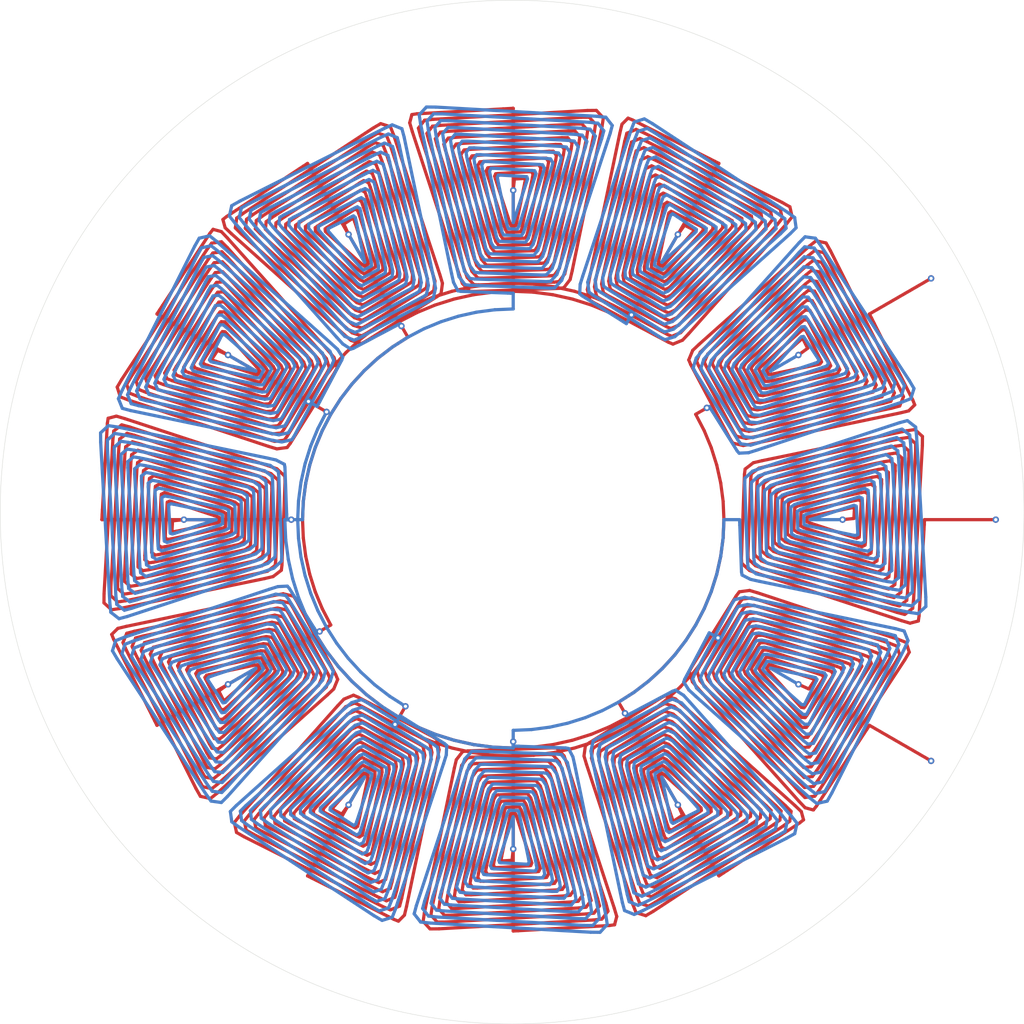
<source format=kicad_pcb>
(kicad_pcb (version 20221018) (generator pcbnew)
  (layers (0 "F.Cu" signal) (31 "B.Cu" signal) (34 "B.Paste" user) (35 "F.Paste" user) (36 "B.SilkS" user "B.Silkscreen") (37 "F.SilkS" user "F.Silkscreen") (38 "B.Mask" user) (39 "F.Mask" user) (44 "Edge.Cuts" user))
  (net 0 "")
  (net 1 "coils")
  (gr_circle (center 149.86 99.06) (end 205.74 129.54) (stroke (width 0.05)) (fill none) (layer "Edge.Cuts"))
  (segment (start 119.419218 84.529757) (end 121.275565 81.568579) (width 0.4) (layer "F.Cu") (net 1))
  (segment (start 152.475223 128.291929) (end 150 128.4) (width 0.4) (layer "F.Cu") (net 1))
  (segment (start 132.920998 55.782295) (end 133.191999 56.483024) (width 0.4) (layer "F.Cu") (net 1))
  (segment (start 173.766057 80.399596) (end 173.962346 80.870372) (width 0.4) (layer "F.Cu") (net 1))
  (segment (start 161.788179 148.683127) (end 161.026836 149.666603) (width 0.4) (layer "F.Cu") (net 1))
  (segment (start 181.927535 119.008079) (end 185.607153 123.119772) (width 0.4) (layer "F.Cu") (net 1))
  (segment (start 118.47947 118.556571) (end 118.476585 118.520003) (width 0.4) (layer "F.Cu") (net 1))
  (segment (start 114.556078 101.729471) (end 114.972547 101.505502) (width 0.4) (layer "F.Cu") (net 1))
  (segment (start 152.398315 57.417686) (end 151.139879 63.500487) (width 0.4) (layer "F.Cu") (net 1))
  (segment (start 129.388439 75.212318) (end 117.354538 64.442992) (width 0.4) (layer "F.Cu") (net 1))
  (segment (start 166.399758 68.12007) (end 168.075245 60.118009) (width 0.4) (layer "F.Cu") (net 1))
  (segment (start 126.233942 119.600403) (end 126.037653 119.129627) (width 0.4) (layer "F.Cu") (net 1))
  (segment (start 137.397553 49.627555) (end 138.008819 49.536379) (width 0.4) (layer "F.Cu") (net 1))
  (segment (start 119.572846 93.30406) (end 101.704142 87.438064) (width 0.4) (layer "F.Cu") (net 1))
  (segment (start 131.473802 81.473802) (end 133.158964 79.929635) (width 0.4) (layer "F.Cu") (net 1))
  (segment (start 163.44051 130.746816) (end 163.495865 129.972445) (width 0.4) (layer "F.Cu") (net 1))
  (segment (start 168.344557 123.117418) (end 168.854711 122.858779) (width 0.4) (layer "F.Cu") (net 1))
  (segment (start 168.261888 57.386111) (end 177.878036 62.227566) (width 0.4) (layer "F.Cu") (net 1))
  (segment (start 107.386111 118.261888) (end 112.227566 127.878036) (width 0.4) (layer "F.Cu") (net 1))
  (segment (start 105.477981 82.116421) (end 105.782295 82.920998) (width 0.4) (layer "F.Cu") (net 1))
  (segment (start 183.347779 96.266415) (end 182.704831 96.701539) (width 0.4) (layer "F.Cu") (net 1))
  (segment (start 148.262642 64.191291) (end 145.712625 56.42356) (width 0.4) (layer "F.Cu") (net 1))
  (segment (start 113.43992 100.277086) (end 113.458575 99.764279) (width 0.4) (layer "F.Cu") (net 1))
  (segment (start 131.853983 132.425247) (end 130.723186 137.825886) (width 0.4) (layer "F.Cu") (net 1))
  (segment (start 179.581911 81.18247) (end 179.633147 81.32759) (width 0.4) (layer "F.Cu") (net 1))
  (segment (start 141.372132 53.309672) (end 141.922321 52.552675) (width 0.4) (layer "F.Cu") (net 1))
  (segment (start 158.560279 50.806797) (end 159.261325 51.608905) (width 0.4) (layer "F.Cu") (net 1))
  (segment (start 148.741257 48.92205) (end 149.370628 48.886025) (width 0.4) (layer "F.Cu") (net 1))
  (segment (start 170.811995 123.895199) (end 183.836173 135.550739) (width 0.4) (layer "F.Cu") (net 1))
  (segment (start 178.857476 110.781807) (end 178.547916 111.187187) (width 0.4) (layer "F.Cu") (net 1))
  (segment (start 167.084644 54.110776) (end 181.213629 61.224315) (width 0.4) (layer "F.Cu") (net 1))
  (segment (start 120.169399 119.219727) (end 120.418088 118.817529) (width 0.4) (layer "F.Cu") (net 1))
  (segment (start 155.069659 68.049648) (end 154.493766 68.843581) (width 0.4) (layer "F.Cu") (net 1))
  (segment (start 141.027563 71.885835) (end 140.526035 72.265229) (width 0.4) (layer "F.Cu") (net 1))
  (segment (start 154.493766 68.843581) (end 154.047009 68.902777) (width 0.4) (layer "F.Cu") (net 1))
  (segment (start 169.039187 141.899192) (end 168.583974 142.161333) (width 0.4) (layer "F.Cu") (net 1))
  (segment (start 184.678026 62.345192) (end 184.014523 63.176208) (width 0.4) (layer "F.Cu") (net 1))
  (segment (start 153.949906 132.366972) (end 154.216648 133.11793) (width 0.4) (layer "F.Cu") (net 1))
  (segment (start 144.262303 131.251637) (end 144.908581 130.382211) (width 0.4) (layer "F.Cu") (net 1))
  (segment (start 140.738674 148.391094) (end 140.87606 147.494203) (width 0.4) (layer "F.Cu") (net 1))
  (segment (start 149.966875 48.851896) (end 150 48.849999) (width 0.4) (layer "F.Cu") (net 1))
  (segment (start 167.973913 146.419638) (end 167.183181 146.882703) (width 0.4) (layer "F.Cu") (net 1))
  (segment (start 181.531233 93.362914) (end 180.552923 93.594265) (width 0.4) (layer "F.Cu") (net 1))
  (segment (start 121.671758 63.97603) (end 121.723319 63.246498) (width 0.4) (layer "F.Cu") (net 1))
  (segment (start 162.762766 69.994426) (end 162.90724 69.210706) (width 0.4) (layer "F.Cu") (net 1))
  (segment (start 112.743083 80.211805) (end 113.011567 80.304614) (width 0.4) (layer "F.Cu") (net 1))
  (segment (start 172.689865 86.9) (end 173.745264 88.927401) (width 0.4) (layer "F.Cu") (net 1))
  (segment (start 103.292434 92.905374) (end 103.215045 93.622584) (width 0.4) (layer "F.Cu") (net 1))
  (segment (start 154.782857 128.376008) (end 155.413509 128.408875) (width 0.4) (layer "F.Cu") (net 1))
  (segment (start 119.284241 84.694763) (end 119.419218 84.529757) (width 0.4) (layer "F.Cu") (net 1))
  (segment (start 138.795351 149.949032) (end 138.954454 148.8976) (width 0.4) (layer "F.Cu") (net 1))
  (segment (start 146.279774 55.462947) (end 153.665481 55.040186) (width 0.4) (layer "F.Cu") (net 1))
  (segment (start 192.865073 82.308874) (end 192.613888 81.738111) (width 0.4) (layer "F.Cu") (net 1))
  (segment (start 180.804084 83.537556) (end 180.897448 83.661981) (width 0.4) (layer "F.Cu") (net 1))
  (segment (start 181.156418 95.506233) (end 181.097222 95.95299) (width 0.4) (layer "F.Cu") (net 1))
  (segment (start 131.225937 139.238988) (end 130.864467 139.468543) (width 0.4) (layer "F.Cu") (net 1))
  (segment (start 138.954454 148.8976) (end 142.675763 130.910198) (width 0.4) (layer "F.Cu") (net 1))
  (segment (start 118.900151 93.923882) (end 102.294069 88.472384) (width 0.4) (layer "F.Cu") (net 1))
  (segment (start 101.474041 115.28378) (end 101.92722 116.299815) (width 0.4) (layer "F.Cu") (net 1))
  (segment (start 125.924493 113.899999) (end 127.310134 113.1) (width 0.4) (layer "F.Cu") (net 1))
  (segment (start 115.393151 97.827444) (end 114.863986 97.642819) (width 0.4) (layer "F.Cu") (net 1))
  (segment (start 123.202252 118.901018) (end 120.635282 114.05625) (width 0.4) (layer "F.Cu") (net 1))
  (segment (start 113.68581 123.628881) (end 114.04418 123.599314) (width 0.4) (layer "F.Cu") (net 1))
  (segment (start 180.465735 63.55807) (end 170.944356 74.248878) (width 0.4) (layer "F.Cu") (net 1))
  (segment (start 137.40882 70.39921) (end 137.09959 70.638937) (width 0.4) (layer "F.Cu") (net 1))
  (segment (start 131.924754 139.88199) (end 131.806107 140.340979) (width 0.4) (layer "F.Cu") (net 1))
  (segment (start 193.284012 96.640881) (end 185.878477 98.172969) (width 0.4) (layer "F.Cu") (net 1))
  (segment (start 137.092759 130.789293) (end 134.327891 143.994198) (width 0.4) (layer "F.Cu") (net 1))
  (segment (start 151.437512 58.119384) (end 150.452729 62.879452) (width 0.4) (layer "F.Cu") (net 1))
  (segment (start 178.48582 109.877122) (end 178.141343 110.330575) (width 0.4) (layer "F.Cu") (net 1))
  (segment (start 150.497712 137.154096) (end 152.218733 142.396585) (width 0.4) (layer "F.Cu") (net 1))
  (segment (start 136.475371 149.170953) (end 135.727816 149.92504) (width 0.4) (layer "F.Cu") (net 1))
  (segment (start 114.449079 122.185229) (end 118.079027 118.952348) (width 0.4) (layer "F.Cu") (net 1))
  (segment (start 120.14579 107.073771) (end 121.166201 106.286724) (width 0.4) (layer "F.Cu") (net 1))
  (segment (start 118.78637 138.775684) (end 117.989978 138.322423) (width 0.4) (layer "F.Cu") (net 1))
  (segment (start 130.269116 122.796748) (end 130.794169 123.017213) (width 0.4) (layer "F.Cu") (net 1))
  (segment (start 126.63184 135.678207) (end 130.763078 131.039565) (width 0.4) (layer "F.Cu") (net 1))
  (segment (start 111.964467 130.812715) (end 112.911522 130.985122) (width 0.4) (layer "F.Cu") (net 1))
  (segment (start 121.591124 94.58649) (end 120.619529 93.680293) (width 0.4) (layer "F.Cu") (net 1))
  (segment (start 180.448962 84.514708) (end 181.056687 84.578064) (width 0.4) (layer "F.Cu") (net 1))
  (segment (start 196.952924 85.287129) (end 197.393781 84.23475) (width 0.4) (layer "F.Cu") (net 1))
  (segment (start 162.561935 148.295857) (end 162.872804 149.345609) (width 0.4) (layer "F.Cu") (net 1))
  (segment (start 179.658936 118.445897) (end 179.597863 118.588965) (width 0.4) (layer "F.Cu") (net 1))
  (segment (start 167.477059 55.202555) (end 180.101764 61.558732) (width 0.4) (layer "F.Cu") (net 1))
  (segment (start 140.585277 129.698658) (end 136.731027 148.106407) (width 0.4) (layer "F.Cu") (net 1))
  (segment (start 174.787681 120.61156) (end 185.557007 132.645461) (width 0.4) (layer "F.Cu") (net 1))
  (segment (start 144.310928 129.608005) (end 144.875869 129.536406) (width 0.4) (layer "F.Cu") (net 1))
  (segment (start 177.789931 118.416943) (end 177.67241 118.664893) (width 0.4) (layer "F.Cu") (net 1))
  (segment (start 114.442992 67.354538) (end 113.781817 66.69401) (width 0.4) (layer "F.Cu") (net 1))
  (segment (start 131.18247 129.581911) (end 131.32759 129.633147) (width 0.4) (layer "F.Cu") (net 1))
  (segment (start 197.549749 117.707594) (end 198.063045 116.832983) (width 0.4) (layer "F.Cu") (net 1))
  (segment (start 142.649539 72.567706) (end 145.068391 72.031459) (width 0.4) (layer "F.Cu") (net 1))
  (segment (start 137.09959 70.638937) (end 131.612011 74.079073) (width 0.4) (layer "F.Cu") (net 1))
  (segment (start 186.187355 71.900123) (end 177.513935 79.624788) (width 0.4) (layer "F.Cu") (net 1))
  (segment (start 178.954489 112.043798) (end 174.986423 118.373511) (width 0.4) (layer "F.Cu") (net 1))
  (segment (start 170.659783 73.367471) (end 170.136449 73.92589) (width 0.4) (layer "F.Cu") (net 1))
  (segment (start 177.513935 79.624788) (end 177.013232 80.092731) (width 0.4) (layer "F.Cu") (net 1))
  (segment (start 125.40507 64.12169) (end 125.387005 63.693871) (width 0.4) (layer "F.Cu") (net 1))
  (segment (start 120.638937 87.09959) (end 124.079073 81.612011) (width 0.4) (layer "F.Cu") (net 1))
  (segment (start 168.359034 124.05192) (end 168.816747 123.821505) (width 0.4) (layer "F.Cu") (net 1))
  (segment (start 157.574429 146.02606) (end 157.094625 146.707565) (width 0.4) (layer "F.Cu") (net 1))
  (segment (start 139.631072 127.758048) (end 139.896401 128.954458) (width 0.4) (layer "F.Cu") (net 1))
  (segment (start 151.580105 135.353473) (end 151.737357 135.808708) (width 0.4) (layer "F.Cu") (net 1))
  (segment (start 179.572678 136.072522) (end 179.497908 136.902625) (width 0.4) (layer "F.Cu") (net 1))
  (segment (start 121.452083 88.812812) (end 125.948079 81.640965) (width 0.4) (layer "F.Cu") (net 1))
  (segment (start 121.642391 80.190179) (end 114.417919 72.117382) (width 0.4) (layer "F.Cu") (net 1))
  (segment (start 168.905384 130.769775) (end 169.208514 131.035053) (width 0.4) (layer "F.Cu") (net 1))
  (segment (start 181.920972 81.047651) (end 181.708846 81.238633) (width 0.4) (layer "F.Cu") (net 1))
  (segment (start 149.764279 63.458575) (end 149.728896 63.443488) (width 0.4) (layer "F.Cu") (net 1))
  (segment (start 120.027554 86.504134) (end 120.232364 86.242979) (width 0.4) (layer "F.Cu") (net 1))
  (segment (start 162.900409 129.361062) (end 168.387988 125.920926) (width 0.4) (layer "F.Cu") (net 1))
  (segment (start 176.673984 80.791033) (end 176.797747 81.098981) (width 0.4) (layer "F.Cu") (net 1))
  (segment (start 180.174208 114.613631) (end 177.789931 118.416943) (width 0.4) (layer "F.Cu") (net 1))
  (segment (start 170.375211 72.486064) (end 169.907268 72.986767) (width 0.4) (layer "F.Cu") (net 1))
  (segment (start 113.100298 129.754154) (end 113.685357 129.282806) (width 0.4) (layer "F.Cu") (net 1))
  (segment (start 185.46374 79.525) (end 186.609721 78.693007) (width 0.4) (layer "F.Cu") (net 1))
  (segment (start 191.938094 83.126323) (end 192.544961 82.966447) (width 0.4) (layer "F.Cu") (net 1))
  (segment (start 132.017 58.10317) (end 132.229537 58.659205) (width 0.4) (layer "F.Cu") (net 1))
  (segment (start 172.185229 64.449079) (end 168.952348 68.079027) (width 0.4) (layer "F.Cu") (net 1))
  (segment (start 120.926671 64.424187) (end 120.427321 63.927477) (width 0.4) (layer "F.Cu") (net 1))
  (segment (start 179.608005 94.310928) (end 179.536406 94.875869) (width 0.4) (layer "F.Cu") (net 1))
  (segment (start 181.527942 118.474852) (end 181.523315 118.513038) (width 0.4) (layer "F.Cu") (net 1))
  (segment (start 199.187542 92.356046) (end 199.193202 91.43972) (width 0.4) (layer "F.Cu") (net 1))
  (segment (start 119.999523 114.632563) (end 119.293683 114.535545) (width 0.4) (layer "F.Cu") (net 1))
  (segment (start 101.073156 89.956216) (end 100.967144 90.965394) (width 0.4) (layer "F.Cu") (net 1))
  (segment (start 186.441929 69.534264) (end 175.751121 79.055643) (width 0.4) (layer "F.Cu") (net 1))
  (segment (start 181.75743 82.805285) (end 182.152588 82.727112) (width 0.4) (layer "F.Cu") (net 1))
  (segment (start 124.265982 135.932781) (end 130.193933 129.27675) (width 0.4) (layer "F.Cu") (net 1))
  (segment (start 188.246775 80.168454) (end 186.434765 76.569421) (width 0.4) (layer "F.Cu") (net 1))
  (segment (start 120.402136 81.411034) (end 120.173046 80.954851) (width 0.4) (layer "F.Cu") (net 1))
  (segment (start 120.384589 137.748642) (end 120.245845 136.899701) (width 0.4) (layer "F.Cu") (net 1))
  (segment (start 131.766223 56.658323) (end 132.468999 56.942733) (width 0.4) (layer "F.Cu") (net 1))
  (segment (start 117.820554 82.737408) (end 118.168841 82.847911) (width 0.4) (layer "F.Cu") (net 1))
  (segment (start 165.305236 130.715758) (end 165.470242 130.580781) (width 0.4) (layer "F.Cu") (net 1))
  (segment (start 173.25674 79.176009) (end 172.796748 80.269116) (width 0.4) (layer "F.Cu") (net 1))
  (segment (start 118.654066 117.190745) (end 118.242569 117.194714) (width 0.4) (layer "F.Cu") (net 1))
  (segment (start 130.399596 123.766057) (end 130.870372 123.962346) (width 0.4) (layer "F.Cu") (net 1))
  (segment (start 123.001511 80.535558) (end 122.534873 79.989744) (width 0.4) (layer "F.Cu") (net 1))
  (segment (start 157.263145 147.534254) (end 143.15174 148.341996) (width 0.4) (layer "F.Cu") (net 1))
  (segment (start 194.697526 105.467554) (end 195.228046 105.128519) (width 0.4) (layer "F.Cu") (net 1))
  (segment (start 138.123622 129.655201) (end 137.965888 130.516634) (width 0.4) (layer "F.Cu") (net 1))
  (segment (start 158.972436 128.114164) (end 159.473964 127.73477) (width 0.4) (layer "F.Cu") (net 1))
  (segment (start 197.078355 86.130243) (end 198.054915 85.867299) (width 0.4) (layer "F.Cu") (net 1))
  (segment (start 121.142523 89.218192) (end 121.452083 88.812812) (width 0.4) (layer "F.Cu") (net 1))
  (segment (start 143.680293 70.619529) (end 143.30406 69.572846) (width 0.4) (layer "F.Cu") (net 1))
  (segment (start 119.644055 113.649156) (end 118.938047 113.780369) (width 0.4) (layer "F.Cu") (net 1))
  (segment (start 186.504058 124.34862) (end 189.63897 119.571824) (width 0.4) (layer "F.Cu") (net 1))
  (segment (start 127.81477 135.55092) (end 131.047651 131.920972) (width 0.4) (layer "F.Cu") (net 1))
  (segment (start 162.872804 149.345609) (end 162.602446 150.372444) (width 0.4) (layer "F.Cu") (net 1))
  (segment (start 127.567597 136.043109) (end 127.511579 135.998679) (width 0.4) (layer "F.Cu") (net 1))
  (segment (start 115.9082 98.400138) (end 115.887779 98.186174) (width 0.4) (layer "F.Cu") (net 1))
  (segment (start 116.517659 61.847555) (end 132.558723 51.320138) (width 0.4) (layer "F.Cu") (net 1))
  (segment (start 178.604087 90.782791) (end 179.698658 90.585277) (width 0.4) (layer "F.Cu") (net 1))
  (segment (start 136.220163 129.551991) (end 136.350843 130.355944) (width 0.4) (layer "F.Cu") (net 1))
  (segment (start 130.99192 68.072464) (end 126.880227 64.392846) (width 0.4) (layer "F.Cu") (net 1))
  (segment (start 196.650905 94.743129) (end 196.65188 94.120075) (width 0.4) (layer "F.Cu") (net 1))
  (segment (start 188.415516 119.338995) (end 188.076523 119.214154) (width 0.4) (layer "F.Cu") (net 1))
  (segment (start 103.473924 90.541024) (end 102.645406 90.318695) (width 0.4) (layer "F.Cu") (net 1))
  (segment (start 117.897756 81.920016) (end 118.169272 81.980706) (width 0.4) (layer "F.Cu") (net 1))
  (segment (start 116.724741 97.945424) (end 116.702542 97.671933) (width 0.4) (layer "F.Cu") (net 1))
  (segment (start 182.179445 117.262591) (end 181.831158 117.152088) (width 0.4) (layer "F.Cu") (net 1))
  (segment (start 118.716126 117.264508) (end 118.654066 117.190745) (width 0.4) (layer "F.Cu") (net 1))
  (segment (start 195.022251 84.928675) (end 195.850933 84.706958) (width 0.4) (layer "F.Cu") (net 1))
  (segment (start 148.700414 65.073015) (end 148.419894 64.646526) (width 0.4) (layer "F.Cu") (net 1))
  (segment (start 113.733264 65.449572) (end 112.500878 65.617177) (width 0.4) (layer "F.Cu") (net 1))
  (segment (start 131.312949 130.55122) (end 131.403793 130.578281) (width 0.4) (layer "F.Cu") (net 1))
  (segment (start 134.7037 68.711012) (end 134.694763 69.284241) (width 0.4) (layer "F.Cu") (net 1))
  (segment (start 175.575 55.7028) (end 164.2 75.404878) (width 0.4) (layer "F.Cu") (net 1))
  (segment (start 114.863986 97.642819) (end 105.833633 94.678305) (width 0.4) (layer "F.Cu") (net 1))
  (segment (start 182.21609 62.722745) (end 181.648664 63.430782) (width 0.4) (layer "F.Cu") (net 1))
  (segment (start 187.740347 131.19891) (end 196.419638 117.973913) (width 0.4) (layer "F.Cu") (net 1))
  (segment (start 180.715758 115.305236) (end 180.580781 115.470242) (width 0.4) (layer "F.Cu") (net 1))
  (segment (start 175.112845 119.743969) (end 175.680163 120.411125) (width 0.4) (layer "F.Cu") (net 1))
  (segment (start 160.368927 72.241951) (end 160.103598 71.045541) (width 0.4) (layer "F.Cu") (net 1))
  (segment (start 197.70593 111.527615) (end 198.683127 111.788179) (width 0.4) (layer "F.Cu") (net 1))
  (segment (start 181.099848 106.076117) (end 197.70593 111.527615) (width 0.4) (layer "F.Cu") (net 1))
  (segment (start 128.244337 118.255168) (end 126.736081 116.28957) (width 0.4) (layer "F.Cu") (net 1))
  (segment (start 119.421718 118.596206) (end 118.716126 117.264508) (width 0.4) (layer "F.Cu") (net 1))
  (segment (start 171.896052 118.892674) (end 172.28438 120.163261) (width 0.4) (layer "F.Cu") (net 1))
  (segment (start 153.596826 133.790625) (end 157.390334 145.346221) (width 0.4) (layer "F.Cu") (net 1))
  (segment (start 187.122203 127.773765) (end 193.029304 118.772869) (width 0.4) (layer "F.Cu") (net 1))
  (segment (start 131.626488 75.013576) (end 131.221216 75.215768) (width 0.4) (layer "F.Cu") (net 1))
  (segment (start 177.220798 62.825139) (end 177.292218 63.477851) (width 0.4) (layer "F.Cu") (net 1))
  (segment (start 137.237233 130.005573) (end 137.092759 130.789293) (width 0.4) (layer "F.Cu") (net 1))
  (segment (start 114.455528 64.973115) (end 113.701851 64.179019) (width 0.4) (layer "F.Cu") (net 1))
  (segment (start 105.302473 94.532445) (end 104.771953 94.87148) (width 0.4) (layer "F.Cu") (net 1))
  (segment (start 168.583974 142.161333) (end 167.982999 141.896829) (width 0.4) (layer "F.Cu") (net 1))
  (segment (start 178.376008 104.782857) (end 178.408875 105.413509) (width 0.4) (layer "F.Cu") (net 1))
  (segment (start 186.823791 65.985476) (end 173.106899 78.201926) (width 0.4) (layer "F.Cu") (net 1))
  (segment (start 166.69223 53.018998) (end 182.325493 60.889898) (width 0.4) (layer "F.Cu") (net 1))
  (segment (start 175.920926 118.387988) (end 175.746957 118.74082) (width 0.4) (layer "F.Cu") (net 1))
  (segment (start 152.869787 55.885732) (end 153.199569 55.889441) (width 0.4) (layer "F.Cu") (net 1))
  (segment (start 119.374608 89.982267) (end 120.337525 90.271067) (width 0.4) (layer "F.Cu") (net 1))
  (segment (start 155.280725 55.31259) (end 153.201331 65.363592) (width 0.4) (layer "F.Cu") (net 1))
  (segment (start 170.944356 74.248878) (end 170.365629 74.865013) (width 0.4) (layer "F.Cu") (net 1))
  (segment (start 174.869713 78.771071) (end 174.195863 79.40519) (width 0.4) (layer "F.Cu") (net 1))
  (segment (start 168.672409 70.366852) (end 166.462443 69.195915) (width 0.4) (layer "F.Cu") (net 1))
  (segment (start 177.94131 119.324676) (end 178.357608 119.80982) (width 0.4) (layer "F.Cu") (net 1))
  (segment (start 153.359118 56.715987) (end 151.82703 64.121522) (width 0.4) (layer "F.Cu") (net 1))
  (segment (start 112.671748 71.084519) (end 105.840584 81.493449) (width 0.4) (layer "F.Cu") (net 1))
  (segment (start 180.819648 110.923339) (end 179.93356 110.656827) (width 0.4) (layer "F.Cu") (net 1))
  (segment (start 152.700808 66.520961) (end 152.431328 66.561552) (width 0.4) (layer "F.Cu") (net 1))
  (segment (start 177.882617 135.58208) (end 178.328241 136.023969) (width 0.4) (layer "F.Cu") (net 1))
  (segment (start 185.575812 129.073328) (end 186.072522 129.572678) (width 0.4) (layer "F.Cu") (net 1))
  (segment (start 114.436724 68.545249) (end 113.830371 67.938447) (width 0.4) (layer "F.Cu") (net 1))
  (segment (start 107.455038 117.033552) (end 107.134926 117.691125) (width 0.4) (layer "F.Cu") (net 1))
  (segment (start 175.307256 93.218941) (end 175.801963 95.450417) (width 0.4) (layer "F.Cu") (net 1))
  (segment (start 176.998488 119.464441) (end 177.465126 120.010255) (width 0.4) (layer "F.Cu") (net 1))
  (segment (start 162.512616 130.475731) (end 162.591179 129.600789) (width 0.4) (layer "F.Cu") (net 1))
  (segment (start 124.165776 63.544746) (end 124.509664 63.289893) (width 0.4) (layer "F.Cu") (net 1))
  (segment (start 194.278994 125.602738) (end 194.297199 125.574999) (width 0.4) (layer "F.Cu") (net 1))
  (segment (start 103.117296 82.816818) (end 103.461419 83.824996) (width 0.4) (layer "F.Cu") (net 1))
  (segment (start 134.327891 143.994198) (end 134.126788 144.748942) (width 0.4) (layer "F.Cu") (net 1))
  (segment (start 114.321792 123.368159) (end 118.960434 119.236921) (width 0.4) (layer "F.Cu") (net 1))
  (segment (start 104.621857 83.372997) (end 105.394934 83.67323) (width 0.4) (layer "F.Cu") (net 1))
  (segment (start 128.486498 123.988306) (end 129.176009 123.25674) (width 0.4) (layer "F.Cu") (net 1))
  (segment (start 161.584721 130.204645) (end 161.686493 129.229133) (width 0.4) (layer "F.Cu") (net 1))
  (segment (start 131.539625 69.40656) (end 131.448997 69.43941) (width 0.4) (layer "F.Cu") (net 1))
  (segment (start 196.261604 83.753281) (end 195.889223 82.915355) (width 0.4) (layer "F.Cu") (net 1))
  (segment (start 167.079001 144.217704) (end 166.808 143.516975) (width 0.4) (layer "F.Cu") (net 1))
  (segment (start 99.121365 109.235342) (end 99.112582 110.347183) (width 0.4) (layer "F.Cu") (net 1))
  (segment (start 147.490711 67.541283) (end 147.157693 67.517306) (width 0.4) (layer "F.Cu") (net 1))
  (segment (start 107.580019 101.476203) (end 107.840467 101.491379) (width 0.4) (layer "F.Cu") (net 1))
  (segment (start 187.200873 131.940365) (end 187.740347 131.19891) (width 0.4) (layer "F.Cu") (net 1))
  (segment (start 120.502091 63.097374) (end 121.084519 62.671748) (width 0.4) (layer "F.Cu") (net 1))
  (segment (start 138.349942 127.92535) (end 138.778344 128.206534) (width 0.4) (layer "F.Cu") (net 1))
  (segment (start 147.820638 56.991232) (end 148.051235 56.961548) (width 0.4) (layer "F.Cu") (net 1))
  (segment (start 158.163135 53.207495) (end 155.262784 67.226696) (width 0.4) (layer "F.Cu") (net 1))
  (segment (start 164.613631 130.174208) (end 168.416943 127.789931) (width 0.4) (layer "F.Cu") (net 1))
  (segment (start 145.10073 70.776361) (end 144.272743 69.872904) (width 0.4) (layer "F.Cu") (net 1))
  (segment (start 151.405475 57.56955) (end 151.476203 57.580019) (width 0.4) (layer "F.Cu") (net 1))
  (segment (start 162.034111 69.483365) (end 165.071324 54.977748) (width 0.4) (layer "F.Cu") (net 1))
  (segment (start 174.830282 63.855404) (end 174.551088 64.194505) (width 0.4) (layer "F.Cu") (net 1))
  (segment (start 131.416025 57.838666) (end 132.017 58.10317) (width 0.4) (layer "F.Cu") (net 1))
  (segment (start 179.971317 89.712147) (end 197.078355 86.130243) (width 0.4) (layer "F.Cu") (net 1))
  (segment (start 185.805494 75.448911) (end 180.158157 80.478506) (width 0.4) (layer "F.Cu") (net 1))
  (segment (start 131.525147 68.472057) (end 131.486961 68.476684) (width 0.4) (layer "F.Cu") (net 1))
  (segment (start 186.218182 133.305989) (end 187.349997 133.161593) (width 0.4) (layer "F.Cu") (net 1))
  (segment (start 113.176208 134.014523) (end 126.8931 121.798073) (width 0.4) (layer "F.Cu") (net 1))
  (segment (start 147.035997 68.357824) (end 146.643452 68.33207) (width 0.4) (layer "F.Cu") (net 1))
  (segment (start 145.013527 145.804773) (end 144.625319 145.275218) (width 0.4) (layer "F.Cu") (net 1))
  (segment (start 148.419894 64.646526) (end 148.262642 64.191291) (width 0.4) (layer "F.Cu") (net 1))
  (segment (start 120.245845 136.899701) (end 120.717193 136.314642) (width 0.4) (layer "F.Cu") (net 1))
  (segment (start 132.710768 57.571115) (end 136.359838 68.597581) (width 0.4) (layer "F.Cu") (net 1))
  (segment (start 159.112124 130.431135) (end 158.801038 129.391389) (width 0.4) (layer "F.Cu") (net 1))
  (segment (start 125.457557 136.769182) (end 125.173812 136.601079) (width 0.4) (layer "F.Cu") (net 1))
  (segment (start 175.501194 135.594616) (end 175.839366 135.926863) (width 0.4) (layer "F.Cu") (net 1))
  (segment (start 146.129211 69.146833) (end 145.457643 68.379653) (width 0.4) (layer "F.Cu") (net 1))
  (segment (start 190.769081 119.305506) (end 190.980991 118.934172) (width 0.4) (layer "F.Cu") (net 1))
  (segment (start 150.393396 63.158649) (end 150.310197 63.424134) (width 0.4) (layer "F.Cu") (net 1))
  (segment (start 199.170953 86.475371) (end 199.92504 85.727816) (width 0.4) (layer "F.Cu") (net 1))
  (segment (start 151.729471 64.556078) (end 151.505502 64.972547) (width 0.4) (layer "F.Cu") (net 1))
  (segment (start 146.837585 56.251472) (end 147.165504 56.212247) (width 0.4) (layer "F.Cu") (net 1))
  (segment (start 116.562641 139.444518) (end 115.595367 138.896204) (width 0.4) (layer "F.Cu") (net 1))
  (segment (start 193.057266 117.531) (end 192.428884 117.289231) (width 0.4) (layer "F.Cu") (net 1))
  (segment (start 155.25687 53.349094) (end 155.879924 53.348119) (width 0.4) (layer "F.Cu") (net 1))
  (segment (start 181.393927 117.183465) (end 180.593439 118.460374) (width 0.4) (layer "F.Cu") (net 1))
  (segment (start 194.496248 95.59698) (end 193.98571 95.680077) (width 0.4) (layer "F.Cu") (net 1))
  (segment (start 174.594929 135.878309) (end 174.612994 136.306128) (width 0.4) (layer "F.Cu") (net 1))
  (segment (start 143.479008 54.638206) (end 143.888427 54.032194) (width 0.4) (layer "F.Cu") (net 1))
  (segment (start 168.251692 140.252704) (end 165.451376 131.790931) (width 0.4) (layer "F.Cu") (net 1))
  (segment (start 106.048685 73.897961) (end 105.721005 74.397261) (width 0.4) (layer "F.Cu") (net 1))
  (segment (start 118.791838 87.265445) (end 119.524268 87.487383) (width 0.4) (layer "F.Cu") (net 1))
  (segment (start 186.100261 137.322593) (end 185.616477 137.707186) (width 0.4) (layer "F.Cu") (net 1))
  (segment (start 151.476203 57.580019) (end 151.491379 57.840467) (width 0.4) (layer "F.Cu") (net 1))
  (segment (start 129.588874 74.319836) (end 118.545249 64.436724) (width 0.4) (layer "F.Cu") (net 1))
  (segment (start 182.373701 118.168198) (end 182.102243 118.079983) (width 0.4) (layer "F.Cu") (net 1))
  (segment (start 168.654302 58.477889) (end 176.766171 62.561983) (width 0.4) (layer "F.Cu") (net 1))
  (segment (start 169.861362 78.17256) (end 169.282033 77.92792) (width 0.4) (layer "F.Cu") (net 1))
  (segment (start 186.481402 101.117535) (end 192.986512 103.253053) (width 0.4) (layer "F.Cu") (net 1))
  (segment (start 139.767012 149.170063) (end 139.915257 148.195901) (width 0.4) (layer "F.Cu") (net 1))
  (segment (start 150.452729 62.879452) (end 150.393396 63.158649) (width 0.4) (layer "F.Cu") (net 1))
  (segment (start 137.575023 73.354551) (end 139.944607 72.373036) (width 0.4) (layer "F.Cu") (net 1))
  (segment (start 118.606072 82.816534) (end 119.40656 81.539625) (width 0.4) (layer "F.Cu") (net 1))
  (segment (start 169.678088 72.047645) (end 169.078487 72.356706) (width 0.4) (layer "F.Cu") (net 1))
  (segment (start 102.294069 88.472384) (end 101.316872 88.21182) (width 0.4) (layer "F.Cu") (net 1))
  (segment (start 146.643452 68.33207) (end 146.050093 67.633027) (width 0.4) (layer "F.Cu") (net 1))
  (segment (start 131.448997 69.43941) (end 131.094615 69.230224) (width 0.4) (layer "F.Cu") (net 1))
  (segment (start 103.047075 114.71287) (end 102.606218 115.765249) (width 0.4) (layer "F.Cu") (net 1))
  (segment (start 128.201926 123.106899) (end 128.946829 122.317617) (width 0.4) (layer "F.Cu") (net 1))
  (segment (start 173.350492 135.829756) (end 173.391766 136.157004) (width 0.4) (layer "F.Cu") (net 1))
  (segment (start 139.652816 150.887417) (end 138.795351 149.949032) (width 0.4) (layer "F.Cu") (net 1))
  (segment (start 103.909193 107.202332) (end 116.605661 104.575633) (width 0.4) (layer "F.Cu") (net 1))
  (segment (start 169.617001 61.663633) (end 169.831545 61.753224) (width 0.4) (layer "F.Cu") (net 1))
  (segment (start 192.582313 97.601684) (end 186.499512 98.86012) (width 0.4) (layer "F.Cu") (net 1))
  (segment (start 131.094615 69.230224) (end 130.791485 68.964946) (width 0.4) (layer "F.Cu") (net 1))
  (segment (start 127.682382 121.05317) (end 128.17256 119.861362) (width 0.4) (layer "F.Cu") (net 1))
  (segment (start 179.600789 112.591179) (end 179.361062 112.900409) (width 0.4) (layer "F.Cu") (net 1))
  (segment (start 103.973939 92.42557) (end 103.292434 92.905374) (width 0.4) (layer "F.Cu") (net 1))
  (segment (start 144.875869 129.536406) (end 154.328143 129.19255) (width 0.4) (layer "F.Cu") (net 1))
  (segment (start 185.616477 137.707186) (end 176.629077 143.60543) (width 0.4) (layer "F.Cu") (net 1))
  (segment (start 118.291153 118.761366) (end 118.47947 118.556571) (width 0.4) (layer "F.Cu") (net 1))
  (segment (start 125.689516 64.399115) (end 125.40507 64.12169) (width 0.4) (layer "F.Cu") (net 1))
  (segment (start 102.501011 106.773376) (end 103.166843 107.318003) (width 0.4) (layer "F.Cu") (net 1))
  (segment (start 183.479038 97.299191) (end 183.438447 97.568671) (width 0.4) (layer "F.Cu") (net 1))
  (segment (start 113.55807 130.465735) (end 124.248878 120.944356) (width 0.4) (layer "F.Cu") (net 1))
  (segment (start 104.638206 93.479008) (end 104.032194 93.888427) (width 0.4) (layer "F.Cu") (net 1))
  (segment (start 158.627867 146.690327) (end 158.077678 147.447324) (width 0.4) (layer "F.Cu") (net 1))
  (segment (start 145.506233 131.156418) (end 145.95299 131.097222) (width 0.4) (layer "F.Cu") (net 1))
  (segment (start 98.886025 99.370628) (end 98.851896 99.966875) (width 0.4) (layer "F.Cu") (net 1))
  (segment (start 173.119772 135.607153) (end 173.350492 135.829756) (width 0.4) (layer "F.Cu") (net 1))
  (segment (start 153.720225 144.537052) (end 146.334518 144.959813) (width 0.4) (layer "F.Cu") (net 1))
  (segment (start 151.813825 134.11222) (end 152.172555 134.606848) (width 0.4) (layer "F.Cu") (net 1))
  (segment (start 122.986767 119.907268) (end 123.326015 119.208966) (width 0.4) (layer "F.Cu") (net 1))
  (segment (start 179.662474 109.728932) (end 178.48582 109.877122) (width 0.4) (layer "F.Cu") (net 1))
  (segment (start 131.597533 73.144571) (end 131.297143 73.290315) (width 0.4) (layer "F.Cu") (net 1))
  (segment (start 119.187284 138.035532) (end 119.014877 137.088477) (width 0.4) (layer "F.Cu") (net 1))
  (segment (start 105.840584 81.493449) (end 105.477981 82.116421) (width 0.4) (layer "F.Cu") (net 1))
  (segment (start 114.742557 102.514181) (end 115.254792 102.397509) (width 0.4) (layer "F.Cu") (net 1))
  (segment (start 153.431357 56.28272) (end 153.359118 56.715987) (width 0.4) (layer "F.Cu") (net 1))
  (segment (start 105.251057 115.873211) (end 104.870572 116.728187) (width 0.4) (layer "F.Cu") (net 1))
  (segment (start 196.690327 108.627867) (end 197.447324 108.077678) (width 0.4) (layer "F.Cu") (net 1))
  (segment (start 150 71.6) (end 152.475223 71.70807) (width 0.4) (layer "F.Cu") (net 1))
  (segment (start 180.812715 61.964467) (end 180.985122 62.911522) (width 0.4) (layer "F.Cu") (net 1))
  (segment (start 113.246498 71.723319) (end 112.877796 72.226234) (width 0.4) (layer "F.Cu") (net 1))
  (segment (start 114.399115 75.689516) (end 114.12169 75.40507) (width 0.4) (layer "F.Cu") (net 1))
  (segment (start 132.816818 53.117296) (end 133.824996 53.461419) (width 0.4) (layer "F.Cu") (net 1))
  (segment (start 130.382998 138.336366) (end 130.168454 138.246775) (width 0.4) (layer "F.Cu") (net 1))
  (segment (start 176.632528 79.340216) (end 176.074109 79.86355) (width 0.4) (layer "F.Cu") (net 1))
  (segment (start 120.427321 63.927477) (end 120.502091 63.097374) (width 0.4) (layer "F.Cu") (net 1))
  (segment (start 184.636407 96.798668) (end 184.046493 96.934453) (width 0.4) (layer "F.Cu") (net 1))
  (segment (start 144.050065 132.152268) (end 144.262303 131.251637) (width 0.4) (layer "F.Cu") (net 1))
  (segment (start 127.628661 135.765536) (end 127.81477 135.55092) (width 0.4) (layer "F.Cu") (net 1))
  (segment (start 110.761011 118.774062) (end 110.531456 119.135532) (width 0.4) (layer "F.Cu") (net 1))
  (segment (start 168.664893 127.67241) (end 169.324676 127.94131) (width 0.4) (layer "F.Cu") (net 1))
  (segment (start 187.322593 136.100261) (end 187.707186 135.616477) (width 0.4) (layer "F.Cu") (net 1))
  (segment (start 139.669424 71.858656) (end 131.655442 76.882581) (width 0.4) (layer "F.Cu") (net 1))
  (segment (start 113.693871 75.387005) (end 113.495941 75.651379) (width 0.4) (layer "F.Cu") (net 1))
  (segment (start 184.218855 98.107232) (end 184.091799 101.599861) (width 0.4) (layer "F.Cu") (net 1))
  (segment (start 157.643953 50.812457) (end 158.560279 50.806797) (width 0.4) (layer "F.Cu") (net 1))
  (segment (start 121.476813 136.710925) (end 121.900123 136.187355) (width 0.4) (layer "F.Cu") (net 1))
  (segment (start 173.206905 136.29801) (end 169.838143 138.508858) (width 0.4) (layer "F.Cu") (net 1))
  (segment (start 113.95689 122.432402) (end 114.00132 122.48842) (width 0.4) (layer "F.Cu") (net 1))
  (segment (start 120.448008 113.779836) (end 119.644055 113.649156) (width 0.4) (layer "F.Cu") (net 1))
  (segment (start 186.455253 125.834223) (end 186.710106 125.490335) (width 0.4) (layer "F.Cu") (net 1))
  (segment (start 180.344102 114.40055) (end 180.174208 114.613631) (width 0.4) (layer "F.Cu") (net 1))
  (segment (start 185.724883 100.690433) (end 185.741747 100.785344) (width 0.4) (layer "F.Cu") (net 1))
  (segment (start 121.115071 113.254186) (end 120.896494 112.927109) (width 0.4) (layer "F.Cu") (net 1))
  (segment (start 196.882703 117.183181) (end 196.53858 116.175003) (width 0.4) (layer "F.Cu") (net 1))
  (segment (start 186.902625 129.497908) (end 187.328251 128.91548) (width 0.4) (layer "F.Cu") (net 1))
  (segment (start 111.390686 133.207326) (end 112.533969 133.447058) (width 0.4) (layer "F.Cu") (net 1))
  (segment (start 200.878634 90.764657) (end 200.887417 89.652816) (width 0.4) (layer "F.Cu") (net 1))
  (segment (start 177.773765 137.122203) (end 168.772869 143.029304) (width 0.4) (layer "F.Cu") (net 1))
  (segment (start 193.748527 103.162414) (end 193.787752 102.834495) (width 0.4) (layer "F.Cu") (net 1))
  (segment (start 174.310483 135.600884) (end 174.594929 135.878309) (width 0.4) (layer "F.Cu") (net 1))
  (segment (start 122.257119 118.824815) (end 120.155493 114.858314) (width 0.4) (layer "F.Cu") (net 1))
  (segment (start 145.59698 144.496248) (end 145.680077 143.98571) (width 0.4) (layer "F.Cu") (net 1))
  (segment (start 107.061689 102.459696) (end 107.417686 102.398315) (width 0.4) (layer "F.Cu") (net 1))
  (segment (start 186.769182 75.457557) (end 186.601079 75.173812) (width 0.4) (layer "F.Cu") (net 1))
  (segment (start 168.416943 127.789931) (end 168.664893 127.67241) (width 0.4) (layer "F.Cu") (net 1))
  (segment (start 177.445561 89.152007) (end 177.758048 89.631072) (width 0.4) (layer "F.Cu") (net 1))
  (segment (start 170.82399 76.743259) (end 169.730883 77.203251) (width 0.4) (layer "F.Cu") (net 1))
  (segment (start 133.727107 142.966146) (end 133.546618 143.646952) (width 0.4) (layer "F.Cu") (net 1))
  (segment (start 169.305506 140.769081) (end 168.934172 140.980991) (width 0.4) (layer "F.Cu") (net 1))
  (segment (start 181.620346 104.542356) (end 182.445236 104.836471) (width 0.4) (layer "F.Cu") (net 1))
  (segment (start 174.986423 118.373511) (end 174.784231 118.778783) (width 0.4) (layer "F.Cu") (net 1))
  (segment (start 195.693156 115.845538) (end 180.819648 110.923339) (width 0.4) (layer "F.Cu") (net 1))
  (segment (start 130.660554 125.704675) (end 131.022778 125.852613) (width 0.4) (layer "F.Cu") (net 1))
  (segment (start 148.107232 134.218855) (end 151.599861 134.091799) (width 0.4) (layer "F.Cu") (net 1))
  (segment (start 100.829046 113.524628) (end 100.074959 114.272183) (width 0.4) (layer "F.Cu") (net 1))
  (segment (start 187.707186 135.616477) (end 193.60543 126.629077) (width 0.4) (layer "F.Cu") (net 1))
  (segment (start 111.146061 118.676029) (end 110.761011 118.774062) (width 0.4) (layer "F.Cu") (net 1))
  (segment (start 155.134806 130.873721) (end 155.456294 131.772542) (width 0.4) (layer "F.Cu") (net 1))
  (segment (start 112.911522 130.985122) (end 113.55807 130.465735) (width 0.4) (layer "F.Cu") (net 1))
  (segment (start 131.411034 70.402136) (end 130.954851 70.173046) (width 0.4) (layer "F.Cu") (net 1))
  (segment (start 152.074093 56.731278) (end 152.306117 56.736548) (width 0.4) (layer "F.Cu") (net 1))
  (segment (start 130.953282 140.430331) (end 124.345692 137.103599) (width 0.4) (layer "F.Cu") (net 1))
  (segment (start 176.2 100) (end 176.100301 102.28348) (width 0.4) (layer "F.Cu") (net 1))
  (segment (start 169.40895 130.142572) (end 175.501194 135.594616) (width 0.4) (layer "F.Cu") (net 1))
  (segment (start 130.161856 61.491141) (end 130.36543 61.379693) (width 0.4) (layer "F.Cu") (net 1))
  (segment (start 131.183252 76.178494) (end 130.116266 75.829976) (width 0.4) (layer "F.Cu") (net 1))
  (segment (start 162.043798 128.954489) (end 168.373511 124.986423) (width 0.4) (layer "F.Cu") (net 1))
  (segment (start 138.778344 128.206534) (end 139.010012 129.30483) (width 0.4) (layer "F.Cu") (net 1))
  (segment (start 122.707781 136.522148) (end 123.083052 136.060068) (width 0.4) (layer "F.Cu") (net 1))
  (segment (start 118.209068 84.548623) (end 118.711012 84.7037) (width 0.4) (layer "F.Cu") (net 1))
  (segment (start 115.53668 97.022996) (end 105.243705 93.643985) (width 0.4) (layer "F.Cu") (net 1))
  (segment (start 178.655019 87.925617) (end 179.655201 88.123622) (width 0.4) (layer "F.Cu") (net 1))
  (segment (start 121.115868 80.815087) (end 120.749909 80.390614) (width 0.4) (layer "F.Cu") (net 1))
  (segment (start 112.845903 99.502287) (end 107.603414 97.781266) (width 0.4) (layer "F.Cu") (net 1))
  (segment (start 187.154096 100.497712) (end 192.396585 102.218733) (width 0.4) (layer "F.Cu") (net 1))
  (segment (start 156.076117 131.099848) (end 161.527615 147.70593) (width 0.4) (layer "F.Cu") (net 1))
  (segment (start 104.297639 82.46662) (end 104.621857 83.372997) (width 0.4) (layer "F.Cu") (net 1))
  (segment (start 167.190745 68.654066) (end 167.194714 68.242569) (width 0.4) (layer "F.Cu") (net 1))
  (segment (start 175.834223 136.455253) (end 175.490335 136.710106) (width 0.4) (layer "F.Cu") (net 1))
  (segment (start 188.896204 65.595367) (end 187.654807 65.321973) (width 0.4) (layer "F.Cu") (net 1))
  (segment (start 159.060731 148.187084) (end 158.148875 148.283555) (width 0.4) (layer "F.Cu") (net 1))
  (segment (start 142.681996 146.833156) (end 142.797667 146.090806) (width 0.4) (layer "F.Cu") (net 1))
  (segment (start 180.158157 80.478506) (end 179.8306 80.780272) (width 0.4) (layer "F.Cu") (net 1))
  (segment (start 113.303495 132.831594) (end 126.011693 121.513501) (width 0.4) (layer "F.Cu") (net 1))
  (segment (start 162.927109 70.896494) (end 162.762766 69.994426) (width 0.4) (layer "F.Cu") (net 1))
  (segment (start 193.717279 96.568642) (end 193.284012 96.640881) (width 0.4) (layer "F.Cu") (net 1))
  (segment (start 147.781266 57.603414) (end 147.692758 57.295274) (width 0.4) (layer "F.Cu") (net 1))
  (segment (start 129.918167 120.081832) (end 128.244337 118.255168) (width 0.4) (layer "F.Cu") (net 1))
  (segment (start 103.964346 94.508314) (end 103.349094 105.25687) (width 0.4) (layer "F.Cu") (net 1))
  (segment (start 179.754154 63.100298) (end 179.282806 63.685357) (width 0.4) (layer "F.Cu") (net 1))
  (segment (start 164.272183 50.074959) (end 164.847143 50.301632) (width 0.4) (layer "F.Cu") (net 1))
  (segment (start 185.594616 125.501194) (end 185.926863 125.839366) (width 0.4) (layer "F.Cu") (net 1))
  (segment (start 107.56955 101.405475) (end 107.580019 101.476203) (width 0.4) (layer "F.Cu") (net 1))
  (segment (start 118.943312 115.421935) (end 118.392729 115.526628) (width 0.4) (layer "F.Cu") (net 1))
  (segment (start 184.091799 101.599861) (end 184.11222 101.813825) (width 0.4) (layer "F.Cu") (net 1))
  (segment (start 113.390278 121.306992) (end 113.95689 122.432402) (width 0.4) (layer "F.Cu") (net 1))
  (segment (start 185.808708 101.737357) (end 193.576439 104.287374) (width 0.4) (layer "F.Cu") (net 1))
  (segment (start 170.010255 127.465126) (end 179.073328 135.575812) (width 0.4) (layer "F.Cu") (net 1))
  (segment (start 120.341063 81.554102) (end 120.402136 81.411034) (width 0.4) (layer "F.Cu") (net 1))
  (segment (start 174.735366 80.530075) (end 174.90748 80.946575) (width 0.4) (layer "F.Cu") (net 1))
  (segment (start 106.942733 82.468999) (end 107.571115 82.710768) (width 0.4) (layer "F.Cu") (net 1))
  (segment (start 130.25603 74.887154) (end 129.588874 74.319836) (width 0.4) (layer "F.Cu") (net 1))
  (segment (start 134.694763 69.284241) (end 134.529757 69.419218) (width 0.4) (layer "F.Cu") (net 1))
  (segment (start 178.408875 105.413509) (end 179.38047 106.319706) (width 0.4) (layer "F.Cu") (net 1))
  (segment (start 168.772869 143.029304) (end 168.233776 143.341676) (width 0.4) (layer "F.Cu") (net 1))
  (segment (start 103.218753 84.635692) (end 119.374608 89.982267) (width 0.4) (layer "F.Cu") (net 1))
  (segment (start 131.051991 128.612602) (end 131.251387 128.688014) (width 0.4) (layer "F.Cu") (net 1))
  (segment (start 188.136998 80.645766) (end 188.336366 80.382998) (width 0.4) (layer "F.Cu") (net 1))
  (segment (start 179.282806 63.685357) (end 170.659783 73.367471) (width 0.4) (layer "F.Cu") (net 1))
  (segment (start 135.152856 149.698367) (end 125.551128 144.864172) (width 0.4) (layer "F.Cu") (net 1))
  (segment (start 193.951314 126.102038) (end 194.278994 125.602738) (width 0.4) (layer "F.Cu") (net 1))
  (segment (start 168.526197 118.526197) (end 166.841035 120.070364) (width 0.4) (layer "F.Cu") (net 1))
  (segment (start 135.599449 69.655897) (end 135.386368 69.825791) (width 0.4) (layer "F.Cu") (net 1))
  (segment (start 117.574752 118.146016) (end 112.174113 119.276813) (width 0.4) (layer "F.Cu") (net 1))
  (segment (start 136.731027 148.106407) (end 136.475371 149.170953) (width 0.4) (layer "F.Cu") (net 1))
  (segment (start 195.70236 117.533379) (end 195.378142 116.627002) (width 0.4) (layer "F.Cu") (net 1))
  (segment (start 121.04551 87.956201) (end 125.013576 81.626488) (width 0.4) (layer "F.Cu") (net 1))
  (segment (start 101.804098 110.084742) (end 118.468766 106.637085) (width 0.4) (layer "F.Cu") (net 1))
  (segment (start 198.926843 110.043783) (end 199.032855 109.034605) (width 0.4) (layer "F.Cu") (net 1))
  (segment (start 104.653778 92.609665) (end 103.973939 92.42557) (width 0.4) (layer "F.Cu") (net 1))
  (segment (start 167.770462 141.340794) (end 164.545769 131.596675) (width 0.4) (layer "F.Cu") (net 1))
  (segment (start 126.178494 81.183252) (end 125.829976 80.116266) (width 0.4) (layer "F.Cu") (net 1))
  (segment (start 145.163528 67.554763) (end 140.541024 53.473924) (width 0.4) (layer "F.Cu") (net 1))
  (segment (start 155.413509 128.408875) (end 156.319706 129.38047) (width 0.4) (layer "F.Cu") (net 1))
  (segment (start 110.555481 133.437358) (end 111.103795 134.404632) (width 0.4) (layer "F.Cu") (net 1))
  (segment (start 126.736081 116.28957) (end 125.404878 114.2) (width 0.4) (layer "F.Cu") (net 1))
  (segment (start 154.575633 66.605661) (end 154.401621 67.350934) (width 0.4) (layer "F.Cu") (net 1))
  (segment (start 140.318695 52.645406) (end 140.939268 51.812915) (width 0.4) (layer "F.Cu") (net 1))
  (segment (start 119.253183 86.559489) (end 120.027554 86.504134) (width 0.4) (layer "F.Cu") (net 1))
  (segment (start 131.251387 128.688014) (end 134.33962 130.324295) (width 0.4) (layer "F.Cu") (net 1))
  (segment (start 99.536379 88.008819) (end 98.92205 98.741257) (width 0.4) (layer "F.Cu") (net 1))
  (segment (start 124.454634 144.312119) (end 124.425 144.297199) (width 0.4) (layer "F.Cu") (net 1))
  (segment (start 117.847411 117.272887) (end 111.146061 118.676029) (width 0.4) (layer "F.Cu") (net 1))
  (segment (start 118.801089 62.259652) (end 132.026086 53.580361) (width 0.4) (layer "F.Cu") (net 1))
  (segment (start 101.140544 84.728993) (end 102.130663 85.116923) (width 0.4) (layer "F.Cu") (net 1))
  (segment (start 129.929635 83.158964) (end 131.473802 81.473802) (width 0.4) (layer "F.Cu") (net 1))
  (segment (start 118.986094 88.171053) (end 119.795354 88.415278) (width 0.4) (layer "F.Cu") (net 1))
  (segment (start 119.524268 87.487383) (end 120.39921 87.40882) (width 0.4) (layer "F.Cu") (net 1))
  (segment (start 128.987569 76.997281) (end 114.973115 64.455528) (width 0.4) (layer "F.Cu") (net 1))
  (segment (start 113.39892 124.826187) (end 113.855404 124.830282) (width 0.4) (layer "F.Cu") (net 1))
  (segment (start 190.252704 118.251692) (end 181.790931 115.451376) (width 0.4) (layer "F.Cu") (net 1))
  (segment (start 176.766171 62.561983) (end 177.220798 62.825139) (width 0.4) (layer "F.Cu") (net 1))
  (segment (start 121.166201 106.286724) (end 121.244001 105.662691) (width 0.4) (layer "F.Cu") (net 1))
  (segment (start 134.578064 131.056687) (end 134.473371 131.60727) (width 0.4) (layer "F.Cu") (net 1))
  (segment (start 190.910042 82.525539) (end 191.44297 82.386277) (width 0.4) (layer "F.Cu") (net 1))
  (segment (start 121.010099 138.10685) (end 120.384589 137.748642) (width 0.4) (layer "F.Cu") (net 1))
  (segment (start 163.75702 129.767635) (end 168.402466 126.855428) (width 0.4) (layer "F.Cu") (net 1))
  (segment (start 131.959923 68.199499) (end 131.525147 68.472057) (width 0.4) (layer "F.Cu") (net 1))
  (segment (start 194.580686 74.988064) (end 194.312119 74.454634) (width 0.4) (layer "F.Cu") (net 1))
  (segment (start 105.243705 93.643985) (end 104.638206 93.479008) (width 0.4) (layer "F.Cu") (net 1))
  (segment (start 119.014877 137.088477) (end 119.534264 136.441929) (width 0.4) (layer "F.Cu") (net 1))
  (segment (start 163.640161 131.402418) (end 163.44051 130.746816) (width 0.4) (layer "F.Cu") (net 1))
  (segment (start 131.37307 71.364863) (end 130.815087 71.115868) (width 0.4) (layer "F.Cu") (net 1))
  (segment (start 119.447076 106.405734) (end 120.391994 105.689071) (width 0.4) (layer "F.Cu") (net 1))
  (segment (start 125.804136 120.594809) (end 126.233942 119.600403) (width 0.4) (layer "F.Cu") (net 1))
  (segment (start 172.48842 64.00132) (end 172.371338 64.234463) (width 0.4) (layer "F.Cu") (net 1))
  (segment (start 152.842306 132.482693) (end 153.357456 133.113597) (width 0.4) (layer "F.Cu") (net 1))
  (segment (start 185.569543 130.264039) (end 186.121075 130.817115) (width 0.4) (layer "F.Cu") (net 1))
  (segment (start 160.232987 50.829936) (end 160.084742 51.804098) (width 0.4) (layer "F.Cu") (net 1))
  (segment (start 135.45423 68.403324) (end 135.631594 68.982098) (width 0.4) (layer "F.Cu") (net 1))
  (segment (start 151.354207 65.000736) (end 148.854852 65.091658) (width 0.4) (layer "F.Cu") (net 1))
  (segment (start 128.17256 119.861362) (end 127.92792 119.282033) (width 0.4) (layer "F.Cu") (net 1))
  (segment (start 130.715628 60.199351) (end 131.113003 60.424046) (width 0.4) (layer "F.Cu") (net 1))
  (segment (start 146.640881 143.284012) (end 148.172969 135.878477) (width 0.4) (layer "F.Cu") (net 1))
  (segment (start 110.118009 118.075245) (end 109.65902 118.193892) (width 0.4) (layer "F.Cu") (net 1))
  (segment (start 197.869336 114.883076) (end 180.431135 109.112124) (width 0.4) (layer "F.Cu") (net 1))
  (segment (start 154.542356 131.620346) (end 154.836471 132.445236) (width 0.4) (layer "F.Cu") (net 1))
  (segment (start 120.391994 105.689071) (end 120.463593 105.12413) (width 0.4) (layer "F.Cu") (net 1))
  (segment (start 147.030111 132.658039) (end 152.509288 132.458716) (width 0.4) (layer "F.Cu") (net 1))
  (segment (start 135.299999 74.538853) (end 137.575023 73.354551) (width 0.4) (layer "F.Cu") (net 1))
  (segment (start 121.045541 110.103598) (end 120.028682 110.287852) (width 0.4) (layer "F.Cu") (net 1))
  (segment (start 148.400138 65.9082) (end 148.186174 65.887779) (width 0.4) (layer "F.Cu") (net 1))
  (segment (start 119.089801 107.324236) (end 120.14579 107.073771) (width 0.4) (layer "F.Cu") (net 1))
  (segment (start 104.710472 81.759767) (end 104.297639 82.46662) (width 0.4) (layer "F.Cu") (net 1))
  (segment (start 131.009452 130.769723) (end 131.312949 130.55122) (width 0.4) (layer "F.Cu") (net 1))
  (segment (start 149.370628 48.886025) (end 149.966875 48.851896) (width 0.4) (layer "F.Cu") (net 1))
  (segment (start 119.994426 112.762766) (end 119.210706 112.90724) (width 0.4) (layer "F.Cu") (net 1))
  (segment (start 154.047009 68.902777) (end 146.581283 69.174366) (width 0.4) (layer "F.Cu") (net 1))
  (segment (start 167.869473 56.294333) (end 178.9899 61.893149) (width 0.4) (layer "F.Cu") (net 1))
  (segment (start 111.893149 128.9899) (end 112.251357 129.61541) (width 0.4) (layer "F.Cu") (net 1))
  (segment (start 124.198036 104.549582) (end 123.899698 102.28348) (width 0.4) (layer "F.Cu") (net 1))
  (segment (start 130.190179 71.642391) (end 122.117382 64.417919) (width 0.4) (layer "F.Cu") (net 1))
  (segment (start 132.026086 53.580361) (end 132.816818 53.117296) (width 0.4) (layer "F.Cu") (net 1))
  (segment (start 119.756024 111.160981) (end 103.949696 114.47054) (width 0.4) (layer "F.Cu") (net 1))
  (segment (start 152.514181 64.742557) (end 152.397509 65.254792) (width 0.4) (layer "F.Cu") (net 1))
  (segment (start 192.161333 118.583974) (end 191.896829 117.982999) (width 0.4) (layer "F.Cu") (net 1))
  (segment (start 182.325493 60.889898) (end 183.207326 61.390686) (width 0.4) (layer "F.Cu") (net 1))
  (segment (start 147.524776 71.70807) (end 150 71.6) (width 0.4) (layer "F.Cu") (net 1))
  (segment (start 174.619946 108.960927) (end 173.745264 111.072598) (width 0.4) (layer "F.Cu") (net 1))
  (segment (start 129.21106 79.21106) (end 131.102044 77.478293) (width 0.4) (layer "F.Cu") (net 1))
  (segment (start 119.280863 62.94825) (end 119.942804 62.4657) (width 0.4) (layer "F.Cu") (net 1))
  (segment (start 130.390614 70.749909) (end 123.308094 64.411651) (width 0.4) (layer "F.Cu") (net 1))
  (segment (start 131.568579 71.275565) (end 131.37307 71.364863) (width 0.4) (layer "F.Cu") (net 1))
  (segment (start 173.430578 63.565234) (end 173.628881 63.68581) (width 0.4) (layer "F.Cu") (net 1))
  (segment (start 187.461751 71.581895) (end 186.710925 71.476813) (width 0.4) (layer "F.Cu") (net 1))
  (segment (start 104.870572 116.728187) (end 105.202555 117.477059) (width 0.4) (layer "F.Cu") (net 1))
  (segment (start 147.022996 65.53668) (end 143.643985 55.243705) (width 0.4) (layer "F.Cu") (net 1))
  (segment (start 108.557029 117.613722) (end 108.267102 118.172594) (width 0.4) (layer "F.Cu") (net 1))
  (segment (start 186.023969 128.328241) (end 186.753501 128.27668) (width 0.4) (layer "F.Cu") (net 1))
  (segment (start 126.997281 78.987569) (end 114.455528 64.973115) (width 0.4) (layer "F.Cu") (net 1))
  (segment (start 186.609721 78.693007) (end 186.043109 77.567597) (width 0.4) (layer "F.Cu") (net 1))
  (segment (start 131.22713 56.970695) (end 131.766223 56.658323) (width 0.4) (layer "F.Cu") (net 1))
  (segment (start 161.99118 150.46362) (end 151.258742 151.077949) (width 0.4) (layer "F.Cu") (net 1))
  (segment (start 144.120075 146.65188) (end 143.653658 146.054187) (width 0.4) (layer "F.Cu") (net 1))
  (segment (start 135.464454 130.706316) (end 135.3465 131.334611) (width 0.4) (layer "F.Cu") (net 1))
  (segment (start 167.114608 131.45907) (end 167.183465 131.393927) (width 0.4) (layer "F.Cu") (net 1))
  (segment (start 118.379653 95.457643) (end 117.554763 95.163528) (width 0.4) (layer "F.Cu") (net 1))
  (segment (start 104.19464 104.461176) (end 104.195226 104.986472) (width 0.4) (layer "F.Cu") (net 1))
  (segment (start 185.975416 127.083804) (end 186.604377 127.055451) (width 0.4) (layer "F.Cu") (net 1))
  (segment (start 137.925617 128.655019) (end 138.123622 129.655201) (width 0.4) (layer "F.Cu") (net 1))
  (segment (start 142.675763 130.910198) (end 142.926228 129.854209) (width 0.4) (layer "F.Cu") (net 1))
  (segment (start 159.713372 73.312729) (end 162.002358 74.260858) (width 0.4) (layer "F.Cu") (net 1))
  (segment (start 169.838143 138.508858) (end 169.634569 138.620306) (width 0.4) (layer "F.Cu") (net 1))
  (segment (start 119.841842 119.521493) (end 120.169399 119.219727) (width 0.4) (layer "F.Cu") (net 1))
  (segment (start 138.973163 50.333396) (end 140.079664 50.217843) (width 0.4) (layer "F.Cu") (net 1))
  (segment (start 186.846724 100.395205) (end 187.154096 100.497712) (width 0.4) (layer "F.Cu") (net 1))
  (segment (start 131.920016 67.897756) (end 131.980706 68.169272) (width 0.4) (layer "F.Cu") (net 1))
  (segment (start 176.797747 81.098981) (end 179.364717 85.943749) (width 0.4) (layer "F.Cu") (net 1))
  (segment (start 187.051749 130.719136) (end 187.534299 130.057195) (width 0.4) (layer "F.Cu") (net 1))
  (segment (start 113.544746 74.165776) (end 113.289893 74.509664) (width 0.4) (layer "F.Cu") (net 1))
  (segment (start 179.364717 85.943749) (end 179.551991 86.220163) (width 0.4) (layer "F.Cu") (net 1))
  (segment (start 98.92205 98.741257) (end 98.886025 99.370628) (width 0.4) (layer "F.Cu") (net 1))
  (segment (start 175.545365 55.68788) (end 175.575 55.7028) (width 0.4) (layer "F.Cu") (net 1))
  (segment (start 125.173812 136.601079) (end 125.169717 136.144595) (width 0.4) (layer "F.Cu") (net 1))
  (segment (start 169.730883 77.203251) (end 169.20583 76.982786) (width 0.4) (layer "F.Cu") (net 1))
  (segment (start 137.438064 51.704142) (end 137.127195 50.65439) (width 0.4) (layer "F.Cu") (net 1))
  (segment (start 176.855428 118.402466) (end 176.709684 118.702856) (width 0.4) (layer "F.Cu") (net 1))
  (segment (start 115.000736 101.354207) (end 115.091658 98.854852) (width 0.4) (layer "F.Cu") (net 1))
  (segment (start 131.234379 68.287403) (end 130.99192 68.072464) (width 0.4) (layer "F.Cu") (net 1))
  (segment (start 113.158649 100.393396) (end 113.424134 100.310197) (width 0.4) (layer "F.Cu") (net 1))
  (segment (start 166.209922 131.087414) (end 166.326854 130.987354) (width 0.4) (layer "F.Cu") (net 1))
  (segment (start 132.735491 131.283873) (end 132.809254 131.345933) (width 0.4) (layer "F.Cu") (net 1))
  (segment (start 147.642819 64.863986) (end 144.678305 55.833633) (width 0.4) (layer "F.Cu") (net 1))
  (segment (start 169.339445 74.295324) (end 168.977221 74.147386) (width 0.4) (layer "F.Cu") (net 1))
  (segment (start 152.218733 142.396585) (end 152.307241 142.704725) (width 0.4) (layer "F.Cu") (net 1))
  (segment (start 189.164613 118.732923) (end 181.985188 116.356983) (width 0.4) (layer "F.Cu") (net 1))
  (segment (start 143.362914 131.531233) (end 143.594265 130.552923) (width 0.4) (layer "F.Cu") (net 1))
  (segment (start 101.945084 114.1327) (end 101.474041 115.28378) (width 0.4) (layer "F.Cu") (net 1))
  (segment (start 143.594265 130.552923) (end 144.310928 129.608005) (width 0.4) (layer "F.Cu") (net 1))
  (segment (start 125.013576 81.626488) (end 125.215768 81.221216) (width 0.4) (layer "F.Cu") (net 1))
  (segment (start 185.955819 76.400685) (end 185.678207 76.63184) (width 0.4) (layer "F.Cu") (net 1))
  (segment (start 178.395343 79.909361) (end 177.952354 80.321911) (width 0.4) (layer "F.Cu") (net 1))
  (segment (start 112.053604 67.659374) (end 102.45025 82.292405) (width 0.4) (layer "F.Cu") (net 1))
  (segment (start 166.873676 58.061905) (end 167.033552 57.455038) (width 0.4) (layer "F.Cu") (net 1))
  (segment (start 148.50862 142.159532) (end 148.562487 141.880615) (width 0.4) (layer "F.Cu") (net 1))
  (segment (start 124.988064 144.580686) (end 124.454634 144.312119) (width 0.4) (layer "F.Cu") (net 1))
  (segment (start 113.565234 123.430578) (end 113.68581 123.628881) (width 0.4) (layer "F.Cu") (net 1))
  (segment (start 118.168841 82.847911) (end 118.540929 82.885391) (width 0.4) (layer "F.Cu") (net 1))
  (segment (start 99.959689 109.453731) (end 100.829936 110.232987) (width 0.4) (layer "F.Cu") (net 1))
  (segment (start 186.560079 99.722913) (end 186.541424 100.23572) (width 0.4) (layer "F.Cu") (net 1))
  (segment (start 168.556571 68.47947) (end 168.520003 68.476585) (width 0.4) (layer "F.Cu") (net 1))
  (segment (start 115.953506 103.065546) (end 116.520961 102.700808) (width 0.4) (layer "F.Cu") (net 1))
  (segment (start 157.390334 145.346221) (end 157.574429 146.02606) (width 0.4) (layer "F.Cu") (net 1))
  (segment (start 130.530075 124.735366) (end 130.946575 124.90748) (width 0.4) (layer "F.Cu") (net 1))
  (segment (start 169.788194 137.256916) (end 169.695385 136.988432) (width 0.4) (layer "F.Cu") (net 1))
  (segment (start 106.294333 117.869473) (end 111.893149 128.9899) (width 0.4) (layer "F.Cu") (net 1))
  (segment (start 102.300982 84.276994) (end 103.218753 84.635692) (width 0.4) (layer "F.Cu") (net 1))
  (segment (start 146.80043 144.110558) (end 146.568642 143.717279) (width 0.4) (layer "F.Cu") (net 1))
  (segment (start 135.141685 129.844506) (end 135.367436 130.000476) (width 0.4) (layer "F.Cu") (net 1))
  (segment (start 145.585883 55.96674) (end 145.854532 55.511713) (width 0.4) (layer "F.Cu") (net 1))
  (segment (start 185.607153 123.119772) (end 185.829756 123.350492) (width 0.4) (layer "F.Cu") (net 1))
  (segment (start 193.60543 126.629077) (end 193.951314 126.102038) (width 0.4) (layer "F.Cu") (net 1))
  (segment (start 181.772542 105.456294) (end 197.116002 110.493295) (width 0.4) (layer "F.Cu") (net 1))
  (segment (start 108.10317 82.017) (end 108.659205 82.229537) (width 0.4) (layer "F.Cu") (net 1))
  (segment (start 106.970695 81.22713) (end 106.658323 81.766223) (width 0.4) (layer "F.Cu") (net 1))
  (segment (start 112.345192 134.678026) (end 113.176208 134.014523) (width 0.4) (layer "F.Cu") (net 1))
  (segment (start 145.614971 69.961597) (end 144.865193 69.126278) (width 0.4) (layer "F.Cu") (net 1))
  (segment (start 177.952354 80.321911) (end 177.643293 80.921512) (width 0.4) (layer "F.Cu") (net 1))
  (segment (start 169.883733 124.170023) (end 170.61156 124.787681) (width 0.4) (layer "F.Cu") (net 1))
  (segment (start 140.541024 53.473924) (end 140.318695 52.645406) (width 0.4) (layer "F.Cu") (net 1))
  (segment (start 124.865013 120.365629) (end 125.264633 119.469924) (width 0.4) (layer "F.Cu") (net 1))
  (segment (start 130.193933 129.27675) (end 130.551092 128.891477) (width 0.4) (layer "F.Cu") (net 1))
  (segment (start 113.701851 64.179019) (end 112.677406 63.899738) (width 0.4) (layer "F.Cu") (net 1))
  (segment (start 114.275116 99.309566) (end 114.258252 99.214655) (width 0.4) (layer "F.Cu") (net 1))
  (segment (start 152.562378 129.288124) (end 150 129.4) (width 0.4) (layer "F.Cu") (net 1))
  (segment (start 149.309566 64.275116) (end 149.214655 64.258252) (width 0.4) (layer "F.Cu") (net 1))
  (segment (start 153.896113 68.069374) (end 153.508449 68.122369) (width 0.4) (layer "F.Cu") (net 1))
  (segment (start 126.037653 119.129627) (end 122.074649 111.650057) (width 0.4) (layer "F.Cu") (net 1))
  (segment (start 186.169628 132.061552) (end 187.200873 131.940365) (width 0.4) (layer "F.Cu") (net 1))
  (segment (start 162.424976 73.354551) (end 164.7 74.538853) (width 0.4) (layer "F.Cu") (net 1))
  (segment (start 168.702856 126.709684) (end 169.464441 126.998488) (width 0.4) (layer "F.Cu") (net 1))
  (segment (start 126.608233 63.842995) (end 126.793094 63.701989) (width 0.4) (layer "F.Cu") (net 1))
  (segment (start 169.464441 126.998488) (end 170.010255 127.465126) (width 0.4) (layer "F.Cu") (net 1))
  (segment (start 193.516975 116.808) (end 181.208161 112.734554) (width 0.4) (layer "F.Cu") (net 1))
  (segment (start 146.111517 134.015373) (end 146.266415 133.347779) (width 0.4) (layer "F.Cu") (net 1))
  (segment (start 174.542442 63.230817) (end 174.826187 63.39892) (width 0.4) (layer "F.Cu") (net 1))
  (segment (start 147.671933 66.702542) (end 147.234993 66.139777) (width 0.4) (layer "F.Cu") (net 1))
  (segment (start 186.601079 75.173812) (end 186.144595 75.169717) (width 0.4) (layer "F.Cu") (net 1))
  (segment (start 184.908341 101.145147) (end 184.926984 101.299585) (width 0.4) (layer "F.Cu") (net 1))
  (segment (start 153.733584 66.65222) (end 153.29846 67.295168) (width 0.4) (layer "F.Cu") (net 1))
  (segment (start 106.731278 102.074093) (end 106.736548 102.306117) (width 0.4) (layer "F.Cu") (net 1))
  (segment (start 148.938565 136.142635) (end 149.092149 135.801658) (width 0.4) (layer "F.Cu") (net 1))
  (segment (start 193.038451 101.948764) (end 193.268721 97.925906) (width 0.4) (layer "F.Cu") (net 1))
  (segment (start 142.333171 148.346095) (end 141.710335 147.612125) (width 0.4) (layer "F.Cu") (net 1))
  (segment (start 168.040076 131.8005) (end 168.474852 131.527942) (width 0.4) (layer "F.Cu") (net 1))
  (segment (start 111.663633 119.617001) (end 111.753224 119.831545) (width 0.4) (layer "F.Cu") (net 1))
  (segment (start 134.716219 148.525958) (end 133.700184 148.072779) (width 0.4) (layer "F.Cu") (net 1))
  (segment (start 104.149066 115.293041) (end 103.738395 116.246718) (width 0.4) (layer "F.Cu") (net 1))
  (segment (start 114.392846 76.880227) (end 114.170243 76.649507) (width 0.4) (layer "F.Cu") (net 1))
  (segment (start 181.950351 94.93034) (end 181.156418 95.506233) (width 0.4) (layer "F.Cu") (net 1))
  (segment (start 201.148103 100.033124) (end 201.15 100) (width 0.4) (layer "F.Cu") (net 1))
  (segment (start 144.87148 54.771953) (end 145.394044 54.713646) (width 0.4) (layer "F.Cu") (net 1))
  (segment (start 153.201331 65.363592) (end 153.065546 65.953506) (width 0.4) (layer "F.Cu") (net 1))
  (segment (start 169.439131 60.661446) (end 174.542442 63.230817) (width 0.4) (layer "F.Cu") (net 1))
  (segment (start 137.487383 69.524268) (end 137.40882 70.39921) (width 0.4) (layer "F.Cu") (net 1))
  (segment (start 114.194505 124.551088) (end 119.841842 119.521493) (width 0.4) (layer "F.Cu") (net 1))
  (segment (start 130.791485 68.964946) (end 125.689516 64.399115) (width 0.4) (layer "F.Cu") (net 1))
  (segment (start 178.547916 111.187187) (end 174.05192 118.359034) (width 0.4) (layer "F.Cu") (net 1))
  (segment (start 114.536259 120.475) (end 113.390278 121.306992) (width 0.4) (layer "F.Cu") (net 1))
  (segment (start 129.624788 127.513935) (end 130.092731 127.013232) (width 0.4) (layer "F.Cu") (net 1))
  (segment (start 130.791033 126.673984) (end 131.098981 126.797747) (width 0.4) (layer "F.Cu") (net 1))
  (segment (start 186.569217 68.351335) (end 174.869713 78.771071) (width 0.4) (layer "F.Cu") (net 1))
  (segment (start 168.172594 58.267102) (end 168.654302 58.477889) (width 0.4) (layer "F.Cu") (net 1))
  (segment (start 195.378142 116.627002) (end 194.605065 116.326769) (width 0.4) (layer "F.Cu") (net 1))
  (segment (start 178.884131 119.184912) (end 179.25009 119.609385) (width 0.4) (layer "F.Cu") (net 1))
  (segment (start 116.561552 102.431328) (end 116.724741 97.945424) (width 0.4) (layer "F.Cu") (net 1))
  (segment (start 193.029304 118.772869) (end 193.341676 118.233776) (width 0.4) (layer "F.Cu") (net 1))
  (segment (start 106.005801 115.672108) (end 105.251057 115.873211) (width 0.4) (layer "F.Cu") (net 1))
  (segment (start 150.033124 151.148103) (end 150 151.15) (width 0.4) (layer "F.Cu") (net 1))
  (segment (start 160.103598 71.045541) (end 160.287852 70.028682) (width 0.4) (layer "F.Cu") (net 1))
  (segment (start 148.854852 65.091658) (end 148.700414 65.073015) (width 0.4) (layer "F.Cu") (net 1))
  (segment (start 196.833156 92.681996) (end 196.090806 92.797667) (width 0.4) (layer "F.Cu") (net 1))
  (segment (start 131.145288 77.14122) (end 129.976502 76.772797) (width 0.4) (layer "F.Cu") (net 1))
  (segment (start 132.847911 68.168841) (end 132.885391 68.540929) (width 0.4) (layer "F.Cu") (net 1))
  (segment (start 181.251637 94.262303) (end 180.382211 94.908581) (width 0.4) (layer "F.Cu") (net 1))
  (segment (start 113.395622 72.944548) (end 113.083845 73.367949) (width 0.4) (layer "F.Cu") (net 1))
  (segment (start 150.690433 135.724883) (end 150.785344 135.741747) (width 0.4) (layer "F.Cu") (net 1))
  (segment (start 112.94825 69.280863) (end 112.4657 69.942804) (width 0.4) (layer "F.Cu") (net 1))
  (segment (start 124.887154 80.25603) (end 124.319836 79.588874) (width 0.4) (layer "F.Cu") (net 1))
  (segment (start 128.693007 136.609721) (end 127.567597 136.043109) (width 0.4) (layer "F.Cu") (net 1))
  (segment (start 114.536259 79.524999) (end 113.242742 78.948547) (width 0.4) (layer "F.Cu") (net 1))
  (segment (start 165.873211 55.251057) (end 166.728187 54.870572) (width 0.4) (layer "F.Cu") (net 1))
  (segment (start 161.204648 50.050967) (end 161.045545 51.102399) (width 0.4) (layer "F.Cu") (net 1))
  (segment (start 111.379693 80.36543) (end 111.584483 80.661004) (width 0.4) (layer "F.Cu") (net 1))
  (segment (start 186.121075 130.817115) (end 187.051749 130.719136) (width 0.4) (layer "F.Cu") (net 1))
  (segment (start 198.295857 112.561935) (end 199.345609 112.872804) (width 0.4) (layer "F.Cu") (net 1))
  (segment (start 130.794169 123.017213) (end 139.152007 127.445561) (width 0.4) (layer "F.Cu") (net 1))
  (segment (start 131.554102 70.341063) (end 131.411034 70.402136) (width 0.4) (layer "F.Cu") (net 1))
  (segment (start 174.170023 119.883733) (end 174.787681 120.61156) (width 0.4) (layer "F.Cu") (net 1))
  (segment (start 127.92792 119.282033) (end 123.034227 110.045928) (width 0.4) (layer "F.Cu") (net 1))
  (segment (start 179.844506 85.141685) (end 180.000476 85.367436) (width 0.4) (layer "F.Cu") (net 1))
  (segment (start 130.211805 62.743083) (end 130.304614 63.011567) (width 0.4) (layer "F.Cu") (net 1))
  (segment (start 106.251472 96.837585) (end 106.212247 97.165504) (width 0.4) (layer "F.Cu") (net 1))
  (segment (start 170.61156 124.787681) (end 182.645461 135.557007) (width 0.4) (layer "F.Cu") (net 1))
  (segment (start 113.458575 99.764279) (end 113.443488 99.728896) (width 0.4) (layer "F.Cu") (net 1))
  (segment (start 111.584483 80.661004) (end 111.923476 80.785845) (width 0.4) (layer "F.Cu") (net 1))
  (segment (start 167.152088 131.831158) (end 167.114608 131.45907) (width 0.4) (layer "F.Cu") (net 1))
  (segment (start 154.931608 72.031459) (end 157.35046 72.567706) (width 0.4) (layer "F.Cu") (net 1))
  (segment (start 121.59486 112.452121) (end 121.34498 112.074382) (width 0.4) (layer "F.Cu") (net 1))
  (segment (start 131.107325 78.103947) (end 129.836738 77.715619) (width 0.4) (layer "F.Cu") (net 1))
  (segment (start 169.571824 139.63897) (end 169.284371 139.800648) (width 0.4) (layer "F.Cu") (net 1))
  (segment (start 149.502287 62.845903) (end 147.781266 57.603414) (width 0.4) (layer "F.Cu") (net 1))
  (segment (start 111.103795 134.404632) (end 112.345192 134.678026) (width 0.4) (layer "F.Cu") (net 1))
  (segment (start 180.853166 103.870788) (end 181.620346 104.542356) (width 0.4) (layer "F.Cu") (net 1))
  (segment (start 177.67241 118.664893) (end 177.94131 119.324676) (width 0.4) (layer "F.Cu") (net 1))
  (segment (start 135.631594 68.982098) (end 135.599449 69.655897) (width 0.4) (layer "F.Cu") (net 1))
  (segment (start 138.21182 51.316872) (end 138.973163 50.333396) (width 0.4) (layer "F.Cu") (net 1))
  (segment (start 186.266735 134.550427) (end 187.499121 134.382822) (width 0.4) (layer "F.Cu") (net 1))
  (segment (start 120.749909 80.390614) (end 114.411651 73.308094) (width 0.4) (layer "F.Cu") (net 1))
  (segment (start 198.346095 92.333171) (end 197.612125 91.710335) (width 0.4) (layer "F.Cu") (net 1))
  (segment (start 139.07666 69.180351) (end 139.343172 70.066439) (width 0.4) (layer "F.Cu") (net 1))
  (segment (start 147.568671 133.438447) (end 152.054575 133.275258) (width 0.4) (layer "F.Cu") (net 1))
  (segment (start 155.467554 144.697526) (end 155.128519 145.228046) (width 0.4) (layer "F.Cu") (net 1))
  (segment (start 165.421935 68.943312) (end 165.526628 68.392729) (width 0.4) (layer "F.Cu") (net 1))
  (segment (start 115.595367 138.896204) (end 115.321973 137.654807) (width 0.4) (layer "F.Cu") (net 1))
  (segment (start 112.525116 80.068439) (end 112.743083 80.211805) (width 0.4) (layer "F.Cu") (net 1))
  (segment (start 125.916929 83.136852) (end 127.478293 81.102044) (width 0.4) (layer "F.Cu") (net 1))
  (segment (start 182.152268 94.050065) (end 181.251637 94.262303) (width 0.4) (layer "F.Cu") (net 1))
  (segment (start 140.546268 150.04031) (end 139.767012 149.170063) (width 0.4) (layer "F.Cu") (net 1))
  (segment (start 180.789293 87.092759) (end 193.994198 84.327891) (width 0.4) (layer "F.Cu") (net 1))
  (segment (start 190.95 100) (end 192.358445 99.852463) (width 0.4) (layer "F.Cu") (net 1))
  (segment (start 115.985476 136.823791) (end 128.201926 123.106899) (width 0.4) (layer "F.Cu") (net 1))
  (segment (start 150.815646 64.220328) (end 149.309566 64.275116) (width 0.4) (layer "F.Cu") (net 1))
  (segment (start 115.363592 103.201331) (end 115.953506 103.065546) (width 0.4) (layer "F.Cu") (net 1))
  (segment (start 108.659205 82.229537) (end 118.403324 85.45423) (width 0.4) (layer "F.Cu") (net 1))
  (segment (start 126.371118 136.314189) (end 126.400685 135.955819) (width 0.4) (layer "F.Cu") (net 1))
  (segment (start 175.134986 79.63437) (end 174.735366 80.530075) (width 0.4) (layer "F.Cu") (net 1))
  (segment (start 181.596675 114.545769) (end 181.017901 114.368405) (width 0.4) (layer "F.Cu") (net 1))
  (segment (start 122.121963 137.772433) (end 121.581895 137.461751) (width 0.4) (layer "F.Cu") (net 1))
  (segment (start 180.127095 105.727256) (end 181.099848 106.076117) (width 0.4) (layer "F.Cu") (net 1))
  (segment (start 154.461176 54.19464) (end 154.986472 54.195226) (width 0.4) (layer "F.Cu") (net 1))
  (segment (start 181.648664 63.430782) (end 171.228928 75.130286) (width 0.4) (layer "F.Cu") (net 1))
  (segment (start 168.761366 68.291153) (end 168.556571 68.47947) (width 0.4) (layer "F.Cu") (net 1))
  (segment (start 131.102044 77.478293) (end 133.136852 75.916929) (width 0.4) (layer "F.Cu") (net 1))
  (segment (start 131.403793 130.578281) (end 132.735491 131.283873) (width 0.4) (layer "F.Cu") (net 1))
  (segment (start 181.45475 135.563275) (end 182.061552 136.169628) (width 0.4) (layer "F.Cu") (net 1))
  (segment (start 178.418104 62.538248) (end 178.523186 63.289074) (width 0.4) (layer "F.Cu") (net 1))
  (segment (start 118.403324 85.45423) (end 118.982098 85.631594) (width 0.4) (layer "F.Cu") (net 1))
  (segment (start 101.320138 82.558723) (end 100.756611 83.517215) (width 0.4) (layer "F.Cu") (net 1))
  (segment (start 179.61541 62.251357) (end 179.754154 63.100298) (width 0.4) (layer "F.Cu") (net 1))
  (segment (start 131.612011 74.079073) (end 131.259179 74.253042) (width 0.4) (layer "F.Cu") (net 1))
  (segment (start 169.338995 138.415516) (end 169.214154 138.076523) (width 0.4) (layer "F.Cu") (net 1))
  (segment (start 132.790343 143.99725) (end 132.130526 143.705666) (width 0.4) (layer "F.Cu") (net 1))
  (segment (start 134.33962 130.324295) (end 134.514708 130.448962) (width 0.4) (layer "F.Cu") (net 1))
  (segment (start 121.108522 119.448907) (end 121.387397 118.948008) (width 0.4) (layer "F.Cu") (net 1))
  (segment (start 130.068439 62.525116) (end 130.211805 62.743083) (width 0.4) (layer "F.Cu") (net 1))
  (segment (start 181.830727 118.019293) (end 181.8005 118.040076) (width 0.4) (layer "F.Cu") (net 1))
  (segment (start 177.292218 63.477851) (end 176.916947 63.939931) (width 0.4) (layer "F.Cu") (net 1))
  (segment (start 143.226623 147.498988) (end 142.681996 146.833156) (width 0.4) (layer "F.Cu") (net 1))
  (segment (start 191.340794 117.770462) (end 181.596675 114.545769) (width 0.4) (layer "F.Cu") (net 1))
  (segment (start 186.541424 100.23572) (end 186.556511 100.271103) (width 0.4) (layer "F.Cu") (net 1))
  (segment (start 105.394934 83.67323) (end 118.986094 88.171053) (width 0.4) (layer "F.Cu") (net 1))
  (segment (start 105.889441 103.199569) (end 106.28272 103.431357) (width 0.4) (layer "F.Cu") (net 1))
  (segment (start 180.625391 110.017732) (end 179.662474 109.728932) (width 0.4) (layer "F.Cu") (net 1))
  (segment (start 110.199351 80.715628) (end 110.424046 81.113003) (width 0.4) (layer "F.Cu") (net 1))
  (segment (start 180.817115 136.121075) (end 180.719136 137.051749) (width 0.4) (layer "F.Cu") (net 1))
  (segment (start 152.054575 133.275258) (end 152.328066 133.297457) (width 0.4) (layer "F.Cu") (net 1))
  (segment (start 124.147386 118.977221) (end 121.115071 113.254186) (width 0.4) (layer "F.Cu") (net 1))
  (segment (start 199.666603 111.026836) (end 199.782156 109.920335) (width 0.4) (layer "F.Cu") (net 1))
  (segment (start 169.743969 125.112845) (end 170.411125 125.680163) (width 0.4) (layer "F.Cu") (net 1))
  (segment (start 168.33008 122.182915) (end 168.892674 121.896052) (width 0.4) (layer "F.Cu") (net 1))
  (segment (start 197.354593 109.681304) (end 198.187084 109.060731) (width 0.4) (layer "F.Cu") (net 1))
  (segment (start 197.393781 84.23475) (end 196.981001 83.307769) (width 0.4) (layer "F.Cu") (net 1))
  (segment (start 186.710106 125.490335) (end 190.769081 119.305506) (width 0.4) (layer "F.Cu") (net 1))
  (segment (start 103.949696 114.47054) (end 103.047075 114.71287) (width 0.4) (layer "F.Cu") (net 1))
  (segment (start 132.805285 131.75743) (end 132.727112 132.152588) (width 0.4) (layer "F.Cu") (net 1))
  (segment (start 131.493449 55.840584) (end 132.116421 55.477981) (width 0.4) (layer "F.Cu") (net 1))
  (segment (start 180.427153 106.695939) (end 198.295857 112.561935) (width 0.4) (layer "F.Cu") (net 1))
  (segment (start 109.747295 81.748307) (end 118.209068 84.548623) (width 0.4) (layer "F.Cu") (net 1))
  (segment (start 132.737408 67.820554) (end 132.847911 68.168841) (width 0.4) (layer "F.Cu") (net 1))
  (segment (start 180.005573 87.237233) (end 180.789293 87.092759) (width 0.4) (layer "F.Cu") (net 1))
  (segment (start 179.073328 135.575812) (end 179.572678 136.072522) (width 0.4) (layer "F.Cu") (net 1))
  (segment (start 132.292405 52.45025) (end 133.167016 51.936954) (width 0.4) (layer "F.Cu") (net 1))
  (segment (start 186.043109 77.567597) (end 185.998679 77.511579) (width 0.4) (layer "F.Cu") (net 1))
  (segment (start 161.876377 70.344798) (end 162.034111 69.483365) (width 0.4) (layer "F.Cu") (net 1))
  (segment (start 102.883997 89.506704) (end 101.981139 89.265257) (width 0.4) (layer "F.Cu") (net 1))
  (segment (start 169.324676 127.94131) (end 169.80982 128.357608) (width 0.4) (layer "F.Cu") (net 1))
  (segment (start 147.485818 135.257442) (end 147.60249 134.745207) (width 0.4) (layer "F.Cu") (net 1))
  (segment (start 180.324295 84.33962) (end 180.448962 84.514708) (width 0.4) (layer "F.Cu") (net 1))
  (segment (start 169.600403 76.233942) (end 169.129627 76.037653) (width 0.4) (layer "F.Cu") (net 1))
  (segment (start 111.491141 80.161856) (end 111.379693 80.36543) (width 0.4) (layer "F.Cu") (net 1))
  (segment (start 126.011693 121.513501) (end 126.743259 120.82399) (width 0.4) (layer "F.Cu") (net 1))
  (segment (start 118.059634 62.799126) (end 118.801089 62.259652) (width 0.4) (layer "F.Cu") (net 1))
  (segment (start 178.206534 88.778344) (end 179.30483 89.010012) (width 0.4) (layer "F.Cu") (net 1))
  (segment (start 116.882069 95.783351) (end 104.063851 91.575345) (width 0.4) (layer "F.Cu") (net 1))
  (segment (start 152.307241 142.704725) (end 152.179361 143.008767) (width 0.4) (layer "F.Cu") (net 1))
  (segment (start 168.168198 132.373701) (end 168.079983 132.102243) (width 0.4) (layer "F.Cu") (net 1))
  (segment (start 180.142572 119.40895) (end 185.594616 125.501194) (width 0.4) (layer "F.Cu") (net 1))
  (segment (start 123.083052 136.060068) (end 129.909361 128.395343) (width 0.4) (layer "F.Cu") (net 1))
  (segment (start 112.227566 127.878036) (end 112.538248 128.418104) (width 0.4) (layer "F.Cu") (net 1))
  (segment (start 135.3465 131.334611) (end 133.126323 141.938094) (width 0.4) (layer "F.Cu") (net 1))
  (segment (start 134.276994 52.300982) (end 134.635692 53.218753) (width 0.4) (layer "F.Cu") (net 1))
  (segment (start 102.45025 82.292405) (end 101.936954 83.167016) (width 0.4) (layer "F.Cu") (net 1))
  (segment (start 165.296299 131.288987) (end 165.305236 130.715758) (width 0.4) (layer "F.Cu") (net 1))
  (segment (start 196.419638 117.973913) (end 196.882703 117.183181) (width 0.4) (layer "F.Cu") (net 1))
  (segment (start 113.112029 126.023493) (end 113.666627 126.06125) (width 0.4) (layer "F.Cu") (net 1))
  (segment (start 187.534299 130.057195) (end 195.289527 118.240232) (width 0.4) (layer "F.Cu") (net 1))
  (segment (start 181.763662 81.933427) (end 181.794419 81.956527) (width 0.4) (layer "F.Cu") (net 1))
  (segment (start 181.407059 83.691674) (end 181.879929 83.600241) (width 0.4) (layer "F.Cu") (net 1))
  (segment (start 109.019008 81.065827) (end 109.263608 81.565001) (width 0.4) (layer "F.Cu") (net 1))
  (segment (start 182.010021 61.677576) (end 182.21609 62.722745) (width 0.4) (layer "F.Cu") (net 1))
  (segment (start 180.769723 81.009452) (end 180.55122 81.312949) (width 0.4) (layer "F.Cu") (net 1))
  (segment (start 121.900123 136.187355) (end 129.624788 127.513935) (width 0.4) (layer "F.Cu") (net 1))
  (segment (start 124.425 144.297199) (end 136.6 123.20948) (width 0.4) (layer "F.Cu") (net 1))
  (segment (start 168.824815 72.257119) (end 164.858314 70.155493) (width 0.4) (layer "F.Cu") (net 1))
  (segment (start 116.702542 97.671933) (end 116.139777 97.234993) (width 0.4) (layer "F.Cu") (net 1))
  (segment (start 180.101764 61.558732) (end 180.812715 61.964467) (width 0.4) (layer "F.Cu") (net 1))
  (segment (start 151.737357 135.808708) (end 154.287374 143.576439) (width 0.4) (layer "F.Cu") (net 1))
  (segment (start 111.677576 132.010021) (end 112.722745 132.21609) (width 0.4) (layer "F.Cu") (net 1))
  (segment (start 140.122877 71.514179) (end 139.669424 71.858656) (width 0.4) (layer "F.Cu") (net 1))
  (segment (start 100.050967 111.204648) (end 101.102399 111.045545) (width 0.4) (layer "F.Cu") (net 1))
  (segment (start 103.207495 108.163135) (end 117.226696 105.262784) (width 0.4) (layer "F.Cu") (net 1))
  (segment (start 187.088477 69.014877) (end 186.441929 69.534264) (width 0.4) (layer "F.Cu") (net 1))
  (segment (start 173.745264 88.927401) (end 174.619946 91.039072) (width 0.4) (layer "F.Cu") (net 1))
  (segment (start 158.148875 148.283555) (end 142.356046 149.187542) (width 0.4) (layer "F.Cu") (net 1))
  (segment (start 120.232364 86.242979) (end 123.144571 81.597533) (width 0.4) (layer "F.Cu") (net 1))
  (segment (start 145.457643 68.379653) (end 145.163528 67.554763) (width 0.4) (layer "F.Cu") (net 1))
  (segment (start 160.287852 70.028682) (end 163.869756 52.921644) (width 0.4) (layer "F.Cu") (net 1))
  (segment (start 175.011935 55.419313) (end 175.545365 55.68788) (width 0.4) (layer "F.Cu") (net 1))
  (segment (start 126.400685 135.955819) (end 126.63184 135.678207) (width 0.4) (layer "F.Cu") (net 1))
  (segment (start 150 48.849999) (end 150 71.6) (width 0.4) (layer "F.Cu") (net 1))
  (segment (start 152.35718 135.136013) (end 155.321694 144.166366) (width 0.4) (layer "F.Cu") (net 1))
  (segment (start 130.661004 61.584483) (end 130.785845 61.923476) (width 0.4) (layer "F.Cu") (net 1))
  (segment (start 143.622584 53.215045) (end 156.052564 52.503548) (width 0.4) (layer "F.Cu") (net 1))
  (segment (start 114.405383 74.498805) (end 114.073136 74.160633) (width 0.4) (layer "F.Cu") (net 1))
  (segment (start 113.781817 66.69401) (end 112.650002 66.838406) (width 0.4) (layer "F.Cu") (net 1))
  (segment (start 178.891477 80.551092) (end 178.612602 81.051991) (width 0.4) (layer "F.Cu") (net 1))
  (segment (start 99.112582 110.347183) (end 100.050967 111.204648) (width 0.4) (layer "F.Cu") (net 1))
  (segment (start 165.765249 52.606218) (end 166.69223 53.018998) (width 0.4) (layer "F.Cu") (net 1))
  (segment (start 106.42356 95.712625) (end 105.96674 95.585883) (width 0.4) (layer "F.Cu") (net 1))
  (segment (start 181.712596 118.76562) (end 181.927535 119.008079) (width 0.4) (layer "F.Cu") (net 1))
  (segment (start 186.522148 72.707781) (end 186.060068 73.083052) (width 0.4) (layer "F.Cu") (net 1))
  (segment (start 134.23475 147.393781) (end 133.307769 146.981001) (width 0.4) (layer "F.Cu") (net 1))
  (segment (start 149.214655 64.258252) (end 149.012344 63.8999) (width 0.4) (layer "F.Cu") (net 1))
  (segment (start 189.110101 67.674506) (end 188.609313 66.792673) (width 0.4) (layer "F.Cu") (net 1))
  (segment (start 176.572645 120.21069) (end 185.569543 130.264039) (width 0.4) (layer "F.Cu") (net 1))
  (segment (start 154.319922 56.014289) (end 152.514181 64.742557) (width 0.4) (layer "F.Cu") (net 1))
  (segment (start 182.482693 102.842306) (end 183.113597 103.357456) (width 0.4) (layer "F.Cu") (net 1))
  (segment (start 198.106407 86.731027) (end 199.170953 86.475371) (width 0.4) (layer "F.Cu") (net 1))
  (segment (start 118.711012 84.7037) (end 119.284241 84.694763) (width 0.4) (layer "F.Cu") (net 1))
  (segment (start 197.447324 108.077678) (end 197.534254 107.263145) (width 0.4) (layer "F.Cu") (net 1))
  (segment (start 176.691905 135.588348) (end 177.083804 135.975416) (width 0.4) (layer "F.Cu") (net 1))
  (segment (start 166.326769 144.605065) (end 161.828946 131.013905) (width 0.4) (layer "F.Cu") (net 1))
  (segment (start 164.858314 70.155493) (end 164.632563 69.999523) (width 0.4) (layer "F.Cu") (net 1))
  (segment (start 139.506704 52.883997) (end 139.265257 51.981139) (width 0.4) (layer "F.Cu") (net 1))
  (segment (start 114.00132 122.48842) (end 114.234463 122.371338) (width 0.4) (layer "F.Cu") (net 1))
  (segment (start 129.976502 76.772797) (end 129.188004 76.1048) (width 0.4) (layer "F.Cu") (net 1))
  (segment (start 179.391389 108.801038) (end 178.114164 108.972436) (width 0.4) (layer "F.Cu") (net 1))
  (segment (start 111.753224 119.831545) (end 113.565234 123.430578) (width 0.4) (layer "F.Cu") (net 1))
  (segment (start 175.839366 135.926863) (end 175.834223 136.455253) (width 0.4) (layer "F.Cu") (net 1))
  (segment (start 118.476684 81.486961) (end 118.287403 81.234379) (width 0.4) (layer "F.Cu") (net 1))
  (segment (start 178.141343 110.330575) (end 173.117418 118.344557) (width 0.4) (layer "F.Cu") (net 1))
  (segment (start 150.785344 135.741747) (end 150.987655 136.100099) (width 0.4) (layer "F.Cu") (net 1))
  (segment (start 160.923339 130.819648) (end 160.656827 129.93356) (width 0.4) (layer "F.Cu") (net 1))
  (segment (start 130.785845 61.923476) (end 132.737408 67.820554) (width 0.4) (layer "F.Cu") (net 1))
  (segment (start 113.927477 70.427321) (end 113.097374 70.502091) (width 0.4) (layer "F.Cu") (net 1))
  (segment (start 124.692743 93.218941) (end 125.380053 91.039072) (width 0.4) (layer "F.Cu") (net 1))
  (segment (start 111.558732 130.101764) (end 111.964467 130.812715) (width 0.4) (layer "F.Cu") (net 1))
  (segment (start 104.032194 93.888427) (end 103.964346 94.508314) (width 0.4) (layer "F.Cu") (net 1))
  (segment (start 178.405139 87.547878) (end 178.655019 87.925617) (width 0.4) (layer "F.Cu") (net 1))
  (segment (start 125.092519 119.053424) (end 121.59486 112.452121) (width 0.4) (layer "F.Cu") (net 1))
  (segment (start 135.943749 129.364717) (end 136.220163 129.551991) (width 0.4) (layer "F.Cu") (net 1))
  (segment (start 111.847555 66.517659) (end 101.320138 82.558723) (width 0.4) (layer "F.Cu") (net 1))
  (segment (start 104.771953 94.87148) (end 104.713646 95.394044) (width 0.4) (layer "F.Cu") (net 1))
  (segment (start 119.795354 88.415278) (end 120.770866 88.313506) (width 0.4) (layer "F.Cu") (net 1))
  (segment (start 198.8976 88.954454) (end 180.910198 92.675763) (width 0.4) (layer "F.Cu") (net 1))
  (segment (start 152.103155 65.746754) (end 151.892767 65.781144) (width 0.4) (layer "F.Cu") (net 1))
  (segment (start 129.40519 124.195863) (end 130.399596 123.766057) (width 0.4) (layer "F.Cu") (net 1))
  (segment (start 186.157004 123.391766) (end 186.29801 123.206905) (width 0.4) (layer "F.Cu") (net 1))
  (segment (start 163.869756 52.921644) (end 164.1327 51.945084) (width 0.4) (layer "F.Cu") (net 1))
  (segment (start 111.224315 131.213629) (end 111.677576 132.010021) (width 0.4) (layer "F.Cu") (net 1))
  (segment (start 194.537052 103.720225) (end 194.959813 96.334518) (width 0.4) (layer "F.Cu") (net 1))
  (segment (start 103.580361 82.026086) (end 103.117296 82.816818) (width 0.4) (layer "F.Cu") (net 1))
  (segment (start 190.980991 118.934172) (end 190.736391 118.434998) (width 0.4) (layer "F.Cu") (net 1))
  (segment (start 145.680077 143.98571) (end 147.485818 135.257442) (width 0.4) (layer "F.Cu") (net 1))
  (segment (start 123.427354 79.789309) (end 114.430456 69.73596) (width 0.4) (layer "F.Cu") (net 1))
  (segment (start 187.474883 119.93156) (end 187.256916 119.788194) (width 0.4) (layer "F.Cu") (net 1))
  (segment (start 156.848259 51.658003) (end 157.666828 51.653904) (width 0.4) (layer "F.Cu") (net 1))
  (segment (start 119.683185 104.58557) (end 119.990908 96.12657) (width 0.4) (layer "F.Cu") (net 1))
  (segment (start 185.678207 76.63184) (end 181.039565 80.763078) (width 0.4) (layer "F.Cu") (net 1))
  (segment (start 119.942804 62.4657) (end 131.759767 54.710472) (width 0.4) (layer "F.Cu") (net 1))
  (segment (start 157.666828 51.653904) (end 158.289664 52.387874) (width 0.4) (layer "F.Cu") (net 1))
  (segment (start 133.673145 69.012645) (end 131.554102 70.341063) (width 0.4) (layer "F.Cu") (net 1))
  (segment (start 124.253042 81.259179) (end 123.944333 80.395794) (width 0.4) (layer "F.Cu") (net 1))
  (segment (start 194.217704 117.079001) (end 193.516975 116.808) (width 0.4) (layer "F.Cu") (net 1))
  (segment (start 132.966447 142.544961) (end 132.308874 142.865073) (width 0.4) (layer "F.Cu") (net 1))
  (segment (start 168.445897 129.658936) (end 168.588965 129.597863) (width 0.4) (layer "F.Cu") (net 1))
  (segment (start 118.912585 83.790077) (end 119.012645 83.673145) (width 0.4) (layer "F.Cu") (net 1))
  (segment (start 162.452121 71.59486) (end 162.074382 71.34498) (width 0.4) (layer "F.Cu") (net 1))
  (segment (start 169.053424 75.092519) (end 162.452121 71.59486) (width 0.4) (layer "F.Cu") (net 1))
  (segment (start 98.85 100) (end 122.4 100) (width 0.4) (layer "F.Cu") (net 1))
  (segment (start 168.43142 128.724434) (end 168.626929 128.635136) (width 0.4) (layer "F.Cu") (net 1))
  (segment (start 139.343172 70.066439) (end 139.218192 71.142523) (width 0.4) (layer "F.Cu") (net 1))
  (segment (start 112.722745 132.21609) (end 113.430782 131.648664) (width 0.4) (layer "F.Cu") (net 1))
  (segment (start 113.430782 131.648664) (end 125.130286 121.228928) (width 0.4) (layer "F.Cu") (net 1))
  (segment (start 183.161593 137.349997) (end 182.340625 137.946395) (width 0.4) (layer "F.Cu") (net 1))
  (segment (start 124.248878 120.944356) (end 124.865013 120.365629) (width 0.4) (layer "F.Cu") (net 1))
  (segment (start 113.477851 127.292218) (end 113.939931 126.916947) (width 0.4) (layer "F.Cu") (net 1))
  (segment (start 150.395205 136.846724) (end 150.497712 137.154096) (width 0.4) (layer "F.Cu") (net 1))
  (segment (start 186.575865 99.689802) (end 186.560079 99.722913) (width 0.4) (layer "F.Cu") (net 1))
  (segment (start 133.307769 146.981001) (end 117.674506 139.110101) (width 0.4) (layer "F.Cu") (net 1))
  (segment (start 112.533969 133.447058) (end 113.303495 132.831594) (width 0.4) (layer "F.Cu") (net 1))
  (segment (start 162.734554 131.208161) (end 162.512616 130.475731) (width 0.4) (layer "F.Cu") (net 1))
  (segment (start 168.079983 132.102243) (end 168.019293 131.830727) (width 0.4) (layer "F.Cu") (net 1))
  (segment (start 151.491379 57.840467) (end 151.437512 58.119384) (width 0.4) (layer "F.Cu") (net 1))
  (segment (start 141.198961 70.60861) (end 141.027563 71.885835) (width 0.4) (layer "F.Cu") (net 1))
  (segment (start 170.21069 126.572645) (end 180.264039 135.569543) (width 0.4) (layer "F.Cu") (net 1))
  (segment (start 118.236337 118.066572) (end 118.20558 118.043472) (width 0.4) (layer "F.Cu") (net 1))
  (segment (start 155.091418 69.617788) (end 154.58557 69.683185) (width 0.4) (layer "F.Cu") (net 1))
  (segment (start 186.988432 119.695385) (end 182.373701 118.168198) (width 0.4) (layer "F.Cu") (net 1))
  (segment (start 185.779671 99.184353) (end 185.724883 100.690433) (width 0.4) (layer "F.Cu") (net 1))
  (segment (start 119.293683 114.535545) (end 118.665388 114.653499) (width 0.4) (layer "F.Cu") (net 1))
  (segment (start 131.918895 132.107802) (end 131.853983 132.425247) (width 0.4) (layer "F.Cu") (net 1))
  (segment (start 112.799126 68.059634) (end 112.259652 68.801089) (width 0.4) (layer "F.Cu") (net 1))
  (segment (start 132.386277 141.44297) (end 131.827405 141.732897) (width 0.4) (layer "F.Cu") (net 1))
  (segment (start 132.116421 55.477981) (end 132.920998 55.782295) (width 0.4) (layer "F.Cu") (net 1))
  (segment (start 139.152007 127.445561) (end 139.631072 127.758048) (width 0.4) (layer "F.Cu") (net 1))
  (segment (start 144.908581 130.382211) (end 145.414429 130.316814) (width 0.4) (layer "F.Cu") (net 1))
  (segment (start 100.967144 90.965394) (end 99.966911 108.439647) (width 0.4) (layer "F.Cu") (net 1))
  (segment (start 136.130243 147.078355) (end 135.867299 148.054915) (width 0.4) (layer "F.Cu") (net 1))
  (segment (start 105.833633 94.678305) (end 105.302473 94.532445) (width 0.4) (layer "F.Cu") (net 1))
  (segment (start 134.635692 53.218753) (end 139.982267 69.374608) (width 0.4) (layer "F.Cu") (net 1))
  (segment (start 180.552923 93.594265) (end 179.608005 94.310928) (width 0.4) (layer "F.Cu") (net 1))
  (segment (start 135.727816 149.92504) (end 135.152856 149.698367) (width 0.4) (layer "F.Cu") (net 1))
  (segment (start 166.356983 131.985188) (end 166.224194 131.560072) (width 0.4) (layer "F.Cu") (net 1))
  (segment (start 168.373511 124.986423) (end 168.778783 124.784231) (width 0.4) (layer "F.Cu") (net 1))
  (segment (start 183.447058 62.533969) (end 182.831594 63.303495) (width 0.4) (layer "F.Cu") (net 1))
  (segment (start 175.602738 144.278994) (end 175.575 144.297199) (width 0.4) (layer "F.Cu") (net 1))
  (segment (start 193.263451 97.693882) (end 192.93831 97.540303) (width 0.4) (layer "F.Cu") (net 1))
  (segment (start 126.8931 121.798073) (end 127.682382 121.05317) (width 0.4) (layer "F.Cu") (net 1))
  (segment (start 164.847143 50.301632) (end 174.448871 55.135827) (width 0.4) (layer "F.Cu") (net 1))
  (segment (start 184.606848 102.172555) (end 185.136013 102.35718) (width 0.4) (layer "F.Cu") (net 1))
  (segment (start 157.318003 53.166843) (end 157.202332 53.909193) (width 0.4) (layer "F.Cu") (net 1))
  (segment (start 113.666627 126.06125) (end 114.067218 125.734017) (width 0.4) (layer "F.Cu") (net 1))
  (segment (start 192.159532 98.50862) (end 191.880615 98.562487) (width 0.4) (layer "F.Cu") (net 1))
  (segment (start 103.166843 107.318003) (end 103.909193 107.202332) (width 0.4) (layer "F.Cu") (net 1))
  (segment (start 117.892197 118.081104) (end 117.574752 118.146016) (width 0.4) (layer "F.Cu") (net 1))
  (segment (start 130.954851 70.173046) (end 130.591049 69.857427) (width 0.4) (layer "F.Cu") (net 1))
  (segment (start 119.230224 81.094615) (end 118.964946 80.791485) (width 0.4) (layer "F.Cu") (net 1))
  (segment (start 106.353047 116.453381) (end 106.002749 117.209656) (width 0.4) (layer "F.Cu") (net 1))
  (segment (start 167.691125 57.134926) (end 168.261888 57.386111) (width 0.4) (layer "F.Cu") (net 1))
  (segment (start 134.728993 51.140544) (end 135.116923 52.130663) (width 0.4) (layer "F.Cu") (net 1))
  (segment (start 113.685357 129.282806) (end 123.367471 120.659783) (width 0.4) (layer "F.Cu") (net 1))
  (segment (start 143.713275 128.833798) (end 144.337308 128.755998) (width 0.4) (layer "F.Cu") (net 1))
  (segment (start 129.989744 72.534873) (end 120.926671 64.424187) (width 0.4) (layer "F.Cu") (net 1))
  (segment (start 147.157693 67.517306) (end 146.642543 66.886402) (width 0.4) (layer "F.Cu") (net 1))
  (segment (start 113.939931 126.916947) (end 121.604656 120.090638) (width 0.4) (layer "F.Cu") (net 1))
  (segment (start 109.263608 81.565001) (end 109.747295 81.748307) (width 0.4) (layer "F.Cu") (net 1))
  (segment (start 153.356547 131.667929) (end 153.949906 132.366972) (width 0.4) (layer "F.Cu") (net 1))
  (segment (start 126.880227 64.392846) (end 126.649507 64.170243) (width 0.4) (layer "F.Cu") (net 1))
  (segment (start 143.947435 147.496451) (end 143.226623 147.498988) (width 0.4) (layer "F.Cu") (net 1))
  (segment (start 142.39072 128.398219) (end 139.944607 127.626963) (width 0.4) (layer "F.Cu") (net 1))
  (segment (start 136.359838 68.597581) (end 136.559489 69.253183) (width 0.4) (layer "F.Cu") (net 1))
  (segment (start 136.350843 130.355944) (end 136.21963 131.061952) (width 0.4) (layer "F.Cu") (net 1))
  (segment (start 179.103505 87.07289) (end 180.005573 87.237233) (width 0.4) (layer "F.Cu") (net 1))
  (segment (start 156.319706 129.38047) (end 156.695939 130.427153) (width 0.4) (layer "F.Cu") (net 1))
  (segment (start 194.110558 96.80043) (end 193.717279 96.568642) (width 0.4) (layer "F.Cu") (net 1))
  (segment (start 185.563275 131.45475) (end 186.169628 132.061552) (width 0.4) (layer "F.Cu") (net 1))
  (segment (start 105.885732 102.869787) (end 105.889441 103.199569) (width 0.4) (layer "F.Cu") (net 1))
  (segment (start 195.967805 106.111572) (end 196.035653 105.491685) (width 0.4) (layer "F.Cu") (net 1))
  (segment (start 143.15174 148.341996) (end 142.333171 148.346095) (width 0.4) (layer "F.Cu") (net 1))
  (segment (start 109.65902 118.193892) (end 109.399279 118.654063) (width 0.4) (layer "F.Cu") (net 1))
  (segment (start 164.7 125.461146) (end 162.424976 126.645448) (width 0.4) (layer "F.Cu") (net 1))
  (segment (start 186.696504 67.168405) (end 173.988306 78.486498) (width 0.4) (layer "F.Cu") (net 1))
  (segment (start 151.599861 134.091799) (end 151.813825 134.11222) (width 0.4) (layer "F.Cu") (net 1))
  (segment (start 190.340979 81.806107) (end 190.60072 81.345936) (width 0.4) (layer "F.Cu") (net 1))
  (segment (start 120.807449 95.671856) (end 120.776361 95.10073) (width 0.4) (layer "F.Cu") (net 1))
  (segment (start 176.100301 102.28348) (end 175.801963 104.549582) (width 0.4) (layer "F.Cu") (net 1))
  (segment (start 165.723005 147.699017) (end 165.364307 146.781246) (width 0.4) (layer "F.Cu") (net 1))
  (segment (start 131.259179 74.253042) (end 130.395794 73.944333) (width 0.4) (layer "F.Cu") (net 1))
  (segment (start 106.961548 98.051235) (end 106.731278 102.074093) (width 0.4) (layer "F.Cu") (net 1))
  (segment (start 147.925906 143.268721) (end 147.693882 143.263451) (width 0.4) (layer "F.Cu") (net 1))
  (segment (start 132.816534 68.606072) (end 131.539625 69.40656) (width 0.4) (layer "F.Cu") (net 1))
  (segment (start 176.055666 119.604205) (end 176.572645 120.21069) (width 0.4) (layer "F.Cu") (net 1))
  (segment (start 195.361793 106.520991) (end 195.967805 106.111572) (width 0.4) (layer "F.Cu") (net 1))
  (segment (start 180.55122 81.312949) (end 180.578281 81.403793) (width 0.4) (layer "F.Cu") (net 1))
  (segment (start 143.643985 55.243705) (end 143.479008 54.638206) (width 0.4) (layer "F.Cu") (net 1))
  (segment (start 118.049648 105.069659) (end 118.843581 104.493766) (width 0.4) (layer "F.Cu") (net 1))
  (segment (start 182.425247 81.853983) (end 187.825886 80.723186) (width 0.4) (layer "F.Cu") (net 1))
  (segment (start 178.099876 63.812644) (end 170.375211 72.486064) (width 0.4) (layer "F.Cu") (net 1))
  (segment (start 130.960812 58.100807) (end 131.416025 57.838666) (width 0.4) (layer "F.Cu") (net 1))
  (segment (start 123.899698 102.28348) (end 123.8 100) (width 0.4) (layer "F.Cu") (net 1))
  (segment (start 152.969888 67.34196) (end 147.490711 67.541283) (width 0.4) (layer "F.Cu") (net 1))
  (segment (start 155.727256 130.127095) (end 156.076117 131.099848) (width 0.4) (layer "F.Cu") (net 1))
  (segment (start 184.253245 97.896844) (end 184.218855 98.107232) (width 0.4) (layer "F.Cu") (net 1))
  (segment (start 192.41998 98.523796) (end 192.159532 98.50862) (width 0.4) (layer "F.Cu") (net 1))
  (segment (start 164.632563 69.999523) (end 164.535545 69.293683) (width 0.4) (layer "F.Cu") (net 1))
  (segment (start 119.990908 96.12657) (end 119.961597 95.614971) (width 0.4) (layer "F.Cu") (net 1))
  (segment (start 185.829756 123.350492) (end 186.157004 123.391766) (width 0.4) (layer "F.Cu") (net 1))
  (segment (start 144.865193 69.126278) (end 144.543705 68.227457) (width 0.4) (layer "F.Cu") (net 1))
  (segment (start 123.92589 120.136449) (end 124.295324 119.339445) (width 0.4) (layer "F.Cu") (net 1))
  (segment (start 115.449572 63.733264) (end 115.617177 62.500878) (width 0.4) (layer "F.Cu") (net 1))
  (segment (start 184.550427 136.266735) (end 184.382822 137.499121) (width 0.4) (layer "F.Cu") (net 1))
  (segment (start 141.922321 52.552675) (end 142.736854 52.465745) (width 0.4) (layer "F.Cu") (net 1))
  (segment (start 132.809254 131.345933) (end 132.805285 131.75743) (width 0.4) (layer "F.Cu") (net 1))
  (segment (start 108.267102 118.172594) (end 108.477889 118.654302) (width 0.4) (layer "F.Cu") (net 1))
  (segment (start 116.139777 97.234993) (end 115.53668 97.022996) (width 0.4) (layer "F.Cu") (net 1))
  (segment (start 120.337525 90.271067) (end 121.514179 90.122877) (width 0.4) (layer "F.Cu") (net 1))
  (segment (start 114.972547 101.505502) (end 115.000736 101.354207) (width 0.4) (layer "F.Cu") (net 1))
  (segment (start 178.91548 137.328251) (end 168.50655 144.159415) (width 0.4) (layer "F.Cu") (net 1))
  (segment (start 166.808 143.516975) (end 162.734554 131.208161) (width 0.4) (layer "F.Cu") (net 1))
  (segment (start 169.129627 76.037653) (end 161.650057 72.074649) (width 0.4) (layer "F.Cu") (net 1))
  (segment (start 180.475731 112.512616) (end 179.600789 112.591179) (width 0.4) (layer "F.Cu") (net 1))
  (segment (start 181.60727 84.473371) (end 190.910042 82.525539) (width 0.4) (layer "F.Cu") (net 1))
  (segment (start 185.46374 120.475) (end 186.757257 121.051452) (width 0.4) (layer "F.Cu") (net 1))
  (segment (start 180.580781 115.470242) (end 178.724434 118.43142) (width 0.4) (layer "F.Cu") (net 1))
  (segment (start 181.879929 83.600241) (end 189.88199 81.924754) (width 0.4) (layer "F.Cu") (net 1))
  (segment (start 131.047651 131.920972) (end 131.238633 131.708846) (width 0.4) (layer "F.Cu") (net 1))
  (segment (start 150.987655 136.100099) (end 151.117535 136.481402) (width 0.4) (layer "F.Cu") (net 1))
  (segment (start 160.493295 147.116002) (end 160.734742 148.01886) (width 0.4) (layer "F.Cu") (net 1))
  (segment (start 105.96674 95.585883) (end 105.511713 95.854532) (width 0.4) (layer "F.Cu") (net 1))
  (segment (start 183.836173 135.550739) (end 184.550427 136.266735) (width 0.4) (layer "F.Cu") (net 1))
  (segment (start 118.357824 97.035997) (end 118.33207 96.643452) (width 0.4) (layer "F.Cu") (net 1))
  (segment (start 150.277086 63.43992) (end 149.764279 63.458575) (width 0.4) (layer "F.Cu") (net 1))
  (segment (start 150.23572 136.541424) (end 150.271103 136.556511) (width 0.4) (layer "F.Cu") (net 1))
  (segment (start 181.667929 103.356547) (end 182.366972 103.949906) (width 0.4) (layer "F.Cu") (net 1))
  (segment (start 102.552675 91.922321) (end 102.465745 92.736854) (width 0.4) (layer "F.Cu") (net 1))
  (segment (start 181.087414 116.209922) (end 180.987354 116.326854) (width 0.4) (layer "F.Cu") (net 1))
  (segment (start 117.34196 102.969888) (end 117.541283 97.490711) (width 0.4) (layer "F.Cu") (net 1))
  (segment (start 192.613888 81.738111) (end 187.772433 72.121963) (width 0.4) (layer "F.Cu") (net 1))
  (segment (start 156.111572 145.967805) (end 155.491685 146.035653) (width 0.4) (layer "F.Cu") (net 1))
  (segment (start 107.840467 101.491379) (end 108.119384 101.437512) (width 0.4) (layer "F.Cu") (net 1))
  (segment (start 141.851124 51.716444) (end 157.643953 50.812457) (width 0.4) (layer "F.Cu") (net 1))
  (segment (start 141.43972 149.193202) (end 140.738674 148.391094) (width 0.4) (layer "F.Cu") (net 1))
  (segment (start 131.831801 67.626298) (end 131.920016 67.897756) (width 0.4) (layer "F.Cu") (net 1))
  (segment (start 184.382822 137.499121) (end 183.48234 138.152444) (width 0.4) (layer "F.Cu") (net 1))
  (segment (start 144.625319 145.275218) (end 144.719274 144.687409) (width 0.4) (layer "F.Cu") (net 1))
  (segment (start 179.655201 88.123622) (end 180.516634 87.965888) (width 0.4) (layer "F.Cu") (net 1))
  (segment (start 194.748942 84.126788) (end 195.129427 83.271812) (width 0.4) (layer "F.Cu") (net 1))
  (segment (start 186.899701 70.245845) (end 186.314642 70.717193) (width 0.4) (layer "F.Cu") (net 1))
  (segment (start 145.068391 72.031459) (end 147.524776 71.70807) (width 0.4) (layer "F.Cu") (net 1))
  (segment (start 189.338553 80.560868) (end 186.769182 75.457557) (width 0.4) (layer "F.Cu") (net 1))
  (segment (start 120.173046 80.954851) (end 119.857427 80.591049) (width 0.4) (layer "F.Cu") (net 1))
  (segment (start 146.403173 66.209374) (end 142.609665 54.653778) (width 0.4) (layer "F.Cu") (net 1))
  (segment (start 158.424654 145.936148) (end 158.627867 146.690327) (width 0.4) (layer "F.Cu") (net 1))
  (segment (start 151.117535 136.481402) (end 153.253053 142.986512) (width 0.4) (layer "F.Cu") (net 1))
  (segment (start 119.180351 89.07666) (end 120.066439 89.343172) (width 0.4) (layer "F.Cu") (net 1))
  (segment (start 194.797444 82.52294) (end 188.441267 69.898235) (width 0.4) (layer "F.Cu") (net 1))
  (segment (start 110.835386 81.267076) (end 118.014811 83.643016) (width 0.4) (layer "F.Cu") (net 1))
  (segment (start 131.980706 68.169272) (end 131.959923 68.199499) (width 0.4) (layer "F.Cu") (net 1))
  (segment (start 112.292813 64.383522) (end 106.394569 73.370922) (width 0.4) (layer "F.Cu") (net 1))
  (segment (start 191.896829 117.982999) (end 191.340794 117.770462) (width 0.4) (layer "F.Cu") (net 1))
  (segment (start 114.121522 101.82703) (end 114.556078 101.729471) (width 0.4) (layer "F.Cu") (net 1))
  (segment (start 128.103947 81.107325) (end 127.715619 79.836738) (width 0.4) (layer "F.Cu") (net 1))
  (segment (start 136.504134 70.027554) (end 136.242979 70.232364) (width 0.4) (layer "F.Cu") (net 1))
  (segment (start 172.182915 118.33008) (end 171.896052 118.892674) (width 0.4) (layer "F.Cu") (net 1))
  (segment (start 116.605661 104.575633) (end 117.350934 104.401621) (width 0.4) (layer "F.Cu") (net 1))
  (segment (start 123.308094 64.411651) (end 122.916195 64.024583) (width 0.4) (layer "F.Cu") (net 1))
  (segment (start 194.687409 94.719274) (end 184.636407 96.798668) (width 0.4) (layer "F.Cu") (net 1))
  (segment (start 188.620306 119.634569) (end 188.415516 119.338995) (width 0.4) (layer "F.Cu") (net 1))
  (segment (start 119.174366 96.581283) (end 119.146833 96.129211) (width 0.4) (layer "F.Cu") (net 1))
  (segment (start 168.676029 61.146061) (end 168.774062 60.761011) (width 0.4) (layer "F.Cu") (net 1))
  (segment (start 179.826953 119.045148) (end 180.142572 119.40895) (width 0.4) (layer "F.Cu") (net 1))
  (segment (start 180.593439 118.460374) (end 180.560589 118.551002) (width 0.4) (layer "F.Cu") (net 1))
  (segment (start 117.554763 95.163528) (end 103.473924 90.541024) (width 0.4) (layer "F.Cu") (net 1))
  (segment (start 181.013905 111.828946) (end 180.204645 111.584721) (width 0.4) (layer "F.Cu") (net 1))
  (segment (start 185.550739 133.836173) (end 186.266735 134.550427) (width 0.4) (layer "F.Cu") (net 1))
  (segment (start 186.916154 126.63205) (end 191.899192 119.039187) (width 0.4) (layer "F.Cu") (net 1))
  (segment (start 130.092731 127.013232) (end 130.791033 126.673984) (width 0.4) (layer "F.Cu") (net 1))
  (segment (start 165.071324 54.977748) (end 165.293041 54.149066) (width 0.4) (layer "F.Cu") (net 1))
  (segment (start 181.560072 116.224194) (end 181.087414 116.209922) (width 0.4) (layer "F.Cu") (net 1))
  (segment (start 152.459696 57.061689) (end 152.398315 57.417686) (width 0.4) (layer "F.Cu") (net 1))
  (segment (start 98.851896 99.966875) (end 98.85 100) (width 0.4) (layer "F.Cu") (net 1))
  (segment (start 145.712625 56.42356) (end 145.585883 55.96674) (width 0.4) (layer "F.Cu") (net 1))
  (segment (start 173.821505 118.816747) (end 174.170023 119.883733) (width 0.4) (layer "F.Cu") (net 1))
  (segment (start 148.494497 135.027452) (end 148.645792 134.999263) (width 0.4) (layer "F.Cu") (net 1))
  (segment (start 153.357456 133.113597) (end 153.596826 133.790625) (width 0.4) (layer "F.Cu") (net 1))
  (segment (start 105.721005 74.397261) (end 105.7028 74.425) (width 0.4) (layer "F.Cu") (net 1))
  (segment (start 126.743259 120.82399) (end 127.203251 119.730883) (width 0.4) (layer "F.Cu") (net 1))
  (segment (start 165.271006 148.859455) (end 164.883076 147.869336) (width 0.4) (layer "F.Cu") (net 1))
  (segment (start 180.987354 116.326854) (end 179.658936 118.445897) (width 0.4) (layer "F.Cu") (net 1))
  (segment (start 180.910198 92.675763) (end 179.854209 92.926228) (width 0.4) (layer "F.Cu") (net 1))
  (segment (start 191.880615 98.562487) (end 187.120547 99.54727) (width 0.4) (layer "F.Cu") (net 1))
  (segment (start 123.144571 81.597533) (end 123.290315 81.297143) (width 0.4) (layer "F.Cu") (net 1))
  (segment (start 167.982999 141.896829) (end 167.770462 141.340794) (width 0.4) (layer "F.Cu") (net 1))
  (segment (start 168.76562 131.712596) (end 169.008079 131.927535) (width 0.4) (layer "F.Cu") (net 1))
  (segment (start 126.569421 136.434765) (end 126.371118 136.314189) (width 0.4) (layer "F.Cu") (net 1))
  (segment (start 156.356014 144.756294) (end 156.520991 145.361793) (width 0.4) (layer "F.Cu") (net 1))
  (segment (start 153.162414 143.748527) (end 152.834495 143.787752) (width 0.4) (layer "F.Cu") (net 1))
  (segment (start 164.05625 70.635282) (end 163.779836 70.448008) (width 0.4) (layer "F.Cu") (net 1))
  (segment (start 159.217208 71.395912) (end 159.414722 70.301341) (width 0.4) (layer "F.Cu") (net 1))
  (segment (start 161.527615 147.70593) (end 161.788179 148.683127) (width 0.4) (layer "F.Cu") (net 1))
  (segment (start 144.508314 53.964346) (end 155.25687 53.349094) (width 0.4) (layer "F.Cu") (net 1))
  (segment (start 146.334518 144.959813) (end 145.906978 144.957666) (width 0.4) (layer "F.Cu") (net 1))
  (segment (start 131.113003 60.424046) (end 131.267076 60.835386) (width 0.4) (layer "F.Cu") (net 1))
  (segment (start 148.270528 135.443921) (end 148.494497 135.027452) (width 0.4) (layer "F.Cu") (net 1))
  (segment (start 123.8 100) (end 123.899698 97.716519) (width 0.4) (layer "F.Cu") (net 1))
  (segment (start 194.605065 116.326769) (end 181.013905 111.828946) (width 0.4) (layer "F.Cu") (net 1))
  (segment (start 105.419313 125.011935) (end 105.68788 125.545365) (width 0.4) (layer "F.Cu") (net 1))
  (segment (start 144.337308 128.755998) (end 154.782857 128.376008) (width 0.4) (layer "F.Cu") (net 1))
  (segment (start 166.841035 120.070364) (end 165.027702 121.461783) (width 0.4) (layer "F.Cu") (net 1))
  (segment (start 185.926863 125.839366) (end 186.455253 125.834223) (width 0.4) (layer "F.Cu") (net 1))
  (segment (start 183.275258 102.054575) (end 183.297457 102.328066) (width 0.4) (layer "F.Cu") (net 1))
  (segment (start 188.152444 133.48234) (end 198.679861 117.441276) (width 0.4) (layer "F.Cu") (net 1))
  (segment (start 108.477889 118.654302) (end 112.561983 126.766171) (width 0.4) (layer "F.Cu") (net 1))
  (segment (start 127.14122 81.145288) (end 126.772797 79.976502) (width 0.4) (layer "F.Cu") (net 1))
  (segment (start 171.01243 123.002718) (end 185.026884 135.544471) (width 0.4) (layer "F.Cu") (net 1))
  (segment (start 154.58557 69.683185) (end 146.12657 69.990908) (width 0.4) (layer "F.Cu") (net 1))
  (segment (start 154.986472 54.195226) (end 155.37468 54.724781) (width 0.4) (layer "F.Cu") (net 1))
  (segment (start 105.503751 104.403019) (end 106.014289 104.319922) (width 0.4) (layer "F.Cu") (net 1))
  (segment (start 152.964002 131.642175) (end 153.356547 131.667929) (width 0.4) (layer "F.Cu") (net 1))
  (segment (start 131.221216 75.215768) (end 130.25603 74.887154) (width 0.4) (layer "F.Cu") (net 1))
  (segment (start 170.788939 120.788939) (end 168.897955 122.521706) (width 0.4) (layer "F.Cu") (net 1))
  (segment (start 160.084742 51.804098) (end 156.637085 68.468766) (width 0.4) (layer "F.Cu") (net 1))
  (segment (start 185.878309 124.594929) (end 186.306128 124.612994) (width 0.4) (layer "F.Cu") (net 1))
  (segment (start 123.370922 56.394569) (end 123.897961 56.048685) (width 0.4) (layer "F.Cu") (net 1))
  (segment (start 195.804773 95.013527) (end 195.275218 94.625319) (width 0.4) (layer "F.Cu") (net 1))
  (segment (start 107.571115 82.710768) (end 118.597581 86.359838) (width 0.4) (layer "F.Cu") (net 1))
  (segment (start 121.723319 63.246498) (end 122.226234 62.877796) (width 0.4) (layer "F.Cu") (net 1))
  (segment (start 117.626298 81.831801) (end 117.897756 81.920016) (width 0.4) (layer "F.Cu") (net 1))
  (segment (start 194.159415 118.50655) (end 194.522018 117.883578) (width 0.4) (layer "F.Cu") (net 1))
  (segment (start 119.195915 116.462443) (end 119.102551 116.338018) (width 0.4) (layer "F.Cu") (net 1))
  (segment (start 130.815087 71.115868) (end 130.390614 70.749909) (width 0.4) (layer "F.Cu") (net 1))
  (segment (start 187.277254 67.783909) (end 186.569217 68.351335) (width 0.4) (layer "F.Cu") (net 1))
  (segment (start 104.610892 106.241529) (end 115.984626 103.888482) (width 0.4) (layer "F.Cu") (net 1))
  (segment (start 128.538216 84.972297) (end 129.929635 83.158964) (width 0.4) (layer "F.Cu") (net 1))
  (segment (start 145.95299 131.097222) (end 153.418716 130.825633) (width 0.4) (layer "F.Cu") (net 1))
  (segment (start 168.075245 60.118009) (end 168.193892 59.65902) (width 0.4) (layer "F.Cu") (net 1))
  (segment (start 194.114267 97.130212) (end 194.110558 96.80043) (width 0.4) (layer "F.Cu") (net 1))
  (segment (start 117.783909 137.277254) (end 118.351335 136.569217) (width 0.4) (layer "F.Cu") (net 1))
  (segment (start 118.748362 105.737696) (end 119.617788 105.091418) (width 0.4) (layer "F.Cu") (net 1))
  (segment (start 158.439647 49.966911) (end 159.453731 49.959689) (width 0.4) (layer "F.Cu") (net 1))
  (segment (start 113.083845 73.367949) (end 108.100807 80.960812) (width 0.4) (layer "F.Cu") (net 1))
  (segment (start 179.597863 118.588965) (end 179.826953 119.045148) (width 0.4) (layer "F.Cu") (net 1))
  (segment (start 173.962346 80.870372) (end 177.92535 88.349942) (width 0.4) (layer "F.Cu") (net 1))
  (segment (start 121.514179 90.122877) (end 121.858656 89.669424) (width 0.4) (layer "F.Cu") (net 1))
  (segment (start 167.183465 131.393927) (end 168.460374 130.593439) (width 0.4) (layer "F.Cu") (net 1))
  (segment (start 131.335106 72.327589) (end 130.675323 72.058689) (width 0.4) (layer "F.Cu") (net 1))
  (segment (start 101.704142 87.438064) (end 100.65439 87.127195) (width 0.4) (layer "F.Cu") (net 1))
  (segment (start 123.290315 81.297143) (end 123.001511 80.535558) (width 0.4) (layer "F.Cu") (net 1))
  (segment (start 121.244001 105.662691) (end 121.623991 95.217142) (width 0.4) (layer "F.Cu") (net 1))
  (segment (start 150 151.15) (end 150 127.6) (width 0.4) (layer "F.Cu") (net 1))
  (segment (start 114.646526 98.419894) (end 114.191291 98.262642) (width 0.4) (layer "F.Cu") (net 1))
  (segment (start 101.658003 106.848259) (end 101.653904 107.666828) (width 0.4) (layer "F.Cu") (net 1))
  (segment (start 168.897955 122.521706) (end 166.863147 124.08307) (width 0.4) (layer "F.Cu") (net 1))
  (segment (start 133.546618 143.646952) (end 132.790343 143.99725) (width 0.4) (layer "F.Cu") (net 1))
  (segment (start 197.498988 93.226623) (end 196.833156 92.681996) (width 0.4) (layer "F.Cu") (net 1))
  (segment (start 198.525958 84.716219) (end 198.072779 83.700184) (width 0.4) (layer "F.Cu") (net 1))
  (segment (start 119.126278 94.865193) (end 118.227457 94.543705) (width 0.4) (layer "F.Cu") (net 1))
  (segment (start 118.540929 82.885391) (end 118.606072 82.816534) (width 0.4) (layer "F.Cu") (net 1))
  (segment (start 125.215768 81.221216) (end 124.887154 80.25603) (width 0.4) (layer "F.Cu") (net 1))
  (segment (start 169.276813 62.174113) (end 169.354233 61.863001) (width 0.4) (layer "F.Cu") (net 1))
  (segment (start 145.538823 145.805359) (end 145.013527 145.804773) (width 0.4) (layer "F.Cu") (net 1))
  (segment (start 122.916195 64.024583) (end 122.944548 63.395622) (width 0.4) (layer "F.Cu") (net 1))
  (segment (start 167.47446 59.089957) (end 167.613722 58.557029) (width 0.4) (layer "F.Cu") (net 1))
  (segment (start 176.102038 143.951314) (end 175.602738 144.278994) (width 0.4) (layer "F.Cu") (net 1))
  (segment (start 133.600241 131.879929) (end 131.924754 139.88199) (width 0.4) (layer "F.Cu") (net 1))
  (segment (start 158.077678 147.447324) (end 157.263145 147.534254) (width 0.4) (layer "F.Cu") (net 1))
  (segment (start 144.894743 71.046652) (end 147.437621 70.711875) (width 0.4) (layer "F.Cu") (net 1))
  (segment (start 130.478506 130.158157) (end 130.780272 129.8306) (width 0.4) (layer "F.Cu") (net 1))
  (segment (start 162.602446 150.372444) (end 161.99118 150.46362) (width 0.4) (layer "F.Cu") (net 1))
  (segment (start 168.68705 69.448779) (end 168.596206 69.421718) (width 0.4) (layer "F.Cu") (net 1))
  (segment (start 122.779201 137.17486) (end 122.707781 136.522148) (width 0.4) (layer "F.Cu") (net 1))
  (segment (start 146.266415 133.347779) (end 146.701539 132.704831) (width 0.4) (layer "F.Cu") (net 1))
  (segment (start 115.984626 103.888482) (end 116.65222 103.733584) (width 0.4) (layer "F.Cu") (net 1))
  (segment (start 148.051235 56.961548) (end 152.074093 56.731278) (width 0.4) (layer "F.Cu") (net 1))
  (segment (start 145.394044 54.713646) (end 154.461176 54.19464) (width 0.4) (layer "F.Cu") (net 1))
  (segment (start 146.639321 56.631007) (end 146.837585 56.251472) (width 0.4) (layer "F.Cu") (net 1))
  (segment (start 124.538853 85.3) (end 125.916929 83.136852) (width 0.4) (layer "F.Cu") (net 1))
  (segment (start 196.054187 93.653658) (end 195.389107 93.75847) (width 0.4) (layer "F.Cu") (net 1))
  (segment (start 183.207326 61.390686) (end 183.447058 62.533969) (width 0.4) (layer "F.Cu") (net 1))
  (segment (start 164.883076 147.869336) (end 159.112124 130.431135) (width 0.4) (layer "F.Cu") (net 1))
  (segment (start 168.778783 124.784231) (end 169.743969 125.112845) (width 0.4) (layer "F.Cu") (net 1))
  (segment (start 118.665388 114.653499) (end 108.061905 116.873676) (width 0.4) (layer "F.Cu") (net 1))
  (segment (start 183.437358 60.555481) (end 184.404632 61.103795) (width 0.4) (layer "F.Cu") (net 1))
  (segment (start 178.884928 86.745813) (end 179.103505 87.07289) (width 0.4) (layer "F.Cu") (net 1))
  (segment (start 179.223638 104.899269) (end 180.127095 105.727256) (width 0.4) (layer "F.Cu") (net 1))
  (segment (start 180.706316 85.464454) (end 181.334611 85.3465) (width 0.4) (layer "F.Cu") (net 1))
  (segment (start 112.538248 128.418104) (end 113.289074 128.523186) (width 0.4) (layer "F.Cu") (net 1))
  (segment (start 164.545769 131.596675) (end 164.368405 131.017901) (width 0.4) (layer "F.Cu") (net 1))
  (segment (start 112.4657 69.942804) (end 104.710472 81.759767) (width 0.4) (layer "F.Cu") (net 1))
  (segment (start 163.495865 129.972445) (end 163.75702 129.767635) (width 0.4) (layer "F.Cu") (net 1))
  (segment (start 136.899999 77.310134) (end 136.1 75.924493) (width 0.4) (layer "F.Cu") (net 1))
  (segment (start 155.37468 54.724781) (end 155.280725 55.31259) (width 0.4) (layer "F.Cu") (net 1))
  (segment (start 169.214154 138.076523) (end 167.262591 132.179445) (width 0.4) (layer "F.Cu") (net 1))
  (segment (start 182.649065 95.598378) (end 181.930625 96.103886) (width 0.4) (layer "F.Cu") (net 1))
  (segment (start 125.448911 135.805494) (end 130.478506 130.158157) (width 0.4) (layer "F.Cu") (net 1))
  (segment (start 119.898235 138.441267) (end 119.187284 138.035532) (width 0.4) (layer "F.Cu") (net 1))
  (segment (start 118.014811 83.643016) (end 118.439927 83.775805) (width 0.4) (layer "F.Cu") (net 1))
  (segment (start 148.186174 65.887779) (end 147.827444 65.393151) (width 0.4) (layer "F.Cu") (net 1))
  (segment (start 125.130286 121.228928) (end 125.804136 120.594809) (width 0.4) (layer "F.Cu") (net 1))
  (segment (start 114.024583 72.916195) (end 113.395622 72.944548) (width 0.4) (layer "F.Cu") (net 1))
  (segment (start 168.402466 126.855428) (end 168.702856 126.709684) (width 0.4) (layer "F.Cu") (net 1))
  (segment (start 121.395912 109.217208) (end 120.301341 109.414722) (width 0.4) (layer "F.Cu") (net 1))
  (segment (start 152.431328 66.561552) (end 147.945424 66.724741) (width 0.4) (layer "F.Cu") (net 1))
  (segment (start 126.254735 111.072598) (end 125.380053 108.960927) (width 0.4) (layer "F.Cu") (net 1))
  (segment (start 166.832983 148.063045) (end 165.723005 147.699017) (width 0.4) (layer "F.Cu") (net 1))
  (segment (start 139.944607 72.373036) (end 142.39072 71.60178) (width 0.4) (layer "F.Cu") (net 1))
  (segment (start 174.90748 80.946575) (end 178.405139 87.547878) (width 0.4) (layer "F.Cu") (net 1))
  (segment (start 166.175003 146.53858) (end 165.845538 145.693156) (width 0.4) (layer "F.Cu") (net 1))
  (segment (start 172.521706 118.897955) (end 170.788939 120.788939) (width 0.4) (layer "F.Cu") (net 1))
  (segment (start 122.356706 119.078487) (end 122.257119 118.824815) (width 0.4) (layer "F.Cu") (net 1))
  (segment (start 143.75847 145.389107) (end 146.111517 134.015373) (width 0.4) (layer "F.Cu") (net 1))
  (segment (start 129.524999 64.536259) (end 128.948547 63.242742) (width 0.4) (layer "F.Cu") (net 1))
  (segment (start 152.562378 70.711875) (end 155.105256 71.046652) (width 0.4) (layer "F.Cu") (net 1))
  (segment (start 153.253053 142.986512) (end 153.360678 143.368992) (width 0.4) (layer "F.Cu") (net 1))
  (segment (start 135.8 124.595121) (end 133.710429 123.263918) (width 0.4) (layer "F.Cu") (net 1))
  (segment (start 185.026884 135.544471) (end 185.82098 136.298148) (width 0.4) (layer "F.Cu") (net 1))
  (segment (start 150 70.6) (end 152.562378 70.711875) (width 0.4) (layer "F.Cu") (net 1))
  (segment (start 119.617788 105.091418) (end 119.683185 104.58557) (width 0.4) (layer "F.Cu") (net 1))
  (segment (start 173.745264 111.072598) (end 172.689865 113.1) (width 0.4) (layer "F.Cu") (net 1))
  (segment (start 139.010012 129.30483) (end 138.839018 130.243975) (width 0.4) (layer "F.Cu") (net 1))
  (segment (start 118.982098 85.631594) (end 119.655897 85.599449) (width 0.4) (layer "F.Cu") (net 1))
  (segment (start 176.629077 143.60543) (end 176.102038 143.951314) (width 0.4) (layer "F.Cu") (net 1))
  (segment (start 102.921644 113.869756) (end 101.945084 114.1327) (width 0.4) (layer "F.Cu") (net 1))
  (segment (start 116.69401 63.781817) (end 116.838406 62.650002) (width 0.4) (layer "F.Cu") (net 1))
  (segment (start 174.08307 116.863147) (end 172.521706 118.897955) (width 0.4) (layer "F.Cu") (net 1))
  (segment (start 135.867299 148.054915) (end 134.716219 148.525958) (width 0.4) (layer "F.Cu") (net 1))
  (segment (start 131.022778 125.852613) (end 136.745813 128.884928) (width 0.4) (layer "F.Cu") (net 1))
  (segment (start 154.401621 67.350934) (end 153.896113 68.069374) (width 0.4) (layer "F.Cu") (net 1))
  (segment (start 177.055451 136.604377) (end 176.63205 136.916154) (width 0.4) (layer "F.Cu") (net 1))
  (segment (start 114.258252 99.214655) (end 113.8999 99.012344) (width 0.4) (layer "F.Cu") (net 1))
  (segment (start 107.641554 100.147536) (end 107.56955 101.405475) (width 0.4) (layer "F.Cu") (net 1))
  (segment (start 168.233776 143.341676) (end 167.531 143.057266) (width 0.4) (layer "F.Cu") (net 1))
  (segment (start 164.47054 53.949696) (end 164.71287 53.047075) (width 0.4) (layer "F.Cu") (net 1))
  (segment (start 186.604377 127.055451) (end 186.916154 126.63205) (width 0.4) (layer "F.Cu") (net 1))
  (segment (start 131.32397 138.853938) (end 131.225937 139.238988) (width 0.4) (layer "F.Cu") (net 1))
  (segment (start 186.072522 129.572678) (end 186.902625 129.497908) (width 0.4) (layer "F.Cu") (net 1))
  (segment (start 159.453731 49.959689) (end 160.232987 50.829936) (width 0.4) (layer "F.Cu") (net 1))
  (segment (start 168.774062 60.761011) (end 169.135532 60.531456) (width 0.4) (layer "F.Cu") (net 1))
  (segment (start 132.229537 58.659205) (end 135.45423 68.403324) (width 0.4) (layer "F.Cu") (net 1))
  (segment (start 167.209656 56.002749) (end 167.869473 56.294333) (width 0.4) (layer "F.Cu") (net 1))
  (segment (start 144.93034 131.950351) (end 145.506233 131.156418) (width 0.4) (layer "F.Cu") (net 1))
  (segment (start 195.805359 95.538823) (end 195.804773 95.013527) (width 0.4) (layer "F.Cu") (net 1))
  (segment (start 168.732923 139.164613) (end 166.356983 131.985188) (width 0.4) (layer "F.Cu") (net 1))
  (segment (start 181.208161 112.734554) (end 180.475731 112.512616) (width 0.4) (layer "F.Cu") (net 1))
  (segment (start 147.601684 142.582313) (end 148.86012 136.499512) (width 0.4) (layer "F.Cu") (net 1))
  (segment (start 149.852463 142.358445) (end 148.594524 142.430449) (width 0.4) (layer "F.Cu") (net 1))
  (segment (start 170.594809 75.804136) (end 169.600403 76.233942) (width 0.4) (layer "F.Cu") (net 1))
  (segment (start 154.145467 144.488286) (end 153.720225 144.537052) (width 0.4) (layer "F.Cu") (net 1))
  (segment (start 103.461419 83.824996) (end 104.306843 84.154461) (width 0.4) (layer "F.Cu") (net 1))
  (segment (start 139.915257 148.195901) (end 143.362914 131.531233) (width 0.4) (layer "F.Cu") (net 1))
  (segment (start 147.692758 57.295274) (end 147.820638 56.991232) (width 0.4) (layer "F.Cu") (net 1))
  (segment (start 147.437621 70.711875) (end 150 70.6) (width 0.4) (layer "F.Cu") (net 1))
  (segment (start 177.309562 90.483799) (end 178.604087 90.782791) (width 0.4) (layer "F.Cu") (net 1))
  (segment (start 176.074109 79.86355) (end 175.704675 80.660554) (width 0.4) (layer "F.Cu") (net 1))
  (segment (start 131.640965 75.948079) (end 131.183252 76.178494) (width 0.4) (layer "F.Cu") (net 1))
  (segment (start 191.44297 82.386277) (end 191.732897 81.827405) (width 0.4) (layer "F.Cu") (net 1))
  (segment (start 197.699017 115.723005) (end 196.781246 115.364307) (width 0.4) (layer "F.Cu") (net 1))
  (segment (start 186.144595 75.169717) (end 185.805494 75.448911) (width 0.4) (layer "F.Cu") (net 1))
  (segment (start 101.812915 90.939268) (end 101.716444 91.851124) (width 0.4) (layer "F.Cu") (net 1))
  (segment (start 185.353473 101.580105) (end 185.808708 101.737357) (width 0.4) (layer "F.Cu") (net 1))
  (segment (start 106.658323 81.766223) (end 106.942733 82.468999) (width 0.4) (layer "F.Cu") (net 1))
  (segment (start 130.321911 127.952354) (end 130.921512 127.643293) (width 0.4) (layer "F.Cu") (net 1))
  (segment (start 146.050093 67.633027) (end 145.783351 66.882069) (width 0.4) (layer "F.Cu") (net 1))
  (segment (start 113.830371 67.938447) (end 112.799126 68.059634) (width 0.4) (layer "F.Cu") (net 1))
  (segment (start 186.710925 71.476813) (end 186.187355 71.900123) (width 0.4) (layer "F.Cu") (net 1))
  (segment (start 115.091658 98.854852) (end 115.073015 98.700414) (width 0.4) (layer "F.Cu") (net 1))
  (segment (start 183.790625 103.596826) (end 195.346221 107.390334) (width 0.4) (layer "F.Cu") (net 1))
  (segment (start 146.568642 143.717279) (end 146.640881 143.284012) (width 0.4) (layer "F.Cu") (net 1))
  (segment (start 100.217843 90.079664) (end 99.121365 109.235342) (width 0.4) (layer "F.Cu") (net 1))
  (segment (start 119.102551 116.338018) (end 118.59294 116.308325) (width 0.4) (layer "F.Cu") (net 1))
  (segment (start 172.858779 118.854711) (end 173.227202 120.023497) (width 0.4) (layer "F.Cu") (net 1))
  (segment (start 134.548623 68.209068) (end 134.7037 68.711012) (width 0.4) (layer "F.Cu") (net 1))
  (segment (start 163.524628 50.829046) (end 164.272183 50.074959) (width 0.4) (layer "F.Cu") (net 1))
  (segment (start 133.537556 130.804084) (end 133.661981 130.897448) (width 0.4) (layer "F.Cu") (net 1))
  (segment (start 131.065827 59.019008) (end 131.565001 59.263608) (width 0.4) (layer "F.Cu") (net 1))
  (segment (start 160.781807 128.857476) (end 161.187187 128.547916) (width 0.4) (layer "F.Cu") (net 1))
  (segment (start 160.330575 128.141343) (end 168.344557 123.117418) (width 0.4) (layer "F.Cu") (net 1))
  (segment (start 193.99725 82.790343) (end 193.705666 82.130526) (width 0.4) (layer "F.Cu") (net 1))
  (segment (start 114.430456 69.73596) (end 113.878924 69.182884) (width 0.4) (layer "F.Cu") (net 1))
  (segment (start 122.327589 81.335106) (end 122.058689 80.675323) (width 0.4) (layer "F.Cu") (net 1))
  (segment (start 184.014523 63.176208) (end 171.798073 76.8931) (width 0.4) (layer "F.Cu") (net 1))
  (segment (start 118.545249 64.436724) (end 117.938447 63.830371) (width 0.4) (layer "F.Cu") (net 1))
  (segment (start 176.023493 63.112029) (end 176.06125 63.666627) (width 0.4) (layer "F.Cu") (net 1))
  (segment (start 125.380053 108.960927) (end 124.692743 106.781058) (width 0.4) (layer "F.Cu") (net 1))
  (segment (start 103.215045 93.622584) (end 102.503548 106.052564) (width 0.4) (layer "F.Cu") (net 1))
  (segment (start 169.078487 72.356706) (end 168.824815 72.257119) (width 0.4) (layer "F.Cu") (net 1))
  (segment (start 121.604656 120.090638) (end 122.047645 119.678088) (width 0.4) (layer "F.Cu") (net 1))
  (segment (start 121.311985 118.748612) (end 119.675704 115.660379) (width 0.4) (layer "F.Cu") (net 1))
  (segment (start 168.990547 69.230276) (end 168.68705 69.448779) (width 0.4) (layer "F.Cu") (net 1))
  (segment (start 118.439927 83.775805) (end 118.912585 83.790077) (width 0.4) (layer "F.Cu") (net 1))
  (segment (start 169.93156 137.474883) (end 169.788194 137.256916) (width 0.4) (layer "F.Cu") (net 1))
  (segment (start 155.689071 70.391994) (end 155.12413 70.463593) (width 0.4) (layer "F.Cu") (net 1))
  (segment (start 154.093021 55.042333) (end 154.403019 55.503751) (width 0.4) (layer "F.Cu") (net 1))
  (segment (start 185.588348 126.691905) (end 185.975416 127.083804) (width 0.4) (layer "F.Cu") (net 1))
  (segment (start 156.241529 54.610892) (end 153.888482 65.984626) (width 0.4) (layer "F.Cu") (net 1))
  (segment (start 169.521493 69.841842) (end 169.219727 70.169399) (width 0.4) (layer "F.Cu") (net 1))
  (segment (start 149.728896 63.443488) (end 149.604794 63.153275) (width 0.4) (layer "F.Cu") (net 1))
  (segment (start 121.581895 137.461751) (end 121.476813 136.710925) (width 0.4) (layer "F.Cu") (net 1))
  (segment (start 118.242569 117.194714) (end 117.847411 117.272887) (width 0.4) (layer "F.Cu") (net 1))
  (segment (start 112.825139 127.220798) (end 113.477851 127.292218) (width 0.4) (layer "F.Cu") (net 1))
  (segment (start 192.358445 99.852463) (end 192.430449 98.594524) (width 0.4) (layer "F.Cu") (net 1))
  (segment (start 119.40656 81.539625) (end 119.43941 81.448997) (width 0.4) (layer "F.Cu") (net 1))
  (segment (start 163.268972 51.893592) (end 163.524628 50.829046) (width 0.4) (layer "F.Cu") (net 1))
  (segment (start 113.443488 99.728896) (end 113.153275 99.604794) (width 0.4) (layer "F.Cu") (net 1))
  (segment (start 118.199499 81.959923) (end 118.472057 81.525147) (width 0.4) (layer "F.Cu") (net 1))
  (segment (start 156.377415 146.784954) (end 143.947435 147.496451) (width 0.4) (layer "F.Cu") (net 1))
  (segment (start 106.991232 97.820638) (end 106.961548 98.051235) (width 0.4) (layer "F.Cu") (net 1))
  (segment (start 140.526035 72.265229) (end 131.669919 77.817084) (width 0.4) (layer "F.Cu") (net 1))
  (segment (start 187.328251 128.91548) (end 194.159415 118.50655) (width 0.4) (layer "F.Cu") (net 1))
  (segment (start 169.80982 128.357608) (end 177.882617 135.58208) (width 0.4) (layer "F.Cu") (net 1))
  (segment (start 180.355944 86.350843) (end 181.061952 86.21963) (width 0.4) (layer "F.Cu") (net 1))
  (segment (start 139.956216 51.073156) (end 140.965394 50.967144) (width 0.4) (layer "F.Cu") (net 1))
  (segment (start 142.797667 146.090806) (end 145.424366 133.394338) (width 0.4) (layer "F.Cu") (net 1))
  (segment (start 193.646952 83.546618) (end 193.99725 82.790343) (width 0.4) (layer "F.Cu") (net 1))
  (segment (start 116.552941 137.46603) (end 117.168405 136.696504) (width 0.4) (layer "F.Cu") (net 1))
  (segment (start 140.87606 147.494203) (end 144.050065 132.152268) (width 0.4) (layer "F.Cu") (net 1))
  (segment (start 180.009091 103.873429) (end 180.038402 104.385028) (width 0.4) (layer "F.Cu") (net 1))
  (segment (start 107.013487 96.746946) (end 106.631007 96.639321) (width 0.4) (layer "F.Cu") (net 1))
  (segment (start 126.649507 64.170243) (end 126.608233 63.842995) (width 0.4) (layer "F.Cu") (net 1))
  (segment (start 180.204645 111.584721) (end 179.229133 111.686493) (width 0.4) (layer "F.Cu") (net 1))
  (segment (start 113.518597 98.882464) (end 107.013487 96.746946) (width 0.4) (layer "F.Cu") (net 1))
  (segment (start 178.357608 119.80982) (end 185.58208 127.882617) (width 0.4) (layer "F.Cu") (net 1))
  (segment (start 168.551002 130.560589) (end 168.905384 130.769775) (width 0.4) (layer "F.Cu") (net 1))
  (segment (start 135.529459 146.050303) (end 135.287129 146.952924) (width 0.4) (layer "F.Cu") (net 1))
  (segment (start 150 59.05) (end 150.147536 57.641554) (width 0.4) (layer "F.Cu") (net 1))
  (segment (start 176.06125 63.666627) (end 175.734017 64.067218) (width 0.4) (layer "F.Cu") (net 1))
  (segment (start 200.46362 111.99118) (end 201.077949 101.258742) (width 0.4) (layer "F.Cu") (net 1))
  (segment (start 129.789309 73.427354) (end 119.73596 64.430456) (width 0.4) (layer "F.Cu") (net 1))
  (segment (start 118.597581 86.359838) (end 119.253183 86.559489) (width 0.4) (layer "F.Cu") (net 1))
  (segment (start 195.129427 83.271812) (end 194.797444 82.52294) (width 0.4) (layer "F.Cu") (net 1))
  (segment (start 141.836864 146.792504) (end 144.737215 132.773303) (width 0.4) (layer "F.Cu") (net 1))
  (segment (start 201.113974 100.629371) (end 201.148103 100.033124) (width 0.4) (layer "F.Cu") (net 1))
  (segment (start 172.28438 120.163261) (end 173.002718 121.01243) (width 0.4) (layer "F.Cu") (net 1))
  (segment (start 154.287374 143.576439) (end 154.414116 144.033259) (width 0.4) (layer "F.Cu") (net 1))
  (segment (start 122.690437 109.5162) (end 121.395912 109.217208) (width 0.4) (layer "F.Cu") (net 1))
  (segment (start 101.92722 116.299815) (end 110.555481 133.437358) (width 0.4) (layer "F.Cu") (net 1))
  (segment (start 118.287403 81.234379) (end 118.072464 80.99192) (width 0.4) (layer "F.Cu") (net 1))
  (segment (start 148.172969 135.878477) (end 148.270528 135.443921) (width 0.4) (layer "F.Cu") (net 1))
  (segment (start 157.202332 53.909193) (end 154.575633 66.605661) (width 0.4) (layer "F.Cu") (net 1))
  (segment (start 137.956201 71.04551) (end 131.626488 75.013576) (width 0.4) (layer "F.Cu") (net 1))
  (segment (start 130.763078 131.039565) (end 131.009452 130.769723) (width 0.4) (layer "F.Cu") (net 1))
  (segment (start 192.966146 83.727107) (end 193.646952 83.546618) (width 0.4) (layer "F.Cu") (net 1))
  (segment (start 105.040186 103.665481) (end 105.042333 104.093021) (width 0.4) (layer "F.Cu") (net 1))
  (segment (start 180.769775 118.905384) (end 181.035053 119.208514) (width 0.4) (layer "F.Cu") (net 1))
  (segment (start 194.756294 106.356014) (end 195.361793 106.520991) (width 0.4) (layer "F.Cu") (net 1))
  (segment (start 155.105256 128.953347) (end 152.562378 129.288124) (width 0.4) (layer "F.Cu") (net 1))
  (segment (start 180.873721 105.134806) (end 181.772542 105.456294) (width 0.4) (layer "F.Cu") (net 1))
  (segment (start 186.100099 100.987655) (end 186.481402 101.117535) (width 0.4) (layer "F.Cu") (net 1))
  (segment (start 116.520961 102.700808) (end 116.561552 102.431328) (width 0.4) (layer "F.Cu") (net 1))
  (segment (start 196.707565 107.094625) (end 196.784954 106.377415) (width 0.4) (layer "F.Cu") (net 1))
  (segment (start 166.728187 54.870572) (end 167.477059 55.202555) (width 0.4) (layer "F.Cu") (net 1))
  (segment (start 101.608905 109.261325) (end 102.505796 109.123939) (width 0.4) (layer "F.Cu") (net 1))
  (segment (start 100.829936 110.232987) (end 101.804098 110.084742) (width 0.4) (layer "F.Cu") (net 1))
  (segment (start 152.475223 71.70807) (end 154.931608 72.031459) (width 0.4) (layer "F.Cu") (net 1))
  (segment (start 201.077949 101.258742) (end 201.113974 100.629371) (width 0.4) (layer "F.Cu") (net 1))
  (segment (start 199.345609 112.872804) (end 200.372444 112.602446) (width 0.4) (layer "F.Cu") (net 1))
  (segment (start 144.543705 68.227457) (end 139.506704 52.883997) (width 0.4) (layer "F.Cu") (net 1))
  (segment (start 170.023497 123.227202) (end 170.811995 123.895199) (width 0.4) (layer "F.Cu") (net 1))
  (segment (start 171.461783 115.027702) (end 170.070364 116.841035) (width 0.4) (layer "F.Cu") (net 1))
  (segment (start 131.443428 131.520529) (end 131.479996 131.523414) (width 0.4) (layer "F.Cu") (net 1))
  (segment (start 101.316872 88.21182) (end 100.333396 88.973163) (width 0.4) (layer "F.Cu") (net 1))
  (segment (start 155.491685 146.035653) (end 144.743129 146.650905) (width 0.4) (layer "F.Cu") (net 1))
  (segment (start 162.074382 71.34498) (end 161.876377 70.344798) (width 0.4) (layer "F.Cu") (net 1))
  (segment (start 187.349997 133.161593) (end 187.946395 132.340625) (width 0.4) (layer "F.Cu") (net 1))
  (segment (start 130.723186 137.825886) (end 130.645766 138.136998) (width 0.4) (layer "F.Cu") (net 1))
  (segment (start 148.645792 134.999263) (end 151.145147 134.908341) (width 0.4) (layer "F.Cu") (net 1))
  (segment (start 165.485291 69.551037) (end 165.421935 68.943312) (width 0.4) (layer "F.Cu") (net 1))
  (segment (start 172.689865 113.1) (end 171.461783 115.027702) (width 0.4) (layer "F.Cu") (net 1))
  (segment (start 168.193892 59.65902) (end 168.654063 59.399279) (width 0.4) (layer "F.Cu") (net 1))
  (segment (start 134.154461 54.306843) (end 139.07666 69.180351) (width 0.4) (layer "F.Cu") (net 1))
  (segment (start 126.1048 79.188004) (end 114.44926 66.163826) (width 0.4) (layer "F.Cu") (net 1))
  (segment (start 146.642543 66.886402) (end 146.403173 66.209374) (width 0.4) (layer "F.Cu") (net 1))
  (segment (start 184.926984 101.299585) (end 185.353473 101.580105) (width 0.4) (layer "F.Cu") (net 1))
  (segment (start 145.854532 55.511713) (end 146.279774 55.462947) (width 0.4) (layer "F.Cu") (net 1))
  (segment (start 199.170063 89.767012) (end 198.195901 89.915257) (width 0.4) (layer "F.Cu") (net 1))
  (segment (start 127.310134 113.1) (end 126.254735 111.072598) (width 0.4) (layer "F.Cu") (net 1))
  (segment (start 169.184912 128.884131) (end 169.609385 129.25009) (width 0.4) (layer "F.Cu") (net 1))
  (segment (start 132.915355 145.889223) (end 118.78637 138.775684) (width 0.4) (layer "F.Cu") (net 1))
  (segment (start 139.896401 128.954458) (end 139.712147 129.971317) (width 0.4) (layer "F.Cu") (net 1))
  (segment (start 137.575023 126.645448) (end 135.3 125.461146) (width 0.4) (layer "F.Cu") (net 1))
  (segment (start 131.486961 68.476684) (end 131.234379 68.287403) (width 0.4) (layer "F.Cu") (net 1))
  (segment (start 145.671856 70.807449) (end 145.10073 70.776361) (width 0.4) (layer "F.Cu") (net 1))
  (segment (start 181.402418 113.640161) (end 180.746816 113.44051) (width 0.4) (layer "F.Cu") (net 1))
  (segment (start 152.179361 143.008767) (end 151.948764 143.038451) (width 0.4) (layer "F.Cu") (net 1))
  (segment (start 187.654807 65.321973) (end 186.823791 65.985476) (width 0.4) (layer "F.Cu") (net 1))
  (segment (start 112.879452 100.452729) (end 113.158649 100.393396) (width 0.4) (layer "F.Cu") (net 1))
  (segment (start 199.193202 91.43972) (end 198.391094 90.738674) (width 0.4) (layer "F.Cu") (net 1))
  (segment (start 158.289664 52.387874) (end 158.163135 53.207495) (width 0.4) (layer "F.Cu") (net 1))
  (segment (start 124.498805 64.405383) (end 124.160633 64.073136) (width 0.4) (layer "F.Cu") (net 1))
  (segment (start 186.314189 76.371118) (end 185.955819 76.400685) (width 0.4) (layer "F.Cu") (net 1))
  (segment (start 113.011567 80.304614) (end 117.626298 81.831801) (width 0.4) (layer "F.Cu") (net 1))
  (segment (start 195.850933 84.706958) (end 196.261604 83.753281) (width 0.4) (layer "F.Cu") (net 1))
  (segment (start 181.940365 137.200873) (end 181.19891 137.740347) (width 0.4) (layer "F.Cu") (net 1))
  (segment (start 151.948764 143.038451) (end 147.925906 143.268721) (width 0.4) (layer "F.Cu") (net 1))
  (segment (start 152.328066 133.297457) (end 152.765006 133.860222) (width 0.4) (layer "F.Cu") (net 1))
  (segment (start 151.505502 64.972547) (end 151.354207 65.000736) (width 0.4) (layer "F.Cu") (net 1))
  (segment (start 115.617177 62.500878) (end 116.517659 61.847555) (width 0.4) (layer "F.Cu") (net 1))
  (segment (start 152.509288 132.458716) (end 152.842306 132.482693) (width 0.4) (layer "F.Cu") (net 1))
  (segment (start 177.878036 62.227566) (end 178.418104 62.538248) (width 0.4) (layer "F.Cu") (net 1))
  (segment (start 186.29801 123.206905) (end 188.508858 119.838143) (width 0.4) (layer "F.Cu") (net 1))
  (segment (start 130.36543 61.379693) (end 130.661004 61.584483) (width 0.4) (layer "F.Cu") (net 1))
  (segment (start 147.896844 134.253245) (end 148.107232 134.218855) (width 0.4) (layer "F.Cu") (net 1))
  (segment (start 168.934172 140.980991) (end 168.434998 140.736391) (width 0.4) (layer "F.Cu") (net 1))
  (segment (start 122.265229 90.526035) (end 127.817084 81.669919) (width 0.4) (layer "F.Cu") (net 1))
  (segment (start 152.977003 134.463319) (end 156.356014 144.756294) (width 0.4) (layer "F.Cu") (net 1))
  (segment (start 168.520003 68.476585) (end 168.066572 68.236337) (width 0.4) (layer "F.Cu") (net 1))
  (segment (start 200.372444 112.602446) (end 200.46362 111.99118) (width 0.4) (layer "F.Cu") (net 1))
  (segment (start 188.853938 81.32397) (end 189.238988 81.225937) (width 0.4) (layer "F.Cu") (net 1))
  (segment (start 181.061952 86.21963) (end 192.966146 83.727107) (width 0.4) (layer "F.Cu") (net 1))
  (segment (start 136.745813 128.884928) (end 137.07289 129.103505) (width 0.4) (layer "F.Cu") (net 1))
  (segment (start 113.899738 62.677406) (end 114.383522 62.292813) (width 0.4) (layer "F.Cu") (net 1))
  (segment (start 174.551088 64.194505) (end 169.521493 69.841842) (width 0.4) (layer "F.Cu") (net 1))
  (segment (start 174.448871 55.135827) (end 175.011935 55.419313) (width 0.4) (layer "F.Cu") (net 1))
  (segment (start 197.496451 93.947435) (end 197.498988 93.226623) (width 0.4) (layer "F.Cu") (net 1))
  (segment (start 113.242742 78.948547) (end 112.551414 80.001952) (width 0.4) (layer "F.Cu") (net 1))
  (segment (start 178.635136 118.626929) (end 178.884131 119.184912) (width 0.4) (layer "F.Cu") (net 1))
  (segment (start 147.945424 66.724741) (end 147.671933 66.702542) (width 0.4) (layer "F.Cu") (net 1))
  (segment (start 105.511713 95.854532) (end 105.462947 96.279774) (width 0.4) (layer "F.Cu") (net 1))
  (segment (start 181.19891 137.740347) (end 167.973913 146.419638) (width 0.4) (layer "F.Cu") (net 1))
  (segment (start 179.361062 112.900409) (end 175.920926 118.387988) (width 0.4) (layer "F.Cu") (net 1))
  (segment (start 107.134926 117.691125) (end 107.386111 118.261888) (width 0.4) (layer "F.Cu") (net 1))
  (segment (start 137.965888 130.516634) (end 134.928675 145.022251) (width 0.4) (layer "F.Cu") (net 1))
  (segment (start 167.262591 132.179445) (end 167.152088 131.831158) (width 0.4) (layer "F.Cu") (net 1))
  (segment (start 174.34862 136.504058) (end 169.571824 139.63897) (width 0.4) (layer "F.Cu") (net 1))
  (segment (start 131.565001 59.263608) (end 131.748307 59.747295) (width 0.4) (layer "F.Cu") (net 1))
  (segment (start 159.261325 51.608905) (end 159.123939 52.505796) (width 0.4) (layer "F.Cu") (net 1))
  (segment (start 196.035653 105.491685) (end 196.650905 94.743129) (width 0.4) (layer "F.Cu") (net 1))
  (segment (start 122.554438 110.847992) (end 122.241951 110.368927) (width 0.4) (layer "F.Cu") (net 1))
  (segment (start 108.119384 101.437512) (end 112.879452 100.452729) (width 0.4) (layer "F.Cu") (net 1))
  (segment (start 166.338018 69.102551) (end 166.308325 68.59294) (width 0.4) (layer "F.Cu") (net 1))
  (segment (start 148.86012 136.499512) (end 148.938565 136.142635) (width 0.4) (layer "F.Cu") (net 1))
  (segment (start 131.583056 72.210068) (end 131.335106 72.327589) (width 0.4) (layer "F.Cu") (net 1))
  (segment (start 119.568864 90.887875) (end 120.60861 91.198961) (width 0.4) (layer "F.Cu") (net 1))
  (segment (start 199.782156 109.920335) (end 200.878634 90.764657) (width 0.4) (layer "F.Cu") (net 1))
  (segment (start 135.287129 146.952924) (end 134.23475 147.393781) (width 0.4) (layer "F.Cu") (net 1))
  (segment (start 116.886402 96.642543) (end 116.209374 96.403173) (width 0.4) (layer "F.Cu") (net 1))
  (segment (start 186.314642 70.717193) (end 176.632528 79.340216) (width 0.4) (layer "F.Cu") (net 1))
  (segment (start 118.351335 136.569217) (end 128.771071 124.869713) (width 0.4) (layer "F.Cu") (net 1))
  (segment (start 152.834495 143.787752) (end 147.130212 144.114267) (width 0.4) (layer "F.Cu") (net 1))
  (segment (start 169.604205 126.055666) (end 170.21069 126.572645) (width 0.4) (layer "F.Cu") (net 1))
  (segment (start 124.424999 55.7028) (end 135.799999 75.404878) (width 0.4) (layer "F.Cu") (net 1))
  (segment (start 173.599314 64.04418) (end 173.368159 64.321792) (width 0.4) (layer "F.Cu") (net 1))
  (segment (start 118.902777 104.047009) (end 119.174366 96.581283) (width 0.4) (layer "F.Cu") (net 1))
  (segment (start 139.218192 71.142523) (end 138.812812 71.452083) (width 0.4) (layer "F.Cu") (net 1))
  (segment (start 146.12657 69.990908) (end 145.614971 69.961597) (width 0.4) (layer "F.Cu") (net 1))
  (segment (start 185.544471 135.026884) (end 186.298148 135.82098) (width 0.4) (layer "F.Cu") (net 1))
  (segment (start 195.889223 82.915355) (end 188.775684 68.78637) (width 0.4) (layer "F.Cu") (net 1))
  (segment (start 104.306843 84.154461) (end 119.180351 89.07666) (width 0.4) (layer "F.Cu") (net 1))
  (segment (start 168.74082 125.746957) (end 169.604205 126.055666) (width 0.4) (layer "F.Cu") (net 1))
  (segment (start 196.792504 91.836864) (end 182.773303 94.737215) (width 0.4) (layer "F.Cu") (net 1))
  (segment (start 151.82703 64.121522) (end 151.729471 64.556078) (width 0.4) (layer "F.Cu") (net 1))
  (segment (start 156.052564 52.503548) (end 156.773376 52.501011) (width 0.4) (layer "F.Cu") (net 1))
  (segment (start 175.734017 64.067218) (end 169.806066 70.723249) (width 0.4) (layer "F.Cu") (net 1))
  (segment (start 99.966911 108.439647) (end 99.959689 109.453731) (width 0.4) (layer "F.Cu") (net 1))
  (segment (start 118.392729 115.526628) (end 109.089957 117.47446) (width 0.4) (layer "F.Cu") (net 1))
  (segment (start 195.228046 105.128519) (end 195.286353 104.605955) (width 0.4) (layer "F.Cu") (net 1))
  (segment (start 122.058689 80.675323) (end 121.642391 80.190179) (width 0.4) (layer "F.Cu") (net 1))
  (segment (start 125.169717 136.144595) (end 125.448911 135.805494) (width 0.4) (layer "F.Cu") (net 1))
  (segment (start 196.784954 106.377415) (end 197.496451 93.947435) (width 0.4) (layer "F.Cu") (net 1))
  (segment (start 105.68788 125.545365) (end 105.7028 125.574999) (width 0.4) (layer "F.Cu") (net 1))
  (segment (start 175.680163 120.411125) (end 185.563275 131.45475) (width 0.4) (layer "F.Cu") (net 1))
  (segment (start 173.391766 136.157004) (end 173.206905 136.29801) (width 0.4) (layer "F.Cu") (net 1))
  (segment (start 137.265445 68.791838) (end 137.487383 69.524268) (width 0.4) (layer "F.Cu") (net 1))
  (segment (start 120.066439 89.343172) (end 121.142523 89.218192) (width 0.4) (layer "F.Cu") (net 1))
  (segment (start 155.105256 71.046652) (end 157.609279 71.60178) (width 0.4) (layer "F.Cu") (net 1))
  (segment (start 115.073015 98.700414) (end 114.646526 98.419894) (width 0.4) (layer "F.Cu") (net 1))
  (segment (start 151.258742 151.077949) (end 150.629371 151.113974) (width 0.4) (layer "F.Cu") (net 1))
  (segment (start 168.146016 67.574752) (end 169.276813 62.174113) (width 0.4) (layer "F.Cu") (net 1))
  (segment (start 164.1327 51.945084) (end 165.28378 51.474041) (width 0.4) (layer "F.Cu") (net 1))
  (segment (start 145.598378 132.649065) (end 146.103886 131.930625) (width 0.4) (layer "F.Cu") (net 1))
  (segment (start 180.825633 103.418716) (end 180.853166 103.870788) (width 0.4) (layer "F.Cu") (net 1))
  (segment (start 151.892767 65.781144) (end 148.400138 65.9082) (width 0.4) (layer "F.Cu") (net 1))
  (segment (start 130.551092 128.891477) (end 131.051991 128.612602) (width 0.4) (layer "F.Cu") (net 1))
  (segment (start 117.226696 105.262784) (end 118.049648 105.069659) (width 0.4) (layer "F.Cu") (net 1))
  (segment (start 119.146833 96.129211) (end 118.379653 95.457643) (width 0.4) (layer "F.Cu") (net 1))
  (segment (start 116.838406 62.650002) (end 117.659374 62.053604) (width 0.4) (layer "F.Cu") (net 1))
  (segment (start 122.241951 110.368927) (end 121.045541 110.103598) (width 0.4) (layer "F.Cu") (net 1))
  (segment (start 112.259652 68.801089) (end 103.580361 82.026086) (width 0.4) (layer "F.Cu") (net 1))
  (segment (start 146.798668 134.636407) (end 146.934453 134.046493) (width 0.4) (layer "F.Cu") (net 1))
  (segment (start 129.909361 128.395343) (end 130.321911 127.952354) (width 0.4) (layer "F.Cu") (net 1))
  (segment (start 104.713646 95.394044) (end 104.19464 104.461176) (width 0.4) (layer "F.Cu") (net 1))
  (segment (start 135.386368 69.825791) (end 131.583056 72.210068) (width 0.4) (layer "F.Cu") (net 1))
  (segment (start 180.985122 62.911522) (end 180.465735 63.55807) (width 0.4) (layer "F.Cu") (net 1))
  (segment (start 120.463593 105.12413) (end 120.807449 95.671856) (width 0.4) (layer "F.Cu") (net 1))
  (segment (start 106.715987 103.359118) (end 114.121522 101.82703) (width 0.4) (layer "F.Cu") (net 1))
  (segment (start 121.084519 62.671748) (end 131.493449 55.840584) (width 0.4) (layer "F.Cu") (net 1))
  (segment (start 106.002749 117.209656) (end 106.294333 117.869473) (width 0.4) (layer "F.Cu") (net 1))
  (segment (start 160.734742 148.01886) (end 160.043783 148.926843) (width 0.4) (layer "F.Cu") (net 1))
  (segment (start 132.727112 132.152588) (end 131.32397 138.853938) (width 0.4) (layer "F.Cu") (net 1))
  (segment (start 131.738111 142.613888) (end 122.121963 137.772433) (width 0.4) (layer "F.Cu") (net 1))
  (segment (start 133.824996 53.461419) (end 134.154461 54.306843) (width 0.4) (layer "F.Cu") (net 1))
  (segment (start 147.299191 133.479038) (end 147.568671 133.438447) (width 0.4) (layer "F.Cu") (net 1))
  (segment (start 113.500487 101.139879) (end 113.857364 101.061434) (width 0.4) (layer "F.Cu") (net 1))
  (segment (start 117.517306 97.157693) (end 116.886402 96.642543) (width 0.4) (layer "F.Cu") (net 1))
  (segment (start 164.535545 69.293683) (end 164.653499 68.665388) (width 0.4) (layer "F.Cu") (net 1))
  (segment (start 140.286627 126.68727) (end 137.997641 125.739141) (width 0.4) (layer "F.Cu") (net 1))
  (segment (start 131.238633 131.708846) (end 131.443428 131.520529) (width 0.4) (layer "F.Cu") (net 1))
  (segment (start 120.770866 88.313506) (end 121.04551 87.956201) (width 0.4) (layer "F.Cu") (net 1))
  (segment (start 186.757257 121.051452) (end 187.448585 119.998047) (width 0.4) (layer "F.Cu") (net 1))
  (segment (start 170.090638 71.604656) (end 169.678088 72.047645) (width 0.4) (layer "F.Cu") (net 1))
  (segment (start 196.53858 116.175003) (end 195.693156 115.845538) (width 0.4) (layer "F.Cu") (net 1))
  (segment (start 117.295168 103.29846) (end 117.34196 102.969888) (width 0.4) (layer "F.Cu") (net 1))
  (segment (start 118.33207 96.643452) (end 117.633027 96.050093) (width 0.4) (layer "F.Cu") (net 1))
  (segment (start 189.63897 119.571824) (end 189.800648 119.284371) (width 0.4) (layer "F.Cu") (net 1))
  (segment (start 106.212247 97.165504) (end 105.885732 102.869787) (width 0.4) (layer "F.Cu") (net 1))
  (segment (start 195.289527 118.240232) (end 195.70236 117.533379) (width 0.4) (layer "F.Cu") (net 1))
  (segment (start 179.27675 80.193933) (end 178.891477 80.551092) (width 0.4) (layer "F.Cu") (net 1))
  (segment (start 175.307256 106.781058) (end 174.619946 108.960927) (width 0.4) (layer "F.Cu") (net 1))
  (segment (start 133.271812 145.129427) (end 132.52294 144.797444) (width 0.4) (layer "F.Cu") (net 1))
  (segment (start 192.430449 98.594524) (end 192.41998 98.523796) (width 0.4) (layer "F.Cu") (net 1))
  (segment (start 153.888482 65.984626) (end 153.733584 66.65222) (width 0.4) (layer "F.Cu") (net 1))
  (segment (start 175.575 144.297199) (end 164.2 124.595121) (width 0.4) (layer "F.Cu") (net 1))
  (segment (start 124.692743 106.781058) (end 124.198036 104.549582) (width 0.4) (layer "F.Cu") (net 1))
  (segment (start 157.35046 72.567706) (end 159.713372 73.312729) (width 0.4) (layer "F.Cu") (net 1))
  (segment (start 114.973115 64.455528) (end 114.179019 63.701851) (width 0.4) (layer "F.Cu") (net 1))
  (segment (start 105.462947 96.279774) (end 105.040186 103.665481) (width 0.4) (layer "F.Cu") (net 1))
  (segment (start 169.219727 70.169399) (end 168.817529 70.418088) (width 0.4) (layer "F.Cu") (net 1))
  (segment (start 154.328143 129.19255) (end 154.899269 129.223638) (width 0.4) (layer "F.Cu") (net 1))
  (segment (start 155.879924 53.348119) (end 156.346341 53.945812) (width 0.4) (layer "F.Cu") (net 1))
  (segment (start 121.34498 112.074382) (end 120.344798 111.876377) (width 0.4) (layer "F.Cu") (net 1))
  (segment (start 131.744831 121.755662) (end 129.918167 120.081832) (width 0.4) (layer "F.Cu") (net 1))
  (segment (start 199.032855 109.034605) (end 200.033088 91.560352) (width 0.4) (layer "F.Cu") (net 1))
  (segment (start 149.604794 63.153275) (end 149.502287 62.845903) (width 0.4) (layer "F.Cu") (net 1))
  (segment (start 194.488286 104.145467) (end 194.537052 103.720225) (width 0.4) (layer "F.Cu") (net 1))
  (segment (start 118.079027 118.952348) (end 118.291153 118.761366) (width 0.4) (layer "F.Cu") (net 1))
  (segment (start 178.9899 61.893149) (end 179.61541 62.251357) (width 0.4) (layer "F.Cu") (net 1))
  (segment (start 196.526075 109.458975) (end 197.354593 109.681304) (width 0.4) (layer "F.Cu") (net 1))
  (segment (start 195.275218 94.625319) (end 194.687409 94.719274) (width 0.4) (layer "F.Cu") (net 1))
  (segment (start 157.35046 127.432293) (end 154.931608 127.96854) (width 0.4) (layer "F.Cu") (net 1))
  (segment (start 113.289893 74.509664) (end 109.230918 80.694493) (width 0.4) (layer "F.Cu") (net 1))
  (segment (start 185.741747 100.785344) (end 186.100099 100.987655) (width 0.4) (layer "F.Cu") (net 1))
  (segment (start 187.825886 80.723186) (end 188.136998 80.645766) (width 0.4) (layer "F.Cu") (net 1))
  (segment (start 117.633027 96.050093) (end 116.882069 95.783351) (width 0.4) (layer "F.Cu") (net 1))
  (segment (start 129.188004 76.1048) (end 116.163826 64.44926) (width 0.4) (layer "F.Cu") (net 1))
  (segment (start 103.309672 91.372132) (end 102.552675 91.922321) (width 0.4) (layer "F.Cu") (net 1))
  (segment (start 102.606218 115.765249) (end 103.018998 116.69223) (width 0.4) (layer "F.Cu") (net 1))
  (segment (start 173.895199 120.811995) (end 185.550739 133.836173) (width 0.4) (layer "F.Cu") (net 1))
  (segment (start 181.708846 81.238633) (end 181.520529 81.443428) (width 0.4) (layer "F.Cu") (net 1))
  (segment (start 168.596206 69.421718) (end 167.264508 68.716126) (width 0.4) (layer "F.Cu") (net 1))
  (segment (start 146.746946 57.013487) (end 146.639321 56.631007) (width 0.4) (layer "F.Cu") (net 1))
  (segment (start 117.350934 104.401621) (end 118.069374 103.896113) (width 0.4) (layer "F.Cu") (net 1))
  (segment (start 198.341996 93.15174) (end 198.346095 92.333171) (width 0.4) (layer "F.Cu") (net 1))
  (segment (start 185.801658 99.092149) (end 185.779671 99.184353) (width 0.4) (layer "F.Cu") (net 1))
  (segment (start 165.293041 54.149066) (end 166.246718 53.738395) (width 0.4) (layer "F.Cu") (net 1))
  (segment (start 113.289074 128.523186) (end 113.812644 128.099876) (width 0.4) (layer "F.Cu") (net 1))
  (segment (start 100.301632 114.847143) (end 105.135827 124.448871) (width 0.4) (layer "F.Cu") (net 1))
  (segment (start 114.198341 100.90785) (end 114.220328 100.815646) (width 0.4) (layer "F.Cu") (net 1))
  (segment (start 184.999263 98.645792) (end 184.908341 101.145147) (width 0.4) (layer "F.Cu") (net 1))
  (segment (start 102.130663 85.116923) (end 119.568864 90.887875) (width 0.4) (layer "F.Cu") (net 1))
  (segment (start 126.772797 79.976502) (end 126.1048 79.188004) (width 0.4) (layer "F.Cu") (net 1))
  (segment (start 138.839018 130.243975) (end 135.529459 146.050303) (width 0.4) (layer "F.Cu") (net 1))
  (segment (start 181.831158 117.152088) (end 181.45907 117.114608) (width 0.4) (layer "F.Cu") (net 1))
  (segment (start 104.724781 105.37468) (end 105.31259 105.280725) (width 0.4) (layer "F.Cu") (net 1))
  (segment (start 185.55092 77.81477) (end 181.920972 81.047651) (width 0.4) (layer "F.Cu") (net 1))
  (segment (start 121.275565 81.568579) (end 121.364863 81.37307) (width 0.4) (layer "F.Cu") (net 1))
  (segment (start 181.334611 85.3465) (end 191.938094 83.126323) (width 0.4) (layer "F.Cu") (net 1))
  (segment (start 196.050303 85.529459) (end 196.952924 85.287129) (width 0.4) (layer "F.Cu") (net 1))
  (segment (start 179.497908 136.902625) (end 178.91548 137.328251) (width 0.4) (layer "F.Cu") (net 1))
  (segment (start 131.345697 141.52211) (end 123.233828 137.438016) (width 0.4) (layer "F.Cu") (net 1))
  (segment (start 124.160633 64.073136) (end 124.165776 63.544746) (width 0.4) (layer "F.Cu") (net 1))
  (segment (start 120.776361 95.10073) (end 119.872904 94.272743) (width 0.4) (layer "F.Cu") (net 1))
  (segment (start 161.160981 69.756024) (end 164.47054 53.949696) (width 0.4) (layer "F.Cu") (net 1))
  (segment (start 113.701989 76.793094) (end 111.491141 80.161856) (width 0.4) (layer "F.Cu") (net 1))
  (segment (start 193.787752 102.834495) (end 194.114267 97.130212) (width 0.4) (layer "F.Cu") (net 1))
  (segment (start 123.367471 120.659783) (end 123.92589 120.136449) (width 0.4) (layer "F.Cu") (net 1))
  (segment (start 181.642175 102.964002) (end 181.667929 103.356547) (width 0.4) (layer "F.Cu") (net 1))
  (segment (start 119.448779 118.68705) (end 119.421718 118.596206) (width 0.4) (layer "F.Cu") (net 1))
  (segment (start 199.949032 88.795351) (end 198.8976 88.954454) (width 0.4) (layer "F.Cu") (net 1))
  (segment (start 129.055643 125.751121) (end 129.63437 125.134986) (width 0.4) (layer "F.Cu") (net 1))
  (segment (start 150 128.4) (end 147.524776 128.291929) (width 0.4) (layer "F.Cu") (net 1))
  (segment (start 186.142635 98.938565) (end 185.801658 99.092149) (width 0.4) (layer "F.Cu") (net 1))
  (segment (start 118.960434 119.236921) (end 119.230276 118.990547) (width 0.4) (layer "F.Cu") (net 1))
  (segment (start 144.737215 132.773303) (end 144.93034 131.950351) (width 0.4) (layer "F.Cu") (net 1))
  (segment (start 170.475 64.536259) (end 171.306992 63.390278) (width 0.4) (layer "F.Cu") (net 1))
  (segment (start 144.678305 55.833633) (end 144.532445 55.302473) (width 0.4) (layer "F.Cu") (net 1))
  (segment (start 193.368992 103.360678) (end 193.748527 103.162414) (width 0.4) (layer "F.Cu") (net 1))
  (segment (start 180.316814 95.414429) (end 180.009091 103.873429) (width 0.4) (layer "F.Cu") (net 1))
  (segment (start 132.558723 51.320138) (end 133.517215 50.756611) (width 0.4) (layer "F.Cu") (net 1))
  (segment (start 131.956527 131.794419) (end 131.918895 132.107802) (width 0.4) (layer "F.Cu") (net 1))
  (segment (start 166.272892 57.033853) (end 166.453381 56.353047) (width 0.4) (layer "F.Cu") (net 1))
  (segment (start 131.933427 131.763662) (end 131.956527 131.794419) (width 0.4) (layer "F.Cu") (net 1))
  (segment (start 131.098981 126.797747) (end 135.943749 129.364717) (width 0.4) (layer "F.Cu") (net 1))
  (segment (start 113.097374 70.502091) (end 112.671748 71.084519) (width 0.4) (layer "F.Cu") (net 1))
  (segment (start 147.165504 56.212247) (end 152.869787 55.885732) (width 0.4) (layer "F.Cu") (net 1))
  (segment (start 137.997641 125.739141) (end 135.8 124.595121) (width 0.4) (layer "F.Cu") (net 1))
  (segment (start 183.394338 95.424366) (end 182.649065 95.598378) (width 0.4) (layer "F.Cu") (net 1))
  (segment (start 132.52294 144.797444) (end 119.898235 138.441267) (width 0.4) (layer "F.Cu") (net 1))
  (segment (start 116.792673 138.609313) (end 116.552941 137.46603) (width 0.4) (layer "F.Cu") (net 1))
  (segment (start 194.166366 105.321694) (end 194.697526 105.467554) (width 0.4) (layer "F.Cu") (net 1))
  (segment (start 102.387874 108.289664) (end 103.207495 108.163135) (width 0.4) (layer "F.Cu") (net 1))
  (segment (start 182.704831 96.701539) (end 182.658039 97.030111) (width 0.4) (layer "F.Cu") (net 1))
  (segment (start 173.117418 118.344557) (end 172.858779 118.854711) (width 0.4) (layer "F.Cu") (net 1))
  (segment (start 113.8999 99.012344) (end 113.518597 98.882464) (width 0.4) (layer "F.Cu") (net 1))
  (segment (start 174.619946 91.039072) (end 175.307256 93.218941) (width 0.4) (layer "F.Cu") (net 1))
  (segment (start 138.008819 49.536379) (end 148.741257 48.92205) (width 0.4) (layer "F.Cu") (net 1))
  (segment (start 169.998047 137.448585) (end 169.93156 137.474883) (width 0.4) (layer "F.Cu") (net 1))
  (segment (start 171.05317 77.682382) (end 169.861362 78.17256) (width 0.4) (layer "F.Cu") (net 1))
  (segment (start 130.645766 138.136998) (end 130.382998 138.336366) (width 0.4) (layer "F.Cu") (net 1))
  (segment (start 149.722913 136.560079) (end 150.23572 136.541424) (width 0.4) (layer "F.Cu") (net 1))
  (segment (start 151.139879 63.500487) (end 151.061434 63.857364) (width 0.4) (layer "F.Cu") (net 1))
  (segment (start 134.529757 69.419218) (end 131.568579 71.275565) (width 0.4) (layer "F.Cu") (net 1))
  (segment (start 148.882464 63.518597) (end 146.746946 57.013487) (width 0.4) (layer "F.Cu") (net 1))
  (segment (start 185.58208 127.882617) (end 186.023969 128.328241) (width 0.4) (layer "F.Cu") (net 1))
  (segment (start 171.306992 63.390278) (end 172.432402 63.95689) (width 0.4) (layer "F.Cu") (net 1))
  (segment (start 184.11222 101.813825) (end 184.606848 102.172555) (width 0.4) (layer "F.Cu") (net 1))
  (segment (start 118.169272 81.980706) (end 118.199499 81.959923) (width 0.4) (layer "F.Cu") (net 1))
  (segment (start 198.283555 108.148875) (end 199.187542 92.356046) (width 0.4) (layer "F.Cu") (net 1))
  (segment (start 157.094625 146.707565) (end 156.377415 146.784954) (width 0.4) (layer "F.Cu") (net 1))
  (segment (start 192.704725 102.307241) (end 193.008767 102.179361) (width 0.4) (layer "F.Cu") (net 1))
  (segment (start 170.163261 122.28438) (end 171.01243 123.002718) (width 0.4) (layer "F.Cu") (net 1))
  (segment (start 188.609313 66.792673) (end 187.46603 66.552941) (width 0.4) (layer "F.Cu") (net 1))
  (segment (start 182.107802 81.918895) (end 182.425247 81.853983) (width 0.4) (layer "F.Cu") (net 1))
  (segment (start 107.033853 116.272892) (end 106.353047 116.453381) (width 0.4) (layer "F.Cu") (net 1))
  (segment (start 175.746957 118.74082) (end 176.055666 119.604205) (width 0.4) (layer "F.Cu") (net 1))
  (segment (start 169.634569 138.620306) (end 169.338995 138.415516) (width 0.4) (layer "F.Cu") (net 1))
  (segment (start 130.864467 139.468543) (end 130.560868 139.338553) (width 0.4) (layer "F.Cu") (net 1))
  (segment (start 106.28272 103.431357) (end 106.715987 103.359118) (width 0.4) (layer "F.Cu") (net 1))
  (segment (start 148.562487 141.880615) (end 149.54727 137.120547) (width 0.4) (layer "F.Cu") (net 1))
  (segment (start 150 129.4) (end 147.437621 129.288124) (width 0.4) (layer "F.Cu") (net 1))
  (segment (start 122.210068 81.583056) (end 122.327589 81.335106) (width 0.4) (layer "F.Cu") (net 1))
  (segment (start 130.428175 60.361029) (end 130.715628 60.199351) (width 0.4) (layer "F.Cu") (net 1))
  (segment (start 122.944548 63.395622) (end 123.367949 63.083845) (width 0.4) (layer "F.Cu") (net 1))
  (segment (start 168.50655 144.159415) (end 167.883578 144.522018) (width 0.4) (layer "F.Cu") (net 1))
  (segment (start 102.503548 106.052564) (end 102.501011 106.773376) (width 0.4) (layer "F.Cu") (net 1))
  (segment (start 143.923882 68.900151) (end 138.472384 52.294069) (width 0.4) (layer "F.Cu") (net 1))
  (segment (start 170.070364 116.841035) (end 168.526197 118.526197) (width 0.4) (layer "F.Cu") (net 1))
  (segment (start 134.514708 130.448962) (end 134.578064 131.056687) (width 0.4) (layer "F.Cu") (net 1))
  (segment (start 125.829976 80.116266) (end 125.212318 79.388439) (width 0.4) (layer "F.Cu") (net 1))
  (segment (start 170.475 135.46374) (end 171.051452 136.757257) (width 0.4) (layer "F.Cu") (net 1))
  (segment (start 123.326015 119.208966) (end 123.202252 118.901018) (width 0.4) (layer "F.Cu") (net 1))
  (segment (start 137.997641 74.260858) (end 140.286627 73.312729) (width 0.4) (layer "F.Cu") (net 1))
  (segment (start 165.451376 131.790931) (end 165.296299 131.288987) (width 0.4) (layer "F.Cu") (net 1))
  (segment (start 103.945812 106.346341) (end 104.610892 106.241529) (width 0.4) (layer "F.Cu") (net 1))
  (segment (start 151.145147 134.908341) (end 151.299585 134.926984) (width 0.4) (layer "F.Cu") (net 1))
  (segment (start 198.054915 85.867299) (end 198.525958 84.716219) (width 0.4) (layer "F.Cu") (net 1))
  (segment (start 123.976506 136.88797) (end 123.938749 136.333372) (width 0.4) (layer "F.Cu") (net 1))
  (segment (start 131.175184 127.74288) (end 135.141685 129.844506) (width 0.4) (layer "F.Cu") (net 1))
  (segment (start 178.612602 81.051991) (end 178.688014 81.251387) (width 0.4) (layer "F.Cu") (net 1))
  (segment (start 129.340216 126.632528) (end 129.86355 126.074109) (width 0.4) (layer "F.Cu") (net 1))
  (segment (start 100.806797 108.560279) (end 101.608905 109.261325) (width 0.4) (layer "F.Cu") (net 1))
  (segment (start 115.887779 98.186174) (end 115.393151 97.827444) (width 0.4) (layer "F.Cu") (net 1))
  (segment (start 123.233828 137.438016) (end 122.779201 137.17486) (width 0.4) (layer "F.Cu") (net 1))
  (segment (start 111.863001 119.354233) (end 111.663633 119.617001) (width 0.4) (layer "F.Cu") (net 1))
  (segment (start 125.264633 119.469924) (end 125.092519 119.053424) (width 0.4) (layer "F.Cu") (net 1))
  (segment (start 150.310197 63.424134) (end 150.277086 63.43992) (width 0.4) (layer "F.Cu") (net 1))
  (segment (start 184.404632 61.103795) (end 184.678026 62.345192) (width 0.4) (layer "F.Cu") (net 1))
  (segment (start 168.043472 68.20558) (end 168.081104 67.892197) (width 0.4) (layer "F.Cu") (net 1))
  (segment (start 176.965772 89.954071) (end 177.309562 90.483799) (width 0.4) (layer "F.Cu") (net 1))
  (segment (start 168.460374 130.593439) (end 168.551002 130.560589) (width 0.4) (layer "F.Cu") (net 1))
  (segment (start 128.948547 63.242742) (end 130.001952 62.551414) (width 0.4) (layer "F.Cu") (net 1))
  (segment (start 159.414722 70.301341) (end 163.268972 51.893592) (width 0.4) (layer "F.Cu") (net 1))
  (segment (start 180.516634 87.965888) (end 195.022251 84.928675) (width 0.4) (layer "F.Cu") (net 1))
  (segment (start 152.765006 133.860222) (end 152.977003 134.463319) (width 0.4) (layer "F.Cu") (net 1))
  (segment (start 166.482784 149.243388) (end 165.271006 148.859455) (width 0.4) (layer "F.Cu") (net 1))
  (segment (start 112.877796 72.226234) (end 106.970695 81.22713) (width 0.4) (layer "F.Cu") (net 1))
  (segment (start 107.603414 97.781266) (end 107.295274 97.692758) (width 0.4) (layer "F.Cu") (net 1))
  (segment (start 161.828946 131.013905) (end 161.584721 130.204645) (width 0.4) (layer "F.Cu") (net 1))
  (segment (start 193.705666 82.130526) (end 188.10685 71.010099) (width 0.4) (layer "F.Cu") (net 1))
  (segment (start 148.523796 142.41998) (end 148.50862 142.159532) (width 0.4) (layer "F.Cu") (net 1))
  (segment (start 160.847992 72.554438) (end 160.368927 72.241951) (width 0.4) (layer "F.Cu") (net 1))
  (segment (start 105.31259 105.280725) (end 115.363592 103.201331) (width 0.4) (layer "F.Cu") (net 1))
  (segment (start 142.926228 129.854209) (end 143.713275 128.833798) (width 0.4) (layer "F.Cu") (net 1))
  (segment (start 147.693882 143.263451) (end 147.540303 142.93831) (width 0.4) (layer "F.Cu") (net 1))
  (segment (start 167.194714 68.242569) (end 167.272887 67.847411) (width 0.4) (layer "F.Cu") (net 1))
  (segment (start 131.479996 131.523414) (end 131.933427 131.763662) (width 0.4) (layer "F.Cu") (net 1))
  (segment (start 139.944607 127.626963) (end 137.575023 126.645448) (width 0.4) (layer "F.Cu") (net 1))
  (segment (start 117.168405 136.696504) (end 128.486498 123.988306) (width 0.4) (layer "F.Cu") (net 1))
  (segment (start 147.540303 142.93831) (end 147.601684 142.582313) (width 0.4) (layer "F.Cu") (net 1))
  (segment (start 113.424134 100.310197) (end 113.43992 100.277086) (width 0.4) (layer "F.Cu") (net 1))
  (segment (start 152.397509 65.254792) (end 152.103155 65.746754) (width 0.4) (layer "F.Cu") (net 1))
  (segment (start 175.654307 62.8964) (end 176.023493 63.112029) (width 0.4) (layer "F.Cu") (net 1))
  (segment (start 122.047645 119.678088) (end 122.356706 119.078487) (width 0.4) (layer "F.Cu") (net 1))
  (segment (start 155.737696 68.748362) (end 155.091418 69.617788) (width 0.4) (layer "F.Cu") (net 1))
  (segment (start 159.473964 127.73477) (end 168.33008 122.182915) (width 0.4) (layer "F.Cu") (net 1))
  (segment (start 159.877122 128.48582) (end 160.330575 128.141343) (width 0.4) (layer "F.Cu") (net 1))
  (segment (start 133.710429 123.263918) (end 131.744831 121.755662) (width 0.4) (layer "F.Cu") (net 1))
  (segment (start 177.083804 135.975416) (end 177.055451 136.604377) (width 0.4) (layer "F.Cu") (net 1))
  (segment (start 113.857364 101.061434) (end 114.198341 100.90785) (width 0.4) (layer "F.Cu") (net 1))
  (segment (start 117.541283 97.490711) (end 117.517306 97.157693) (width 0.4) (layer "F.Cu") (net 1))
  (segment (start 103.738395 116.246718) (end 104.110776 117.084644) (width 0.4) (layer "F.Cu") (net 1))
  (segment (start 166.246718 53.738395) (end 167.084644 54.110776) (width 0.4) (layer "F.Cu") (net 1))
  (segment (start 161.045545 51.102399) (end 157.324236 69.089801) (width 0.4) (layer "F.Cu") (net 1))
  (segment (start 143.653658 146.054187) (end 143.75847 145.389107) (width 0.4) (layer "F.Cu") (net 1))
  (segment (start 124.345692 137.103599) (end 123.976506 136.88797) (width 0.4) (layer "F.Cu") (net 1))
  (segment (start 197.116002 110.493295) (end 198.01886 110.734742) (width 0.4) (layer "F.Cu") (net 1))
  (segment (start 128.771071 124.869713) (end 129.40519 124.195863) (width 0.4) (layer "F.Cu") (net 1))
  (segment (start 179.633147 81.32759) (end 180.804084 83.537556) (width 0.4) (layer "F.Cu") (net 1))
  (segment (start 140.965394 50.967144) (end 158.439647 49.966911) (width 0.4) (layer "F.Cu") (net 1))
  (segment (start 133.136852 75.916929) (end 135.299999 74.538853) (width 0.4) (layer "F.Cu") (net 1))
  (segment (start 113.878924 69.182884) (end 112.94825 69.280863) (width 0.4) (layer "F.Cu") (net 1))
  (segment (start 177.013232 80.092731) (end 176.673984 80.791033) (width 0.4) (layer "F.Cu") (net 1))
  (segment (start 110.889898 132.325493) (end 111.390686 133.207326) (width 0.4) (layer "F.Cu") (net 1))
  (segment (start 102.465745 92.736854) (end 101.658003 106.848259) (width 0.4) (layer "F.Cu") (net 1))
  (segment (start 175.801963 104.549582) (end 175.307256 106.781058) (width 0.4) (layer "F.Cu") (net 1))
  (segment (start 153.065546 65.953506) (end 152.700808 66.520961) (width 0.4) (layer "F.Cu") (net 1))
  (segment (start 112.561983 126.766171) (end 112.825139 127.220798) (width 0.4) (layer "F.Cu") (net 1))
  (segment (start 119.825791 85.386368) (end 122.210068 81.583056) (width 0.4) (layer "F.Cu") (net 1))
  (segment (start 135.799999 75.404878) (end 137.997641 74.260858) (width 0.4) (layer "F.Cu") (net 1))
  (segment (start 167.272887 67.847411) (end 168.676029 61.146061) (width 0.4) (layer "F.Cu") (net 1))
  (segment (start 168.948008 71.387397) (end 168.748612 71.311985) (width 0.4) (layer "F.Cu") (net 1))
  (segment (start 181.523414 81.479996) (end 181.763662 81.933427) (width 0.4) (layer "F.Cu") (net 1))
  (segment (start 198.187084 109.060731) (end 198.283555 108.148875) (width 0.4) (layer "F.Cu") (net 1))
  (segment (start 137.127195 50.65439) (end 137.397553 49.627555) (width 0.4) (layer "F.Cu") (net 1))
  (segment (start 188.076523 119.214154) (end 182.179445 117.262591) (width 0.4) (layer "F.Cu") (net 1))
  (segment (start 191.52211 81.345697) (end 187.438016 73.233828) (width 0.4) (layer "F.Cu") (net 1))
  (segment (start 192.93831 97.540303) (end 192.582313 97.601684) (width 0.4) (layer "F.Cu") (net 1))
  (segment (start 179.854209 92.926228) (end 178.833798 93.713275) (width 0.4) (layer "F.Cu") (net 1))
  (segment (start 186.298148 135.82098) (end 187.322593 136.100261) (width 0.4) (layer "F.Cu") (net 1))
  (segment (start 151.061434 63.857364) (end 150.90785 64.198341) (width 0.4) (layer "F.Cu") (net 1))
  (segment (start 196.090806 92.797667) (end 183.394338 95.424366) (width 0.4) (layer "F.Cu") (net 1))
  (segment (start 184.046493 96.934453) (end 183.479038 97.299191) (width 0.4) (layer "F.Cu") (net 1))
  (segment (start 193.994198 84.327891) (end 194.748942 84.126788) (width 0.4) (layer "F.Cu") (net 1))
  (segment (start 167.531 143.057266) (end 167.289231 142.428884) (width 0.4) (layer "F.Cu") (net 1))
  (segment (start 145.424366 133.394338) (end 145.598378 132.649065) (width 0.4) (layer "F.Cu") (net 1))
  (segment (start 101.653904 107.666828) (end 102.387874 108.289664) (width 0.4) (layer "F.Cu") (net 1))
  (segment (start 119.230276 118.990547) (end 119.448779 118.68705) (width 0.4) (layer "F.Cu") (net 1))
  (segment (start 155.262784 67.226696) (end 155.069659 68.049648) (width 0.4) (layer "F.Cu") (net 1))
  (segment (start 186.88797 73.976506) (end 186.333372 73.938749) (width 0.4) (layer "F.Cu") (net 1))
  (segment (start 154.836471 132.445236) (end 159.458975 146.526075) (width 0.4) (layer "F.Cu") (net 1))
  (segment (start 186.556511 100.271103) (end 186.846724 100.395205) (width 0.4) (layer "F.Cu") (net 1))
  (segment (start 159.5162 72.690437) (end 159.217208 71.395912) (width 0.4) (layer "F.Cu") (net 1))
  (segment (start 124.397261 55.721005) (end 124.424999 55.7028) (width 0.4) (layer "F.Cu") (net 1))
  (segment (start 126.254735 88.927401) (end 127.310134 86.899999) (width 0.4) (layer "F.Cu") (net 1))
  (segment (start 122.074649 111.650057) (end 121.793465 111.221655) (width 0.4) (layer "F.Cu") (net 1))
  (segment (start 170.365629 74.865013) (end 169.469924 75.264633) (width 0.4) (layer "F.Cu") (net 1))
  (segment (start 188.322423 67.989978) (end 187.277254 67.783909) (width 0.4) (layer "F.Cu") (net 1))
  (segment (start 143.888427 54.032194) (end 144.508314 53.964346) (width 0.4) (layer "F.Cu") (net 1))
  (segment (start 113.153275 99.604794) (end 112.845903 99.502287) (width 0.4) (layer "F.Cu") (net 1))
  (segment (start 123.899698 97.716519) (end 124.198036 95.450417) (width 0.4) (layer "F.Cu") (net 1))
  (segment (start 156.637085 68.468766) (end 156.405734 69.447076) (width 0.4) (layer "F.Cu") (net 1))
  (segment (start 157.609279 71.60178) (end 160.055392 72.373036) (width 0.4) (layer "F.Cu") (net 1))
  (segment (start 132.130526 143.705666) (end 121.010099 138.10685) (width 0.4) (layer "F.Cu") (net 1))
  (segment (start 118.12007 116.399758) (end 110.118009 118.075245) (width 0.4) (layer "F.Cu") (net 1))
  (segment (start 200.887417 89.652816) (end 199.949032 88.795351) (width 0.4) (layer "F.Cu") (net 1))
  (segment (start 169.046717 59.569668) (end 175.654307 62.8964) (width 0.4) (layer "F.Cu") (net 1))
  (segment (start 146.701539 132.704831) (end 147.030111 132.658039) (width 0.4) (layer "F.Cu") (net 1))
  (segment (start 169.045148 129.826953) (end 169.40895 130.142572) (width 0.4) (layer "F.Cu") (net 1))
  (segment (start 166.627002 145.378142) (end 166.326769 144.605065) (width 0.4) (layer "F.Cu") (net 1))
  (segment (start 122.226234 62.877796) (end 131.22713 56.970695) (width 0.4) (layer "F.Cu") (net 1))
  (segment (start 108.100807 80.960812) (end 107.838666 81.416025) (width 0.4) (layer "F.Cu") (net 1))
  (segment (start 189.468543 80.864467) (end 189.338553 80.560868) (width 0.4) (layer "F.Cu") (net 1))
  (segment (start 155.662691 71.244001) (end 145.217142 71.623991) (width 0.4) (layer "F.Cu") (net 1))
  (segment (start 114.383522 62.292813) (end 123.370922 56.394569) (width 0.4) (layer "F.Cu") (net 1))
  (segment (start 118.59294 116.308325) (end 118.12007 116.399758) (width 0.4) (layer "F.Cu") (net 1))
  (segment (start 198.072779 83.700184) (end 189.444518 66.562641) (width 0.4) (layer "F.Cu") (net 1))
  (segment (start 131.345936 140.60072) (end 130.953282 140.430331) (width 0.4) (layer "F.Cu") (net 1))
  (segment (start 183.113597 103.357456) (end 183.790625 103.596826) (width 0.4) (layer "F.Cu") (net 1))
  (segment (start 179.229133 111.686493) (end 178.954489 112.043798) (width 0.4) (layer "F.Cu") (net 1))
  (segment (start 164.71287 53.047075) (end 165.765249 52.606218) (width 0.4) (layer "F.Cu") (net 1))
  (segment (start 136.21963 131.061952) (end 133.727107 142.966146) (width 0.4) (layer "F.Cu") (net 1))
  (segment (start 121.858656 89.669424) (end 126.882581 81.655442) (width 0.4) (layer "F.Cu") (net 1))
  (segment (start 154.605955 145.286353) (end 145.538823 145.805359) (width 0.4) (layer "F.Cu") (net 1))
  (segment (start 133.167016 51.936954) (end 134.276994 52.300982) (width 0.4) (layer "F.Cu") (net 1))
  (segment (start 177.73477 109.473964) (end 172.182915 118.33008) (width 0.4) (layer "F.Cu") (net 1))
  (segment (start 182.061552 136.169628) (end 181.940365 137.200873) (width 0.4) (layer "F.Cu") (net 1))
  (segment (start 168.892674 121.896052) (end 170.163261 122.28438) (width 0.4) (layer "F.Cu") (net 1))
  (segment (start 180.746816 113.44051) (end 179.972445 113.495865) (width 0.4) (layer "F.Cu") (net 1))
  (segment (start 179.30483 89.010012) (end 180.243975 88.839018) (width 0.4) (layer "F.Cu") (net 1))
  (segment (start 118.964946 80.791485) (end 114.399115 75.689516) (width 0.4) (layer "F.Cu") (net 1))
  (segment (start 140.782791 128.604087) (end 140.585277 129.698658) (width 0.4) (layer "F.Cu") (net 1))
  (segment (start 166.453381 56.353047) (end 167.209656 56.002749) (width 0.4) (layer "F.Cu") (net 1))
  (segment (start 152.172555 134.606848) (end 152.35718 135.136013) (width 0.4) (layer "F.Cu") (net 1))
  (segment (start 172.072079 80.717966) (end 176.965772 89.954071) (width 0.4) (layer "F.Cu") (net 1))
  (segment (start 163.254186 71.115071) (end 162.927109 70.896494) (width 0.4) (layer "F.Cu") (net 1))
  (segment (start 114.12169 75.40507) (end 113.693871 75.387005) (width 0.4) (layer "F.Cu") (net 1))
  (segment (start 172.317617 78.946829) (end 171.827439 80.138637) (width 0.4) (layer "F.Cu") (net 1))
  (segment (start 173.628881 63.68581) (end 173.599314 64.04418) (width 0.4) (layer "F.Cu") (net 1))
  (segment (start 165.28378 51.474041) (end 166.299815 51.92722) (width 0.4) (layer "F.Cu") (net 1))
  (segment (start 165.845538 145.693156) (end 160.923339 130.819648) (width 0.4) (layer "F.Cu") (net 1))
  (segment (start 179.767635 113.75702) (end 176.855428 118.402466) (width 0.4) (layer "F.Cu") (net 1))
  (segment (start 149.012344 63.8999) (end 148.882464 63.518597) (width 0.4) (layer "F.Cu") (net 1))
  (segment (start 125.380053 91.039072) (end 126.254735 88.927401) (width 0.4) (layer "F.Cu") (net 1))
  (segment (start 168.748612 71.311985) (end 165.660379 69.675704) (width 0.4) (layer "F.Cu") (net 1))
  (segment (start 103.348119 105.879924) (end 103.945812 106.346341) (width 0.4) (layer "F.Cu") (net 1))
  (segment (start 196.65188 94.120075) (end 196.054187 93.653658) (width 0.4) (layer "F.Cu") (net 1))
  (segment (start 159.123939 52.505796) (end 155.949934 67.847731) (width 0.4) (layer "F.Cu") (net 1))
  (segment (start 133.517215 50.756611) (end 134.728993 51.140544) (width 0.4) (layer "F.Cu") (net 1))
  (segment (start 117.354538 64.442992) (end 116.69401 63.781817) (width 0.4) (layer "F.Cu") (net 1))
  (segment (start 133.661981 130.897448) (end 133.691674 131.407059) (width 0.4) (layer "F.Cu") (net 1))
  (segment (start 175.801963 95.450417) (end 176.100301 97.716519) (width 0.4) (layer "F.Cu") (net 1))
  (segment (start 187.448585 119.998047) (end 187.474883 119.93156) (width 0.4) (layer "F.Cu") (net 1))
  (segment (start 177.92535 88.349942) (end 178.206534 88.778344) (width 0.4) (layer "F.Cu") (net 1))
  (segment (start 147.60249 134.745207) (end 147.896844 134.253245) (width 0.4) (layer "F.Cu") (net 1))
  (segment (start 177.74288 81.175184) (end 179.844506 85.141685) (width 0.4) (layer "F.Cu") (net 1))
  (segment (start 169.469924 75.264633) (end 169.053424 75.092519) (width 0.4) (layer "F.Cu") (net 1))
  (segment (start 170.136449 73.92589) (end 169.339445 74.295324) (width 0.4) (layer "F.Cu") (net 1))
  (segment (start 173.988306 78.486498) (end 173.25674 79.176009) (width 0.4) (layer "F.Cu") (net 1))
  (segment (start 130.116266 75.829976) (end 129.388439 75.212318) (width 0.4) (layer "F.Cu") (net 1))
  (segment (start 169.448907 71.108522) (end 168.948008 71.387397) (width 0.4) (layer "F.Cu") (net 1))
  (segment (start 132.468999 56.942733) (end 132.710768 57.571115) (width 0.4) (layer "F.Cu") (net 1))
  (segment (start 200.04031 90.546268) (end 199.170063 89.767012) (width 0.4) (layer "F.Cu") (net 1))
  (segment (start 133.775805 68.439927) (end 133.790077 68.912585) (width 0.4) (layer "F.Cu") (net 1))
  (segment (start 180.000476 85.367436) (end 180.706316 85.464454) (width 0.4) (layer "F.Cu") (net 1))
  (segment (start 173.002718 121.01243) (end 185.544471 135.026884) (width 0.4) (layer "F.Cu") (net 1))
  (segment (start 130.717966 122.072079) (end 139.954071 126.965772) (width 0.4) (layer "F.Cu") (net 1))
  (segment (start 114.067218 125.734017) (end 120.723249 119.806066) (width 0.4) (layer "F.Cu") (net 1))
  (segment (start 142.736854 52.465745) (end 156.848259 51.658003) (width 0.4) (layer "F.Cu") (net 1))
  (segment (start 101.981139 89.265257) (end 101.073156 89.956216) (width 0.4) (layer "F.Cu") (net 1))
  (segment (start 160.989987 70.695169) (end 161.160981 69.756024) (width 0.4) (layer "F.Cu") (net 1))
  (segment (start 168.387988 125.920926) (end 168.74082 125.746957) (width 0.4) (layer "F.Cu") (net 1))
  (segment (start 118.938047 113.780369) (end 107.033853 116.272892) (width 0.4) (layer "F.Cu") (net 1))
  (segment (start 129.836738 77.715619) (end 128.987569 76.997281) (width 0.4) (layer "F.Cu") (net 1))
  (segment (start 149.092149 135.801658) (end 149.184353 135.779671) (width 0.4) (layer "F.Cu") (net 1))
  (segment (start 155.128519 145.228046) (end 154.605955 145.286353) (width 0.4) (layer "F.Cu") (net 1))
  (segment (start 141.575345 54.063851) (end 141.372132 53.309672) (width 0.4) (layer "F.Cu") (net 1))
  (segment (start 112.500878 65.617177) (end 111.847555 66.517659) (width 0.4) (layer "F.Cu") (net 1))
  (segment (start 193.008767 102.179361) (end 193.038451 101.948764) (width 0.4) (layer "F.Cu") (net 1))
  (segment (start 168.588965 129.597863) (end 169.045148 129.826953) (width 0.4) (layer "F.Cu") (net 1))
  (segment (start 181.45907 117.114608) (end 181.393927 117.183465) (width 0.4) (layer "F.Cu") (net 1))
  (segment (start 140.079664 50.217843) (end 159.235342 49.121365) (width 0.4) (layer "F.Cu") (net 1))
  (segment (start 120.717193 136.314642) (end 129.340216 126.632528) (width 0.4) (layer "F.Cu") (net 1))
  (segment (start 188.441267 69.898235) (end 188.035532 69.187284) (width 0.4) (layer "F.Cu") (net 1))
  (segment (start 109.05 100) (end 107.641554 100.147536) (width 0.4) (layer "F.Cu") (net 1))
  (segment (start 195.389107 93.75847) (end 184.015373 96.111517) (width 0.4) (layer "F.Cu") (net 1))
  (segment (start 146.581283 69.174366) (end 146.129211 69.146833) (width 0.4) (layer "F.Cu") (net 1))
  (segment (start 182.773303 94.737215) (end 181.950351 94.93034) (width 0.4) (layer "F.Cu") (net 1))
  (segment (start 175.461146 114.699999) (end 174.08307 116.863147) (width 0.4) (layer "F.Cu") (net 1))
  (segment (start 113.495941 75.651379) (end 110.361029 80.428175) (width 0.4) (layer "F.Cu") (net 1))
  (segment (start 198.859455 115.271006) (end 197.869336 114.883076) (width 0.4) (layer "F.Cu") (net 1))
  (segment (start 186.753501 128.27668) (end 187.122203 127.773765) (width 0.4) (layer "F.Cu") (net 1))
  (segment (start 171.051452 136.757257) (end 169.998047 137.448585) (width 0.4) (layer "F.Cu") (net 1))
  (segment (start 119.551037 115.485291) (end 118.943312 115.421935) (width 0.4) (layer "F.Cu") (net 1))
  (segment (start 181.523315 118.513038) (end 181.712596 118.76562) (width 0.4) (layer "F.Cu") (net 1))
  (segment (start 120.695169 110.989987) (end 119.756024 111.160981) (width 0.4) (layer "F.Cu") (net 1))
  (segment (start 178.328241 136.023969) (end 178.27668 136.753501) (width 0.4) (layer "F.Cu") (net 1))
  (segment (start 169.831545 61.753224) (end 173.430578 63.565234) (width 0.4) (layer "F.Cu") (net 1))
  (segment (start 122.534873 79.989744) (end 114.424187 70.926671) (width 0.4) (layer "F.Cu") (net 1))
  (segment (start 187.499121 134.382822) (end 188.152444 133.48234) (width 0.4) (layer "F.Cu") (net 1))
  (segment (start 124.198036 95.450417) (end 124.692743 93.218941) (width 0.4) (layer "F.Cu") (net 1))
  (segment (start 120.301341 109.414722) (end 101.893592 113.268972) (width 0.4) (layer "F.Cu") (net 1))
  (segment (start 117.938447 63.830371) (end 118.059634 62.799126) (width 0.4) (layer "F.Cu") (net 1))
  (segment (start 133.790077 68.912585) (end 133.673145 69.012645) (width 0.4) (layer "F.Cu") (net 1))
  (segment (start 197.494203 90.87606) (end 182.152268 94.050065) (width 0.4) (layer "F.Cu") (net 1))
  (segment (start 201.15 100) (end 210 100) (width 0.4) (layer "F.Cu") (net 1))
  (segment (start 130.535558 73.001511) (end 129.989744 72.534873) (width 0.4) (layer "F.Cu") (net 1))
  (segment (start 130.780272 129.8306) (end 131.18247 129.581911) (width 0.4) (layer "F.Cu") (net 1))
  (segment (start 181.790931 115.451376) (end 181.288987 115.296299) (width 0.4) (layer "F.Cu") (net 1))
  (segment (start 176.709684 118.702856) (end 176.998488 119.464441) (width 0.4) (layer "F.Cu") (net 1))
  (segment (start 197.612125 91.710335) (end 196.792504 91.836864) (width 0.4) (layer "F.Cu") (net 1))
  (segment (start 162.002358 125.739141) (end 159.713372 126.68727) (width 0.4) (layer "F.Cu") (net 1))
  (segment (start 106.394569 73.370922) (end 106.048685 73.897961) (width 0.4) (layer "F.Cu") (net 1))
  (segment (start 107.295274 97.692758) (end 106.991232 97.820638) (width 0.4) (layer "F.Cu") (net 1))
  (segment (start 169.806066 70.723249) (end 169.448907 71.108522) (width 0.4) (layer "F.Cu") (net 1))
  (segment (start 190.736391 118.434998) (end 190.252704 118.251692) (width 0.4) (layer "F.Cu") (net 1))
  (segment (start 109.399279 118.654063) (end 109.569668 119.046717) (width 0.4) (layer "F.Cu") (net 1))
  (segment (start 156.773376 52.501011) (end 157.318003 53.166843) (width 0.4) (layer "F.Cu") (net 1))
  (segment (start 181.288987 115.296299) (end 180.715758 115.305236) (width 0.4) (layer "F.Cu") (net 1))
  (segment (start 159.920335 149.782156) (end 140.764657 150.878634) (width 0.4) (layer "F.Cu") (net 1))
  (segment (start 168.066572 68.236337) (end 168.043472 68.20558) (width 0.4) (layer "F.Cu") (net 1))
  (segment (start 125.551128 144.864172) (end 124.988064 144.580686) (width 0.4) (layer "F.Cu") (net 1))
  (segment (start 159.681304 147.354593) (end 159.060731 148.187084) (width 0.4) (layer "F.Cu") (net 1))
  (segment (start 159.235342 49.121365) (end 160.347183 49.112582) (width 0.4) (layer "F.Cu") (net 1))
  (segment (start 180.264039 135.569543) (end 180.817115 136.121075) (width 0.4) (layer "F.Cu") (net 1))
  (segment (start 127.478293 81.102044) (end 129.21106 79.21106) (width 0.4) (layer "F.Cu") (net 1))
  (segment (start 125.212318 79.388439) (end 114.442992 67.354538) (width 0.4) (layer "F.Cu") (net 1))
  (segment (start 119.483365 112.034111) (end 104.977748 115.071324) (width 0.4) (layer "F.Cu") (net 1))
  (segment (start 126.982786 119.20583) (end 122.554438 110.847992) (width 0.4) (layer "F.Cu") (net 1))
  (segment (start 146.934453 134.046493) (end 147.299191 133.479038) (width 0.4) (layer "F.Cu") (net 1))
  (segment (start 149.606603 136.84135) (end 149.689802 136.575865) (width 0.4) (layer "F.Cu") (net 1))
  (segment (start 104.063851 91.575345) (end 103.309672 91.372132) (width 0.4) (layer "F.Cu") (net 1))
  (segment (start 121.364863 81.37307) (end 121.115868 80.815087) (width 0.4) (layer "F.Cu") (net 1))
  (segment (start 145.068391 127.96854) (end 142.649539 127.432293) (width 0.4) (layer "F.Cu") (net 1))
  (segment (start 104.977748 115.071324) (end 104.149066 115.293041) (width 0.4) (layer "F.Cu") (net 1))
  (segment (start 131.748307 59.747295) (end 134.548623 68.209068) (width 0.4) (layer "F.Cu") (net 1))
  (segment (start 138.415278 69.795354) (end 138.313506 70.770866) (width 0.4) (layer "F.Cu") (net 1))
  (segment (start 168.854711 122.858779) (end 170.023497 123.227202) (width 0.4) (layer "F.Cu") (net 1))
  (segment (start 108.061905 116.873676) (end 107.455038 117.033552) (width 0.4) (layer "F.Cu") (net 1))
  (segment (start 109.230918 80.694493) (end 109.019008 81.065827) (width 0.4) (layer "F.Cu") (net 1))
  (segment (start 130.001952 62.551414) (end 130.068439 62.525116) (width 0.4) (layer "F.Cu") (net 1))
  (segment (start 143.30406 69.572846) (end 137.438064 51.704142) (width 0.4) (layer "F.Cu") (net 1))
  (segment (start 106.483024 83.191999) (end 118.791838 87.265445) (width 0.4) (layer "F.Cu") (net 1))
  (segment (start 131.759767 54.710472) (end 132.46662 54.297639) (width 0.4) (layer "F.Cu") (net 1))
  (segment (start 172.371338 64.234463) (end 172.185229 64.449079) (width 0.4) (layer "F.Cu") (net 1))
  (segment (start 168.901018 73.202252) (end 164.05625 70.635282) (width 0.4) (layer "F.Cu") (net 1))
  (segment (start 182.658039 97.030111) (end 182.458716 102.509288) (width 0.4) (layer "F.Cu") (net 1))
  (segment (start 169.208966 73.326015) (end 168.901018 73.202252) (width 0.4) (layer "F.Cu") (net 1))
  (segment (start 183.48234 138.152444) (end 167.441276 148.679861) (width 0.4) (layer "F.Cu") (net 1))
  (segment (start 119.675704 115.660379) (end 119.551037 115.485291) (width 0.4) (layer "F.Cu") (net 1))
  (segment (start 118.472057 81.525147) (end 118.476684 81.486961) (width 0.4) (layer "F.Cu") (net 1))
  (segment (start 123.367949 63.083845) (end 130.960812 58.100807) (width 0.4) (layer "F.Cu") (net 1))
  (segment (start 134.126788 144.748942) (end 133.271812 145.129427) (width 0.4) (layer "F.Cu") (net 1))
  (segment (start 105.042333 104.093021) (end 105.503751 104.403019) (width 0.4) (layer "F.Cu") (net 1))
  (segment (start 100.65439 87.127195) (end 99.627555 87.397553) (width 0.4) (layer "F.Cu") (net 1))
  (segment (start 117.659374 62.053604) (end 132.292405 52.45025) (width 0.4) (layer "F.Cu") (net 1))
  (segment (start 105.782295 82.920998) (end 106.483024 83.191999) (width 0.4) (layer "F.Cu") (net 1))
  (segment (start 198.679861 117.441276) (end 199.243388 116.482784) (width 0.4) (layer "F.Cu") (net 1))
  (segment (start 113.230817 124.542442) (end 113.39892 124.826187) (width 0.4) (layer "F.Cu") (net 1))
  (segment (start 163.780369 68.938047) (end 166.272892 57.033853) (width 0.4) (layer "F.Cu") (net 1))
  (segment (start 140.286627 73.312729) (end 142.649539 72.567706) (width 0.4) (layer "F.Cu") (net 1))
  (segment (start 169.236921 68.960434) (end 168.990547 69.230276) (width 0.4) (layer "F.Cu") (net 1))
  (segment (start 153.665481 55.040186) (end 154.093021 55.042333) (width 0.4) (layer "F.Cu") (net 1))
  (segment (start 168.240232 145.289527) (end 167.533379 145.70236) (width 0.4) (layer "F.Cu") (net 1))
  (segment (start 187.120547 99.54727) (end 186.84135 99.606603) (width 0.4) (layer "F.Cu") (net 1))
  (segment (start 187.438016 73.233828) (end 187.17486 72.779201) (width 0.4) (layer "F.Cu") (net 1))
  (segment (start 188.10685 71.010099) (end 187.748642 70.384589) (width 0.4) (layer "F.Cu") (net 1))
  (segment (start 194.864172 75.551128) (end 194.580686 74.988064) (width 0.4) (layer "F.Cu") (net 1))
  (segment (start 145.783351 66.882069) (end 141.575345 54.063851) (width 0.4) (layer "F.Cu") (net 1))
  (segment (start 147.437621 129.288124) (end 144.894743 128.953347) (width 0.4) (layer "F.Cu") (net 1))
  (segment (start 160.017732 130.625391) (end 159.728932 129.662474) (width 0.4) (layer "F.Cu") (net 1))
  (segment (start 159.458975 146.526075) (end 159.681304 147.354593) (width 0.4) (layer "F.Cu") (net 1))
  (segment (start 161.221655 71.793465) (end 160.989987 70.695169) (width 0.4) (layer "F.Cu") (net 1))
  (segment (start 193.576439 104.287374) (end 194.033259 104.414116) (width 0.4) (layer "F.Cu") (net 1))
  (segment (start 185.600884 124.310483) (end 185.878309 124.594929) (width 0.4) (layer "F.Cu") (net 1))
  (segment (start 194.033259 104.414116) (end 194.488286 104.145467) (width 0.4) (layer "F.Cu") (net 1))
  (segment (start 178.755998 94.337308) (end 178.376008 104.782857) (width 0.4) (layer "F.Cu") (net 1))
  (segment (start 101.716444 91.851124) (end 100.812457 107.643953) (width 0.4) (layer "F.Cu") (net 1))
  (segment (start 180.038402 104.385028) (end 180.873721 105.134806) (width 0.4) (layer "F.Cu") (net 1))
  (segment (start 169.208514 131.035053) (end 174.310483 135.600884) (width 0.4) (layer "F.Cu") (net 1))
  (segment (start 114.04418 123.599314) (end 114.321792 123.368159) (width 0.4) (layer "F.Cu") (net 1))
  (segment (start 115.254792 102.397509) (end 115.746754 102.103155) (width 0.4) (layer "F.Cu") (net 1))
  (segment (start 167.441276 148.679861) (end 166.482784 149.243388) (width 0.4) (layer "F.Cu") (net 1))
  (segment (start 184.463319 102.977003) (end 194.756294 106.356014) (width 0.4) (layer "F.Cu") (net 1))
  (segment (start 185.878477 98.172969) (end 185.443921 98.270528) (width 0.4) (layer "F.Cu") (net 1))
  (segment (start 195.936148 108.424654) (end 196.690327 108.627867) (width 0.4) (layer "F.Cu") (net 1))
  (segment (start 114.179019 63.701851) (end 113.899738 62.677406) (width 0.4) (layer "F.Cu") (net 1))
  (segment (start 185.998679 77.511579) (end 185.765536 77.628661) (width 0.4) (layer "F.Cu") (net 1))
  (segment (start 120.723249 119.806066) (end 121.108522 119.448907) (width 0.4) (layer "F.Cu") (net 1))
  (segment (start 118.069374 103.896113) (end 118.122369 103.508449) (width 0.4) (layer "F.Cu") (net 1))
  (segment (start 135.116923 52.130663) (end 140.887875 69.568864) (width 0.4) (layer "F.Cu") (net 1))
  (segment (start 158.801038 129.391389) (end 158.972436 128.114164) (width 0.4) (layer "F.Cu") (net 1))
  (segment (start 118.122369 103.508449) (end 118.357824 97.035997) (width 0.4) (layer "F.Cu") (net 1))
  (segment (start 175.751121 79.055643) (end 175.134986 79.63437) (width 0.4) (layer "F.Cu") (net 1))
  (segment (start 153.360678 143.368992) (end 153.162414 143.748527) (width 0.4) (layer "F.Cu") (net 1))
  (segment (start 173.227202 120.023497) (end 173.895199 120.811995) (width 0.4) (layer "F.Cu") (net 1))
  (segment (start 161.686493 129.229133) (end 162.043798 128.954489) (width 0.4) (layer "F.Cu") (net 1))
  (segment (start 147.234993 66.139777) (end 147.022996 65.53668) (width 0.4) (layer "F.Cu") (net 1))
  (segment (start 119.182884 63.878924) (end 119.280863 62.94825) (width 0.4) (layer "F.Cu") (net 1))
  (segment (start 198.063045 116.832983) (end 197.699017 115.723005) (width 0.4) (layer "F.Cu") (net 1))
  (segment (start 168.626929 128.635136) (end 169.184912 128.884131) (width 0.4) (layer "F.Cu") (net 1))
  (segment (start 119.012645 83.673145) (end 120.341063 81.554102) (width 0.4) (layer "F.Cu") (net 1))
  (segment (start 166.462443 69.195915) (end 166.338018 69.102551) (width 0.4) (layer "F.Cu") (net 1))
  (segment (start 181.035053 119.208514) (end 185.600884 124.310483) (width 0.4) (layer "F.Cu") (net 1))
  (segment (start 184.745207 97.60249) (end 184.253245 97.896844) (width 0.4) (layer "F.Cu") (net 1))
  (segment (start 194.522018 117.883578) (end 194.217704 117.079001) (width 0.4) (layer "F.Cu") (net 1))
  (segment (start 179.19255 104.328143) (end 179.223638 104.899269) (width 0.4) (layer "F.Cu") (net 1))
  (segment (start 178.114164 108.972436) (end 177.73477 109.473964) (width 0.4) (layer "F.Cu") (net 1))
  (segment (start 187.17486 72.779201) (end 186.522148 72.707781) (width 0.4) (layer "F.Cu") (net 1))
  (segment (start 162.424976 126.645448) (end 160.055392 127.626963) (width 0.4) (layer "F.Cu") (net 1))
  (segment (start 187.256916 119.788194) (end 186.988432 119.695385) (width 0.4) (layer "F.Cu") (net 1))
  (segment (start 124.509664 63.289893) (end 130.694493 59.230918) (width 0.4) (layer "F.Cu") (net 1))
  (segment (start 186.306128 124.612994) (end 186.504058 124.34862) (width 0.4) (layer "F.Cu") (net 1))
  (segment (start 138.472384 52.294069) (end 138.21182 51.316872) (width 0.4) (layer "F.Cu") (net 1))
  (segment (start 134.706958 145.850933) (end 133.753281 146.261604) (width 0.4) (layer "F.Cu") (net 1))
  (segment (start 153.508449 68.122369) (end 147.035997 68.357824) (width 0.4) (layer "F.Cu") (net 1))
  (segment (start 105.7028 74.425) (end 126.790519 86.6) (width 0.4) (layer "F.Cu") (net 1))
  (segment (start 182.831594 63.303495) (end 171.513501 76.011693) (width 0.4) (layer "F.Cu") (net 1))
  (segment (start 134.972297 78.538216) (end 136.899999 77.310134) (width 0.4) (layer "F.Cu") (net 1))
  (segment (start 113.812644 128.099876) (end 122.486064 120.375211) (width 0.4) (layer "F.Cu") (net 1))
  (segment (start 156.405734 69.447076) (end 155.689071 70.391994) (width 0.4) (layer "F.Cu") (net 1))
  (segment (start 166.308325 68.59294) (end 166.399758 68.12007) (width 0.4) (layer "F.Cu") (net 1))
  (segment (start 120.619529 93.680293) (end 119.572846 93.30406) (width 0.4) (layer "F.Cu") (net 1))
  (segment (start 138.313506 70.770866) (end 137.956201 71.04551) (width 0.4) (layer "F.Cu") (net 1))
  (segment (start 180.719136 137.051749) (end 180.057195 137.534299) (width 0.4) (layer "F.Cu") (net 1))
  (segment (start 164.40055 130.344102) (end 164.613631 130.174208) (width 0.4) (layer "F.Cu") (net 1))
  (segment (start 145.217142 71.623991) (end 144.58649 71.591124) (width 0.4) (layer "F.Cu") (net 1))
  (segment (start 144.719274 144.687409) (end 146.798668 134.636407) (width 0.4) (layer "F.Cu") (net 1))
  (segment (start 137.07289 129.103505) (end 137.237233 130.005573) (width 0.4) (layer "F.Cu") (net 1))
  (segment (start 170.411125 125.680163) (end 181.45475 135.563275) (width 0.4) (layer "F.Cu") (net 1))
  (segment (start 175.490335 136.710106) (end 169.305506 140.769081) (width 0.4) (layer "F.Cu") (net 1))
  (segment (start 167.613722 58.557029) (end 168.172594 58.267102) (width 0.4) (layer "F.Cu") (net 1))
  (segment (start 131.32759 129.633147) (end 133.537556 130.804084) (width 0.4) (layer "F.Cu") (net 1))
  (segment (start 131.827405 141.732897) (end 131.345697 141.52211) (width 0.4) (layer "F.Cu") (net 1))
  (segment (start 167.033552 57.455038) (end 167.691125 57.134926) (width 0.4) (layer "F.Cu") (net 1))
  (segment (start 136.242979 70.232364) (end 131.597533 73.144571) (width 0.4) (layer "F.Cu") (net 1))
  (segment (start 174.195863 79.40519) (end 173.766057 80.399596) (width 0.4) (layer "F.Cu") (net 1))
  (segment (start 144.894743 128.953347) (end 142.39072 128.398219) (width 0.4) (layer "F.Cu") (net 1))
  (segment (start 189.88199 81.924754) (end 190.340979 81.806107) (width 0.4) (layer "F.Cu") (net 1))
  (segment (start 144.743129 146.650905) (end 144.120075 146.65188) (width 0.4) (layer "F.Cu") (net 1))
  (segment (start 120.896494 112.927109) (end 119.994426 112.762766) (width 0.4) (layer "F.Cu") (net 1))
  (segment (start 118.468766 106.637085) (end 119.447076 106.405734) (width 0.4) (layer "F.Cu") (net 1))
  (segment (start 131.669919 77.817084) (end 131.107325 78.103947) (width 0.4) (layer "F.Cu") (net 1))
  (segment (start 181.097222 95.95299) (end 180.825633 103.418716) (width 0.4) (layer "F.Cu") (net 1))
  (segment (start 102.645406 90.318695) (end 101.812915 90.939268) (width 0.4) (layer "F.Cu") (net 1))
  (segment (start 187.772433 72.121963) (end 187.461751 71.581895) (width 0.4) (layer "F.Cu") (net 1))
  (segment (start 110.424046 81.113003) (end 110.835386 81.267076) (width 0.4) (layer "F.Cu") (net 1))
  (segment (start 116.65222 103.733584) (end 117.295168 103.29846) (width 0.4) (layer "F.Cu") (net 1))
  (segment (start 139.712147 129.971317) (end 136.130243 147.078355) (width 0.4) (layer "F.Cu") (net 1))
  (segment (start 194.959813 96.334518) (end 194.957666 95.906978) (width 0.4) (layer "F.Cu") (net 1))
  (segment (start 146.49155 131.87763) (end 152.964002 131.642175) (width 0.4) (layer "F.Cu") (net 1))
  (segment (start 183.11793 104.216648) (end 195.936148 108.424654) (width 0.4) (layer "F.Cu") (net 1))
  (segment (start 133.691674 131.407059) (end 133.600241 131.879929) (width 0.4) (layer "F.Cu") (net 1))
  (segment (start 133.126323 141.938094) (end 132.966447 142.544961) (width 0.4) (layer "F.Cu") (net 1))
  (segment (start 178.688014 81.251387) (end 180.324295 84.33962) (width 0.4) (layer "F.Cu") (net 1))
  (segment (start 168.952348 68.079027) (end 168.761366 68.291153) (width 0.4) (layer "F.Cu") (net 1))
  (segment (start 127.203251 119.730883) (end 126.982786 119.20583) (width 0.4) (layer "F.Cu") (net 1))
  (segment (start 160.043783 148.926843) (end 159.034605 149.032855) (width 0.4) (layer "F.Cu") (net 1))
  (segment (start 181.87763 96.49155) (end 181.642175 102.964002) (width 0.4) (layer "F.Cu") (net 1))
  (segment (start 169.354233 61.863001) (end 169.617001 61.663633) (width 0.4) (layer "F.Cu") (net 1))
  (segment (start 127.310134 86.899999) (end 128.538216 84.972297) (width 0.4) (layer "F.Cu") (net 1))
  (segment (start 181.345933 82.809254) (end 181.75743 82.805285) (width 0.4) (layer "F.Cu") (net 1))
  (segment (start 150 140.95) (end 149.852463 142.358445) (width 0.4) (layer "F.Cu") (net 1))
  (segment (start 192.986512 103.253053) (end 193.368992 103.360678) (width 0.4) (layer "F.Cu") (net 1))
  (segment (start 183.860222 102.765006) (end 184.463319 102.977003) (width 0.4) (layer "F.Cu") (net 1))
  (segment (start 124.295324 119.339445) (end 124.147386 118.977221) (width 0.4) (layer "F.Cu") (net 1))
  (segment (start 168.474852 131.527942) (end 168.513038 131.523315) (width 0.4) (layer "F.Cu") (net 1))
  (segment (start 112.650002 66.838406) (end 112.053604 67.659374) (width 0.4) (layer "F.Cu") (net 1))
  (segment (start 199.92504 85.727816) (end 199.698367 85.152856) (width 0.4) (layer "F.Cu") (net 1))
  (segment (start 176.63205 136.916154) (end 169.039187 141.899192) (width 0.4) (layer "F.Cu") (net 1))
  (segment (start 166.326854 130.987354) (end 168.445897 129.658936) (width 0.4) (layer "F.Cu") (net 1))
  (segment (start 175.704675 80.660554) (end 175.852613 81.022778) (width 0.4) (layer "F.Cu") (net 1))
  (segment (start 123.897961 56.048685) (end 124.397261 55.721005) (width 0.4) (layer "F.Cu") (net 1))
  (segment (start 154.403019 55.503751) (end 154.319922 56.014289) (width 0.4) (layer "F.Cu") (net 1))
  (segment (start 133.67323 55.394934) (end 138.171053 68.986094) (width 0.4) (layer "F.Cu") (net 1))
  (segment (start 164.2 124.595121) (end 162.002358 125.739141) (width 0.4) (layer "F.Cu") (net 1))
  (segment (start 193.268721 97.925906) (end 193.263451 97.693882) (width 0.4) (layer "F.Cu") (net 1))
  (segment (start 150.271103 136.556511) (end 150.395205 136.846724) (width 0.4) (layer "F.Cu") (net 1))
  (segment (start 167.533379 145.70236) (end 166.627002 145.378142) (width 0.4) (layer "F.Cu") (net 1))
  (segment (start 139.954071 126.965772) (end 140.483799 127.309562) (width 0.4) (layer "F.Cu") (net 1))
  (segment (start 150.629371 151.113974) (end 150.033124 151.148103) (width 0.4) (layer "F.Cu") (net 1))
  (segment (start 182.645461 135.557007) (end 183.305989 136.218182) (width 0.4) (layer "F.Cu") (net 1))
  (segment (start 100.333396 88.973163) (end 100.217843 90.079664) (width 0.4) (layer "F.Cu") (net 1))
  (segment (start 153.873429 130.009091) (end 154.385028 130.038402) (width 0.4) (layer "F.Cu") (net 1))
  (segment (start 161.187187 128.547916) (end 168.359034 124.05192) (width 0.4) (layer "F.Cu") (net 1))
  (segment (start 129.86355 126.074109) (end 130.660554 125.704675) (width 0.4) (layer "F.Cu") (net 1))
  (segment (start 200.033088 91.560352) (end 200.04031 90.546268) (width 0.4) (layer "F.Cu") (net 1))
  (segment (start 121.387397 118.948008) (end 121.311985 118.748612) (width 0.4) (layer "F.Cu") (net 1))
  (segment (start 168.654063 59.399279) (end 169.046717 59.569668) (width 0.4) (layer "F.Cu") (net 1))
  (segment (start 155.321694 144.166366) (end 155.467554 144.697526) (width 0.4) (layer "F.Cu") (net 1))
  (segment (start 185.765536 77.628661) (end 185.55092 77.81477) (width 0.4) (layer "F.Cu") (net 1))
  (segment (start 131.267076 60.835386) (end 133.643016 68.014811) (width 0.4) (layer "F.Cu") (net 1))
  (segment (start 194.297199 74.425) (end 201.961524 70) (width 0.4) (layer "F.Cu") (net 1))
  (segment (start 154.385028 130.038402) (end 155.134806 130.873721) (width 0.4) (layer "F.Cu") (net 1))
  (segment (start 157.324236 69.089801) (end 157.073771 70.14579) (width 0.4) (layer "F.Cu") (net 1))
  (segment (start 139.265257 51.981139) (end 139.956216 51.073156) (width 0.4) (layer "F.Cu") (net 1))
  (segment (start 121.885835 91.027563) (end 122.265229 90.526035) (width 0.4) (layer "F.Cu") (net 1))
  (segment (start 169.20583 76.982786) (end 160.847992 72.554438) (width 0.4) (layer "F.Cu") (net 1))
  (segment (start 140.939268 51.812915) (end 141.851124 51.716444) (width 0.4) (layer "F.Cu") (net 1))
  (segment (start 107.417686 102.398315) (end 113.500487 101.139879) (width 0.4) (layer "F.Cu") (net 1))
  (segment (start 133.643016 68.014811) (end 133.775805 68.439927) (width 0.4) (layer "F.Cu") (net 1))
  (segment (start 117.847731 105.949934) (end 118.748362 105.737696) (width 0.4) (layer "F.Cu") (net 1))
  (segment (start 132.885391 68.540929) (end 132.816534 68.606072) (width 0.4) (layer "F.Cu") (net 1))
  (segment (start 144.58649 71.591124) (end 143.680293 70.619529) (width 0.4) (layer "F.Cu") (net 1))
  (segment (start 125.651379 63.495941) (end 130.428175 60.361029) (width 0.4) (layer "F.Cu") (net 1))
  (segment (start 154.899269 129.223638) (end 155.727256 130.127095) (width 0.4) (layer "F.Cu") (net 1))
  (segment (start 191.899192 119.039187) (end 192.161333 118.583974) (width 0.4) (layer "F.Cu") (net 1))
  (segment (start 178.27668 136.753501) (end 177.773765 137.122203) (width 0.4) (layer "F.Cu") (net 1))
  (segment (start 177.643293 80.921512) (end 177.74288 81.175184) (width 0.4) (layer "F.Cu") (net 1))
  (segment (start 114.191291 98.262642) (end 106.42356 95.712625) (width 0.4) (layer "F.Cu") (net 1))
  (segment (start 161.650057 72.074649) (end 161.221655 71.793465) (width 0.4) (layer "F.Cu") (net 1))
  (segment (start 189.575953 118.886996) (end 189.164613 118.732923) (width 0.4) (layer "F.Cu") (net 1))
  (segment (start 159.713372 126.68727) (end 157.35046 127.432293) (width 0.4) (layer "F.Cu") (net 1))
  (segment (start 164.653499 68.665388) (end 166.873676 58.061905) (width 0.4) (layer "F.Cu") (net 1))
  (segment (start 131.806107 140.340979) (end 131.345936 140.60072) (width 0.4) (layer "F.Cu") (net 1))
  (segment (start 199.698367 85.152856) (end 194.864172 75.551128) (width 0.4) (layer "F.Cu") (net 1))
  (segment (start 173.368159 64.321792) (end 169.236921 68.960434) (width 0.4) (layer "F.Cu") (net 1))
  (segment (start 169.907268 72.986767) (end 169.208966 73.326015) (width 0.4) (layer "F.Cu") (net 1))
  (segment (start 151.299585 134.926984) (end 151.580105 135.353473) (width 0.4) (layer "F.Cu") (net 1))
  (segment (start 196.02606 107.574429) (end 196.707565 107.094625) (width 0.4) (layer "F.Cu") (net 1))
  (segment (start 178.724434 118.43142) (end 178.635136 118.626929) (width 0.4) (layer "F.Cu") (net 1))
  (segment (start 182.366972 103.949906) (end 183.11793 104.216648) (width 0.4) (layer "F.Cu") (net 1))
  (segment (start 180.243975 88.839018) (end 196.050303 85.529459) (width 0.4) (layer "F.Cu") (net 1))
  (segment (start 167.183181 146.882703) (end 166.175003 146.53858) (width 0.4) (layer "F.Cu") (net 1))
  (segment (start 101.893592 113.268972) (end 100.829046 113.524628) (width 0.4) (layer "F.Cu") (net 1))
  (segment (start 185.932781 74.265982) (end 179.27675 80.193933) (width 0.4) (layer "F.Cu") (net 1))
  (segment (start 187.748642 70.384589) (end 186.899701 70.245845) (width 0.4) (layer "F.Cu") (net 1))
  (segment (start 179.551991 86.220163) (end 180.355944 86.350843) (width 0.4) (layer "F.Cu") (net 1))
  (segment (start 181.794419 81.956527) (end 182.107802 81.918895) (width 0.4) (layer "F.Cu") (net 1))
  (segment (start 173.017213 80.794169) (end 177.445561 89.152007) (width 0.4) (layer "F.Cu") (net 1))
  (segment (start 169.284371 139.800648) (end 168.886996 139.575953) (width 0.4) (layer "F.Cu") (net 1))
  (segment (start 179.38047 106.319706) (end 180.427153 106.695939) (width 0.4) (layer "F.Cu") (net 1))
  (segment (start 153.418716 130.825633) (end 153.870788 130.853166) (width 0.4) (layer "F.Cu") (net 1))
  (segment (start 181.985188 116.356983) (end 181.560072 116.224194) (width 0.4) (layer "F.Cu") (net 1))
  (segment (start 119.534264 136.441929) (end 129.055643 125.751121) (width 0.4) (layer "F.Cu") (net 1))
  (segment (start 114.234463 122.371338) (end 114.449079 122.185229) (width 0.4) (layer "F.Cu") (net 1))
  (segment (start 127.817084 81.669919) (end 128.103947 81.107325) (width 0.4) (layer "F.Cu") (net 1))
  (segment (start 133.191999 56.483024) (end 137.265445 68.791838) (width 0.4) (layer "F.Cu") (net 1))
  (segment (start 112.677406 63.899738) (end 112.292813 64.383522) (width 0.4) (layer "F.Cu") (net 1))
  (segment (start 156.520991 145.361793) (end 156.111572 145.967805) (width 0.4) (layer "F.Cu") (net 1))
  (segment (start 135.367436 130.000476) (end 135.464454 130.706316) (width 0.4) (layer "F.Cu") (net 1))
  (segment (start 130.870372 123.962346) (end 138.349942 127.92535) (width 0.4) (layer "F.Cu") (net 1))
  (segment (start 132.46662 54.297639) (end 133.372997 54.621857) (width 0.4) (layer "F.Cu") (net 1))
  (segment (start 130.168454 138.246775) (end 126.569421 136.434765) (width 0.4) (layer "F.Cu") (net 1))
  (segment (start 128.946829 122.317617) (end 130.138637 121.827439) (width 0.4) (layer "F.Cu") (net 1))
  (segment (start 118.476585 118.520003) (end 118.236337 118.066572) (width 0.4) (layer "F.Cu") (net 1))
  (segment (start 193.341676 118.233776) (end 193.057266 117.531) (width 0.4) (layer "F.Cu") (net 1))
  (segment (start 120.344798 111.876377) (end 119.483365 112.034111) (width 0.4) (layer "F.Cu") (net 1))
  (segment (start 119.872904 94.272743) (end 118.900151 93.923882) (width 0.4) (layer "F.Cu") (net 1))
  (segment (start 160.045928 73.034227) (end 159.5162 72.690437) (width 0.4) (layer "F.Cu") (net 1))
  (segment (start 101.936954 83.167016) (end 102.300982 84.276994) (width 0.4) (layer "F.Cu") (net 1))
  (segment (start 103.349094 105.25687) (end 103.348119 105.879924) (width 0.4) (layer "F.Cu") (net 1))
  (segment (start 181.039565 80.763078) (end 180.769723 81.009452) (width 0.4) (layer "F.Cu") (net 1))
  (segment (start 126.793094 63.701989) (end 130.161856 61.491141) (width 0.4) (layer "F.Cu") (net 1))
  (segment (start 195.286353 104.605955) (end 195.805359 95.538823) (width 0.4) (layer "F.Cu") (net 1))
  (segment (start 186.84135 99.606603) (end 186.575865 99.689802) (width 0.4) (layer "F.Cu") (net 1))
  (segment (start 167.289231 142.428884) (end 163.640161 131.402418) (width 0.4) (layer "F.Cu") (net 1))
  (segment (start 115.321973 137.654807) (end 115.985476 136.823791) (width 0.4) (layer "F.Cu") (net 1))
  (segment (start 132.308874 142.865073) (end 131.738111 142.613888) (width 0.4) (layer "F.Cu") (net 1))
  (segment (start 183.305989 136.218182) (end 183.161593 137.349997) (width 0.4) (layer "F.Cu") (net 1))
  (segment (start 149.54727 137.120547) (end 149.606603 136.84135) (width 0.4) (layer "F.Cu") (net 1))
  (segment (start 188.508858 119.838143) (end 188.620306 119.634569) (width 0.4) (layer "F.Cu") (net 1))
  (segment (start 180.431135 109.112124) (end 179.391389 108.801038) (width 0.4) (layer "F.Cu") (net 1))
  (segment (start 165.660379 69.675704) (end 165.485291 69.551037) (width 0.4) (layer "F.Cu") (net 1))
  (segment (start 156.695939 130.427153) (end 162.561935 148.295857) (width 0.4) (layer "F.Cu") (net 1))
  (segment (start 100.812457 107.643953) (end 100.806797 108.560279) (width 0.4) (layer "F.Cu") (net 1))
  (segment (start 156.346341 53.945812) (end 156.241529 54.610892) (width 0.4) (layer "F.Cu") (net 1))
  (segment (start 183.438447 97.568671) (end 183.275258 102.054575) (width 0.4) (layer "F.Cu") (net 1))
  (segment (start 101.102399 111.045545) (end 119.089801 107.324236) (width 0.4) (layer "F.Cu") (net 1))
  (segment (start 168.513038 131.523315) (end 168.76562 131.712596) (width 0.4) (layer "F.Cu") (net 1))
  (segment (start 167.883578 144.522018) (end 167.079001 144.217704) (width 0.4) (layer "F.Cu") (net 1))
  (segment (start 172.432402 63.95689) (end 172.48842 64.00132) (width 0.4) (layer "F.Cu") (net 1))
  (segment (start 129.63437 125.134986) (end 130.530075 124.735366) (width 0.4) (layer "F.Cu") (net 1))
  (segment (start 116.163826 64.44926) (end 115.449572 63.733264) (width 0.4) (layer "F.Cu") (net 1))
  (segment (start 142.905374 53.292434) (end 143.622584 53.215045) (width 0.4) (layer "F.Cu") (net 1))
  (segment (start 168.816747 123.821505) (end 169.883733 124.170023) (width 0.4) (layer "F.Cu") (net 1))
  (segment (start 149.184353 135.779671) (end 150.690433 135.724883) (width 0.4) (layer "F.Cu") (net 1))
  (segment (start 171.798073 76.8931) (end 171.05317 77.682382) (width 0.4) (layer "F.Cu") (net 1))
  (segment (start 140.483799 127.309562) (end 140.782791 128.604087) (width 0.4) (layer "F.Cu") (net 1))
  (segment (start 153.29846 67.295168) (end 152.969888 67.34196) (width 0.4) (layer "F.Cu") (net 1))
  (segment (start 176.100301 97.716519) (end 176.2 100) (width 0.4) (layer "F.Cu") (net 1))
  (segment (start 109.569668 119.046717) (end 112.8964 125.654307) (width 0.4) (layer "F.Cu") (net 1))
  (segment (start 119.210706 112.90724) (end 106.005801 115.672108) (width 0.4) (layer "F.Cu") (net 1))
  (segment (start 168.817529 70.418088) (end 168.672409 70.366852) (width 0.4) (layer "F.Cu") (net 1))
  (segment (start 198.01886 110.734742) (end 198.926843 110.043783) (width 0.4) (layer "F.Cu") (net 1))
  (segment (start 167.264508 68.716126) (end 167.190745 68.654066) (width 0.4) (layer "F.Cu") (net 1))
  (segment (start 188.035532 69.187284) (end 187.088477 69.014877) (width 0.4) (layer "F.Cu") (net 1))
  (segment (start 140.764657 150.878634) (end 139.652816 150.887417) (width 0.4) (layer "F.Cu") (net 1))
  (segment (start 126.882581 81.655442) (end 127.14122 81.145288) (width 0.4) (layer "F.Cu") (net 1))
  (segment (start 169.609385 129.25009) (end 176.691905 135.588348) (width 0.4) (layer "F.Cu") (net 1))
  (segment (start 132.525539 140.910042) (end 132.386277 141.44297) (width 0.4) (layer "F.Cu") (net 1))
  (segment (start 112.251357 129.61541) (end 113.100298 129.754154) (width 0.4) (layer "F.Cu") (net 1))
  (segment (start 115.781144 101.892767) (end 115.9082 98.400138) (width 0.4) (layer "F.Cu") (net 1))
  (segment (start 120.39921 87.40882) (end 120.638937 87.09959) (width 0.4) (layer "F.Cu") (net 1))
  (segment (start 130.675323 72.058689) (end 130.190179 71.642391) (width 0.4) (layer "F.Cu") (net 1))
  (segment (start 159.034605 149.032855) (end 141.560352 150.033088) (width 0.4) (layer "F.Cu") (net 1))
  (segment (start 134.928675 145.022251) (end 134.706958 145.850933) (width 0.4) (layer "F.Cu") (net 1))
  (segment (start 133.753281 146.261604) (end 132.915355 145.889223) (width 0.4) (layer "F.Cu") (net 1))
  (segment (start 133.700184 148.072779) (end 116.562641 139.444518) (width 0.4) (layer "F.Cu") (net 1))
  (segment (start 129.525 135.46374) (end 128.693007 136.609721) (width 0.4) (layer "F.Cu") (net 1))
  (segment (start 112.174113 119.276813) (end 111.863001 119.354233) (width 0.4) (layer "F.Cu") (net 1))
  (segment (start 160.656827 129.93356) (end 160.781807 128.857476) (width 0.4) (layer "F.Cu") (net 1))
  (segment (start 196.781246 115.364307) (end 180.625391 110.017732) (width 0.4) (layer "F.Cu") (net 1))
  (segment (start 181.930625 96.103886) (end 181.87763 96.49155) (width 0.4) (layer "F.Cu") (net 1))
  (segment (start 185.82098 136.298148) (end 186.100261 137.322593) (width 0.4) (layer "F.Cu") (net 1))
  (segment (start 155.949934 67.847731) (end 155.737696 68.748362) (width 0.4) (layer "F.Cu") (net 1))
  (segment (start 159.728932 129.662474) (end 159.877122 128.48582) (width 0.4) (layer "F.Cu") (net 1))
  (segment (start 179.8306 80.780272) (end 179.581911 81.18247) (width 0.4) (layer "F.Cu") (net 1))
  (segment (start 125.387005 63.693871) (end 125.651379 63.495941) (width 0.4) (layer "F.Cu") (net 1))
  (segment (start 133.158964 79.929635) (end 134.972297 78.538216) (width 0.4) (layer "F.Cu") (net 1))
  (segment (start 130.395794 73.944333) (end 129.789309 73.427354) (width 0.4) (layer "F.Cu") (net 1))
  (segment (start 177.465126 120.010255) (end 185.575812 129.073328) (width 0.4) (layer "F.Cu") (net 1))
  (segment (start 183.297457 102.328066) (end 183.860222 102.765006) (width 0.4) (layer "F.Cu") (net 1))
  (segment (start 163.1 122.689865) (end 163.9 124.075506) (width 0.4) (layer "F.Cu") (net 1))
  (segment (start 122.117382 64.417919) (end 121.671758 63.97603) (width 0.4) (layer "F.Cu") (net 1))
  (segment (start 174.784231 118.778783) (end 175.112845 119.743969) (width 0.4) (layer "F.Cu") (net 1))
  (segment (start 187.46603 66.552941) (end 186.696504 67.168405) (width 0.4) (layer "F.Cu") (net 1))
  (segment (start 179.698658 90.585277) (end 198.106407 86.731027) (width 0.4) (layer "F.Cu") (net 1))
  (segment (start 116.209374 96.403173) (end 104.653778 92.609665) (width 0.4) (layer "F.Cu") (net 1))
  (segment (start 171.228928 75.130286) (end 170.594809 75.804136) (width 0.4) (layer "F.Cu") (net 1))
  (segment (start 178.954458 89.896401) (end 179.971317 89.712147) (width 0.4) (layer "F.Cu") (net 1))
  (segment (start 142.39072 71.60178) (end 144.894743 71.046652) (width 0.4) (layer "F.Cu") (net 1))
  (segment (start 139.982267 69.374608) (end 140.271067 70.337525) (width 0.4) (layer "F.Cu") (net 1))
  (segment (start 156.286724 71.166201) (end 155.662691 71.244001) (width 0.4) (layer "F.Cu") (net 1))
  (segment (start 166.299815 51.92722) (end 183.437358 60.555481) (width 0.4) (layer "F.Cu") (net 1))
  (segment (start 184.015373 96.111517) (end 183.347779 96.266415) (width 0.4) (layer "F.Cu") (net 1))
  (segment (start 119.43941 81.448997) (end 119.230224 81.094615) (width 0.4) (layer "F.Cu") (net 1))
  (segment (start 192.428884 117.289231) (end 181.402418 113.640161) (width 0.4) (layer "F.Cu") (net 1))
  (segment (start 118.072464 80.99192) (end 114.392846 76.880227) (width 0.4) (layer "F.Cu") (net 1))
  (segment (start 114.073136 74.160633) (end 113.544746 74.165776) (width 0.4) (layer "F.Cu") (net 1))
  (segment (start 148.594524 142.430449) (end 148.523796 142.41998) (width 0.4) (layer "F.Cu") (net 1))
  (segment (start 160.055392 127.626963) (end 157.609279 128.398219) (width 0.4) (layer "F.Cu") (net 1))
  (segment (start 162.90724 69.210706) (end 165.672108 56.005801) (width 0.4) (layer "F.Cu") (net 1))
  (segment (start 144.272743 69.872904) (end 143.923882 68.900151) (width 0.4) (layer "F.Cu") (net 1))
  (segment (start 147.827444 65.393151) (end 147.642819 64.863986) (width 0.4) (layer "F.Cu") (net 1))
  (segment (start 163.779836 70.448008) (end 163.649156 69.644055) (width 0.4) (layer "F.Cu") (net 1))
  (segment (start 142.356046 149.187542) (end 141.43972 149.193202) (width 0.4) (layer "F.Cu") (net 1))
  (segment (start 180.560589 118.551002) (end 180.769775 118.905384) (width 0.4) (layer "F.Cu") (net 1))
  (segment (start 133.372997 54.621857) (end 133.67323 55.394934) (width 0.4) (layer "F.Cu") (net 1))
  (segment (start 144.532445 55.302473) (end 144.87148 54.771953) (width 0.4) (layer "F.Cu") (net 1))
  (segment (start 120.155493 114.858314) (end 119.999523 114.632563) (width 0.4) (layer "F.Cu") (net 1))
  (segment (start 163.649156 69.644055) (end 163.780369 68.938047) (width 0.4) (layer "F.Cu") (net 1))
  (segment (start 179.93356 110.656827) (end 178.857476 110.781807) (width 0.4) (layer "F.Cu") (net 1))
  (segment (start 123.938749 136.333372) (end 124.265982 135.932781) (width 0.4) (layer "F.Cu") (net 1))
  (segment (start 123.034227 110.045928) (end 122.690437 109.5162) (width 0.4) (layer "F.Cu") (net 1))
  (segment (start 127.511579 135.998679) (end 127.628661 135.765536) (width 0.4) (layer "F.Cu") (net 1))
  (segment (start 147.130212 144.114267) (end 146.80043 144.110558) (width 0.4) (layer "F.Cu") (net 1))
  (segment (start 112.551414 80.001952) (end 112.525116 80.068439) (width 0.4) (layer "F.Cu") (net 1))
  (segment (start 142.42557 53.973939) (end 142.905374 53.292434) (width 0.4) (layer "F.Cu") (net 1))
  (segment (start 149.689802 136.575865) (end 149.722913 136.560079) (width 0.4) (layer "F.Cu") (net 1))
  (segment (start 120.60861 91.198961) (end 121.885835 91.027563) (width 0.4) (layer "F.Cu") (net 1))
  (segment (start 180.057195 137.534299) (end 168.240232 145.289527) (width 0.4) (layer "F.Cu") (net 1))
  (segment (start 114.417919 72.117382) (end 113.97603 71.671758) (width 0.4) (layer "F.Cu") (net 1))
  (segment (start 103.018998 116.69223) (end 110.889898 132.325493) (width 0.4) (layer "F.Cu") (net 1))
  (segment (start 119.961597 95.614971) (end 119.126278 94.865193) (width 0.4) (layer "F.Cu") (net 1))
  (segment (start 185.443921 98.270528) (end 185.027452 98.494497) (width 0.4) (layer "F.Cu") (net 1))
  (segment (start 114.411651 73.308094) (end 114.024583 72.916195) (width 0.4) (layer "F.Cu") (net 1))
  (segment (start 120.418088 118.817529) (end 120.366852 118.672409) (width 0.4) (layer "F.Cu") (net 1))
  (segment (start 192.544961 82.966447) (end 192.865073 82.308874) (width 0.4) (layer "F.Cu") (net 1))
  (segment (start 114.424187 70.926671) (end 113.927477 70.427321) (width 0.4) (layer "F.Cu") (net 1))
  (segment (start 145.414429 130.316814) (end 153.873429 130.009091) (width 0.4) (layer "F.Cu") (net 1))
  (segment (start 117.989978 138.322423) (end 117.783909 137.277254) (width 0.4) (layer "F.Cu") (net 1))
  (segment (start 180.578281 81.403793) (end 181.283873 82.735491) (width 0.4) (layer "F.Cu") (net 1))
  (segment (start 107.838666 81.416025) (end 108.10317 82.017) (width 0.4) (layer "F.Cu") (net 1))
  (segment (start 110.661446 119.439131) (end 113.230817 124.542442) (width 0.4) (layer "F.Cu") (net 1))
  (segment (start 182.458716 102.509288) (end 182.482693 102.842306) (width 0.4) (layer "F.Cu") (net 1))
  (segment (start 182.152588 82.727112) (end 188.853938 81.32397) (width 0.4) (layer "F.Cu") (net 1))
  (segment (start 194.312119 74.454634) (end 194.297199 74.425) (width 0.4) (layer "F.Cu") (net 1))
  (segment (start 113.855404 124.830282) (end 114.194505 124.551088) (width 0.4) (layer "F.Cu") (net 1))
  (segment (start 164.368405 131.017901) (end 164.40055 130.344102) (width 0.4) (layer "F.Cu") (net 1))
  (segment (start 186.333372 73.938749) (end 185.932781 74.265982) (width 0.4) (layer "F.Cu") (net 1))
  (segment (start 190.430331 80.953282) (end 187.103599 74.345692) (width 0.4) (layer "F.Cu") (net 1))
  (segment (start 185.257442 97.485818) (end 184.745207 97.60249) (width 0.4) (layer "F.Cu") (net 1))
  (segment (start 115.746754 102.103155) (end 115.781144 101.892767) (width 0.4) (layer "F.Cu") (net 1))
  (segment (start 160.055392 72.373036) (end 162.424976 73.354551) (width 0.4) (layer "F.Cu") (net 1))
  (segment (start 182.102243 118.079983) (end 181.830727 118.019293) (width 0.4) (layer "F.Cu") (net 1))
  (segment (start 190.60072 81.345936) (end 190.430331 80.953282) (width 0.4) (layer "F.Cu") (net 1))
  (segment (start 155.12413 70.463593) (end 145.671856 70.807449) (width 0.4) (layer "F.Cu") (net 1))
  (segment (start 111.923476 80.785845) (end 117.820554 82.737408) (width 0.4) (layer "F.Cu") (net 1))
  (segment (start 105.202555 117.477059) (end 111.558732 130.101764) (width 0.4) (layer "F.Cu") (net 1))
  (segment (start 181.8005 118.040076) (end 181.527942 118.474852) (width 0.4) (layer "F.Cu") (net 1))
  (segment (start 153.870788 130.853166) (end 154.542356 131.620346) (width 0.4) (layer "F.Cu") (net 1))
  (segment (start 194.297199 125.574999) (end 201.961524 130) (width 0.4) (layer "F.Cu") (net 1))
  (segment (start 157.073771 70.14579) (end 156.286724 71.166201) (width 0.4) (layer "F.Cu") (net 1))
  (segment (start 178.833798 93.713275) (end 178.755998 94.337308) (width 0.4) (layer "F.Cu") (net 1))
  (segment (start 162.002358 74.260858) (end 164.2 75.404878) (width 0.4) (layer "F.Cu") (net 1))
  (segment (start 176.916947 63.939931) (end 170.090638 71.604656) (width 0.4) (layer "F.Cu") (net 1))
  (segment (start 181.017901 114.368405) (end 180.344102 114.40055) (width 0.4) (layer "F.Cu") (net 1))
  (segment (start 102.505796 109.123939) (end 117.847731 105.949934) (width 0.4) (layer "F.Cu") (net 1))
  (segment (start 122.486064 120.375211) (end 122.986767 119.907268) (width 0.4) (layer "F.Cu") (net 1))
  (segment (start 181.520529 81.443428) (end 181.523414 81.479996) (width 0.4) (layer "F.Cu") (net 1))
  (segment (start 174.612994 136.306128) (end 174.34862 136.504058) (width 0.4) (layer "F.Cu") (net 1))
  (segment (start 185.027452 98.494497) (end 184.999263 98.645792) (width 0.4) (layer "F.Cu") (net 1))
  (segment (start 127.715619 79.836738) (end 126.997281 78.987569) (width 0.4) (layer "F.Cu") (net 1))
  (segment (start 180.897448 83.661981) (end 181.407059 83.691674) (width 0.4) (layer "F.Cu") (net 1))
  (segment (start 140.887875 69.568864) (end 141.198961 70.60861) (width 0.4) (layer "F.Cu") (net 1))
  (segment (start 199.243388 116.482784) (end 198.859455 115.271006) (width 0.4) (layer "F.Cu") (net 1))
  (segment (start 114.44926 66.163826) (end 113.733264 65.449572) (width 0.4) (layer "F.Cu") (net 1))
  (segment (start 106.014289 104.319922) (end 114.742557 102.514181) (width 0.4) (layer "F.Cu") (net 1))
  (segment (start 181.213629 61.224315) (end 182.010021 61.677576) (width 0.4) (layer "F.Cu") (net 1))
  (segment (start 198.195901 89.915257) (end 181.531233 93.362914) (width 0.4) (layer "F.Cu") (net 1))
  (segment (start 147.524776 128.291929) (end 145.068391 127.96854) (width 0.4) (layer "F.Cu") (net 1))
  (segment (start 188.775684 68.78637) (end 188.322423 67.989978) (width 0.4) (layer "F.Cu") (net 1))
  (segment (start 105.135827 124.448871) (end 105.419313 125.011935) (width 0.4) (layer "F.Cu") (net 1))
  (segment (start 169.695385 136.988432) (end 168.168198 132.373701) (width 0.4) (layer "F.Cu") (net 1))
  (segment (start 118.227457 94.543705) (end 102.883997 89.506704) (width 0.4) (layer "F.Cu") (net 1))
  (segment (start 185.136013 102.35718) (end 194.166366 105.321694) (width 0.4) (layer "F.Cu") (net 1))
  (segment (start 153.199569 55.889441) (end 153.431357 56.28272) (width 0.4) (layer "F.Cu") (net 1))
  (segment (start 146.103886 131.930625) (end 146.49155 131.87763) (width 0.4) (layer "F.Cu") (net 1))
  (segment (start 168.977221 74.147386) (end 163.254186 71.115071) (width 0.4) (layer "F.Cu") (net 1))
  (segment (start 141.560352 150.033088) (end 140.546268 150.04031) (width 0.4) (layer "F.Cu") (net 1))
  (segment (start 179.972445 113.495865) (end 179.767635 113.75702) (width 0.4) (layer "F.Cu") (net 1))
  (segment (start 166.863147 124.08307) (end 164.7 125.461146) (width 0.4) (layer "F.Cu") (net 1))
  (segment (start 172.796748 80.269116) (end 173.017213 80.794169) (width 0.4) (layer "F.Cu") (net 1))
  (segment (start 189.238988 81.225937) (end 189.468543 80.864467) (width 0.4) (layer "F.Cu") (net 1))
  (segment (start 124.319836 79.588874) (end 114.436724 68.545249) (width 0.4) (layer "F.Cu") (net 1))
  (segment (start 165.672108 56.005801) (end 165.873211 55.251057) (width 0.4) (layer "F.Cu") (net 1))
  (segment (start 120.635282 114.05625) (end 120.448008 113.779836) (width 0.4) (layer "F.Cu") (net 1))
  (segment (start 167.707594 147.549749) (end 166.832983 148.063045) (width 0.4) (layer "F.Cu") (net 1))
  (segment (start 113.842995 76.608233) (end 113.701989 76.793094) (width 0.4) (layer "F.Cu") (net 1))
  (segment (start 182.340625 137.946395) (end 167.707594 147.549749) (width 0.4) (layer "F.Cu") (net 1))
  (segment (start 192.396585 102.218733) (end 192.704725 102.307241) (width 0.4) (layer "F.Cu") (net 1))
  (segment (start 154.414116 144.033259) (end 154.145467 144.488286) (width 0.4) (layer "F.Cu") (net 1))
  (segment (start 129.176009 123.25674) (end 130.269116 122.796748) (width 0.4) (layer "F.Cu") (net 1))
  (segment (start 125.948079 81.640965) (end 126.178494 81.183252) (width 0.4) (layer "F.Cu") (net 1))
  (segment (start 198.683127 111.788179) (end 199.666603 111.026836) (width 0.4) (layer "F.Cu") (net 1))
  (segment (start 165.470242 130.580781) (end 168.43142 128.724434) (width 0.4) (layer "F.Cu") (net 1))
  (segment (start 123.944333 80.395794) (end 123.427354 79.789309) (width 0.4) (layer "F.Cu") (net 1))
  (segment (start 106.736548 102.306117) (end 107.061689 102.459696) (width 0.4) (layer "F.Cu") (net 1))
  (segment (start 154.216648 133.11793) (end 158.424654 145.936148) (width 0.4) (layer "F.Cu") (net 1))
  (segment (start 130.304614 63.011567) (end 131.831801 67.626298) (width 0.4) (layer "F.Cu") (net 1))
  (segment (start 131.297143 73.290315) (end 130.535558 73.001511) (width 0.4) (layer "F.Cu") (net 1))
  (segment (start 140.271067 70.337525) (end 140.122877 71.514179) (width 0.4) (layer "F.Cu") (net 1))
  (segment (start 165.364307 146.781246) (end 160.017732 130.625391) (width 0.4) (layer "F.Cu") (net 1))
  (segment (start 117.674506 139.110101) (end 116.792673 138.609313) (width 0.4) (layer "F.Cu") (net 1))
  (segment (start 130.694493 59.230918) (end 131.065827 59.019008) (width 0.4) (layer "F.Cu") (net 1))
  (segment (start 130.560868 139.338553) (end 125.457557 136.769182) (width 0.4) (layer "F.Cu") (net 1))
  (segment (start 196.981001 83.307769) (end 189.110101 67.674506) (width 0.4) (layer "F.Cu") (net 1))
  (segment (start 168.886996 139.575953) (end 168.732923 139.164613) (width 0.4) (layer "F.Cu") (net 1))
  (segment (start 173.106899 78.201926) (end 172.317617 78.946829) (width 0.4) (layer "F.Cu") (net 1))
  (segment (start 182.445236 104.836471) (end 196.526075 109.458975) (width 0.4) (layer "F.Cu") (net 1))
  (segment (start 179.536406 94.875869) (end 179.19255 104.328143) (width 0.4) (layer "F.Cu") (net 1))
  (segment (start 120.028682 110.287852) (end 102.921644 113.869756) (width 0.4) (layer "F.Cu") (net 1))
  (segment (start 131.655442 76.882581) (end 131.145288 77.14122) (width 0.4) (layer "F.Cu") (net 1))
  (segment (start 174.075506 86.1) (end 172.689865 86.9) (width 0.4) (layer "F.Cu") (net 1))
  (segment (start 171.827439 80.138637) (end 172.072079 80.717966) (width 0.4) (layer "F.Cu") (net 1))
  (segment (start 138.812812 71.452083) (end 131.640965 75.948079) (width 0.4) (layer "F.Cu") (net 1))
  (segment (start 181.283873 82.735491) (end 181.345933 82.809254) (width 0.4) (layer "F.Cu") (net 1))
  (segment (start 124.079073 81.612011) (end 124.253042 81.259179) (width 0.4) (layer "F.Cu") (net 1))
  (segment (start 186.434765 76.569421) (end 186.314189 76.371118) (width 0.4) (layer "F.Cu") (net 1))
  (segment (start 121.793465 111.221655) (end 120.695169 110.989987) (width 0.4) (layer "F.Cu") (net 1))
  (segment (start 104.110776 117.084644) (end 111.224315 131.213629) (width 0.4) (layer "F.Cu") (net 1))
  (segment (start 174.826187 63.39892) (end 174.830282 63.855404) (width 0.4) (layer "F.Cu") (net 1))
  (segment (start 165.526628 68.392729) (end 167.47446 59.089957) (width 0.4) (layer "F.Cu") (net 1))
  (segment (start 136.559489 69.253183) (end 136.504134 70.027554) (width 0.4) (layer "F.Cu") (net 1))
  (segment (start 157.609279 128.398219) (end 155.105256 128.953347) (width 0.4) (layer "F.Cu") (net 1))
  (segment (start 187.103599 74.345692) (end 186.88797 73.976506) (width 0.4) (layer "F.Cu") (net 1))
  (segment (start 169.282033 77.92792) (end 160.045928 73.034227) (width 0.4) (layer "F.Cu") (net 1))
  (segment (start 110.531456 119.135532) (end 110.661446 119.439131) (width 0.4) (layer "F.Cu") (net 1))
  (segment (start 141.710335 147.612125) (end 141.836864 146.792504) (width 0.4) (layer "F.Cu") (net 1))
  (segment (start 180.382211 94.908581) (end 180.316814 95.414429) (width 0.4) (layer "F.Cu") (net 1))
  (segment (start 197.534254 107.263145) (end 198.341996 93.15174) (width 0.4) (layer "F.Cu") (net 1))
  (segment (start 113.97603 71.671758) (end 113.246498 71.723319) (width 0.4) (layer "F.Cu") (net 1))
  (segment (start 137.547878 128.405139) (end 137.925617 128.655019) (width 0.4) (layer "F.Cu") (net 1))
  (segment (start 130.138637 121.827439) (end 130.717966 122.072079) (width 0.4) (layer "F.Cu") (net 1))
  (segment (start 186.060068 73.083052) (end 178.395343 79.909361) (width 0.4) (layer "F.Cu") (net 1))
  (segment (start 162.591179 129.600789) (end 162.900409 129.361062) (width 0.4) (layer "F.Cu") (net 1))
  (segment (start 119.857427 80.591049) (end 114.405383 74.498805) (width 0.4) (layer "F.Cu") (net 1))
  (segment (start 177.758048 89.631072) (end 178.954458 89.896401) (width 0.4) (layer "F.Cu") (net 1))
  (segment (start 161.026836 149.666603) (end 159.920335 149.782156) (width 0.4) (layer "F.Cu") (net 1))
  (segment (start 100.756611 83.517215) (end 101.140544 84.728993) (width 0.4) (layer "F.Cu") (net 1))
  (segment (start 121.623991 95.217142) (end 121.591124 94.58649) (width 0.4) (layer "F.Cu") (net 1))
  (segment (start 188.336366 80.382998) (end 188.246775 80.168454) (width 0.4) (layer "F.Cu") (net 1))
  (segment (start 150.90785 64.198341) (end 150.815646 64.220328) (width 0.4) (layer "F.Cu") (net 1))
  (segment (start 114.220328 100.815646) (end 114.275116 99.309566) (width 0.4) (layer "F.Cu") (net 1))
  (segment (start 168.019293 131.830727) (end 168.040076 131.8005) (width 0.4) (layer "F.Cu") (net 1))
  (segment (start 138.171053 68.986094) (end 138.415278 69.795354) (width 0.4) (layer "F.Cu") (net 1))
  (segment (start 168.081104 67.892197) (end 168.146016 67.574752) (width 0.4) (layer "F.Cu") (net 1))
  (segment (start 142.649539 127.432293) (end 140.286627 126.68727) (width 0.4) (layer "F.Cu") (net 1))
  (segment (start 179.25009 119.609385) (end 185.588348 126.691905) (width 0.4) (layer "F.Cu") (net 1))
  (segment (start 155.456294 131.772542) (end 160.493295 147.116002) (width 0.4) (layer "F.Cu") (net 1))
  (segment (start 150.147536 57.641554) (end 151.405475 57.56955) (width 0.4) (layer "F.Cu") (net 1))
  (segment (start 118.843581 104.493766) (end 118.902777 104.047009) (width 0.4) (layer "F.Cu") (net 1))
  (segment (start 174.05192 118.359034) (end 173.821505 118.816747) (width 0.4) (layer "F.Cu") (net 1))
  (segment (start 109.089957 117.47446) (end 108.557029 117.613722) (width 0.4) (layer "F.Cu") (net 1))
  (segment (start 194.957666 95.906978) (end 194.496248 95.59698) (width 0.4) (layer "F.Cu") (net 1))
  (segment (start 130.921512 127.643293) (end 131.175184 127.74288) (width 0.4) (layer "F.Cu") (net 1))
  (segment (start 189.800648 119.284371) (end 189.575953 118.886996) (width 0.4) (layer "F.Cu") (net 1))
  (segment (start 186.499512 98.86012) (end 186.142635 98.938565) (width 0.4) (layer "F.Cu") (net 1))
  (segment (start 120.366852 118.672409) (end 119.195915 116.462443) (width 0.4) (layer "F.Cu") (net 1))
  (segment (start 191.732897 81.827405) (end 191.52211 81.345697) (width 0.4) (layer "F.Cu") (net 1))
  (segment (start 198.391094 90.738674) (end 197.494203 90.87606) (width 0.4) (layer "F.Cu") (net 1))
  (segment (start 114.170243 76.649507) (end 113.842995 76.608233) (width 0.4) (layer "F.Cu") (net 1))
  (segment (start 165.027702 121.461783) (end 163.1 122.689865) (width 0.4) (layer "F.Cu") (net 1))
  (segment (start 154.931608 127.96854) (end 152.475223 128.291929) (width 0.4) (layer "F.Cu") (net 1))
  (segment (start 105.7028 125.574999) (end 125.404878 114.2) (width 0.4) (layer "F.Cu") (net 1))
  (segment (start 171.513501 76.011693) (end 170.82399 76.743259) (width 0.4) (layer "F.Cu") (net 1))
  (segment (start 181.056687 84.578064) (end 181.60727 84.473371) (width 0.4) (layer "F.Cu") (net 1))
  (segment (start 185.557007 132.645461) (end 186.218182 133.305989) (width 0.4) (layer "F.Cu") (net 1))
  (segment (start 112.8964 125.654307) (end 113.112029 126.023493) (width 0.4) (layer "F.Cu") (net 1))
  (segment (start 175.852613 81.022778) (end 178.884928 86.745813) (width 0.4) (layer "F.Cu") (net 1))
  (segment (start 169.135532 60.531456) (end 169.439131 60.661446) (width 0.4) (layer "F.Cu") (net 1))
  (segment (start 168.434998 140.736391) (end 168.251692 140.252704) (width 0.4) (layer "F.Cu") (net 1))
  (segment (start 99.627555 87.397553) (end 99.536379 88.008819) (width 0.4) (layer "F.Cu") (net 1))
  (segment (start 110.361029 80.428175) (end 110.199351 80.715628) (width 0.4) (layer "F.Cu") (net 1))
  (segment (start 119.73596 64.430456) (end 119.182884 63.878924) (width 0.4) (layer "F.Cu") (net 1))
  (segment (start 130.946575 124.90748) (end 137.547878 128.405139) (width 0.4) (layer "F.Cu") (net 1))
  (segment (start 106.631007 96.639321) (end 106.251472 96.837585) (width 0.4) (layer "F.Cu") (net 1))
  (segment (start 189.444518 66.562641) (end 188.896204 65.595367) (width 0.4) (layer "F.Cu") (net 1))
  (segment (start 134.473371 131.60727) (end 132.525539 140.910042) (width 0.4) (layer "F.Cu") (net 1))
  (segment (start 119.655897 85.599449) (end 119.825791 85.386368) (width 0.4) (layer "F.Cu") (net 1))
  (segment (start 178.523186 63.289074) (end 178.099876 63.812644) (width 0.4) (layer "F.Cu") (net 1))
  (segment (start 195.346221 107.390334) (end 196.02606 107.574429) (width 0.4) (layer "F.Cu") (net 1))
  (segment (start 100.074959 114.272183) (end 100.301632 114.847143) (width 0.4) (layer "F.Cu") (net 1))
  (segment (start 118.20558 118.043472) (end 117.892197 118.081104) (width 0.4) (layer "F.Cu") (net 1))
  (segment (start 104.195226 104.986472) (end 104.724781 105.37468) (width 0.4) (layer "F.Cu") (net 1))
  (segment (start 142.609665 54.653778) (end 142.42557 53.973939) (width 0.4) (layer "F.Cu") (net 1))
  (segment (start 166.224194 131.560072) (end 166.209922 131.087414) (width 0.4) (layer "F.Cu") (net 1))
  (segment (start 152.306117 56.736548) (end 152.459696 57.061689) (width 0.4) (layer "F.Cu") (net 1))
  (segment (start 187.946395 132.340625) (end 197.549749 117.707594) (width 0.4) (layer "F.Cu") (net 1))
  (segment (start 130.591049 69.857427) (end 124.498805 64.405383) (width 0.4) (layer "F.Cu") (net 1))
  (segment (start 160.347183 49.112582) (end 161.204648 50.050967) (width 0.4) (layer "F.Cu") (net 1))
  (segment (start 145.906978 144.957666) (end 145.59698 144.496248) (width 0.4) (layer "F.Cu") (net 1))
  (segment (start 193.98571 95.680077) (end 185.257442 97.485818) (width 0.4) (layer "F.Cu") (net 1))
  (segment (start 169.008079 131.927535) (end 173.119772 135.607153) (width 0.4) (layer "F.Cu") (net 1))
  (via (at 170.475 64.536259) (size 0.8) (drill 0.4) (layers "F.Cu" "B.Cu") (net 1))
  (via (at 129.525 135.46374) (size 0.8) (drill 0.4) (layers "F.Cu" "B.Cu") (net 1))
  (via (at 164.7 74.538853) (size 0.8) (drill 0.4) (layers "F.Cu" "B.Cu") (net 1))
  (via (at 129.524999 64.536259) (size 0.8) (drill 0.4) (layers "F.Cu" "B.Cu") (net 1))
  (via (at 175.461146 114.699999) (size 0.8) (drill 0.4) (layers "F.Cu" "B.Cu") (net 1))
  (via (at 210 100) (size 0.8) (drill 0.4) (layers "F.Cu" "B.Cu") (net 1))
  (via (at 185.46374 79.525) (size 0.8) (drill 0.4) (layers "F.Cu" "B.Cu") (net 1))
  (via (at 125.924493 113.899999) (size 0.8) (drill 0.4) (layers "F.Cu" "B.Cu") (net 1))
  (via (at 150 59.05) (size 0.8) (drill 0.4) (layers "F.Cu" "B.Cu") (net 1))
  (via (at 170.475 135.46374) (size 0.8) (drill 0.4) (layers "F.Cu" "B.Cu") (net 1))
  (via (at 185.46374 120.475) (size 0.8) (drill 0.4) (layers "F.Cu" "B.Cu") (net 1))
  (via (at 163.9 124.075506) (size 0.8) (drill 0.4) (layers "F.Cu" "B.Cu") (net 1))
  (via (at 135.3 125.461146) (size 0.8) (drill 0.4) (layers "F.Cu" "B.Cu") (net 1))
  (via (at 114.536259 120.475) (size 0.8) (drill 0.4) (layers "F.Cu" "B.Cu") (net 1))
  (via (at 190.95 100) (size 0.8) (drill 0.4) (layers "F.Cu" "B.Cu") (net 1))
  (via (at 201.961524 130) (size 0.8) (drill 0.4) (layers "F.Cu" "B.Cu") (net 1))
  (via (at 136.6 123.20948) (size 0.8) (drill 0.4) (layers "F.Cu" "B.Cu") (net 1))
  (via (at 201.961524 70) (size 0.8) (drill 0.4) (layers "F.Cu" "B.Cu") (net 1))
  (via (at 150 140.95) (size 0.8) (drill 0.4) (layers "F.Cu" "B.Cu") (net 1))
  (via (at 174.075506 86.1) (size 0.8) (drill 0.4) (layers "F.Cu" "B.Cu") (net 1))
  (via (at 114.536259 79.524999) (size 0.8) (drill 0.4) (layers "F.Cu" "B.Cu") (net 1))
  (via (at 136.1 75.924493) (size 0.8) (drill 0.4) (layers "F.Cu" "B.Cu") (net 1))
  (via (at 126.790519 86.6) (size 0.8) (drill 0.4) (layers "F.Cu" "B.Cu") (net 1))
  (via (at 150 127.6) (size 0.8) (drill 0.4) (layers "F.Cu" "B.Cu") (net 1))
  (via (at 109.05 100) (size 0.8) (drill 0.4) (layers "F.Cu" "B.Cu") (net 1))
  (via (at 122.4 100) (size 0.8) (drill 0.4) (layers "F.Cu" "B.Cu") (net 1))
  (via (at 124.538853 85.3) (size 0.8) (drill 0.4) (layers "F.Cu" "B.Cu") (net 1))
  (segment (start 170.912213 76.55104) (end 184.431528 64.452394) (width 0.4) (layer "B.Cu") (net 1))
  (segment (start 127.218847 136.082442) (end 127.363951 136.194986) (width 0.4) (layer "B.Cu") (net 1))
  (segment (start 139.281182 50.440451) (end 139.434855 51.453248) (width 0.4) (layer "B.Cu") (net 1))
  (segment (start 120.029077 114.185326) (end 122.677319 118.409704) (width 0.4) (layer "B.Cu") (net 1))
  (segment (start 179.480015 111.433182) (end 180.380305 111.597546) (width 0.4) (layer "B.Cu") (net 1))
  (segment (start 114.258148 76.040376) (end 119.401138 80.620792) (width 0.4) (layer "B.Cu") (net 1))
  (segment (start 113.732442 77.125353) (end 113.829256 76.96977) (width 0.4) (layer "B.Cu") (net 1))
  (segment (start 167.35828 53.707467) (end 166.401003 54.041638) (width 0.4) (layer "B.Cu") (net 1))
  (segment (start 130.984676 74.619953) (end 137.146846 71.354965) (width 0.4) (layer "B.Cu") (net 1))
  (segment (start 155.156389 71.183742) (end 156.023481 70.246216) (width 0.4) (layer "B.Cu") (net 1))
  (segment (start 186.096799 69.805103) (end 186.977187 69.891477) (width 0.4) (layer "B.Cu") (net 1))
  (segment (start 104.463722 85.229067) (end 103.59807 84.997043) (width 0.4) (layer "B.Cu") (net 1))
  (segment (start 192.298985 117.93186) (end 192.067999 118.458095) (width 0.4) (layer "B.Cu") (net 1))
  (segment (start 194.106764 103.917188) (end 193.634861 103.83952) (width 0.4) (layer "B.Cu") (net 1))
  (segment (start 187.532478 80.545229) (end 182.276573 82.284604) (width 0.4) (layer "B.Cu") (net 1))
  (segment (start 167.66554 131.523767) (end 167.617109 131.570176) (width 0.4) (layer "B.Cu") (net 1))
  (segment (start 173.698612 80.046384) (end 174.34144 79.288221) (width 0.4) (layer "B.Cu") (net 1))
  (segment (start 172.776694 135.614564) (end 169.094634 131.480268) (width 0.4) (layer "B.Cu") (net 1))
  (segment (start 117.924688 103.099427) (end 117.259715 103.653681) (width 0.4) (layer "B.Cu") (net 1))
  (segment (start 136.899999 77.310134) (end 138.927401 76.254735) (width 0.4) (layer "B.Cu") (net 1))
  (segment (start 156.72193 145.739957) (end 154.232058 133.704855) (width 0.4) (layer "B.Cu") (net 1))
  (segment (start 165.123692 52.674708) (end 159.564928 69.471736) (width 0.4) (layer "B.Cu") (net 1))
  (segment (start 167.174068 141.424068) (end 167.323637 141.993965) (width 0.4) (layer "B.Cu") (net 1))
  (segment (start 103.589695 105.93455) (end 102.926321 94.345282) (width 0.4) (layer "B.Cu") (net 1))
  (segment (start 183.08382 104.919208) (end 182.299708 104.73564) (width 0.4) (layer "B.Cu") (net 1))
  (segment (start 180.925623 113.343805) (end 193.480172 115.9725) (width 0.4) (layer "B.Cu") (net 1))
  (segment (start 135.021259 69.118498) (end 134.909936 68.529058) (width 0.4) (layer "B.Cu") (net 1))
  (segment (start 115.39094 98.376512) (end 115.499929 101.372504) (width 0.4) (layer "B.Cu") (net 1))
  (segment (start 118.000879 118.475826) (end 118.005296 118.482872) (width 0.4) (layer "B.Cu") (net 1))
  (segment (start 126.41533 118.351795) (end 126.659857 118.835729) (width 0.4) (layer "B.Cu") (net 1))
  (segment (start 114.130861 74.857446) (end 120.282545 80.33622) (width 0.4) (layer "B.Cu") (net 1))
  (segment (start 119.400318 92.332188) (end 120.494575 92.576475) (width 0.4) (layer "B.Cu") (net 1))
  (segment (start 199.407505 90.522529) (end 200.455861 108.837495) (width 0.4) (layer "B.Cu") (net 1))
  (segment (start 168.695758 67.816005) (end 168.907862 67.626223) (width 0.4) (layer "B.Cu") (net 1))
  (segment (start 150 140.95) (end 149.999025 136.949964) (width 0.4) (layer "B.Cu") (net 1))
  (segment (start 152.878717 142.933163) (end 151.483455 136.188995) (width 0.4) (layer "B.Cu") (net 1))
  (segment (start 185.591482 73.903449) (end 185.951139 73.538414) (width 0.4) (layer "B.Cu") (net 1))
  (segment (start 152.752843 143.687004) (end 152.945527 143.327795) (width 0.4) (layer "B.Cu") (net 1))
  (segment (start 131.516022 60.210015) (end 131.105201 59.965368) (width 0.4) (layer "B.Cu") (net 1))
  (segment (start 185.003285 139.039649) (end 185.29351 137.749195) (width 0.4) (layer "B.Cu") (net 1))
  (segment (start 129.482502 72.926767) (end 129.978141 73.456329) (width 0.4) (layer "B.Cu") (net 1))
  (segment (start 182.462785 105.606359) (end 181.600994 105.403678) (width 0.4) (layer "B.Cu") (net 1))
  (segment (start 178.153773 81.354088) (end 178.41272 80.745205) (width 0.4) (layer "B.Cu") (net 1))
  (segment (start 180.300162 119.105137) (end 180.066566 118.75229) (width 0.4) (layer "B.Cu") (net 1))
  (segment (start 117.89111 105.146382) (end 103.17896 109.976135) (width 0.4) (layer "B.Cu") (net 1))
  (segment (start 140.148712 70.165012) (end 136.430635 52.407618) (width 0.4) (layer "B.Cu") (net 1))
  (segment (start 154.636993 55.141833) (end 154.16309 55.088296) (width 0.4) (layer "B.Cu") (net 1))
  (segment (start 119.118498 85.021259) (end 118.529058 84.909936) (width 0.4) (layer "B.Cu") (net 1))
  (segment (start 154.5555 71.21572) (end 155.156389 71.183742) (width 0.4) (layer "B.Cu") (net 1))
  (segment (start 123.938806 136.81313) (end 130.827652 141.334137) (width 0.4) (layer "B.Cu") (net 1))
  (segment (start 180.380305 111.597546) (end 195.536277 114.770932) (width 0.4) (layer "B.Cu") (net 1))
  (segment (start 112.98082 127.202908) (end 107.535751 118.906028) (width 0.4) (layer "B.Cu") (net 1))
  (segment (start 169.438665 59.795974) (end 169.109271 59.609179) (width 0.4) (layer "B.Cu") (net 1))
  (segment (start 151.973865 142.548826) (end 151.917913 142.231464) (width 0.4) (layer "B.Cu") (net 1))
  (segment (start 131.941322 143.931847) (end 132.694999 143.637485) (width 0.4) (layer "B.Cu") (net 1))
  (segment (start 145.199676 55.663439) (end 147.142243 65.053074) (width 0.4) (layer "B.Cu") (net 1))
  (segment (start 130.756067 77.455353) (end 139.553039 72.794332) (width 0.4) (layer "B.Cu") (net 1))
  (segment (start 187.270808 126.210239) (end 187.031415 126.622145) (width 0.4) (layer "B.Cu") (net 1))
  (segment (start 131.06088 73.674819) (end 136.344781 70.875176) (width 0.4) (layer "B.Cu") (net 1))
  (segment (start 151.676245 142.845948) (end 151.859391 142.839897) (width 0.4) (layer "B.Cu") (net 1))
  (segment (start 139.636799 150.156806) (end 159.633189 151.301407) (width 0.4) (layer "B.Cu") (net 1))
  (segment (start 126.301387 119.953615) (end 125.658559 120.711778) (width 0.4) (layer "B.Cu") (net 1))
  (segment (start 178.387544 106.529859) (end 178.174935 100.685454) (width 0.4) (layer "B.Cu") (net 1))
  (segment (start 179.798017 89.807119) (end 178.671648 89.670535) (width 0.4) (layer "B.Cu") (net 1))
  (segment (start 179.264209 91.676248) (end 178.087225 91.733362) (width 0.4) (layer "B.Cu") (net 1))
  (segment (start 168.413329 141.166808) (end 168.850509 140.97622) (width 0.4) (layer "B.Cu") (net 1))
  (segment (start 130.691267 130.588812) (end 125.09416 135.59775) (width 0.4) (layer "B.Cu") (net 1))
  (segment (start 168.582581 132.561577) (end 169.577205 137.31186) (width 0.4) (layer "B.Cu") (net 1))
  (segment (start 155.04882 54.338996) (end 145.140976 53.771867) (width 0.4) (layer "B.Cu") (net 1))
  (segment (start 105.491775 84.628283) (end 104.700061 84.416873) (width 0.4) (layer "B.Cu") (net 1))
  (segment (start 150.099004 62.779963) (end 150.1878 62.509556) (width 0.4) (layer "B.Cu") (net 1))
  (segment (start 112.688139 80.422794) (end 112.413997 80.355681) (width 0.4) (layer "B.Cu") (net 1))
  (segment (start 121.834754 87.94891) (end 121.569223 88.351981) (width 0.4) (layer "B.Cu") (net 1))
  (segment (start 155.403678 131.600994) (end 154.792592 130.769315) (width 0.4) (layer "B.Cu") (net 1))
  (segment (start 137.718249 131.111033) (end 137.95133 130.340188) (width 0.4) (layer "B.Cu") (net 1))
  (segment (start 188.995734 80.887003) (end 188.620568 81.02646) (width 0.4) (layer "B.Cu") (net 1))
  (segment (start 182.003988 118.46679) (end 182.018878 118.469428) (width 0.4) (layer "B.Cu") (net 1))
  (segment (start 180.066566 118.75229) (end 180.105714 118.634307) (width 0.4) (layer "B.Cu") (net 1))
  (segment (start 169.796122 122.312094) (end 169.243932 122.544646) (width 0.4) (layer "B.Cu") (net 1))
  (segment (start 105.893235 96.082811) (end 106.365138 96.160479) (width 0.4) (layer "B.Cu") (net 1))
  (segment (start 114.43359 130.859395) (end 113.854647 131.439334) (width 0.4) (layer "B.Cu") (net 1))
  (segment (start 120.585038 112.138836) (end 120.842223 112.472103) (width 0.4) (layer "B.Cu") (net 1))
  (segment (start 161.690479 150.338517) (end 161.525947 149.248449) (width 0.4) (layer "B.Cu") (net 1))
  (segment (start 113.186869 126.061193) (end 108.665862 119.172347) (width 0.4) (layer "B.Cu") (net 1))
  (segment (start 150.463077 63.866845) (end 150.528224 63.85087) (width 0.4) (layer "B.Cu") (net 1))
  (segment (start 164.216934 131.198282) (end 166.573284 142.45212) (width 0.4) (layer "B.Cu") (net 1))
  (segment (start 127.349833 118.337318) (end 127.622584 118.873692) (width 0.4) (layer "B.Cu") (net 1))
  (segment (start 133.111562 53.564887) (end 118.230438 61.057106) (width 0.4) (layer "B.Cu") (net 1))
  (segment (start 116.133858 97.598018) (end 116.171348 97.837952) (width 0.4) (layer "B.Cu") (net 1))
  (segment (start 123.607152 95.346228) (end 124.113187 93.063649) (width 0.4) (layer "B.Cu") (net 1))
  (segment (start 198.764769 107.246106) (end 198.769649 108.113554) (width 0.4) (layer "B.Cu") (net 1))
  (segment (start 134.502994 148.279236) (end 134.876307 147.325291) (width 0.4) (layer "B.Cu") (net 1))
  (segment (start 130.620792 69.401138) (end 130.894862 69.699837) (width 0.4) (layer "B.Cu") (net 1))
  (segment (start 119.140604 135.566409) (end 118.560665 136.145352) (width 0.4) (layer "B.Cu") (net 1))
  (segment (start 149.314545 71.825064) (end 149.657272 71.837532) (width 0.4) (layer "B.Cu") (net 1))
  (segment (start 184.640348 101.804329) (end 184.609059 101.623487) (width 0.4) (layer "B.Cu") (net 1))
  (segment (start 117.088516 138.04942) (end 132.425564 148.114805) (width 0.4) (layer "B.Cu") (net 1))
  (segment (start 190.034631 118.894798) (end 189.884442 119.242924) (width 0.4) (layer "B.Cu") (net 1))
  (segment (start 156.873174 54.948742) (end 157.04771 54.306073) (width 0.4) (layer "B.Cu") (net 1))
  (segment (start 103.17896 109.976135) (end 102.313272 110.208023) (width 0.4) (layer "B.Cu") (net 1))
  (segment (start 128.913357 74.689582) (end 129.51978 75.334575) (width 0.4) (layer "B.Cu") (net 1))
  (segment (start 104.61878 95.460253) (end 105.114266 95.11115) (width 0.4) (layer "B.Cu") (net 1))
  (segment (start 103.59807 84.997043) (end 103.172306 83.994015) (width 0.4) (layer "B.Cu") (net 1))
  (segment (start 119.471736 109.564928) (end 120.473067 109.264985) (width 0.4) (layer "B.Cu") (net 1))
  (segment (start 185.726786 98.716119) (end 186.145055 98.572553) (width 0.4) (layer "B.Cu") (net 1))
  (segment (start 128.797268 79.809067) (end 128.680595 80.151203) (width 0.4) (layer "B.Cu") (net 1))
  (segment (start 143.218941 74.692743) (end 145.450417 74.198036) (width 0.4) (layer "B.Cu") (net 1))
  (segment (start 194.118407 96.346059) (end 194.162402 96.722639) (width 0.4) (layer "B.Cu") (net 1))
  (segment (start 187.31186 119.577205) (end 187.586002 119.644318) (width 0.4) (layer "B.Cu") (net 1))
  (segment (start 156.529859 128.387544) (end 150.685454 128.174935) (width 0.4) (layer "B.Cu") (net 1))
  (segment (start 185.560141 67.949893) (end 186.193905 67.316228) (width 0.4) (layer "B.Cu") (net 1))
  (segment (start 118.57547 115.760247) (end 119.098413 115.757579) (width 0.4) (layer "B.Cu") (net 1))
  (segment (start 134.740652 69.915598) (end 134.941072 69.77528) (width 0.4) (layer "B.Cu") (net 1))
  (segment (start 118.512573 96.22227) (end 118.766095 103.191359) (width 0.4) (layer "B.Cu") (net 1))
  (segment (start 133.146997 144.797923) (end 133.432615 144.06102) (width 0.4) (layer "B.Cu") (net 1))
  (segment (start 181.239285 118.875956) (end 181.035875 118.621811) (width 0.4) (layer "B.Cu") (net 1))
  (segment (start 127.244208 120.093379) (end 126.55104 120.912213) (width 0.4) (layer "B.Cu") (net 1))
  (segment (start 151.804329 134.640348) (end 151.623487 134.609059) (width 0.4) (layer "B.Cu") (net 1))
  (segment (start 127.333804 78.059639) (end 128.159315 78.818326) (width 0.4) (layer "B.Cu") (net 1))
  (segment (start 139.20609 48.689028) (end 138.30952 49.661482) (width 0.4) (layer "B.Cu") (net 1))
  (segment (start 194.162402 96.722639) (end 194.53704 103.267634) (width 0.4) (layer "B.Cu") (net 1))
  (segment (start 188.178978 131.411368) (end 187.182866 131.600606) (width 0.4) (layer "B.Cu") (net 1))
  (segment (start 137.529324 69.347035) (end 134.628283 55.491775) (width 0.4) (layer "B.Cu") (net 1))
  (segment (start 142.952289 145.693926) (end 143.3969 146.337685) (width 0.4) (layer "B.Cu") (net 1))
  (segment (start 198.60591 113.842615) (end 199.092046 115.043046) (width 0.4) (layer "B.Cu") (net 1))
  (segment (start 113.9032 130.194896) (end 113.022812 130.108522) (width 0.4) (layer "B.Cu") (net 1))
  (segment (start 193.327795 102.945527) (end 192.933163 102.878717) (width 0.4) (layer "B.Cu") (net 1))
  (segment (start 145.872091 130.445784) (end 145.161418 131.247034) (width 0.4) (layer "B.Cu") (net 1))
  (segment (start 151.427446 63.854944) (end 153.770213 56.718523) (width 0.4) (layer "B.Cu") (net 1))
  (segment (start 114.996714 60.96035) (end 114.706489 62.250804) (width 0.4) (layer "B.Cu") (net 1))
  (segment (start 118.306196 114.998572) (end 118.846555 114.832352) (width 0.4) (layer "B.Cu") (net 1))
  (segment (start 181.88806 84.095819) (end 181.424529 84.239752) (width 0.4) (layer "B.Cu") (net 1))
  (segment (start 113.949792 75.785201) (end 114.258148 76.040376) (width 0.4) (layer "B.Cu") (net 1))
  (segment (start 122.712738 135.585214) (end 122.293977 135.999692) (width 0.4) (layer "B.Cu") (net 1))
  (segment (start 120.004891 94.609754) (end 120.073389 95.145149) (width 0.4) (layer "B.Cu") (net 1))
  (segment (start 119.236499 106.386028) (end 101.999106 112.044775) (width 0.4) (layer "B.Cu") (net 1))
  (segment (start 138.623856 130.916776) (end 138.879225 130.069102) (width 0.4) (layer "B.Cu") (net 1))
  (segment (start 168.621811 131.035875) (end 168.558104 131.050848) (width 0.4) (layer "B.Cu") (net 1))
  (segment (start 152.83396 56.96314) (end 152.670887 56.621352) (width 0.4) (layer "B.Cu") (net 1))
  (segment (start 112.509556 100.1878) (end 107.898378 101.701573) (width 0.4) (layer "B.Cu") (net 1))
  (segment (start 177.287261 64.414785) (end 177.706022 64.000307) (width 0.4) (layer "B.Cu") (net 1))
  (segment (start 105.881592 103.65394) (end 105.837597 103.27736) (width 0.4) (layer "B.Cu") (net 1))
  (segment (start 184.519602 98.443294) (end 184.98016 98.123669) (width 0.4) (layer "B.Cu") (net 1))
  (segment (start 116.171348 97.837952) (end 116.31647 101.827218) (width 0.4) (layer "B.Cu") (net 1))
  (segment (start 102.473109 83.503977) (end 110.722689 67.118573) (width 0.4) (layer "B.Cu") (net 1))
  (segment (start 129.470008 117.226707) (end 128.046725 115.371848) (width 0.4) (layer "B.Cu") (net 1))
  (segment (start 162.28175 68.888966) (end 162.048669 69.659811) (width 0.4) (layer "B.Cu") (net 1))
  (segment (start 144.39364 67.537214) (end 144.596321 68.399005) (width 0.4) (layer "B.Cu") (net 1))
  (segment (start 117.996011 81.533209) (end 117.981121 81.530571) (width 0.4) (layer "B.Cu") (net 1))
  (segment (start 197.503919 114.422785) (end 197.959869 115.524515) (width 0.4) (layer "B.Cu") (net 1))
  (segment (start 189.884442 119.242924) (end 186.936391 125.098374) (width 0.4) (layer "B.Cu") (net 1))
  (segment (start 164.422785 147.503919) (end 165.524515 147.959869) (width 0.4) (layer "B.Cu") (net 1))
  (segment (start 130.142264 62.229722) (end 129.972246 62.299113) (width 0.4) (layer "B.Cu") (net 1))
  (segment (start 131.648204 123.584669) (end 131.16427 123.340142) (width 0.4) (layer "B.Cu") (net 1))
  (segment (start 134.101451 130.784068) (end 131.56134 129.191685) (width 0.4) (layer "B.Cu") (net 1))
  (segment (start 145.836909 144.911703) (end 154.063329 145.382586) (width 0.4) (layer "B.Cu") (net 1))
  (segment (start 177.469899 80.605441) (end 177.911367 80.089962) (width 0.4) (layer "B.Cu") (net 1))
  (segment (start 118.588631 61.821021) (end 118.399393 62.817133) (width 0.4) (layer "B.Cu") (net 1))
  (segment (start 160.793909 151.310971) (end 161.690479 150.338517) (width 0.4) (layer "B.Cu") (net 1))
  (segment (start 117.391325 61.534131) (end 117.168425 62.628357) (width 0.4) (layer "B.Cu") (net 1))
  (segment (start 169.704984 60.926085) (end 169.45947 60.789522) (width 0.4) (layer "B.Cu") (net 1))
  (segment (start 145.80506 68.456478) (end 146.22227 68.512573) (width 0.4) (layer "B.Cu") (net 1))
  (segment (start 110.115557 80.757075) (end 113.063608 74.901625) (width 0.4) (layer "B.Cu") (net 1))
  (segment (start 182.276573 82.284604) (end 181.9667 82.383963) (width 0.4) (layer "B.Cu") (net 1))
  (segment (start 156.82028 52.840395) (end 143.549587 52.080775) (width 0.4) (layer "B.Cu") (net 1))
  (segment (start 182.183994 81.304241) (end 182.373776 81.092137) (width 0.4) (layer "B.Cu") (net 1))
  (segment (start 180.707018 104.316289) (end 180.417362 96.353926) (width 0.4) (layer "B.Cu") (net 1))
  (segment (start 185.741851 123.959623) (end 180.598861 119.379207) (width 0.4) (layer "B.Cu") (net 1))
  (segment (start 130.364661 61.207335) (end 126.013489 63.398025) (width 0.4) (layer "B.Cu") (net 1))
  (segment (start 168.469428 132.018878) (end 168.524277 132.282999) (width 0.4) (layer "B.Cu") (net 1))
  (segment (start 187.371642 132.831574) (end 186.63286 132.240129) (width 0.4) (layer "B.Cu") (net 1))
  (segment (start 178.433968 137.939642) (end 179.016757 137.605196) (width 0.4) (layer "B.Cu") (net 1))
  (segment (start 169.379207 130.598861) (end 169.105137 130.300162) (width 0.4) (layer "B.Cu") (net 1))
  (segment (start 186.133154 99.536922) (end 186.149129 99.471775) (width 0.4) (layer "B.Cu") (net 1))
  (segment (start 150 71.85) (end 150 73.8) (width 0.4) (layer "B.Cu") (net 1))
  (segment (start 180.500408 94.568968) (end 181.436195 94.233794) (width 0.4) (layer "B.Cu") (net 1))
  (segment (start 187.220036 99.900995) (end 187.490443 99.812199) (width 0.4) (layer "B.Cu") (net 1))
  (segment (start 105.462959 96.732365) (end 105.465887 96.353704) (width 0.4) (layer "B.Cu") (net 1))
  (segment (start 145.68371 69.292981) (end 153.646073 69.582637) (width 0.4) (layer "B.Cu") (net 1))
  (segment (start 141.461251 127.849264) (end 136.506153 124.742937) (width 0.4) (layer "B.Cu") (net 1))
  (segment (start 121.569223 88.351981) (end 120.519984 88.566817) (width 0.4) (layer "B.Cu") (net 1))
  (segment (start 162.853153 128.645034) (end 162.500745 128.879262) (width 0.4) (layer "B.Cu") (net 1))
  (segment (start 181.487426 103.777729) (end 181.233904 96.80864) (width 0.4) (layer "B.Cu") (net 1))
  (segment (start 119.622504 115.041937) (end 121.742817 118.424181) (width 0.4) (layer "B.Cu") (net 1))
  (segment (start 165.760247 68.57547) (end 165.757579 69.098413) (width 0.4) (layer "B.Cu") (net 1))
  (segment (start 171.94036 122.666195) (end 171.181673 121.840684) (width 0.4) (layer "B.Cu") (net 1))
  (segment (start 148.516544 63.811004) (end 148.604546 64.206721) (width 0.4) (layer "B.Cu") (net 1))
  (segment (start 130.890728 140.39082) (end 131.339002 140.156172) (width 0.4) (layer "B.Cu") (net 1))
  (segment (start 105.802052 83.836703) (end 105.43666 83.031077) (width 0.4) (layer "B.Cu") (net 1))
  (segment (start 166.888437 146.435112) (end 181.769561 138.942893) (width 0.4) (layer "B.Cu") (net 1))
  (segment (start 178.887294 63.171936) (end 178.344623 62.774772) (width 0.4) (layer "B.Cu") (net 1))
  (segment (start 188.942893 131.769561) (end 188.465868 132.608674) (width 0.4) (layer "B.Cu") (net 1))
  (segment (start 181.480268 119.094634) (end 181.239285 118.875956) (width 0.4) (layer "B.Cu") (net 1))
  (segment (start 120.875176 86.344781) (end 120.672251 86.646526) (width 0.4) (layer "B.Cu") (net 1))
  (segment (start 169.064148 138.687993) (end 169.376267 138.902454) (width 0.4) (layer "B.Cu") (net 1))
  (segment (start 98.698592 90.36681) (end 98.689028 89.20609) (width 0.4) (layer "B.Cu") (net 1))
  (segment (start 180.7635 93.613971) (end 198.000893 87.955224) (width 0.4) (layer "B.Cu") (net 1))
  (segment (start 120.473067 109.264985) (end 121.700007 109.424779) (width 0.4) (layer "B.Cu") (net 1))
  (segment (start 131.36029 143.59436) (end 131.941322 143.931847) (width 0.4) (layer "B.Cu") (net 1))
  (segment (start 178.215447 118.786713) (end 180.084401 115.259347) (width 0.4) (layer "B.Cu") (net 1))
  (segment (start 180.598861 119.379207) (end 180.300162 119.105137) (width 0.4) (layer "B.Cu") (net 1))
  (segment (start 113.398025 76.013489) (end 113.542365 75.772465) (width 0.4) (layer "B.Cu") (net 1))
  (segment (start 155.606359 132.462785) (end 155.403678 131.600994) (width 0.4) (layer "B.Cu") (net 1))
  (segment (start 109.795974 119.438665) (end 109.609179 119.109271) (width 0.4) (layer "B.Cu") (net 1))
  (segment (start 177.938057 90.097729) (end 172.650166 81.662681) (width 0.4) (layer "B.Cu") (net 1))
  (segment (start 153.917188 144.106764) (end 153.83952 143.634861) (width 0.4) (layer "B.Cu") (net 1))
  (segment (start 178.299992 90.57522) (end 177.938057 90.097729) (width 0.4) (layer "B.Cu") (net 1))
  (segment (start 168.453136 69.873811) (end 168.569984 69.920773) (width 0.4) (layer "B.Cu") (net 1))
  (segment (start 155.994273 54.97034) (end 155.620046 54.402073) (width 0.4) (layer "B.Cu") (net 1))
  (segment (start 148.793323 64.585444) (end 148.915073 64.610532) (width 0.4) (layer "B.Cu") (net 1))
  (segment (start 166.657884 51.346783) (end 165.497005 51.720763) (width 0.4) (layer "B.Cu") (net 1))
  (segment (start 119.841726 113.948207) (end 120.029077 114.185326) (width 0.4) (layer "B.Cu") (net 1))
  (segment (start 115.019839 101.87633) (end 114.527638 102.047269) (width 0.4) (layer "B.Cu") (net 1))
  (segment (start 106.362514 117.305) (end 107.027069 117.048615) (width 0.4) (layer "B.Cu") (net 1))
  (segment (start 158.941815 53.768887) (end 159.154585 52.977539) (width 0.4) (layer "B.Cu") (net 1))
  (segment (start 144.951179 145.661003) (end 154.859023 146.228132) (width 0.4) (layer "B.Cu") (net 1))
  (segment (start 136.215576 124.560776) (end 135.940293 124.388202) (width 0.4) (layer "B.Cu") (net 1))
  (segment (start 133.24848 68.417755) (end 133.163677 67.98374) (width 0.4) (layer "B.Cu") (net 1))
  (segment (start 102.091094 107.70601) (end 101.23523 92.753893) (width 0.4) (layer "B.Cu") (net 1))
  (segment (start 186.267557 122.874646) (end 186.170743 123.030229) (width 0.4) (layer "B.Cu") (net 1))
  (segment (start 169.577205 137.31186) (end 169.644318 137.586002) (width 0.4) (layer "B.Cu") (net 1))
  (segment (start 181.994703 81.517127) (end 182.004433 81.505552) (width 0.4) (layer "B.Cu") (net 1))
  (segment (start 146.353704 55.465887) (end 146.082811 55.893235) (width 0.4) (layer "B.Cu") (net 1))
  (segment (start 180.859395 64.43359) (end 181.439334 63.854647) (width 0.4) (layer "B.Cu") (net 1))
  (segment (start 140.252843 51.21942) (end 140.395659 52.154947) (width 0.4) (layer "B.Cu") (net 1))
  (segment (start 150.528224 63.85087) (end 150.69143 63.526588) (width 0.4) (layer "B.Cu") (net 1))
  (segment (start 200.463863 109.900457) (end 199.559548 110.718817) (width 0.4) (layer "B.Cu") (net 1))
  (segment (start 187.573683 65.006563) (end 188.255468 65.946801) (width 0.4) (layer "B.Cu") (net 1))
  (segment (start 122.517206 80.207321) (end 122.84136 80.856272) (width 0.4) (layer "B.Cu") (net 1))
  (segment (start 130.905365 68.519731) (end 131.124043 68.760714) (width 0.4) (layer "B.Cu") (net 1))
  (segment (start 120.779098 94.012102) (end 120.853797 94.606589) (width 0.4) (layer "B.Cu") (net 1))
  (segment (start 119.785937 62.107912) (end 119.630361 63.00591) (width 0.4) (layer "B.Cu") (net 1))
  (segment (start 132.159245 146.984694) (end 132.991917 147.472874) (width 0.4) (layer "B.Cu") (net 1))
  (segment (start 112.229722 80.142264) (end 112.299113 79.972246) (width 0.4) (layer "B.Cu") (net 1))
  (segment (start 129.488656 125.233922) (end 117.949893 135.560141) (width 0.4) (layer "B.Cu") (net 1))
  (segment (start 116.295161 102.070946) (end 115.766464 102.46878) (width 0.4) (layer "B.Cu") (net 1))
  (segment (start 189.039649 135.003285) (end 187.749195 135.29351) (width 0.4) (layer "B.Cu") (net 1))
  (segment (start 185.59775 75.09416) (end 185.902586 74.782851) (width 0.4) (layer "B.Cu") (net 1))
  (segment (start 149.812199 137.490443) (end 148.298426 142.101621) (width 0.4) (layer "B.Cu") (net 1))
  (segment (start 131.934319 56.840222) (end 121.566031 62.060357) (width 0.4) (layer "B.Cu") (net 1))
  (segment (start 121.825064 99.314545) (end 121.837532 99.657272) (width 0.4) (layer "B.Cu") (net 1))
  (segment (start 182.683771 63.806094) (end 182.550979 62.724564) (width 0.4) (layer "B.Cu") (net 1))
  (segment (start 118.694709 113.187358) (end 119.388726 112.976563) (width 0.4) (layer "B.Cu") (net 1))
  (segment (start 169.143727 127.158639) (end 168.862916 127.270314) (width 0.4) (layer "B.Cu") (net 1))
  (segment (start 188.687993 119.064148) (end 188.902454 119.376267) (width 0.4) (layer "B.Cu") (net 1))
  (segment (start 160.208023 52.313272) (end 159.552257 51.443035) (width 0.4) (layer "B.Cu") (net 1))
  (segment (start 114.683387 100.91779) (end 114.665633 101.042464) (width 0.4) (layer "B.Cu") (net 1))
  (segment (start 113.050337 100.009285) (end 113.036123 100.014444) (width 0.4) (layer "B.Cu") (net 1))
  (segment (start 182.288918 117.709452) (end 188.339912 118.976421) (width 0.4) (layer "B.Cu") (net 1))
  (segment (start 164.170148 146.564329) (end 164.422785 147.503919) (width 0.4) (layer "B.Cu") (net 1))
  (segment (start 113.621713 70.125729) (end 123.808175 79.197929) (width 0.4) (layer "B.Cu") (net 1))
  (segment (start 130.028697 137.943803) (end 130.190331 138.030135) (width 0.4) (layer "B.Cu") (net 1))
  (segment (start 169.709602 71.19615) (end 177.287261 64.414785) (width 0.4) (layer "B.Cu") (net 1))
  (segment (start 150.342727 128.162467) (end 150.018038 128.150656) (width 0.4) (layer "B.Cu") (net 1))
  (segment (start 195.854582 81.892927) (end 196.292532 82.641719) (width 0.4) (layer "B.Cu") (net 1))
  (segment (start 145.450417 74.198036) (end 147.716519 73.899698) (width 0.4) (layer "B.Cu") (net 1))
  (segment (start 170.517497 127.073232) (end 170.021858 126.54367) (width 0.4) (layer "B.Cu") (net 1))
  (segment (start 137.95133 130.340188) (end 137.861163 129.414961) (width 0.4) (layer "B.Cu") (net 1))
  (segment (start 114.04886 126.461585) (end 113.470184 126.444837) (width 0.4) (layer "B.Cu") (net 1))
  (segment (start 169.334317 129.361039) (end 168.882769 129.097257) (width 0.4) (layer "B.Cu") (net 1))
  (segment (start 181.043978 116.863476) (end 181.121691 116.764381) (width 0.4) (layer "B.Cu") (net 1))
  (segment (start 141.898851 146.358193) (end 142.413848 147.077445) (width 0.4) (layer "B.Cu") (net 1))
  (segment (start 183.48691 96.938768) (end 184.126972 96.713085) (width 0.4) (layer "B.Cu") (net 1))
  (segment (start 114.665633 101.042464) (end 114.273213 101.28388) (width 0.4) (layer "B.Cu") (net 1))
  (segment (start 179.097257 118.882769) (end 179.160581 118.71051) (width 0.4) (layer "B.Cu") (net 1))
  (segment (start 109.05 100) (end 113.050035 100.000974) (width 0.4) (layer "B.Cu") (net 1))
  (segment (start 180.611273 87.023436) (end 179.786617 86.956477) (width 0.4) (layer "B.Cu") (net 1))
  (segment (start 129.288221 124.34144) (end 116.759182 135.553873) (width 0.4) (layer "B.Cu") (net 1))
  (segment (start 155.146382 67.89111) (end 159.976135 53.17896) (width 0.4) (layer "B.Cu") (net 1))
  (segment (start 180.369638 136.994089) (end 179.87427 136.378286) (width 0.4) (layer "B.Cu") (net 1))
  (segment (start 119.292981 95.68371) (end 119.582637 103.646073) (width 0.4) (layer "B.Cu") (net 1))
  (segment (start 129.809067 78.797268) (end 130.151203 78.680595) (width 0.4) (layer "B.Cu") (net 1))
  (segment (start 116.576941 63.239852) (end 128.344212 76.452397) (width 0.4) (layer "B.Cu") (net 1))
  (segment (start 132.433049 131.644899) (end 132.388229 131.597214) (width 0.4) (layer "B.Cu") (net 1))
  (segment (start 126.273698 79.290599) (end 126.718596 80.334356) (width 0.4) (layer "B.Cu") (net 1))
  (segment (start 196.337685 93.3969) (end 196.410304 94.065449) (width 0.4) (layer "B.Cu") (net 1))
  (segment (start 141.430795 147.817204) (end 142.293989 147.908905) (width 0.4) (layer "B.Cu") (net 1))
  (segment (start 148.4941 142.663801) (end 151.676245 142.845948) (width 0.4) (layer "B.Cu") (net 1))
  (segment (start 168.337318 77.349833) (end 168.873692 77.622584) (width 0.4) (layer "B.Cu") (net 1))
  (segment (start 149.536922 136.133154) (end 149.471775 136.149129) (width 0.4) (layer "B.Cu") (net 1))
  (segment (start 120.519984 88.566817) (end 119.619694 88.402453) (width 0.4) (layer "B.Cu") (net 1))
  (segment (start 169.792678 127.482793) (end 169.143727 127.158639) (width 0.4) (layer "B.Cu") (net 1))
  (segment (start 187.424559 66.227791) (end 188.04942 67.088516) (width 0.4) (layer "B.Cu") (net 1))
  (segment (start 129.978141 73.456329) (end 130.725793 73.810669) (width 0.4) (layer "B.Cu") (net 1))
  (segment (start 120.861329 63.194686) (end 121.308658 63.749) (width 0.4) (layer "B.Cu") (net 1))
  (segment (start 124.782851 135.902586) (end 124.77639 136.380691) (width 0.4) (layer "B.Cu") (net 1))
  (segment (start 113.757541 133.928208) (end 112.57544 133.772208) (width 0.4) (layer "B.Cu") (net 1))
  (segment (start 100.755083 117.308116) (end 100.16644 116.307685) (width 0.4) (layer "B.Cu") (net 1))
  (segment (start 131.124043 68.760714) (end 131.378188 68.964124) (width 0.4) (layer "B.Cu") (net 1))
  (segment (start 183.091935 102.999634) (end 183.048243 102.700608) (width 0.4) (layer "B.Cu") (net 1))
  (segment (start 166.061411 130.564189) (end 165.911654 130.673205) (width 0.4) (layer "B.Cu") (net 1))
  (segment (start 112.056196 119.971302) (end 111.969864 119.809668) (width 0.4) (layer "B.Cu") (net 1))
  (segment (start 180.334007 91.340679) (end 179.264209 91.676248) (width 0.4) (layer "B.Cu") (net 1))
  (segment (start 163.784423 75.439223) (end 164.059706 75.611797) (width 0.4) (layer "B.Cu") (net 1))
  (segment (start 111.379431 118.973539) (end 117.917683 116.809787) (width 0.4) (layer "B.Cu") (net 1))
  (segment (start 199.439674 84.954993) (end 198.413382 85.357538) (width 0.4) (layer "B.Cu") (net 1))
  (segment (start 141.162504 49.544138) (end 140.099542 49.536136) (width 0.4) (layer "B.Cu") (net 1))
  (segment (start 131.533209 67.996011) (end 131.530571 67.981121) (width 0.4) (layer "B.Cu") (net 1))
  (segment (start 119.468869 85.907648) (end 118.801717 85.783065) (width 0.4) (layer "B.Cu") (net 1))
  (segment (start 190.97622 118.850509) (end 187.270808 126.210239) (width 0.4) (layer "B.Cu") (net 1))
  (segment (start 177.482793 119.792678) (end 177.158639 119.143727) (width 0.4) (layer "B.Cu") (net 1))
  (segment (start 171.086642 125.310417) (end 170.480219 124.665424) (width 0.4) (layer "B.Cu") (net 1))
  (segment (start 124.546325 118.38075) (end 124.734405 118.759802) (width 0.4) (layer "B.Cu") (net 1))
  (segment (start 170.232925 127.954639) (end 169.792678 127.482793) (width 0.4) (layer "B.Cu") (net 1))
  (segment (start 110.632035 81.624362) (end 110.210015 81.516022) (width 0.4) (layer "B.Cu") (net 1))
  (segment (start 149.390976 63.811237) (end 149.453633 63.830124) (width 0.4) (layer "B.Cu") (net 1))
  (segment (start 163.187358 68.694709) (end 162.976563 69.388726) (width 0.4) (layer "B.Cu") (net 1))
  (segment (start 192.477048 82.243) (end 191.884839 82.470153) (width 0.4) (layer "B.Cu") (net 1))
  (segment (start 181.600994 105.403678) (end 180.769315 104.792592) (width 0.4) (layer "B.Cu") (net 1))
  (segment (start 113.806094 132.683771) (end 112.724564 132.550979) (width 0.4) (layer "B.Cu") (net 1))
  (segment (start 181.600606 137.182866) (end 181.0572 136.505573) (width 0.4) (layer "B.Cu") (net 1))
  (segment (start 118.801717 85.783065) (end 107.547879 83.426715) (width 0.4) (layer "B.Cu") (net 1))
  (segment (start 196.237201 84.395076) (end 180.72252 89.529464) (width 0.4) (layer "B.Cu") (net 1))
  (segment (start 116.295144 95.767941) (end 117.001577 95.932396) (width 0.4) (layer "B.Cu") (net 1))
  (segment (start 146.732365 55.462959) (end 146.353704 55.465887) (width 0.4) (layer "B.Cu") (net 1))
  (segment (start 136.095541 130.882359) (end 136.051792 130.158273) (width 0.4) (layer "B.Cu") (net 1))
  (segment (start 199.248449 111.525947) (end 180.599681 107.667811) (width 0.4) (layer "B.Cu") (net 1))
  (segment (start 182.000095 118.474138) (end 182.003988 118.46679) (width 0.4) (layer "B.Cu") (net 1))
  (segment (start 113.829256 76.96977) (end 114.138568 77.016169) (width 0.4) (layer "B.Cu") (net 1))
  (segment (start 176.210239 137.270808) (end 176.622145 137.031415) (width 0.4) (layer "B.Cu") (net 1))
  (segment (start 109.965368 81.105201) (end 110.115557 80.757075) (width 0.4) (layer "B.Cu") (net 1))
  (segment (start 181.30529 86.812641) (end 180.611273 87.023436) (width 0.4) (layer "B.Cu") (net 1))
  (segment (start 142.293989 147.908905) (end 157.246106 148.764769) (width 0.4) (layer "B.Cu") (net 1))
  (segment (start 133.256533 56.904043) (end 132.549608 56.568837) (width 0.4) (layer "B.Cu") (net 1))
  (segment (start 173.98651 136.601974) (end 174.227534 136.457634) (width 0.4) (layer "B.Cu") (net 1))
  (segment (start 106.128596 104.804534) (end 105.634607 104.940835) (width 0.4) (layer "B.Cu") (net 1))
  (segment (start 175.223609 63.619308) (end 174.919478 63.392917) (width 0.4) (layer "B.Cu") (net 1))
  (segment (start 187.835297 80.435004) (end 187.532478 80.545229) (width 0.4) (layer "B.Cu") (net 1))
  (segment (start 114.610532 98.915073) (end 114.683387 100.91779) (width 0.4) (layer "B.Cu") (net 1))
  (segment (start 129.918167 120.081832) (end 128.244337 118.255168) (width 0.4) (layer "B.Cu") (net 1))
  (segment (start 198.279236 84.502994) (end 197.325291 84.876307) (width 0.4) (layer "B.Cu") (net 1))
  (segment (start 158.775495 148.00161) (end 158.643537 147.143354) (width 0.4) (layer "B.Cu") (net 1))
  (segment (start 159.47747 50.592494) (end 141.162504 49.544138) (width 0.4) (layer "B.Cu") (net 1))
  (segment (start 156.603099 53.662314) (end 155.93455 53.589695) (width 0.4) (layer "B.Cu") (net 1))
  (segment (start 169.674087 74.415743) (end 170.310908 73.873595) (width 0.4) (layer "B.Cu") (net 1))
  (segment (start 177.191047 81.316125) (end 177.469899 80.605441) (width 0.4) (layer "B.Cu") (net 1))
  (segment (start 183.048243 102.700608) (end 182.866987 97.718068) (width 0.4) (layer "B.Cu") (net 1))
  (segment (start 118.956021 83.136523) (end 118.878308 83.235618) (width 0.4) (layer "B.Cu") (net 1))
  (segment (start 117.949554 102.736645) (end 117.924688 103.099427) (width 0.4) (layer "B.Cu") (net 1))
  (segment (start 186.607082 75.080521) (end 190.204025 80.561334) (width 0.4) (layer "B.Cu") (net 1))
  (segment (start 192.97293 82.951384) (end 181.30529 86.812641) (width 0.4) (layer "B.Cu") (net 1))
  (segment (start 131.546863 130.126188) (end 131.430015 130.079226) (width 0.4) (layer "B.Cu") (net 1))
  (segment (start 194.06102 83.432615) (end 181.111033 87.718249) (width 0.4) (layer "B.Cu") (net 1))
  (segment (start 169.848796 121.319404) (end 164.681089 124.057482) (width 0.4) (layer "B.Cu") (net 1))
  (segment (start 131.430015 130.079226) (end 131.024733 130.298364) (width 0.4) (layer "B.Cu") (net 1))
  (segment (start 131.213286 71.784552) (end 134.740652 69.915598) (width 0.4) (layer "B.Cu") (net 1))
  (segment (start 123.674517 64.003574) (end 130.051647 71.163953) (width 0.4) (layer "B.Cu") (net 1))
  (segment (start 107.627407 101.780522) (end 107.361111 101.687835) (width 0.4) (layer "B.Cu") (net 1))
  (segment (start 169.243932 122.544646) (end 160.44696 127.205667) (width 0.4) (layer "B.Cu") (net 1))
  (segment (start 182.608674 138.465868) (end 182.831574 137.371642) (width 0.4) (layer "B.Cu") (net 1))
  (segment (start 127.622584 118.873692) (end 127.244208 120.093379) (width 0.4) (layer "B.Cu") (net 1))
  (segment (start 132.383963 131.9667) (end 132.433049 131.644899) (width 0.4) (layer "B.Cu") (net 1))
  (segment (start 150 128.15) (end 150 126.2) (width 0.4) (layer "B.Cu") (net 1))
  (segment (start 145.068391 127.96854) (end 142.649539 127.432293) (width 0.4) (layer "B.Cu") (net 1))
  (segment (start 99.843193 110.3632) (end 98.698592 90.36681) (width 0.4) (layer "B.Cu") (net 1))
  (segment (start 114.408517 126.09655) (end 114.04886 126.461585) (width 0.4) (layer "B.Cu") (net 1))
  (segment (start 175.220021 119.404685) (end 175.380046 119.015323) (width 0.4) (layer "B.Cu") (net 1))
  (segment (start 189.073914 80.295015) (end 189.210477 80.540529) (width 0.4) (layer "B.Cu") (net 1))
  (segment (start 196.228132 104.859023) (end 196.228327 105.433198) (width 0.4) (layer "B.Cu") (net 1))
  (segment (start 170.475 64.536259) (end 168.475826 68.000879) (width 0.4) (layer "B.Cu") (net 1))
  (segment (start 187.605196 129.016757) (end 186.805313 129.13867) (width 0.4) (layer "B.Cu") (net 1))
  (segment (start 168.786713 128.215447) (end 165.259347 130.084401) (width 0.4) (layer "B.Cu") (net 1))
  (segment (start 104.145417 118.107072) (end 103.707467 117.35828) (width 0.4) (layer "B.Cu") (net 1))
  (segment (start 130.827652 141.334137) (end 131.240926 141.571162) (width 0.4) (layer "B.Cu") (net 1))
  (segment (start 159.660403 128.779273) (end 159.851287 129.834987) (width 0.4) (layer "B.Cu") (net 1))
  (segment (start 114.432039 97.829394) (end 114.905435 97.936509) (width 0.4) (layer "B.Cu") (net 1))
  (segment (start 161.23415 70.956695) (end 161.615492 71.248796) (width 0.4) (layer "B.Cu") (net 1))
  (segment (start 190.396016 117.774853) (end 190.891975 117.903807) (width 0.4) (layer "B.Cu") (net 1))
  (segment (start 140.395659 52.154947) (end 143.706489 68.158249) (width 0.4) (layer "B.Cu") (net 1))
  (segment (start 132.691883 149.244916) (end 133.692314 149.833559) (width 0.4) (layer "B.Cu") (net 1))
  (segment (start 176.100301 102.28348) (end 175.801963 104.549582) (width 0.4) (layer "B.Cu") (net 1))
  (segment (start 147.263354 132.050445) (end 146.900572 132.075311) (width 0.4) (layer "B.Cu") (net 1))
  (segment (start 176.061193 63.186869) (end 169.172347 58.665862) (width 0.4) (layer "B.Cu") (net 1))
  (segment (start 169.534323 73.472922) (end 170.110472 72.981113) (width 0.4) (layer "B.Cu") (net 1))
  (segment (start 107.547879 83.426715) (end 106.904043 83.256533) (width 0.4) (layer "B.Cu") (net 1))
  (segment (start 180.657697 138.608476) (end 181.411368 138.178978) (width 0.4) (layer "B.Cu") (net 1))
  (segment (start 180.628053 62.362676) (end 168.107072 54.145417) (width 0.4) (layer "B.Cu") (net 1))
  (segment (start 178.751203 88.384507) (end 174.519172 81.633726) (width 0.4) (layer "B.Cu") (net 1))
  (segment (start 130.295015 139.073914) (end 130.540529 139.210477) (width 0.4) (layer "B.Cu") (net 1))
  (segment (start 114.395981 123.715127) (end 114.145966 123.972711) (width 0.4) (layer "B.Cu") (net 1))
  (segment (start 118.417755 83.24848) (end 117.98374 83.163677) (width 0.4) (layer "B.Cu") (net 1))
  (segment (start 133.311858 131.695615) (end 133.337734 131.273242) (width 0.4) (layer "B.Cu") (net 1))
  (segment (start 176.32518 118.939119) (end 179.124823 113.655218) (width 0.4) (layer "B.Cu") (net 1))
  (segment (start 112.413997 80.355681) (end 112.229722 80.142264) (width 0.4) (layer "B.Cu") (net 1))
  (segment (start 136.344781 70.875176) (end 136.646526 70.672251) (width 0.4) (layer "B.Cu") (net 1))
  (segment (start 138.351981 71.569223) (end 138.566817 70.519984) (width 0.4) (layer "B.Cu") (net 1))
  (segment (start 172.781152 63.917557) (end 172.636048 63.805013) (width 0.4) (layer "B.Cu") (net 1))
  (segment (start 120.282545 80.33622) (end 120.63896 80.665682) (width 0.4) (layer "B.Cu") (net 1))
  (segment (start 105.748444 82.326733) (end 111.72594 70.454167) (width 0.4) (layer "B.Cu") (net 1))
  (segment (start 113.367139 67.75987) (end 125.570989 78.628784) (width 0.4) (layer "B.Cu") (net 1))
  (segment (start 197.118798 84.050995) (end 196.237201 84.395076) (width 0.4) (layer "B.Cu") (net 1))
  (segment (start 179.505424 107.423524) (end 178.45757 106.884494) (width 0.4) (layer "B.Cu") (net 1))
  (segment (start 189.27731 132.881426) (end 188.752759 133.805979) (width 0.4) (layer "B.Cu") (net 1))
  (segment (start 117.259715 103.653681) (end 116.545721 103.906737) (width 0.4) (layer "B.Cu") (net 1))
  (segment (start 187.225227 71.655376) (end 193.59436 81.36029) (width 0.4) (layer "B.Cu") (net 1))
  (segment (start 150 59.05) (end 150.000974 63.050035) (width 0.4) (layer "B.Cu") (net 1))
  (segment (start 158.323751 70.73579) (end 158.266637 71.912774) (width 0.4) (layer "B.Cu") (net 1))
  (segment (start 106.405639 118.639709) (end 106.068152 118.058677) (width 0.4) (layer "B.Cu") (net 1))
  (segment (start 140.435071 130.528263) (end 140.735014 129.526932) (width 0.4) (layer "B.Cu") (net 1))
  (segment (start 149.985555 136.963876) (end 149.900995 137.220036) (width 0.4) (layer "B.Cu") (net 1))
  (segment (start 147.837952 66.171348) (end 151.827218 66.31647) (width 0.4) (layer "B.Cu") (net 1))
  (segment (start 177.018886 79.889527) (end 185.572678 70.331316) (width 0.4) (layer "B.Cu") (net 1))
  (segment (start 126.659857 118.835729) (end 126.301387 119.953615) (width 0.4) (layer "B.Cu") (net 1))
  (segment (start 185.80548 77.271726) (end 186.082442 77.218847) (width 0.4) (layer "B.Cu") (net 1))
  (segment (start 118.560665 136.145352) (end 118.670248 137.126311) (width 0.4) (layer "B.Cu") (net 1))
  (segment (start 143.167827 53.556328) (end 143.278069 54.260042) (width 0.4) (layer "B.Cu") (net 1))
  (segment (start 155.39341 129.146202) (end 145.444499 128.784279) (width 0.4) (layer "B.Cu") (net 1))
  (segment (start 186.616536 127.907702) (end 186.123712 127.508411) (width 0.4) (layer "B.Cu") (net 1))
  (segment (start 109.603983 82.225146) (end 109.108024 82.096192) (width 0.4) (layer "B.Cu") (net 1))
  (segment (start 160.3632 49.843193) (end 140.36681 48.698592) (width 0.4) (layer "B.Cu") (net 1))
  (segment (start 131.278161 126.228321) (end 130.465676 126.527077) (width 0.4) (layer "B.Cu") (net 1))
  (segment (start 112.426316 134.993436) (end 111.744531 134.053198) (width 0.4) (layer "B.Cu") (net 1))
  (segment (start 185.996425 126.325482) (end 178.836046 119.948352) (width 0.4) (layer "B.Cu") (net 1))
  (segment (start 147.608369 143.413102) (end 152.47194 143.691494) (width 0.4) (layer "B.Cu") (net 1))
  (segment (start 104.335297 94.139488) (end 104.961741 94.238872) (width 0.4) (layer "B.Cu") (net 1))
  (segment (start 163.948207 69.841726) (end 164.185326 70.029077) (width 0.4) (layer "B.Cu") (net 1))
  (segment (start 197.845052 109.60434) (end 181.84175 106.29351) (width 0.4) (layer "B.Cu") (net 1))
  (segment (start 181.470941 115.090063) (end 191.424068 117.174068) (width 0.4) (layer "B.Cu") (net 1))
  (segment (start 169.857735 137.770277) (end 170.027753 137.700886) (width 0.4) (layer "B.Cu") (net 1))
  (segment (start 146.455092 65.674109) (end 146.600434 66.302863) (width 0.4) (layer "B.Cu") (net 1))
  (segment (start 153.099427 67.924688) (end 153.653681 67.259715) (width 0.4) (layer "B.Cu") (net 1))
  (segment (start 166.863476 131.043978) (end 166.764381 131.121691) (width 0.4) (layer "B.Cu") (net 1))
  (segment (start 194.534112 103.646295) (end 194.106764 103.917188) (width 0.4) (layer "B.Cu") (net 1))
  (segment (start 179.92661 104.85485) (end 179.60082 95.899213) (width 0.4) (layer "B.Cu") (net 1))
  (segment (start 177.158639 119.143727) (end 177.270314 118.862916) (width 0.4) (layer "B.Cu") (net 1))
  (segment (start 193.378647 97.329112) (end 193.413102 97.608369) (width 0.4) (layer "B.Cu") (net 1))
  (segment (start 175.584256 80.325912) (end 176.126404 79.689091) (width 0.4) (layer "B.Cu") (net 1))
  (segment (start 113.255474 74.575159) (end 113.761015 74.554233) (width 0.4) (layer "B.Cu") (net 1))
  (segment (start 176.228321 81.278161) (end 176.527077 80.465676) (width 0.4) (layer "B.Cu") (net 1))
  (segment (start 142.753893 51.23523) (end 141.886445 51.23035) (width 0.4) (layer "B.Cu") (net 1))
  (segment (start 123.301982 97.664226) (end 123.607152 95.346228) (width 0.4) (layer "B.Cu") (net 1))
  (segment (start 135.229067 54.463722) (end 134.997043 53.59807) (width 0.4) (layer "B.Cu") (net 1))
  (segment (start 178.174935 100.685454) (end 178.162467 100.342727) (width 0.4) (layer "B.Cu") (net 1))
  (segment (start 107.248495 118.408875) (end 107.522951 117.756999) (width 0.4) (layer "B.Cu") (net 1))
  (segment (start 197.077445 92.413848) (end 197.159604 93.179719) (width 0.4) (layer "B.Cu") (net 1))
  (segment (start 198.00161 108.775495) (end 197.143354 108.643537) (width 0.4) (layer "B.Cu") (net 1))
  (segment (start 121.163953 80.051647) (end 121.578083 80.436501) (width 0.4) (layer "B.Cu") (net 1))
  (segment (start 145.35785 129.63102) (end 144.568968 130.500408) (width 0.4) (layer "B.Cu") (net 1))
  (segment (start 113.239852 66.576941) (end 126.452397 78.344212) (width 0.4) (layer "B.Cu") (net 1))
  (segment (start 135.90905 75.629835) (end 135.924999 75.621384) (width 0.4) (layer "B.Cu") (net 1))
  (segment (start 101.453248 89.434855) (end 118.779283 93.019339) (width 0.4) (layer "B.Cu") (net 1))
  (segment (start 184.946925 102.857756) (end 184.39585 102.731528) (width 0.4) (layer "B.Cu") (net 1))
  (segment (start 138.738538 148.350994) (end 139.464689 149.296723) (width 0.4) (layer "B.Cu") (net 1))
  (segment (start 123.456329 79.978141) (end 123.810669 80.725793) (width 0.4) (layer "B.Cu") (net 1))
  (segment (start 181.769768 62.156628) (end 167.840754 53.015305) (width 0.4) (layer "B.Cu") (net 1))
  (segment (start 112.467521 119.45477) (end 117.723426 117.715395) (width 0.4) (layer "B.Cu") (net 1))
  (segment (start 181.035875 118.621811) (end 181.050848 118.558104) (width 0.4) (layer "B.Cu") (net 1))
  (segment (start 112.107912 69.785937) (end 113.00591 69.630361) (width 0.4) (layer "B.Cu") (net 1))
  (segment (start 193.871403 95.195465) (end 194.365392 95.059164) (width 0.4) (layer "B.Cu") (net 1))
  (segment (start 174.378615 85.925) (end 174.075506 86.1) (width 0.4) (layer "B.Cu") (net 1))
  (segment (start 186.949662 99.990714) (end 186.963876 99.985555) (width 0.4) (layer "B.Cu") (net 1))
  (segment (start 169.376267 138.902454) (end 169.635338 138.792664) (width 0.4) (layer "B.Cu") (net 1))
  (segment (start 113.761015 74.554233) (end 114.130861 74.857446) (width 0.4) (layer "B.Cu") (net 1))
  (segment (start 193.691494 102.47194) (end 193.687004 102.752843) (width 0.4) (layer "B.Cu") (net 1))
  (segment (start 150.609023 136.188762) (end 150.546366 136.169875) (width 0.4) (layer "B.Cu") (net 1))
  (segment (start 131.378188 68.964124) (end 131.441895 68.949151) (width 0.4) (layer "B.Cu") (net 1))
  (segment (start 104.358815 107.907494) (end 103.641806 108.101148) (width 0.4) (layer "B.Cu") (net 1))
  (segment (start 123.808175 79.197929) (end 124.395452 79.74896) (width 0.4) (layer "B.Cu") (net 1))
  (segment (start 193.413102 97.608369) (end 193.691494 102.47194) (width 0.4) (layer "B.Cu") (net 1))
  (segment (start 185.472361 97.95273) (end 193.871403 95.195465) (width 0.4) (layer "B.Cu") (net 1))
  (segment (start 130.561334 140.204025) (end 130.890728 140.39082) (width 0.4) (layer "B.Cu") (net 1))
  (segment (start 131.093971 142.464248) (end 131.591124 142.751504) (width 0.4) (layer "B.Cu") (net 1))
  (segment (start 177.982291 110.795291) (end 179.129644 110.546792) (width 0.4) (layer "B.Cu") (net 1))
  (segment (start 113.708988 135.172645) (end 112.426316 134.993436) (width 0.4) (layer "B.Cu") (net 1))
  (segment (start 159.60434 147.845052) (end 156.29351 131.84175) (width 0.4) (layer "B.Cu") (net 1))
  (segment (start 165.371716 144.508224) (end 165.583126 145.299938) (width 0.4) (layer "B.Cu") (net 1))
  (segment (start 129.290599 76.273698) (end 130.334356 76.718596) (width 0.4) (layer "B.Cu") (net 1))
  (segment (start 130.435004 137.835297) (end 130.545229 137.532478) (width 0.4) (layer "B.Cu") (net 1))
  (segment (start 134.027499 56.519827) (end 133.836703 55.802052) (width 0.4) (layer "B.Cu") (net 1))
  (segment (start 122.5301 119.394558) (end 122.088632 119.910037) (width 0.4) (layer "B.Cu") (net 1))
  (segment (start 186.250999 128.691341) (end 177.073232 120.517497) (width 0.4) (layer "B.Cu") (net 1))
  (segment (start 131.626608 144.724471) (end 132.291521 145.112189) (width 0.4) (layer "B.Cu") (net 1))
  (segment (start 150.91779 64.683387) (end 151.042464 64.665633) (width 0.4) (layer "B.Cu") (net 1))
  (segment (start 102.589033 111.010455) (end 101.649005 111.261461) (width 0.4) (layer "B.Cu") (net 1))
  (segment (start 169.167729 123.489779) (end 161.249024 127.685456) (width 0.4) (layer "B.Cu") (net 1))
  (segment (start 147.598018 66.133858) (end 147.837952 66.171348) (width 0.4) (layer "B.Cu") (net 1))
  (segment (start 179.355542 80.884969) (end 179.696331 80.490832) (width 0.4) (layer "B.Cu") (net 1))
  (segment (start 186.188995 101.483455) (end 185.793278 101.395453) (width 0.4) (layer "B.Cu") (net 1))
  (segment (start 147.054472 56.672204) (end 147.121282 57.066836) (width 0.4) (layer "B.Cu") (net 1))
  (segment (start 168.939119 126.32518) (end 163.655218 129.124823) (width 0.4) (layer "B.Cu") (net 1))
  (segment (start 138.481636 150.036482) (end 139.636799 150.156806) (width 0.4) (layer "B.Cu") (net 1))
  (segment (start 128.628784 75.570989) (end 129.290599 76.273698) (width 0.4) (layer "B.Cu") (net 1))
  (segment (start 108.665862 119.172347) (end 108.428837 118.759073) (width 0.4) (layer "B.Cu") (net 1))
  (segment (start 108.575931 82.825931) (end 108.006034 82.676362) (width 0.4) (layer "B.Cu") (net 1))
  (segment (start 165.090063 131.470941) (end 167.174068 141.424068) (width 0.4) (layer "B.Cu") (net 1))
  (segment (start 180.108522 63.022812) (end 179.486338 62.568724) (width 0.4) (layer "B.Cu") (net 1))
  (segment (start 104.304483 83.512546) (end 104.656666 82.719148) (width 0.4) (layer "B.Cu") (net 1))
  (segment (start 178.836046 119.948352) (end 178.421916 119.563498) (width 0.4) (layer "B.Cu") (net 1))
  (segment (start 133.190212 132.082316) (end 133.311858 131.695615) (width 0.4) (layer "B.Cu") (net 1))
  (segment (start 187.126311 68.670248) (end 187.637323 69.371946) (width 0.4) (layer "B.Cu") (net 1))
  (segment (start 189.210477 80.540529) (end 188.995734 80.887003) (width 0.4) (layer "B.Cu") (net 1))
  (segment (start 125.942517 85.31891) (end 125.781951 85.621955) (width 0.4) (layer "B.Cu") (net 1))
  (segment (start 120.808314 118.438659) (end 120.8835 118.607947) (width 0.4) (layer "B.Cu") (net 1))
  (segment (start 174.42901 121.371215) (end 173.726301 120.7094) (width 0.4) (layer "B.Cu") (net 1))
  (segment (start 169.013248 128.127948) (end 168.786713 128.215447) (width 0.4) (layer "B.Cu") (net 1))
  (segment (start 142.332188 69.400318) (end 142.576475 70.494575) (width 0.4) (layer "B.Cu") (net 1))
  (segment (start 118.766095 103.191359) (end 118.739452 103.613667) (width 0.4) (layer "B.Cu") (net 1))
  (segment (start 130.605441 127.469899) (end 130.089962 127.911367) (width 0.4) (layer "B.Cu") (net 1))
  (segment (start 110.789522 119.45947) (end 111.004265 119.112996) (width 0.4) (layer "B.Cu") (net 1))
  (segment (start 118.519731 80.905365) (end 118.760714 81.124043) (width 0.4) (layer "B.Cu") (net 1))
  (segment (start 155.390245 129.995108) (end 154.85485 129.92661) (width 0.4) (layer "B.Cu") (net 1))
  (segment (start 187.770277 119.857735) (end 187.700886 120.027753) (width 0.4) (layer "B.Cu") (net 1))
  (segment (start 103.43567 85.829851) (end 102.49608 85.577214) (width 0.4) (layer "B.Cu") (net 1))
  (segment (start 186.082442 77.218847) (end 186.194986 77.363951) (width 0.4) (layer "B.Cu") (net 1))
  (segment (start 154.549582 125.801963) (end 152.28348 126.100301) (width 0.4) (layer "B.Cu") (net 1))
  (segment (start 118.158249 93.706489) (end 119.097719 93.928284) (width 0.4) (layer "B.Cu") (net 1))
  (segment (start 181.121691 116.764381) (end 181.582244 116.751519) (width 0.4) (layer "B.Cu") (net 1))
  (segment (start 186.194986 77.363951) (end 187.943803 80.028697) (width 0.4) (layer "B.Cu") (net 1))
  (segment (start 194.197947 116.163296) (end 194.563339 116.968922) (width 0.4) (layer "B.Cu") (net 1))
  (segment (start 176.444837 63.470184) (end 176.061193 63.186869) (width 0.4) (layer "B.Cu") (net 1))
  (segment (start 170.480219 124.665424) (end 169.535164 124.250712) (width 0.4) (layer "B.Cu") (net 1))
  (segment (start 162.976563 69.388726) (end 163.043522 70.213382) (width 0.4) (layer "B.Cu") (net 1))
  (segment (start 135.925 124.378615) (end 135.3 125.461146) (width 0.4) (layer "B.Cu") (net 1))
  (segment (start 128.159315 78.818326) (end 128.797268 79.809067) (width 0.4) (layer "B.Cu") (net 1))
  (segment (start 150.1878 62.509556) (end 151.701573 57.898378) (width 0.4) (layer "B.Cu") (net 1))
  (segment (start 181.99912 81.524173) (end 181.994703 81.517127) (width 0.4) (layer "B.Cu") (net 1))
  (segment (start 147.716519 73.899698) (end 150 73.8) (width 0.4) (layer "B.Cu") (net 1))
  (segment (start 115.766464 102.46878) (end 115.200333 102.667091) (width 0.4) (layer "B.Cu") (net 1))
  (segment (start 166.836322 132.016259) (end 168.375637 139.367964) (width 0.4) (layer "B.Cu") (net 1))
  (segment (start 150.727415 136.491992) (end 150.609023 136.188762) (width 0.4) (layer "B.Cu") (net 1))
  (segment (start 118.518705 119.108297) (end 114.395981 123.715127) (width 0.4) (layer "B.Cu") (net 1))
  (segment (start 118.500453 114.092965) (end 119.11764 113.904458) (width 0.4) (layer "B.Cu") (net 1))
  (segment (start 181.273242 83.337734) (end 181.190641 83.24484) (width 0.4) (layer "B.Cu") (net 1))
  (segment (start 124.575159 63.255474) (end 124.554233 63.761015) (width 0.4) (layer "B.Cu") (net 1))
  (segment (start 103.556328 93.167827) (end 104.260042 93.278069) (width 0.4) (layer "B.Cu") (net 1))
  (segment (start 182.550979 62.724564) (end 181.769768 62.156628) (width 0.4) (layer "B.Cu") (net 1))
  (segment (start 145.93667 54.617413) (end 145.460253 54.61878) (width 0.4) (layer "B.Cu") (net 1))
  (segment (start 177.533805 109.942564) (end 178.779273 109.660403) (width 0.4) (layer "B.Cu") (net 1))
  (segment (start 197.02246 90.845414) (end 197.817204 91.430795) (width 0.4) (layer "B.Cu") (net 1))
  (segment (start 172.98383 135.861431) (end 172.776694 135.614564) (width 0.4) (layer "B.Cu") (net 1))
  (segment (start 188.792664 119.635338) (end 186.601974 123.98651) (width 0.4) (layer "B.Cu") (net 1))
  (segment (start 174.218048 114.378044) (end 174.370164 114.090949) (width 0.4) (layer "B.Cu") (net 1))
  (segment (start 168.474138 132.000095) (end 168.46679 132.003988) (width 0.4) (layer "B.Cu") (net 1))
  (segment (start 116.31647 101.827218) (end 116.295161 102.070946) (width 0.4) (layer "B.Cu") (net 1))
  (segment (start 125.565086 80.908473) (end 121.834754 87.94891) (width 0.4) (layer "B.Cu") (net 1))
  (segment (start 129.929635 83.158964) (end 131.473802 81.473802) (width 0.4) (layer "B.Cu") (net 1))
  (segment (start 194.858166 95.363006) (end 194.911703 95.836909) (width 0.4) (layer "B.Cu") (net 1))
  (segment (start 197.908905 92.293989) (end 198.764769 107.246106) (width 0.4) (layer "B.Cu") (net 1))
  (segment (start 144.379953 145.597926) (end 144.951179 145.661003) (width 0.4) (layer "B.Cu") (net 1))
  (segment (start 153.286914 65.873027) (end 156.873174 54.948742) (width 0.4) (layer "B.Cu") (net 1))
  (segment (start 169.109271 59.609179) (end 168.660997 59.843827) (width 0.4) (layer "B.Cu") (net 1))
  (segment (start 122.491588 63.876287) (end 129.767074 72.04536) (width 0.4) (layer "B.Cu") (net 1))
  (segment (start 175.453674 81.619249) (end 175.265594 81.240197) (width 0.4) (layer "B.Cu") (net 1))
  (segment (start 165.259347 130.084401) (end 165.058927 130.224719) (width 0.4) (layer "B.Cu") (net 1))
  (segment (start 154.16309 55.088296) (end 145.93667 54.617413) (width 0.4) (layer "B.Cu") (net 1))
  (segment (start 178.087225 91.733362) (end 177.849264 91.461251) (width 0.4) (layer "B.Cu") (net 1))
  (segment (start 106.308505 97.528059) (end 106.312995 97.247156) (width 0.4) (layer "B.Cu") (net 1))
  (segment (start 142.649539 127.432293) (end 140.286627 126.68727) (width 0.4) (layer "B.Cu") (net 1))
  (segment (start 121.837532 99.657272) (end 121.849343 99.981961) (width 0.4) (layer "B.Cu") (net 1))
  (segment (start 157.682734 146.441655) (end 154.919208 133.08382) (width 0.4) (layer "B.Cu") (net 1))
  (segment (start 108.833191 81.58667) (end 109.023779 81.14949) (width 0.4) (layer "B.Cu") (net 1))
  (segment (start 113.18225 100.807623) (end 107.308451 102.735893) (width 0.4) (layer "B.Cu") (net 1))
  (segment (start 137.685101 149.015261) (end 138.481636 150.036482) (width 0.4) (layer "B.Cu") (net 1))
  (segment (start 181.570176 117.617109) (end 181.932616 117.637909) (width 0.4) (layer "B.Cu") (net 1))
  (segment (start 131.744831 121.755662) (end 129.918167 120.081832) (width 0.4) (layer "B.Cu") (net 1))
  (segment (start 156.884494 128.45757) (end 156.529859 128.387544) (width 0.4) (layer "B.Cu") (net 1))
  (segment (start 174.519172 81.633726) (end 174.302868 81.202234) (width 0.4) (layer "B.Cu") (net 1))
  (segment (start 112.681693 72.180548) (end 113.383463 72.092297) (width 0.4) (layer "B.Cu") (net 1))
  (segment (start 168.873692 77.622584) (end 170.093379 77.244208) (width 0.4) (layer "B.Cu") (net 1))
  (segment (start 155.431031 69.499591) (end 155.766205 68.563804) (width 0.4) (layer "B.Cu") (net 1))
  (segment (start 178.430776 111.648018) (end 179.480015 111.433182) (width 0.4) (layer "B.Cu") (net 1))
  (segment (start 125.772465 63.542365) (end 125.785201 63.949792) (width 0.4) (layer "B.Cu") (net 1))
  (segment (start 132.284604 132.276573) (end 132.383963 131.9667) (width 0.4) (layer "B.Cu") (net 1))
  (segment (start 185.869138 125.142553) (end 179.717454 119.663779) (width 0.4) (layer "B.Cu") (net 1))
  (segment (start 181.499546 85.907034) (end 180.882359 86.095541) (width 0.4) (layer "B.Cu") (net 1))
  (segment (start 196.292532 82.641719) (end 195.958361 83.598996) (width 0.4) (layer "B.Cu") (net 1))
  (segment (start 120.368979 104.642149) (end 119.499591 105.431031) (width 0.4) (layer "B.Cu") (net 1))
  (segment (start 102.840395 106.82028) (end 102.080775 93.549587) (width 0.4) (layer "B.Cu") (net 1))
  (segment (start 193.095956 116.743466) (end 193.431162 117.450391) (width 0.4) (layer "B.Cu") (net 1))
  (segment (start 167.708478 54.88781) (end 166.853002 55.202076) (width 0.4) (layer "B.Cu") (net 1))
  (segment (start 179.160581 118.71051) (end 180.564189 116.061411) (width 0.4) (layer "B.Cu") (net 1))
  (segment (start 129.90662 122.755791) (end 129.087786 123.448959) (width 0.4) (layer "B.Cu") (net 1))
  (segment (start 193.687004 102.752843) (end 193.327795 102.945527) (width 0.4) (layer "B.Cu") (net 1))
  (segment (start 118.958047 118.53202) (end 118.758814 118.835502) (width 0.4) (layer "B.Cu") (net 1))
  (segment (start 170.021858 126.54367) (end 169.274206 126.18933) (width 0.4) (layer "B.Cu") (net 1))
  (segment (start 125.749287 80.464835) (end 125.565086 80.908473) (width 0.4) (layer "B.Cu") (net 1))
  (segment (start 188.255468 65.946801) (end 199.244916 82.691883) (width 0.4) (layer "B.Cu") (net 1))
  (segment (start 130.089962 127.911367) (end 121.522027 135.578946) (width 0.4) (layer "B.Cu") (net 1))
  (segment (start 148.957535 135.334366) (end 148.716119 135.726786) (width 0.4) (layer "B.Cu") (net 1))
  (segment (start 114.446126 133.240817) (end 113.757541 133.928208) (width 0.4) (layer "B.Cu") (net 1))
  (segment (start 131.532386 131.06069) (end 131.467979 131.041952) (width 0.4) (layer "B.Cu") (net 1))
  (segment (start 154.919208 133.08382) (end 154.73564 132.299708) (width 0.4) (layer "B.Cu") (net 1))
  (segment (start 179.043304 88.765849) (end 178.751203 88.384507) (width 0.4) (layer "B.Cu") (net 1))
  (segment (start 113.383463 72.092297) (end 113.876287 72.491588) (width 0.4) (layer "B.Cu") (net 1))
  (segment (start 117.316228 136.193905) (end 117.44902 137.275435) (width 0.4) (layer "B.Cu") (net 1))
  (segment (start 155.761127 145.038258) (end 153.544907 134.32589) (width 0.4) (layer "B.Cu") (net 1))
  (segment (start 187.700886 120.027753) (end 186.267557 122.874646) (width 0.4) (layer "B.Cu") (net 1))
  (segment (start 139.434855 51.453248) (end 143.019339 68.779283) (width 0.4) (layer "B.Cu") (net 1))
  (segment (start 196.410304 94.065449) (end 197.073678 105.654717) (width 0.4) (layer "B.Cu") (net 1))
  (segment (start 181.041952 81.467979) (end 181.241185 81.164497) (width 0.4) (layer "B.Cu") (net 1))
  (segment (start 153.887397 56.298873) (end 153.65394 55.881592) (width 0.4) (layer "B.Cu") (net 1))
  (segment (start 119.074376 86.656194) (end 106.519827 84.027499) (width 0.4) (layer "B.Cu") (net 1))
  (segment (start 138.750975 72.314543) (end 139.204708 72.017708) (width 0.4) (layer "B.Cu") (net 1))
  (segment (start 161.376143 69.083223) (end 161.120774 69.930897) (width 0.4) (layer "B.Cu") (net 1))
  (segment (start 180.673205 115.911654) (end 181.231873 115.86513) (width 0.4) (layer "B.Cu") (net 1))
  (segment (start 162.319572 129.830387) (end 162.470675 130.652964) (width 0.4) (layer "B.Cu") (net 1))
  (segment (start 128.244337 118.255168) (end 126.736081 116.28957) (width 0.4) (layer "B.Cu") (net 1))
  (segment (start 107.361111 101.687835) (end 107.336198 101.505899) (width 0.4) (layer "B.Cu") (net 1))
  (segment (start 134.395076 146.237201) (end 139.529464 130.72252) (width 0.4) (layer "B.Cu") (net 1))
  (segment (start 168.409704 72.677319) (end 168.683874 72.808952) (width 0.4) (layer "B.Cu") (net 1))
  (segment (start 173.972711 64.145966) (end 174.00238 63.768433) (width 0.4) (layer "B.Cu") (net 1))
  (segment (start 154.246131 68.00634) (end 154.52656 67.218416) (width 0.4) (layer "B.Cu") (net 1))
  (segment (start 163.493846 75.257062) (end 163.784423 75.439223) (width 0.4) (layer "B.Cu") (net 1))
  (segment (start 130.490832 129.696331) (end 123.903449 135.591482) (width 0.4) (layer "B.Cu") (net 1))
  (segment (start 119.499591 105.431031) (end 118.563804 105.766205) (width 0.4) (layer "B.Cu") (net 1))
  (segment (start 165.911654 130.673205) (end 165.86513 131.231873) (width 0.4) (layer "B.Cu") (net 1))
  (segment (start 131.541904 57.932) (end 122.677896 62.394774) (width 0.4) (layer "B.Cu") (net 1))
  (segment (start 183.454278 96.093262) (end 195.641184 92.092505) (width 0.4) (layer "B.Cu") (net 1))
  (segment (start 180.105714 118.634307) (end 181.043978 116.863476) (width 0.4) (layer "B.Cu") (net 1))
  (segment (start 141.058184 146.231112) (end 140.845414 147.02246) (width 0.4) (layer "B.Cu") (net 1))
  (segment (start 173.281403 119.665643) (end 173.489779 119.167729) (width 0.4) (layer "B.Cu") (net 1))
  (segment (start 117.75987 63.367139) (end 128.628784 75.570989) (width 0.4) (layer "B.Cu") (net 1))
  (segment (start 184.605988 136.887434) (end 171.94036 122.666195) (width 0.4) (layer "B.Cu") (net 1))
  (segment (start 130.436501 71.578083) (end 130.986751 71.872051) (width 0.4) (layer "B.Cu") (net 1))
  (segment (start 196.401929 115.002956) (end 196.827693 116.005984) (width 0.4) (layer "B.Cu") (net 1))
  (segment (start 187.431275 70.513661) (end 194.724471 81.626608) (width 0.4) (layer "B.Cu") (net 1))
  (segment (start 104.402073 105.620046) (end 104.338996 105.04882) (width 0.4) (layer "B.Cu") (net 1))
  (segment (start 127.271726 135.80548) (end 127.218847 136.082442) (width 0.4) (layer "B.Cu") (net 1))
  (segment (start 180.881501 114.97874) (end 181.470941 115.090063) (width 0.4) (layer "B.Cu") (net 1))
  (segment (start 193.036859 97.166039) (end 193.378647 97.329112) (width 0.4) (layer "B.Cu") (net 1))
  (segment (start 130.884969 129.355542) (end 130.490832 129.696331) (width 0.4) (layer "B.Cu") (net 1))
  (segment (start 121.220726 90.339596) (end 120.165012 90.148712) (width 0.4) (layer "B.Cu") (net 1))
  (segment (start 125.334575 79.51978) (end 125.749287 80.464835) (width 0.4) (layer "B.Cu") (net 1))
  (segment (start 130.325912 125.584256) (end 129.689091 126.126404) (width 0.4) (layer "B.Cu") (net 1))
  (segment (start 179.753783 93.976518) (end 180.7635 93.613971) (width 0.4) (layer "B.Cu") (net 1))
  (segment (start 174.665424 120.480219) (end 174.250712 119.535164) (width 0.4) (layer "B.Cu") (net 1))
  (segment (start 118.033299 117.616036) (end 118.3551 117.56695) (width 0.4) (layer "B.Cu") (net 1))
  (segment (start 201.301407 109.633189) (end 201.310971 110.793909) (width 0.4) (layer "B.Cu") (net 1))
  (segment (start 144.609754 70.004891) (end 145.145149 70.073389) (width 0.4) (layer "B.Cu") (net 1))
  (segment (start 151.395453 135.793278) (end 151.206676 135.414555) (width 0.4) (layer "B.Cu") (net 1))
  (segment (start 125.080521 136.607082) (end 130.561334 140.204025) (width 0.4) (layer "B.Cu") (net 1))
  (segment (start 113.194686 70.861329) (end 113.749 71.308658) (width 0.4) (layer "B.Cu") (net 1))
  (segment (start 168.721838 73.771678) (end 169.534323 73.472922) (width 0.4) (layer "B.Cu") (net 1))
  (segment (start 119.11764 113.904458) (end 119.841726 113.948207) (width 0.4) (layer "B.Cu") (net 1))
  (segment (start 185.094564 102.06349) (end 184.640348 101.804329) (width 0.4) (layer "B.Cu") (net 1))
  (segment (start 117.732164 96.760831) (end 117.949554 102.736645) (width 0.4) (layer "B.Cu") (net 1))
  (segment (start 184.053198 61.744531) (end 167.308116 50.755083) (width 0.4) (layer "B.Cu") (net 1))
  (segment (start 146.402712 67.682271) (end 146.760831 67.732164) (width 0.4) (layer "B.Cu") (net 1))
  (segment (start 174.057482 114.681089) (end 174.218048 114.378044) (width 0.4) (layer "B.Cu") (net 1))
  (segment (start 199.616756 109.007005) (end 198.780579 109.747156) (width 0.4) (layer "B.Cu") (net 1))
  (segment (start 164.092965 68.500453) (end 163.904458 69.11764) (width 0.4) (layer "B.Cu") (net 1))
  (segment (start 116.513089 103.061231) (end 115.873027 103.286914) (width 0.4) (layer "B.Cu") (net 1))
  (segment (start 130.465676 126.527077) (end 129.889527 127.018886) (width 0.4) (layer "B.Cu") (net 1))
  (segment (start 145.932396 67.001577) (end 146.402712 67.682271) (width 0.4) (layer "B.Cu") (net 1))
  (segment (start 177.322103 137.605225) (end 177.819451 137.318306) (width 0.4) (layer "B.Cu") (net 1))
  (segment (start 111.24724 66.19402) (end 112.439581 65.937457) (width 0.4) (layer "B.Cu") (net 1))
  (segment (start 115.394011 63.112565) (end 128.059639 77.333804) (width 0.4) (layer "B.Cu") (net 1))
  (segment (start 180.224719 115.058927) (end 180.881501 114.97874) (width 0.4) (layer "B.Cu") (net 1))
  (segment (start 121.120737 87.499254) (end 120.169612 87.680427) (width 0.4) (layer "B.Cu") (net 1))
  (segment (start 100.75155 88.474052) (end 119.400318 92.332188) (width 0.4) (layer "B.Cu") (net 1))
  (segment (start 173.584669 81.648204) (end 173.340142 81.16427) (width 0.4) (layer "B.Cu") (net 1))
  (segment (start 152.736645 67.949554) (end 153.099427 67.924688) (width 0.4) (layer "B.Cu") (net 1))
  (segment (start 178.477972 64.421053) (end 178.950459 63.951753) (width 0.4) (layer "B.Cu") (net 1))
  (segment (start 124.857446 64.130861) (end 130.33622 70.282545) (width 0.4) (layer "B.Cu") (net 1))
  (segment (start 166.841035 120.070364) (end 165.027702 121.461783) (width 0.4) (layer "B.Cu") (net 1))
  (segment (start 166.005984 146.827693) (end 166.888437 146.435112) (width 0.4) (layer "B.Cu") (net 1))
  (segment (start 181.582244 116.751519) (end 182.016259 116.836322) (width 0.4) (layer "B.Cu") (net 1))
  (segment (start 154.539746 145.381219) (end 154.888849 144.885733) (width 0.4) (layer "B.Cu") (net 1))
  (segment (start 121.700007 109.424779) (end 122.061942 109.90227) (width 0.4) (layer "B.Cu") (net 1))
  (segment (start 101.21942 90.252843) (end 102.154947 90.395659) (width 0.4) (layer "B.Cu") (net 1))
  (segment (start 147.268471 65.604149) (end 147.598018 66.133858) (width 0.4) (layer "B.Cu") (net 1))
  (segment (start 115.873027 103.286914) (end 104.948742 106.873174) (width 0.4) (layer "B.Cu") (net 1))
  (segment (start 178.671648 89.670535) (end 178.34463 89.241118) (width 0.4) (layer "B.Cu") (net 1))
  (segment (start 100.592494 109.47747) (end 99.544138 91.162504) (width 0.4) (layer "B.Cu") (net 1))
  (segment (start 102.077458 92.779897) (end 102.777359 92.196166) (width 0.4) (layer "B.Cu") (net 1))
  (segment (start 182.890075 97.414813) (end 183.48691 96.938768) (width 0.4) (layer "B.Cu") (net 1))
  (segment (start 157.246106 148.764769) (end 158.113554 148.769649) (width 0.4) (layer "B.Cu") (net 1))
  (segment (start 136.430635 52.407618) (end 136.157384 51.394089) (width 0.4) (layer "B.Cu") (net 1))
  (segment (start 180.158273 86.051792) (end 179.970922 85.814673) (width 0.4) (layer "B.Cu") (net 1))
  (segment (start 179.129644 110.546792) (end 180.107646 110.724417) (width 0.4) (layer "B.Cu") (net 1))
  (segment (start 112.394803 70.983242) (end 113.194686 70.861329) (width 0.4) (layer "B.Cu") (net 1))
  (segment (start 131.240926 141.571162) (end 131.791001 141.31661) (width 0.4) (layer "B.Cu") (net 1))
  (segment (start 119.659811 112.048669) (end 120.585038 112.138836) (width 0.4) (layer "B.Cu") (net 1))
  (segment (start 147.166039 143.036859) (end 147.329112 143.378647) (width 0.4) (layer "B.Cu") (net 1))
  (segment (start 123.555162 136.529815) (end 123.938806 136.81313) (width 0.4) (layer "B.Cu") (net 1))
  (segment (start 171.319404 119.848796) (end 174.057482 114.681089) (width 0.4) (layer "B.Cu") (net 1))
  (segment (start 174.378615 114.075) (end 175.461146 114.699999) (width 0.4) (layer "B.Cu") (net 1))
  (segment (start 165.963193 131.7436) (end 167.774853 140.396016) (width 0.4) (layer "B.Cu") (net 1))
  (segment (start 162.048669 69.659811) (end 162.138836 70.585038) (width 0.4) (layer "B.Cu") (net 1))
  (segment (start 190.204025 80.561334) (end 190.39082 80.890728) (width 0.4) (layer "B.Cu") (net 1))
  (segment (start 119.892353 89.275582) (end 103.43567 85.829851) (width 0.4) (layer "B.Cu") (net 1))
  (segment (start 145.363006 144.858166) (end 145.836909 144.911703) (width 0.4) (layer "B.Cu") (net 1))
  (segment (start 131.575818 128.257182) (end 131.354088 128.153773) (width 0.4) (layer "B.Cu") (net 1))
  (segment (start 113.854647 131.439334) (end 112.873688 131.329751) (width 0.4) (layer "B.Cu") (net 1))
  (segment (start 168.71051 129.160581) (end 166.061411 130.564189) (width 0.4) (layer "B.Cu") (net 1))
  (segment (start 186.149129 99.471775) (end 186.473411 99.308569) (width 0.4) (layer "B.Cu") (net 1))
  (segment (start 130.665682 70.63896) (end 131.11723 70.902742) (width 0.4) (layer "B.Cu") (net 1))
  (segment (start 133.938588 69.43581) (end 134.088345 69.326794) (width 0.4) (layer "B.Cu") (net 1))
  (segment (start 128.059639 77.333804) (end 128.818326 78.159315) (width 0.4) (layer "B.Cu") (net 1))
  (segment (start 118.230438 61.057106) (end 117.391325 61.534131) (width 0.4) (layer "B.Cu") (net 1))
  (segment (start 169.953615 76.301387) (end 170.711778 75.658559) (width 0.4) (layer "B.Cu") (net 1))
  (segment (start 115.568471 135.547605) (end 114.827354 136.291011) (width 0.4) (layer "B.Cu") (net 1))
  (segment (start 114.145966 123.972711) (end 113.768433 124.00238) (width 0.4) (layer "B.Cu") (net 1))
  (segment (start 180.079226 81.430015) (end 180.298364 81.024733) (width 0.4) (layer "B.Cu") (net 1))
  (segment (start 128.818326 78.159315) (end 129.809067 78.797268) (width 0.4) (layer "B.Cu") (net 1))
  (segment (start 185.793278 101.395453) (end 185.414555 101.206676) (width 0.4) (layer "B.Cu") (net 1))
  (segment (start 164.378044 124.218048) (end 164.090949 124.370164) (width 0.4) (layer "B.Cu") (net 1))
  (segment (start 114.194519 122.728273) (end 113.917557 122.781152) (width 0.4) (layer "B.Cu") (net 1))
  (segment (start 107.308451 102.735893) (end 106.96314 102.83396) (width 0.4) (layer "B.Cu") (net 1))
  (segment (start 186.42776 126.676734) (end 185.996425 126.325482) (width 0.4) (layer "B.Cu") (net 1))
  (segment (start 188.04942 67.088516) (end 198.114805 82.425564) (width 0.4) (layer "B.Cu") (net 1))
  (segment (start 131.092137 132.373776) (end 127.475583 135.610287) (width 0.4) (layer "B.Cu") (net 1))
  (segment (start 134.876307 147.325291) (end 140.435071 130.528263) (width 0.4) (layer "B.Cu") (net 1))
  (segment (start 175.142553 135.869138) (end 169.663779 129.717454) (width 0.4) (layer "B.Cu") (net 1))
  (segment (start 185.56796 102.170605) (end 185.094564 102.06349) (width 0.4) (layer "B.Cu") (net 1))
  (segment (start 103.762798 115.604923) (end 119.277479 110.470535) (width 0.4) (layer "B.Cu") (net 1))
  (segment (start 103.564887 83.111562) (end 111.057106 68.230438) (width 0.4) (layer "B.Cu") (net 1))
  (segment (start 182.317728 103.597287) (end 182.267835 103.239168) (width 0.4) (layer "B.Cu") (net 1))
  (segment (start 195.299938 115.583126) (end 195.695516 116.487453) (width 0.4) (layer "B.Cu") (net 1))
  (segment (start 198.350994 88.738538) (end 199.296723 89.464689) (width 0.4) (layer "B.Cu") (net 1))
  (segment (start 176.461585 64.04886) (end 176.444837 63.470184) (width 0.4) (layer "B.Cu") (net 1))
  (segment (start 132.225146 59.603983) (end 132.096192 59.108024) (width 0.4) (layer "B.Cu") (net 1))
  (segment (start 167.323637 141.993965) (end 167.93186 142.298985) (width 0.4) (layer "B.Cu") (net 1))
  (segment (start 170.80207 126.191824) (end 170.251039 125.604547) (width 0.4) (layer "B.Cu") (net 1))
  (segment (start 103.707467 117.35828) (end 104.041638 116.401003) (width 0.4) (layer "B.Cu") (net 1))
  (segment (start 145.753868 131.993659) (end 145.473439 132.781583) (width 0.4) (layer "B.Cu") (net 1))
  (segment (start 150.018038 128.150656) (end 150 128.15) (width 0.4) (layer "B.Cu") (net 1))
  (segment (start 130.464835 75.749287) (end 130.908473 75.565086) (width 0.4) (layer "B.Cu") (net 1))
  (segment (start 178.803849 80.290397) (end 185.585214 72.712738) (width 0.4) (layer "B.Cu") (net 1))
  (segment (start 121.19615 119.709602) (end 114.414785 127.287261) (width 0.4) (layer "B.Cu") (net 1))
  (segment (start 133.836703 55.802052) (end 133.031077 55.43666) (width 0.4) (layer "B.Cu") (net 1))
  (segment (start 181.436195 94.233794) (end 197.410966 88.989544) (width 0.4) (layer "B.Cu") (net 1))
  (segment (start 172.787178 120.93858) (end 172.312094 119.796122) (width 0.4) (layer "B.Cu") (net 1))
  (segment (start 179.776233 114.2062) (end 180.53113 114.092351) (width 0.4) (layer "B.Cu") (net 1))
  (segment (start 133.710429 123.263918) (end 131.744831 121.755662) (width 0.4) (layer "B.Cu") (net 1))
  (segment (start 168.438659 70.808314) (end 168.607947 70.8835) (width 0.4) (layer "B.Cu") (net 1))
  (segment (start 181.411368 138.178978) (end 181.600606 137.182866) (width 0.4) (layer "B.Cu") (net 1))
  (segment (start 134.095819 131.88806) (end 134.239752 131.424529) (width 0.4) (layer "B.Cu") (net 1))
  (segment (start 165.043046 149.092046) (end 166.103608 148.618668) (width 0.4) (layer "B.Cu") (net 1))
  (segment (start 173.745264 111.072598) (end 172.689865 113.1) (width 0.4) (layer "B.Cu") (net 1))
  (segment (start 119.097719 93.928284) (end 120.004891 94.609754) (width 0.4) (layer "B.Cu") (net 1))
  (segment (start 137.146846 71.354965) (end 137.499254 71.120737) (width 0.4) (layer "B.Cu") (net 1))
  (segment (start 139.670535 128.671648) (end 139.241118 128.34463) (width 0.4) (layer "B.Cu") (net 1))
  (segment (start 132.719148 54.656666) (end 119.342302 61.391523) (width 0.4) (layer "B.Cu") (net 1))
  (segment (start 165.497005 51.720763) (end 165.123692 52.674708) (width 0.4) (layer "B.Cu") (net 1))
  (segment (start 167.008082 52.527125) (end 165.949004 52.881201) (width 0.4) (layer "B.Cu") (net 1))
  (segment (start 129.524999 64.536259) (end 131.525861 67.999904) (width 0.4) (layer "B.Cu") (net 1))
  (segment (start 117.438422 81.417418) (end 112.688139 80.422794) (width 0.4) (layer "B.Cu") (net 1))
  (segment (start 120.513661 137.431275) (end 131.626608 144.724471) (width 0.4) (layer "B.Cu") (net 1))
  (segment (start 151.372504 65.499929) (end 151.556705 65.480397) (width 0.4) (layer "B.Cu") (net 1))
  (segment (start 184.993436 62.426316) (end 184.053198 61.744531) (width 0.4) (layer "B.Cu") (net 1))
  (segment (start 130.891702 131.481294) (end 126.284872 135.604018) (width 0.4) (layer "B.Cu") (net 1))
  (segment (start 183.704855 104.232058) (end 182.998422 104.067603) (width 0.4) (layer "B.Cu") (net 1))
  (segment (start 129.525 135.46374) (end 131.524173 131.99912) (width 0.4) (layer "B.Cu") (net 1))
  (segment (start 142.413848 147.077445) (end 143.179719 147.159604) (width 0.4) (layer "B.Cu") (net 1))
  (segment (start 126.040376 64.258148) (end 130.620792 69.401138) (width 0.4) (layer "B.Cu") (net 1))
  (segment (start 124.692743 93.218941) (end 125.380053 91.039072) (width 0.4) (layer "B.Cu") (net 1))
  (segment (start 112.164702 119.564995) (end 112.467521 119.45477) (width 0.4) (layer "B.Cu") (net 1))
  (segment (start 132.096192 59.108024) (end 131.58667 58.833191) (width 0.4) (layer "B.Cu") (net 1))
  (segment (start 153.906737 66.545721) (end 157.907494 54.358815) (width 0.4) (layer "B.Cu") (net 1))
  (segment (start 125.997619 136.231566) (end 126.222236 136.401034) (width 0.4) (layer "B.Cu") (net 1))
  (segment (start 168.467613 68.939309) (end 168.53202 68.958047) (width 0.4) (layer "B.Cu") (net 1))
  (segment (start 113.542365 75.772465) (end 113.949792 75.785201) (width 0.4) (layer "B.Cu") (net 1))
  (segment (start 112.156628 131.769768) (end 103.015305 117.840754) (width 0.4) (layer "B.Cu") (net 1))
  (segment (start 183.99329 139.611727) (end 185.003285 139.039649) (width 0.4) (layer "B.Cu") (net 1))
  (segment (start 181.695615 83.311858) (end 181.273242 83.337734) (width 0.4) (layer "B.Cu") (net 1))
  (segment (start 169.015323 125.380046) (end 162.853153 128.645034) (width 0.4) (layer "B.Cu") (net 1))
  (segment (start 186.123712 127.508411) (end 177.954639 120.232925) (width 0.4) (layer "B.Cu") (net 1))
  (segment (start 103.641806 108.101148) (end 102.922554 107.586151) (width 0.4) (layer "B.Cu") (net 1))
  (segment (start 166.743466 143.095956) (end 167.450391 143.431162) (width 0.4) (layer "B.Cu") (net 1))
  (segment (start 107.701014 82.068139) (end 107.932 81.541904) (width 0.4) (layer "B.Cu") (net 1))
  (segment (start 130.887003 138.995734) (end 131.02646 138.620568) (width 0.4) (layer "B.Cu") (net 1))
  (segment (start 197.686727 89.791976) (end 198.556964 90.447742) (width 0.4) (layer "B.Cu") (net 1))
  (segment (start 157.423524 129.505424) (end 156.884494 128.45757) (width 0.4) (layer "B.Cu") (net 1))
  (segment (start 101.885194 117.574435) (end 101.346783 116.657884) (width 0.4) (layer "B.Cu") (net 1))
  (segment (start 105.43666 83.031077) (end 105.748444 82.326733) (width 0.4) (layer "B.Cu") (net 1))
  (segment (start 185.553873 66.759182) (end 186.242458 66.071791) (width 0.4) (layer "B.Cu") (net 1))
  (segment (start 169.665643 123.281403) (end 169.167729 123.489779) (width 0.4) (layer "B.Cu") (net 1))
  (segment (start 102.407618 86.430635) (end 101.394089 86.157384) (width 0.4) (layer "B.Cu") (net 1))
  (segment (start 156.832172 146.443671) (end 156.72193 145.739957) (width 0.4) (layer "B.Cu") (net 1))
  (segment (start 101.341794 108.59174) (end 100.389684 91.958199) (width 0.4) (layer "B.Cu") (net 1))
  (segment (start 151.623487 134.609059) (end 148.627495 134.50007) (width 0.4) (layer "B.Cu") (net 1))
  (segment (start 119.920773 118.569984) (end 119.701635 118.975266) (width 0.4) (layer "B.Cu") (net 1))
  (segment (start 193.701126 96.112602) (end 194.118407 96.346059) (width 0.4) (layer "B.Cu") (net 1))
  (segment (start 115.359651 98.19567) (end 115.39094 98.376512) (width 0.4) (layer "B.Cu") (net 1))
  (segment (start 153.646295 144.534112) (end 153.917188 144.106764) (width 0.4) (layer "B.Cu") (net 1))
  (segment (start 168.482872 68.005296) (end 168.494447 67.995566) (width 0.4) (layer "B.Cu") (net 1))
  (segment (start 189.708658 81.507691) (end 181.88806 84.095819) (width 0.4) (layer "B.Cu") (net 1))
  (segment (start 119.894285 81.365692) (end 118.956021 83.136523) (width 0.4) (layer "B.Cu") (net 1))
  (segment (start 154.838581 68.752965) (end 155.146382 67.89111) (width 0.4) (layer "B.Cu") (net 1))
  (segment (start 135.924999 75.621384) (end 136.1 75.924493) (width 0.4) (layer "B.Cu") (net 1))
  (segment (start 141.408259 148.658205) (end 158.0418 149.610315) (width 0.4) (layer "B.Cu") (net 1))
  (segment (start 120.842223 112.472103) (end 124.546325 118.38075) (width 0.4) (layer "B.Cu") (net 1))
  (segment (start 179.830387 112.319572) (end 180.652964 112.470675) (width 0.4) (layer "B.Cu") (net 1))
  (segment (start 145.460253 54.61878) (end 145.11115 55.114266) (width 0.4) (layer "B.Cu") (net 1))
  (segment (start 186.048246 71.04954) (end 186.828063 71.112705) (width 0.4) (layer "B.Cu") (net 1))
  (segment (start 181.523767 117.66554) (end 181.570176 117.617109) (width 0.4) (layer "B.Cu") (net 1))
  (segment (start 119.554215 104.127908) (end 118.752965 104.838581) (width 0.4) (layer "B.Cu") (net 1))
  (segment (start 131.316125 127.191047) (end 130.605441 127.469899) (width 0.4) (layer "B.Cu") (net 1))
  (segment (start 168.835502 68.758814) (end 169.108297 68.518705) (width 0.4) (layer "B.Cu") (net 1))
  (segment (start 102.674708 115.123692) (end 119.471736 109.564928) (width 0.4) (layer "B.Cu") (net 1))
  (segment (start 117.537214 94.39364) (end 118.399005 94.596321) (width 0.4) (layer "B.Cu") (net 1))
  (segment (start 121.872051 80.986751) (end 121.784552 81.213286) (width 0.4) (layer "B.Cu") (net 1))
  (segment (start 118.304384 116.688141) (end 118.726757 116.662265) (width 0.4) (layer "B.Cu") (net 1))
  (segment (start 197.922541 107.220102) (end 197.22264 107.803833) (width 0.4) (layer "B.Cu") (net 1))
  (segment (start 159.154585 52.977539) (end 158.569204 52.182795) (width 0.4) (layer "B.Cu") (net 1))
  (segment (start 181.0572 136.505573) (end 171.086642 125.310417) (width 0.4) (layer "B.Cu") (net 1))
  (segment (start 131.525861 67.999904) (end 131.533209 67.996011) (width 0.4) (layer "B.Cu") (net 1))
  (segment (start 175.233922 79.488656) (end 185.560141 67.949893) (width 0.4) (layer "B.Cu") (net 1))
  (segment (start 131.304241 132.183994) (end 131.092137 132.373776) (width 0.4) (layer "B.Cu") (net 1))
  (segment (start 198.546751 110.565144) (end 181.220716 106.98066) (width 0.4) (layer "B.Cu") (net 1))
  (segment (start 124.113187 106.93635) (end 123.607152 104.653771) (width 0.4) (layer "B.Cu") (net 1))
  (segment (start 181.84175 106.29351) (end 180.90228 106.071715) (width 0.4) (layer "B.Cu") (net 1))
  (segment (start 120.399179 104.100786) (end 120.368979 104.642149) (width 0.4) (layer "B.Cu") (net 1))
  (segment (start 146.386332 131.260547) (end 145.753868 131.993659) (width 0.4) (layer "B.Cu") (net 1))
  (segment (start 176.676734 136.42776) (end 176.325482 135.996425) (width 0.4) (layer "B.Cu") (net 1))
  (segment (start 168.975266 69.701635) (end 169.308732 69.411187) (width 0.4) (layer "B.Cu") (net 1))
  (segment (start 167.774853 140.396016) (end 167.903807 140.891975) (width 0.4) (layer "B.Cu") (net 1))
  (segment (start 186.457634 124.227534) (end 186.050207 124.214798) (width 0.4) (layer "B.Cu") (net 1))
  (segment (start 130.908473 75.565086) (end 137.94891 71.834754) (width 0.4) (layer "B.Cu") (net 1))
  (segment (start 196.358193 91.898851) (end 197.077445 92.413848) (width 0.4) (layer "B.Cu") (net 1))
  (segment (start 186.977187 69.891477) (end 187.431275 70.513661) (width 0.4) (layer "B.Cu") (net 1))
  (segment (start 126.55104 120.912213) (end 114.452394 134.431528) (width 0.4) (layer "B.Cu") (net 1))
  (segment (start 166.662265 68.726757) (end 166.755159 68.809358) (width 0.4) (layer "B.Cu") (net 1))
  (segment (start 120.853797 94.606589) (end 121.21572 104.5555) (width 0.4) (layer "B.Cu") (net 1))
  (segment (start 112.362676 130.628053) (end 104.145417 118.107072) (width 0.4) (layer "B.Cu") (net 1))
  (segment (start 168.373391 55.275528) (end 167.708478 54.88781) (width 0.4) (layer "B.Cu") (net 1))
  (segment (start 152.070946 66.295161) (end 152.46878 65.766464) (width 0.4) (layer "B.Cu") (net 1))
  (segment (start 166.487453 145.695516) (end 167.280851 145.343333) (width 0.4) (layer "B.Cu") (net 1))
  (segment (start 130.623732 61.097545) (end 130.364661 61.207335) (width 0.4) (layer "B.Cu") (net 1))
  (segment (start 131.126307 122.377415) (end 129.90662 122.755791) (width 0.4) (layer "B.Cu") (net 1))
  (segment (start 164.681089 124.057482) (end 164.378044 124.218048) (width 0.4) (layer "B.Cu") (net 1))
  (segment (start 154.100786 70.399179) (end 154.642149 70.368979) (width 0.4) (layer "B.Cu") (net 1))
  (segment (start 168.375637 139.367964) (end 168.483977 139.789984) (width 0.4) (layer "B.Cu") (net 1))
  (segment (start 134.239752 131.424529) (end 134.24242 130.901586) (width 0.4) (layer "B.Cu") (net 1))
  (segment (start 168.759073 58.428837) (end 168.208998 58.683389) (width 0.4) (layer "B.Cu") (net 1))
  (segment (start 104.700061 84.416873) (end 104.304483 83.512546) (width 0.4) (layer "B.Cu") (net 1))
  (segment (start 152.999634 133.091935) (end 152.700608 133.048243) (width 0.4) (layer "B.Cu") (net 1))
  (segment (start 184.233535 97.531219) (end 184.799666 97.332908) (width 0.4) (layer "B.Cu") (net 1))
  (segment (start 117.723426 117.715395) (end 118.033299 117.616036) (width 0.4) (layer "B.Cu") (net 1))
  (segment (start 121.742817 118.424181) (end 121.846226 118.645911) (width 0.4) (layer "B.Cu") (net 1))
  (segment (start 123.472922 119.534323) (end 122.981113 120.110472) (width 0.4) (layer "B.Cu") (net 1))
  (segment (start 172.728273 64.194519) (end 172.781152 63.917557) (width 0.4) (layer "B.Cu") (net 1))
  (segment (start 114.421053 128.477972) (end 113.951753 128.950459) (width 0.4) (layer "B.Cu") (net 1))
  (segment (start 148.572553 136.145055) (end 146.229786 143.281476) (width 0.4) (layer "B.Cu") (net 1))
  (segment (start 132.773292 120.529991) (end 131.049538 118.950461) (width 0.4) (layer "B.Cu") (net 1))
  (segment (start 125.785201 63.949792) (end 126.040376 64.258148) (width 0.4) (layer "B.Cu") (net 1))
  (segment (start 124.113187 93.063649) (end 124.816237 90.83386) (width 0.4) (layer "B.Cu") (net 1))
  (segment (start 164.075 75.621384) (end 164.7 74.538853) (width 0.4) (layer "B.Cu") (net 1))
  (segment (start 157.907494 54.358815) (end 158.101148 53.641806) (width 0.4) (layer "B.Cu") (net 1))
  (segment (start 183.423058 136.760147) (end 171.655787 123.547602) (width 0.4) (layer "B.Cu") (net 1))
  (segment (start 179.786617 86.956477) (end 179.564349 86.671284) (width 0.4) (layer "B.Cu") (net 1))
  (segment (start 192.933163 102.878717) (end 186.188995 101.483455) (width 0.4) (layer "B.Cu") (net 1))
  (segment (start 180.445784 95.872091) (end 181.247034 95.161418) (width 0.4) (layer "B.Cu") (net 1))
  (segment (start 161.648018 128.430776) (end 161.433182 129.480015) (width 0.4) (layer "B.Cu") (net 1))
  (segment (start 196.984694 82.159245) (end 197.472874 82.991917) (width 0.4) (layer "B.Cu") (net 1))
  (segment (start 182.108889 94.853617) (end 196.821039 90.023864) (width 0.4) (layer "B.Cu") (net 1))
  (segment (start 156.98066 131.220716) (end 156.739753 130.203566) (width 0.4) (layer "B.Cu") (net 1))
  (segment (start 99.661482 88.30952) (end 100.75155 88.474052) (width 0.4) (layer "B.Cu") (net 1))
  (segment (start 131.339002 140.156172) (end 131.507691 139.708658) (width 0.4) (layer "B.Cu") (net 1))
  (segment (start 168.875956 131.239285) (end 168.621811 131.035875) (width 0.4) (layer "B.Cu") (net 1))
  (segment (start 144.84361 128.816257) (end 143.976518 129.753783) (width 0.4) (layer "B.Cu") (net 1))
  (segment (start 180.214062 137.892087) (end 180.369638 136.994089) (width 0.4) (layer "B.Cu") (net 1))
  (segment (start 146.353926 130.417362) (end 145.872091 130.445784) (width 0.4) (layer "B.Cu") (net 1))
  (segment (start 168.907862 67.626223) (end 172.524416 64.389712) (width 0.4) (layer "B.Cu") (net 1))
  (segment (start 112.299113 79.972246) (end 113.732442 77.125353) (width 0.4) (layer "B.Cu") (net 1))
  (segment (start 195.661003 94.951179) (end 196.228132 104.859023) (width 0.4) (layer "B.Cu") (net 1))
  (segment (start 185.572678 70.331316) (end 186.096799 69.805103) (width 0.4) (layer "B.Cu") (net 1))
  (segment (start 161.525947 149.248449) (end 157.667811 130.599681) (width 0.4) (layer "B.Cu") (net 1))
  (segment (start 191.993965 117.323637) (end 192.298985 117.93186) (width 0.4) (layer "B.Cu") (net 1))
  (segment (start 173.959623 135.741851) (end 169.379207 130.598861) (width 0.4) (layer "B.Cu") (net 1))
  (segment (start 122.061942 109.90227) (end 127.349833 118.337318) (width 0.4) (layer "B.Cu") (net 1))
  (segment (start 186.380691 74.77639) (end 186.607082 75.080521) (width 0.4) (layer "B.Cu") (net 1))
  (segment (start 109.843827 118.660997) (end 110.291341 118.492308) (width 0.4) (layer "B.Cu") (net 1))
  (segment (start 168.492308 60.291341) (end 165.90418 68.111939) (width 0.4) (layer "B.Cu") (net 1))
  (segment (start 180.901586 84.24242) (end 180.784068 84.101451) (width 0.4) (layer "B.Cu") (net 1))
  (segment (start 114.414785 127.287261) (end 114.000307 127.706022) (width 0.4) (layer "B.Cu") (net 1))
  (segment (start 181.329751 62.873688) (end 180.628053 62.362676) (width 0.4) (layer "B.Cu") (net 1))
  (segment (start 107.535751 118.906028) (end 107.248495 118.408875) (width 0.4) (layer "B.Cu") (net 1))
  (segment (start 106.068152 118.058677) (end 106.362514 117.305) (width 0.4) (layer "B.Cu") (net 1))
  (segment (start 125.710951 111.326169) (end 124.816237 109.166139) (width 0.4) (layer "B.Cu") (net 1))
  (segment (start 168.683874 72.808952) (end 169.394558 72.5301) (width 0.4) (layer "B.Cu") (net 1))
  (segment (start 113.917557 122.781152) (end 113.805013 122.636048) (width 0.4) (layer "B.Cu") (net 1))
  (segment (start 116.908064 97.000365) (end 116.951756 97.299391) (width 0.4) (layer "B.Cu") (net 1))
  (segment (start 187.560418 134.062542) (end 186.760147 133.423058) (width 0.4) (layer "B.Cu") (net 1))
  (segment (start 111.057106 68.230438) (end 111.534131 67.391325) (width 0.4) (layer "B.Cu") (net 1))
  (segment (start 139.553039 72.794332) (end 140.057435 72.466194) (width 0.4) (layer "B.Cu") (net 1))
  (segment (start 186.291011 64.827354) (end 187.573683 65.006563) (width 0.4) (layer "B.Cu") (net 1))
  (segment (start 132.641719 146.292532) (end 133.598996 145.958361) (width 0.4) (layer "B.Cu") (net 1))
  (segment (start 136.656194 69.074376) (end 134.027499 56.519827) (width 0.4) (layer "B.Cu") (net 1))
  (segment (start 183.240817 64.446126) (end 183.928208 63.757541) (width 0.4) (layer "B.Cu") (net 1))
  (segment (start 128.344212 76.452397) (end 129.061419 77.212821) (width 0.4) (layer "B.Cu") (net 1))
  (segment (start 180.916776 88.623856) (end 180.069102 88.879225) (width 0.4) (layer "B.Cu") (net 1))
  (segment (start 169.242924 139.884442) (end 175.098374 136.936391) (width 0.4) (layer "B.Cu") (net 1))
  (segment (start 197.22264 107.803833) (end 196.441655 107.682734) (width 0.4) (layer "B.Cu") (net 1))
  (segment (start 105.088296 104.16309) (end 104.617413 95.93667) (width 0.4) (layer "B.Cu") (net 1))
  (segment (start 132.694999 143.637485) (end 132.951384 142.97293) (width 0.4) (layer "B.Cu") (net 1))
  (segment (start 117.133012 102.281931) (end 117.109924 102.585186) (width 0.4) (layer "B.Cu") (net 1))
  (segment (start 147.414813 132.890075) (end 146.938768 133.48691) (width 0.4) (layer "B.Cu") (net 1))
  (segment (start 124.816237 90.83386) (end 125.710951 88.67383) (width 0.4) (layer "B.Cu") (net 1))
  (segment (start 198.413382 85.357538) (end 180.334007 91.340679) (width 0.4) (layer "B.Cu") (net 1))
  (segment (start 160.329464 71.328351) (end 160.758881 71.655369) (width 0.4) (layer "B.Cu") (net 1))
  (segment (start 191.31661 81.791001) (end 190.796749 81.988922) (width 0.4) (layer "B.Cu") (net 1))
  (segment (start 169.404685 125.220021) (end 169.015323 125.380046) (width 0.4) (layer "B.Cu") (net 1))
  (segment (start 197.959869 115.524515) (end 197.52689 116.496022) (width 0.4) (layer "B.Cu") (net 1))
  (segment (start 113.022812 130.108522) (end 112.568724 129.486338) (width 0.4) (layer "B.Cu") (net 1))
  (segment (start 185.389467 101.084926) (end 185.316612 99.082209) (width 0.4) (layer "B.Cu") (net 1))
  (segment (start 161.249024 127.685456) (end 160.795291 127.982291) (width 0.4) (layer "B.Cu") (net 1))
  (segment (start 114.389712 122.524416) (end 114.194519 122.728273) (width 0.4) (layer "B.Cu") (net 1))
  (segment (start 107.898378 101.701573) (end 107.627407 101.780522) (width 0.4) (layer "B.Cu") (net 1))
  (segment (start 158.569204 52.182795) (end 157.70601 52.091094) (width 0.4) (layer "B.Cu") (net 1))
  (segment (start 145.140976 53.771867) (end 144.566801 53.771672) (width 0.4) (layer "B.Cu") (net 1))
  (segment (start 124.734405 118.759802) (end 124.415743 119.674087) (width 0.4) (layer "B.Cu") (net 1))
  (segment (start 117.995566 118.494447) (end 117.816005 118.695758) (width 0.4) (layer "B.Cu") (net 1))
  (segment (start 106.96314 102.83396) (end 106.621352 102.670887) (width 0.4) (layer "B.Cu") (net 1))
  (segment (start 147.332908 134.799666) (end 144.161145 144.46133) (width 0.4) (layer "B.Cu") (net 1))
  (segment (start 152.585186 67.109924) (end 153.061231 66.513089) (width 0.4) (layer "B.Cu") (net 1))
  (segment (start 163.569364 147.592381) (end 163.842615 148.60591) (width 0.4) (layer "B.Cu") (net 1))
  (segment (start 169.105137 130.300162) (end 168.75229 130.066566) (width 0.4) (layer "B.Cu") (net 1))
  (segment (start 129.972246 62.299113) (end 127.125353 63.732442) (width 0.4) (layer "B.Cu") (net 1))
  (segment (start 128.538216 84.972297) (end 129.929635 83.158964) (width 0.4) (layer "B.Cu") (net 1))
  (segment (start 169.308732 69.411187) (end 174.905839 64.402249) (width 0.4) (layer "B.Cu") (net 1))
  (segment (start 133.896391 51.381331) (end 116.006709 60.388272) (width 0.4) (layer "B.Cu") (net 1))
  (segment (start 117.999904 81.525861) (end 117.996011 81.533209) (width 0.4) (layer "B.Cu") (net 1))
  (segment (start 123.810669 80.725793) (end 123.674819 81.06088) (width 0.4) (layer "B.Cu") (net 1))
  (segment (start 125.611797 114.059706) (end 125.621384 114.075) (width 0.4) (layer "B.Cu") (net 1))
  (segment (start 134.036806 68.256399) (end 132.225146 59.603983) (width 0.4) (layer "B.Cu") (net 1))
  (segment (start 138.765849 129.043304) (end 138.384507 128.751203) (width 0.4) (layer "B.Cu") (net 1))
  (segment (start 139.453207 70.870355) (end 139.275582 69.892353) (width 0.4) (layer "B.Cu") (net 1))
  (segment (start 134.958062 130.377495) (end 131.575818 128.257182) (width 0.4) (layer "B.Cu") (net 1))
  (segment (start 167.56695 68.3551) (end 167.61177 68.402785) (width 0.4) (layer "B.Cu") (net 1))
  (segment (start 139.791976 147.686727) (end 140.447742 148.556964) (width 0.4) (layer "B.Cu") (net 1))
  (segment (start 118.878308 83.235618) (end 118.417755 83.24848) (width 0.4) (layer "B.Cu") (net 1))
  (segment (start 166.755159 68.809358) (end 168.453136 69.873811) (width 0.4) (layer "B.Cu") (net 1))
  (segment (start 152.670887 56.621352) (end 152.39163 56.586897) (width 0.4) (layer "B.Cu") (net 1))
  (segment (start 184.609059 101.623487) (end 184.50007 98.627495) (width 0.4) (layer "B.Cu") (net 1))
  (segment (start 133.136523 68.956021) (end 133.235618 68.878308) (width 0.4) (layer "B.Cu") (net 1))
  (segment (start 152.667091 65.200333) (end 155.838854 55.538669) (width 0.4) (layer "B.Cu") (net 1))
  (segment (start 190.796749 81.988922) (end 181.693803 85.001427) (width 0.4) (layer "B.Cu") (net 1))
  (segment (start 147.264106 142.691548) (end 147.166039 143.036859) (width 0.4) (layer "B.Cu") (net 1))
  (segment (start 117.44902 137.275435) (end 118.230231 137.843371) (width 0.4) (layer "B.Cu") (net 1))
  (segment (start 177.907702 136.616536) (end 177.508411 136.123712) (width 0.4) (layer "B.Cu") (net 1))
  (segment (start 132.334459 68.476232) (end 132.38289 68.429823) (width 0.4) (layer "B.Cu") (net 1))
  (segment (start 111.660087 81.023578) (end 111.312006 80.935851) (width 0.4) (layer "B.Cu") (net 1))
  (segment (start 121.587279 119.254794) (end 121.19615 119.709602) (width 0.4) (layer "B.Cu") (net 1))
  (segment (start 120.213382 113.043522) (end 120.43565 113.328715) (width 0.4) (layer "B.Cu") (net 1))
  (segment (start 145.080791 66.916179) (end 145.264359 67.700291) (width 0.4) (layer "B.Cu") (net 1))
  (segment (start 193.480172 115.9725) (end 194.197947 116.163296) (width 0.4) (layer "B.Cu") (net 1))
  (segment (start 186.828063 71.112705) (end 187.225227 71.655376) (width 0.4) (layer "B.Cu") (net 1))
  (segment (start 114.527638 102.047269) (end 106.128596 104.804534) (width 0.4) (layer "B.Cu") (net 1))
  (segment (start 174.214798 136.050207) (end 173.959623 135.741851) (width 0.4) (layer "B.Cu") (net 1))
  (segment (start 117.717 81.475722) (end 117.438422 81.417418) (width 0.4) (layer "B.Cu") (net 1))
  (segment (start 117.949893 135.560141) (end 117.316228 136.193905) (width 0.4) (layer "B.Cu") (net 1))
  (segment (start 187.843371 68.230231) (end 196.984694 82.159245) (width 0.4) (layer "B.Cu") (net 1))
  (segment (start 168.906028 57.535751) (end 168.408875 57.248495) (width 0.4) (layer "B.Cu") (net 1))
  (segment (start 177.666065 63.32106) (end 177.202908 62.98082) (width 0.4) (layer "B.Cu") (net 1))
  (segment (start 121.566031 62.060357) (end 120.983242 62.394803) (width 0.4) (layer "B.Cu") (net 1))
  (segment (start 145.059164 144.365392) (end 145.363006 144.858166) (width 0.4) (layer "B.Cu") (net 1))
  (segment (start 174.742937 86.506153) (end 174.560776 86.215576) (width 0.4) (layer "B.Cu") (net 1))
  (segment (start 113.171936 128.887294) (end 112.774772 128.344623) (width 0.4) (layer "B.Cu") (net 1))
  (segment (start 157.667811 130.599681) (end 157.423524 129.505424) (width 0.4) (layer "B.Cu") (net 1))
  (segment (start 187.586002 119.644318) (end 187.770277 119.857735) (width 0.4) (layer "B.Cu") (net 1))
  (segment (start 135.907648 69.468869) (end 135.783065 68.801717) (width 0.4) (layer "B.Cu") (net 1))
  (segment (start 152.39163 56.586897) (end 147.528059 56.308505) (width 0.4) (layer "B.Cu") (net 1))
  (segment (start 169.644318 137.586002) (end 169.857735 137.770277) (width 0.4) (layer "B.Cu") (net 1))
  (segment (start 120.8835 118.607947) (end 120.644457 119.11503) (width 0.4) (layer "B.Cu") (net 1))
  (segment (start 131.619249 125.453674) (end 131.240197 125.265594) (width 0.4) (layer "B.Cu") (net 1))
  (segment (start 100.389684 91.958199) (end 100.383243 90.992994) (width 0.4) (layer "B.Cu") (net 1))
  (segment (start 165.949004 52.881201) (end 165.604923 53.762798) (width 0.4) (layer "B.Cu") (net 1))
  (segment (start 175.217148 64.097413) (end 175.223609 63.619308) (width 0.4) (layer "B.Cu") (net 1))
  (segment (start 183.928208 63.757541) (end 183.772208 62.57544) (width 0.4) (layer "B.Cu") (net 1))
  (segment (start 169.394558 72.5301) (end 169.910037 72.088632) (width 0.4) (layer "B.Cu") (net 1))
  (segment (start 177.205667 110.44696) (end 177.533805 109.942564) (width 0.4) (layer "B.Cu") (net 1))
  (segment (start 149.900995 137.220036) (end 149.812199 137.490443) (width 0.4) (layer "B.Cu") (net 1))
  (segment (start 170.93858 122.787178) (end 169.796122 122.312094) (width 0.4) (layer "B.Cu") (net 1))
  (segment (start 140.845414 147.02246) (end 141.430795 147.817204) (width 0.4) (layer "B.Cu") (net 1))
  (segment (start 103.558344 92.317265) (end 116.916179 95.080791) (width 0.4) (layer "B.Cu") (net 1))
  (segment (start 130.757075 60.115557) (end 124.901625 63.063608) (width 0.4) (layer "B.Cu") (net 1))
  (segment (start 163.043522 70.213382) (end 163.328715 70.43565) (width 0.4) (layer "B.Cu") (net 1))
  (segment (start 123.607152 104.653771) (end 123.301982 102.335773) (width 0.4) (layer "B.Cu") (net 1))
  (segment (start 136.956477 129.786617) (end 136.671284 129.564349) (width 0.4) (layer "B.Cu") (net 1))
  (segment (start 176.2 100) (end 176.100301 102.28348) (width 0.4) (layer "B.Cu") (net 1))
  (segment (start 112.724564 132.550979) (end 112.156628 131.769768) (width 0.4) (layer "B.Cu") (net 1))
  (segment (start 167.673266 144.251555) (end 179.545832 138.274059) (width 0.4) (layer "B.Cu") (net 1))
  (segment (start 168.75229 130.066566) (end 168.634307 130.105714) (width 0.4) (layer "B.Cu") (net 1))
  (segment (start 181.06069 81.532386) (end 181.041952 81.467979) (width 0.4) (layer "B.Cu") (net 1))
  (segment (start 124.395452 79.74896) (end 124.779978 80.595314) (width 0.4) (layer "B.Cu") (net 1))
  (segment (start 122.088632 119.910037) (end 114.421053 128.477972) (width 0.4) (layer "B.Cu") (net 1))
  (segment (start 145.444499 128.784279) (end 144.84361 128.816257) (width 0.4) (layer "B.Cu") (net 1))
  (segment (start 176.18933 119.274206) (end 176.32518 118.939119) (width 0.4) (layer "B.Cu") (net 1))
  (segment (start 169.663779 129.717454) (end 169.334317 129.361039) (width 0.4) (layer "B.Cu") (net 1))
  (segment (start 153.544907 134.32589) (end 153.399565 133.697136) (width 0.4) (layer "B.Cu") (net 1))
  (segment (start 159.564928 69.471736) (end 159.264985 70.473067) (width 0.4) (layer "B.Cu") (net 1))
  (segment (start 181.247034 95.161418) (end 182.108889 94.853617) (width 0.4) (layer "B.Cu") (net 1))
  (segment (start 111.534131 67.391325) (end 112.628357 67.168425) (width 0.4) (layer "B.Cu") (net 1))
  (segment (start 111.207335 80.364661) (end 113.398025 76.013489) (width 0.4) (layer "B.Cu") (net 1))
  (segment (start 131.475722 67.717) (end 131.417418 67.438422) (width 0.4) (layer "B.Cu") (net 1))
  (segment (start 147.829394 64.432039) (end 147.936509 64.905435) (width 0.4) (layer "B.Cu") (net 1))
  (segment (start 190.891975 117.903807) (end 191.166808 118.413329) (width 0.4) (layer "B.Cu") (net 1))
  (segment (start 133.235618 68.878308) (end 133.24848 68.417755) (width 0.4) (layer "B.Cu") (net 1))
  (segment (start 99.544138 91.162504) (end 99.536136 90.099542) (width 0.4) (layer "B.Cu") (net 1))
  (segment (start 115.499929 101.372504) (end 115.480397 101.556705) (width 0.4) (layer "B.Cu") (net 1))
  (segment (start 188.620568 81.02646) (end 182.082316 83.190212) (width 0.4) (layer "B.Cu") (net 1))
  (segment (start 133.503977 52.473109) (end 117.118573 60.722689) (width 0.4) (layer "B.Cu") (net 1))
  (segment (start 185.861431 122.98383) (end 185.614564 122.776694) (width 0.4) (layer "B.Cu") (net 1))
  (segment (start 116.227791 137.424559) (end 117.088516 138.04942) (width 0.4) (layer "B.Cu") (net 1))
  (segment (start 164.075 124.378615) (end 163.9 124.075506) (width 0.4) (layer "B.Cu") (net 1))
  (segment (start 131.02646 138.620568) (end 133.190212 132.082316) (width 0.4) (layer "B.Cu") (net 1))
  (segment (start 120.073389 95.145149) (end 120.399179 104.100786) (width 0.4) (layer "B.Cu") (net 1))
  (segment (start 148.376512 65.39094) (end 151.372504 65.499929) (width 0.4) (layer "B.Cu") (net 1))
  (segment (start 181.543521 104.194939) (end 181.487426 103.777729) (width 0.4) (layer "B.Cu") (net 1))
  (segment (start 168.458095 142.067999) (end 177.322103 137.605225) (width 0.4) (layer "B.Cu") (net 1))
  (segment (start 178.691341 136.250999) (end 170.517497 127.073232) (width 0.4) (layer "B.Cu") (net 1))
  (segment (start 156.32665 147.075434) (end 156.832172 146.443671) (width 0.4) (layer "B.Cu") (net 1))
  (segment (start 143.179719 147.159604) (end 156.450412 147.919224) (width 0.4) (layer "B.Cu") (net 1))
  (segment (start 150 127.6) (end 150 128.4) (width 0.4) (layer "B.Cu") (net 1))
  (segment (start 134.909936 68.529058) (end 132.825931 58.575931) (width 0.4) (layer "B.Cu") (net 1))
  (segment (start 111.72594 70.454167) (end 112.107912 69.785937) (width 0.4) (layer "B.Cu") (net 1))
  (segment (start 123.377854 62.968584) (end 123.323265 63.572239) (width 0.4) (layer "B.Cu") (net 1))
  (segment (start 195.739957 106.72193) (end 183.704855 104.232058) (width 0.4) (layer "B.Cu") (net 1))
  (segment (start 144.139488 54.335297) (end 144.238872 54.961741) (width 0.4) (layer "B.Cu") (net 1))
  (segment (start 151.28388 64.273213) (end 151.427446 63.854944) (width 0.4) (layer "B.Cu") (net 1))
  (segment (start 119.411187 119.308732) (end 114.402249 124.905839) (width 0.4) (layer "B.Cu") (net 1))
  (segment (start 126.013489 63.398025) (end 125.772465 63.542365) (width 0.4) (layer "B.Cu") (net 1))
  (segment (start 153.191359 68.766095) (end 153.613667 68.739452) (width 0.4) (layer "B.Cu") (net 1))
  (segment (start 172.544646 119.243932) (end 177.205667 110.44696) (width 0.4) (layer "B.Cu") (net 1))
  (segment (start 174.00238 63.768433) (end 173.777763 63.598965) (width 0.4) (layer "B.Cu") (net 1))
  (segment (start 180.126188 81.546863) (end 180.079226 81.430015) (width 0.4) (layer "B.Cu") (net 1))
  (segment (start 152.281931 67.133012) (end 152.585186 67.109924) (width 0.4) (layer "B.Cu") (net 1))
  (segment (start 172.524416 64.389712) (end 172.728273 64.194519) (width 0.4) (layer "B.Cu") (net 1))
  (segment (start 107.768535 98.082086) (end 113.18997 99.203695) (width 0.4) (layer "B.Cu") (net 1))
  (segment (start 113.598965 123.777763) (end 110.926085 119.704984) (width 0.4) (layer "B.Cu") (net 1))
  (segment (start 126.222236 136.401034) (end 130.295015 139.073914) (width 0.4) (layer "B.Cu") (net 1))
  (segment (start 147.329112 143.378647) (end 147.608369 143.413102) (width 0.4) (layer "B.Cu") (net 1))
  (segment (start 192.372592 98.219477) (end 192.638888 98.312164) (width 0.4) (layer "B.Cu") (net 1))
  (segment (start 194.563339 116.968922) (end 194.251555 117.673266) (width 0.4) (layer "B.Cu") (net 1))
  (segment (start 181.769561 138.942893) (end 182.608674 138.465868) (width 0.4) (layer "B.Cu") (net 1))
  (segment (start 195.051257 93.126825) (end 195.693926 92.952289) (width 0.4) (layer "B.Cu") (net 1))
  (segment (start 102.527125 117.008082) (end 102.881201 115.949004) (width 0.4) (layer "B.Cu") (net 1))
  (segment (start 136.794038 69.819241) (end 136.656194 69.074376) (width 0.4) (layer "B.Cu") (net 1))
  (segment (start 117.218416 104.52656) (end 103.768887 108.941815) (width 0.4) (layer "B.Cu") (net 1))
  (segment (start 184.32589 103.544907) (end 183.697136 103.399565) (width 0.4) (layer "B.Cu") (net 1))
  (segment (start 161.597546 130.380305) (end 164.770932 145.536277) (width 0.4) (layer "B.Cu") (net 1))
  (segment (start 169.45477 62.467521) (end 167.715395 67.723426) (width 0.4) (layer "B.Cu") (net 1))
  (segment (start 142.092505 145.641184) (end 141.898851 146.358193) (width 0.4) (layer "B.Cu") (net 1))
  (segment (start 156.739753 130.203566) (end 155.987897 129.220901) (width 0.4) (layer "B.Cu") (net 1))
  (segment (start 131.473802 81.473802) (end 133.158964 79.929635) (width 0.4) (layer "B.Cu") (net 1))
  (segment (start 148.716119 135.726786) (end 148.572553 136.145055) (width 0.4) (layer "B.Cu") (net 1))
  (segment (start 135.542717 70.395387) (end 135.793799 70.223766) (width 0.4) (layer "B.Cu") (net 1))
  (segment (start 124.260858 112.002358) (end 123.312729 109.713372) (width 0.4) (layer "B.Cu") (net 1))
  (segment (start 169.172347 58.665862) (end 168.759073 58.428837) (width 0.4) (layer "B.Cu") (net 1))
  (segment (start 166.163296 144.197947) (end 166.968922 144.563339) (width 0.4) (layer "B.Cu") (net 1))
  (segment (start 119.470069 114.852893) (end 119.622504 115.041937) (width 0.4) (layer "B.Cu") (net 1))
  (segment (start 121.912774 108.266637) (end 122.150735 108.538748) (width 0.4) (layer "B.Cu") (net 1))
  (segment (start 187.605225 127.322103) (end 187.318306 127.819451) (width 0.4) (layer "B.Cu") (net 1))
  (segment (start 118.768126 84.134869) (end 118.256399 84.036806) (width 0.4) (layer "B.Cu") (net 1))
  (segment (start 154.85485 129.92661) (end 145.899213 129.60082) (width 0.4) (layer "B.Cu") (net 1))
  (segment (start 143.976518 129.753783) (end 143.613971 130.7635) (width 0.4) (layer "B.Cu") (net 1))
  (segment (start 165.045006 50.560325) (end 164.642461 51.586617) (width 0.4) (layer "B.Cu") (net 1))
  (segment (start 148.915073 64.610532) (end 150.91779 64.683387) (width 0.4) (layer "B.Cu") (net 1))
  (segment (start 154.063329 145.382586) (end 154.539746 145.381219) (width 0.4) (layer "B.Cu") (net 1))
  (segment (start 160.718817 149.559548) (end 160.565144 148.546751) (width 0.4) (layer "B.Cu") (net 1))
  (segment (start 168.558104 131.050848) (end 167.66554 131.523767) (width 0.4) (layer "B.Cu") (net 1))
  (segment (start 169.45947 60.789522) (end 169.112996 61.004265) (width 0.4) (layer "B.Cu") (net 1))
  (segment (start 147.299391 66.951756) (end 152.281931 67.133012) (width 0.4) (layer "B.Cu") (net 1))
  (segment (start 130.595314 74.779978) (end 130.984676 74.619953) (width 0.4) (layer "B.Cu") (net 1))
  (segment (start 154.859023 146.228132) (end 155.433198 146.228327) (width 0.4) (layer "B.Cu") (net 1))
  (segment (start 120.870355 89.453207) (end 119.892353 89.275582) (width 0.4) (layer "B.Cu") (net 1))
  (segment (start 133.994015 53.172306) (end 133.111562 53.564887) (width 0.4) (layer "B.Cu") (net 1))
  (segment (start 188.608476 130.657697) (end 188.178978 131.411368) (width 0.4) (layer "B.Cu") (net 1))
  (segment (start 184.062542 137.560418) (end 183.423058 136.760147) (width 0.4) (layer "B.Cu") (net 1))
  (segment (start 113.811004 98.516544) (end 114.206721 98.604546) (width 0.4) (layer "B.Cu") (net 1))
  (segment (start 167.93186 142.298985) (end 168.458095 142.067999) (width 0.4) (layer "B.Cu") (net 1))
  (segment (start 191.166808 118.413329) (end 190.97622 118.850509) (width 0.4) (layer "B.Cu") (net 1))
  (segment (start 105.634607 104.940835) (end 105.141833 104.636993) (width 0.4) (layer "B.Cu") (net 1))
  (segment (start 124.619953 80.984676) (end 121.354965 87.146846) (width 0.4) (layer "B.Cu") (net 1))
  (segment (start 160.44696 127.205667) (end 159.942564 127.533805) (width 0.4) (layer "B.Cu") (net 1))
  (segment (start 131.441895 68.949151) (end 132.334459 68.476232) (width 0.4) (layer "B.Cu") (net 1))
  (segment (start 181.481294 80.891702) (end 185.604018 76.284872) (width 0.4) (layer "B.Cu") (net 1))
  (segment (start 195.958361 83.598996) (end 195.14911 83.913845) (width 0.4) (layer "B.Cu") (net 1))
  (segment (start 161.072598 123.745264) (end 158.960927 124.619946) (width 0.4) (layer "B.Cu") (net 1))
  (segment (start 144.005726 145.029659) (end 144.379953 145.597926) (width 0.4) (layer "B.Cu") (net 1))
  (segment (start 179.545832 138.274059) (end 180.214062 137.892087) (width 0.4) (layer "B.Cu") (net 1))
  (segment (start 106.312995 97.247156) (end 106.672204 97.054472) (width 0.4) (layer "B.Cu") (net 1))
  (segment (start 128.046725 115.371848) (end 126.790519 113.4) (width 0.4) (layer "B.Cu") (net 1))
  (segment (start 119.230684 95.207407) (end 119.292981 95.68371) (width 0.4) (layer "B.Cu") (net 1))
  (segment (start 153.399565 133.697136) (end 152.999634 133.091935) (width 0.4) (layer "B.Cu") (net 1))
  (segment (start 120.165012 90.148712) (end 102.407618 86.430635) (width 0.4) (layer "B.Cu") (net 1))
  (segment (start 137.861163 129.414961) (end 137.527896 129.157776) (width 0.4) (layer "B.Cu") (net 1))
  (segment (start 165.9725 143.480172) (end 166.163296 144.197947) (width 0.4) (layer "B.Cu") (net 1))
  (segment (start 105.202076 116.853002) (end 105.938979 116.567384) (width 0.4) (layer "B.Cu") (net 1))
  (segment (start 121.70807 102.475223) (end 121.6 100) (width 0.4) (layer "B.Cu") (net 1))
  (segment (start 145.207407 69.230684) (end 145.68371 69.292981) (width 0.4) (layer "B.Cu") (net 1))
  (segment (start 182.282999 118.524277) (end 182.561577 118.582581) (width 0.4) (layer "B.Cu") (net 1))
  (segment (start 100.16644 116.307685) (end 100.560325 115.045006) (width 0.4) (layer "B.Cu") (net 1))
  (segment (start 183.697136 103.399565) (end 183.091935 102.999634) (width 0.4) (layer "B.Cu") (net 1))
  (segment (start 161.433182 129.480015) (end 161.597546 130.380305) (width 0.4) (layer "B.Cu") (net 1))
  (segment (start 153.653681 67.259715) (end 153.906737 66.545721) (width 0.4) (layer "B.Cu") (net 1))
  (segment (start 120.644457 119.11503) (end 120.303668 119.509167) (width 0.4) (layer "B.Cu") (net 1))
  (segment (start 114.439858 132.050106) (end 113.806094 132.683771) (width 0.4) (layer "B.Cu") (net 1))
  (segment (start 113.526588 100.69143) (end 113.18225 100.807623) (width 0.4) (layer "B.Cu") (net 1))
  (segment (start 112.968584 73.377854) (end 113.572239 73.323265) (width 0.4) (layer "B.Cu") (net 1))
  (segment (start 135.357538 148.413382) (end 141.340679 130.334007) (width 0.4) (layer "B.Cu") (net 1))
  (segment (start 177.685456 111.249024) (end 177.982291 110.795291) (width 0.4) (layer "B.Cu") (net 1))
  (segment (start 167.280851 145.343333) (end 180.657697 138.608476) (width 0.4) (layer "B.Cu") (net 1))
  (segment (start 127.687905 80.203877) (end 127.455353 80.756067) (width 0.4) (layer "B.Cu") (net 1))
  (segment (start 131.049538 118.950461) (end 129.470008 117.226707) (width 0.4) (layer "B.Cu") (net 1))
  (segment (start 120.125729 63.621713) (end 129.197929 73.808175) (width 0.4) (layer "B.Cu") (net 1))
  (segment (start 124.766077 120.511343) (end 114.439858 132.050106) (width 0.4) (layer "B.Cu") (net 1))
  (segment (start 112.060357 71.566031) (end 112.394803 70.983242) (width 0.4) (layer "B.Cu") (net 1))
  (segment (start 167.617109 131.570176) (end 167.637909 131.932616) (width 0.4) (layer "B.Cu") (net 1))
  (segment (start 170.190932 121.202731) (end 169.848796 121.319404) (width 0.4) (layer "B.Cu") (net 1))
  (segment (start 166.307685 50.16644) (end 165.045006 50.560325) (width 0.4) (layer "B.Cu") (net 1))
  (segment (start 107.451173 98.026134) (end 107.768535 98.082086) (width 0.4) (layer "B.Cu") (net 1))
  (segment (start 107.932 81.541904) (end 112.394774 72.677896) (width 0.4) (layer "B.Cu") (net 1))
  (segment (start 168.973539 61.379431) (end 166.809787 67.917683) (width 0.4) (layer "B.Cu") (net 1))
  (segment (start 113.572239 73.323265) (end 114.003574 73.674517) (width 0.4) (layer "B.Cu") (net 1))
  (segment (start 159.942564 127.533805) (end 159.660403 128.779273) (width 0.4) (layer "B.Cu") (net 1))
  (segment (start 185.46374 79.525) (end 181.99912 81.524173) (width 0.4) (layer "B.Cu") (net 1))
  (segment (start 168.351795 76.41533) (end 168.835729 76.659857) (width 0.4) (layer "B.Cu") (net 1))
  (segment (start 118.005296 118.482872) (end 117.995566 118.494447) (width 0.4) (layer "B.Cu") (net 1))
  (segment (start 144.853617 132.108889) (end 140.023864 146.821039) (width 0.4) (layer "B.Cu") (net 1))
  (segment (start 181.693803 85.001427) (end 181.153444 85.167647) (width 0.4) (layer "B.Cu") (net 1))
  (segment (start 116.916179 95.080791) (end 117.700291 95.264359) (width 0.4) (layer "B.Cu") (net 1))
  (segment (start 115.604149 97.268471) (end 116.133858 97.598018) (width 0.4) (layer "B.Cu") (net 1))
  (segment (start 192.751504 81.591124) (end 192.477048 82.243) (width 0.4) (layer "B.Cu") (net 1))
  (segment (start 134.941072 69.77528) (end 135.021259 69.118498) (width 0.4) (layer "B.Cu") (net 1))
  (segment (start 111.744531 134.053198) (end 100.755083 117.308116) (width 0.4) (layer "B.Cu") (net 1))
  (segment (start 187.892087 130.214062) (end 186.994089 130.369638) (width 0.4) (layer "B.Cu") (net 1))
  (segment (start 123.873595 120.310908) (end 114.43359 130.859395) (width 0.4) (layer "B.Cu") (net 1))
  (segment (start 121.21572 104.5555) (end 121.183742 105.156389) (width 0.4) (layer "B.Cu") (net 1))
  (segment (start 199.610315 108.0418) (end 199.616756 109.007005) (width 0.4) (layer "B.Cu") (net 1))
  (segment (start 132.388229 131.597214) (end 131.532386 131.06069) (width 0.4) (layer "B.Cu") (net 1))
  (segment (start 179.486338 62.568724) (end 168.373391 55.275528) (width 0.4) (layer "B.Cu") (net 1))
  (segment (start 135.940293 124.388202) (end 135.925 124.378615) (width 0.4) (layer "B.Cu") (net 1))
  (segment (start 132.549608 56.568837) (end 131.934319 56.840222) (width 0.4) (layer "B.Cu") (net 1))
  (segment (start 170.027753 137.700886) (end 172.874646 136.267557) (width 0.4) (layer "B.Cu") (net 1))
  (segment (start 110.926085 119.704984) (end 110.789522 119.45947) (width 0.4) (layer "B.Cu") (net 1))
  (segment (start 146.229786 143.281476) (end 146.112602 143.701126) (width 0.4) (layer "B.Cu") (net 1))
  (segment (start 164.642461 51.586617) (end 158.65932 69.665992) (width 0.4) (layer "B.Cu") (net 1))
  (segment (start 186.401034 76.222236) (end 189.073914 80.295015) (width 0.4) (layer "B.Cu") (net 1))
  (segment (start 136.646526 70.672251) (end 136.794038 69.819241) (width 0.4) (layer "B.Cu") (net 1))
  (segment (start 133.692314 149.833559) (end 134.954993 149.439674) (width 0.4) (layer "B.Cu") (net 1))
  (segment (start 110.291341 118.492308) (end 118.111939 115.90418) (width 0.4) (layer "B.Cu") (net 1))
  (segment (start 181.233904 96.80864) (end 181.260547 96.386332) (width 0.4) (layer "B.Cu") (net 1))
  (segment (start 193.59436 81.36029) (end 193.931847 81.941322) (width 0.4) (layer "B.Cu") (net 1))
  (segment (start 113.508007 99.272584) (end 113.811237 99.390976) (width 0.4) (layer "B.Cu") (net 1))
  (segment (start 189.367964 118.375637) (end 189.789984 118.483977) (width 0.4) (layer "B.Cu") (net 1))
  (segment (start 193.634861 103.83952) (end 185.56796 102.170605) (width 0.4) (layer "B.Cu") (net 1))
  (segment (start 120.201982 110.19288) (end 121.328351 110.329464) (width 0.4) (layer "B.Cu") (net 1))
  (segment (start 181.153444 85.167647) (end 180.52993 85.147106) (width 0.4) (layer "B.Cu") (net 1))
  (segment (start 193.159777 118.06568) (end 187.939642 128.433968) (width 0.4) (layer "B.Cu") (net 1))
  (segment (start 147.95273 135.472361) (end 145.195465 143.871403) (width 0.4) (layer "B.Cu") (net 1))
  (segment (start 138.30952 49.661482) (end 138.474052 50.75155) (width 0.4) (layer "B.Cu") (net 1))
  (segment (start 176.527077 80.465676) (end 177.018886 79.889527) (width 0.4) (layer "B.Cu") (net 1))
  (segment (start 181.993659 95.753868) (end 182.781583 95.473439) (width 0.4) (layer "B.Cu") (net 1))
  (segment (start 130.355681 62.413997) (end 130.142264 62.229722) (width 0.4) (layer "B.Cu") (net 1))
  (segment (start 152.28348 126.100301) (end 150 126.2) (width 0.4) (layer "B.Cu") (net 1))
  (segment (start 185.414555 101.206676) (end 185.389467 101.084926) (width 0.4) (layer "B.Cu") (net 1))
  (segment (start 199.833559 83.692314) (end 199.439674 84.954993) (width 0.4) (layer "B.Cu") (net 1))
  (segment (start 101.23523 92.753893) (end 101.23035 91.886445) (width 0.4) (layer "B.Cu") (net 1))
  (segment (start 147.121282 57.066836) (end 148.516544 63.811004) (width 0.4) (layer "B.Cu") (net 1))
  (segment (start 177.849264 91.461251) (end 174.742937 86.506153) (width 0.4) (layer "B.Cu") (net 1))
  (segment (start 165.86513 131.231873) (end 165.963193 131.7436) (width 0.4) (layer "B.Cu") (net 1))
  (segment (start 122.092297 63.383463) (end 122.491588 63.876287) (width 0.4) (layer "B.Cu") (net 1))
  (segment (start 105.938979 116.567384) (end 118.888966 112.28175) (width 0.4) (layer "B.Cu") (net 1))
  (segment (start 148.627495 134.50007) (end 148.443294 134.519602) (width 0.4) (layer "B.Cu") (net 1))
  (segment (start 186.473411 99.308569) (end 186.817749 99.192376) (width 0.4) (layer "B.Cu") (net 1))
  (segment (start 120.246216 106.023481) (end 119.236499 106.386028) (width 0.4) (layer "B.Cu") (net 1))
  (segment (start 106.672204 97.054472) (end 107.066836 97.121282) (width 0.4) (layer "B.Cu") (net 1))
  (segment (start 130.334356 76.718596) (end 130.83227 76.51022) (width 0.4) (layer "B.Cu") (net 1))
  (segment (start 152.857756 134.946925) (end 152.731528 134.39585) (width 0.4) (layer "B.Cu") (net 1))
  (segment (start 107.027069 117.048615) (end 118.694709 113.187358) (width 0.4) (layer "B.Cu") (net 1))
  (segment (start 171.655787 123.547602) (end 170.93858 122.787178) (width 0.4) (layer "B.Cu") (net 1))
  (segment (start 109.023779 81.14949) (end 112.729191 73.78976) (width 0.4) (layer "B.Cu") (net 1))
  (segment (start 116.19402 61.24724) (end 115.937457 62.439581) (width 0.4) (layer "B.Cu") (net 1))
  (segment (start 192.839897 101.859391) (end 192.548826 101.973865) (width 0.4) (layer "B.Cu") (net 1))
  (segment (start 144.606589 70.853797) (end 154.5555 71.21572) (width 0.4) (layer "B.Cu") (net 1))
  (segment (start 198.556964 90.447742) (end 198.658205 91.408259) (width 0.4) (layer "B.Cu") (net 1))
  (segment (start 195.038258 105.761127) (end 184.32589 103.544907) (width 0.4) (layer "B.Cu") (net 1))
  (segment (start 118.529058 84.909936) (end 108.575931 82.825931) (width 0.4) (layer "B.Cu") (net 1))
  (segment (start 117.001577 95.932396) (end 117.682271 96.402712) (width 0.4) (layer "B.Cu") (net 1))
  (segment (start 132.291521 145.112189) (end 133.146997 144.797923) (width 0.4) (layer "B.Cu") (net 1))
  (segment (start 143.115505 71.542429) (end 143.47014 71.612455) (width 0.4) (layer "B.Cu") (net 1))
  (segment (start 121.112705 136.828063) (end 121.655376 137.225227) (width 0.4) (layer "B.Cu") (net 1))
  (segment (start 141.356462 52.856645) (end 144.39364 67.537214) (width 0.4) (layer "B.Cu") (net 1))
  (segment (start 168.46679 132.003988) (end 168.469428 132.018878) (width 0.4) (layer "B.Cu") (net 1))
  (segment (start 167.903807 140.891975) (end 168.413329 141.166808) (width 0.4) (layer "B.Cu") (net 1))
  (segment (start 149.657272 71.837532) (end 149.981961 71.849343) (width 0.4) (layer "B.Cu") (net 1))
  (segment (start 186.145352 68.560665) (end 187.126311 68.670248) (width 0.4) (layer "B.Cu") (net 1))
  (segment (start 166.764381 131.121691) (end 166.751519 131.582244) (width 0.4) (layer "B.Cu") (net 1))
  (segment (start 144.161145 144.46133) (end 144.005726 145.029659) (width 0.4) (layer "B.Cu") (net 1))
  (segment (start 179.157776 87.527896) (end 175.453674 81.619249) (width 0.4) (layer "B.Cu") (net 1))
  (segment (start 185.334366 98.957535) (end 185.726786 98.716119) (width 0.4) (layer "B.Cu") (net 1))
  (segment (start 137.527896 129.157776) (end 131.619249 125.453674) (width 0.4) (layer "B.Cu") (net 1))
  (segment (start 146.082811 55.893235) (end 146.160479 56.365138) (width 0.4) (layer "B.Cu") (net 1))
  (segment (start 125.781951 85.621955) (end 125.629835 85.90905) (width 0.4) (layer "B.Cu") (net 1))
  (segment (start 150.685454 128.174935) (end 150.342727 128.162467) (width 0.4) (layer "B.Cu") (net 1))
  (segment (start 118.739452 103.613667) (end 118.00634 104.246131) (width 0.4) (layer "B.Cu") (net 1))
  (segment (start 159.851287 129.834987) (end 163.569364 147.592381) (width 0.4) (layer "B.Cu") (net 1))
  (segment (start 157.70601 52.091094) (end 142.753893 51.23523) (width 0.4) (layer "B.Cu") (net 1))
  (segment (start 118.949151 81.441895) (end 118.476232 82.334459) (width 0.4) (layer "B.Cu") (net 1))
  (segment (start 154.642149 70.368979) (end 155.431031 69.499591) (width 0.4) (layer "B.Cu") (net 1))
  (segment (start 151.042464 64.665633) (end 151.28388 64.273213) (width 0.4) (layer "B.Cu") (net 1))
  (segment (start 129.087786 123.448959) (end 115.568471 135.547605) (width 0.4) (layer "B.Cu") (net 1))
  (segment (start 168.526197 118.526197) (end 166.841035 120.070364) (width 0.4) (layer "B.Cu") (net 1))
  (segment (start 178.950459 63.951753) (end 178.887294 63.171936) (width 0.4) (layer "B.Cu") (net 1))
  (segment (start 137.955224 148.000893) (end 137.685101 149.015261) (width 0.4) (layer "B.Cu") (net 1))
  (segment (start 150.69143 63.526588) (end 150.807623 63.18225) (width 0.4) (layer "B.Cu") (net 1))
  (segment (start 151.084926 135.389467) (end 149.082209 135.316612) (width 0.4) (layer "B.Cu") (net 1))
  (segment (start 162.138836 70.585038) (end 162.472103 70.842223) (width 0.4) (layer "B.Cu") (net 1))
  (segment (start 180.72252 89.529464) (end 179.798017 89.807119) (width 0.4) (layer "B.Cu") (net 1))
  (segment (start 118.726757 116.662265) (end 118.809358 116.755159) (width 0.4) (layer "B.Cu") (net 1))
  (segment (start 140.992994 50.383243) (end 140.252843 51.21942) (width 0.4) (layer "B.Cu") (net 1))
  (segment (start 179.124823 113.655218) (end 179.327748 113.353473) (width 0.4) (layer "B.Cu") (net 1))
  (segment (start 131.392052 129.116499) (end 130.884969 129.355542) (width 0.4) (layer "B.Cu") (net 1))
  (segment (start 167.715395 67.723426) (end 167.616036 68.033299) (width 0.4) (layer "B.Cu") (net 1))
  (segment (start 194.251555 117.673266) (end 188.274059 129.545832) (width 0.4) (layer "B.Cu") (net 1))
  (segment (start 146.713085 134.126972) (end 143.126825 145.051257) (width 0.4) (layer "B.Cu") (net 1))
  (segment (start 200.455861 108.837495) (end 200.463863 109.900457) (width 0.4) (layer "B.Cu") (net 1))
  (segment (start 151.687835 57.361111) (end 151.505899 57.336198) (width 0.4) (layer "B.Cu") (net 1))
  (segment (start 167.305 56.362514) (end 167.048615 57.027069) (width 0.4) (layer "B.Cu") (net 1))
  (segment (start 113.470184 126.444837) (end 113.186869 126.061193) (width 0.4) (layer "B.Cu") (net 1))
  (segment (start 124.415743 119.674087) (end 123.873595 120.310908) (width 0.4) (layer "B.Cu") (net 1))
  (segment (start 148.298426 142.101621) (end 148.219477 142.372592) (width 0.4) (layer "B.Cu") (net 1))
  (segment (start 170.511343 74.766077) (end 182.050106 64.439858) (width 0.4) (layer "B.Cu") (net 1))
  (segment (start 196.231112 91.058184) (end 197.02246 90.845414) (width 0.4) (layer "B.Cu") (net 1))
  (segment (start 168.06568 143.159777) (end 178.433968 137.939642) (width 0.4) (layer "B.Cu") (net 1))
  (segment (start 114.273213 101.28388) (end 113.854944 101.427446) (width 0.4) (layer "B.Cu") (net 1))
  (segment (start 121.612455 93.47014) (end 121.825064 99.314545) (width 0.4) (layer "B.Cu") (net 1))
  (segment (start 154.800323 144.33656) (end 152.857756 134.946925) (width 0.4) (layer "B.Cu") (net 1))
  (segment (start 181.190641 83.24484) (end 180.126188 81.546863) (width 0.4) (layer "B.Cu") (net 1))
  (segment (start 114.585444 98.793323) (end 114.610532 98.915073) (width 0.4) (layer "B.Cu") (net 1))
  (segment (start 168.850509 140.97622) (end 176.210239 137.270808) (width 0.4) (layer "B.Cu") (net 1))
  (segment (start 166.496022 147.52689) (end 182.881426 139.27731) (width 0.4) (layer "B.Cu") (net 1))
  (segment (start 167.840754 53.015305) (end 167.008082 52.527125) (width 0.4) (layer "B.Cu") (net 1))
  (segment (start 142.317265 53.558344) (end 145.080791 66.916179) (width 0.4) (layer "B.Cu") (net 1))
  (segment (start 130.545229 137.532478) (end 132.284604 132.276573) (width 0.4) (layer "B.Cu") (net 1))
  (segment (start 119.347035 87.529324) (end 105.491775 84.628283) (width 0.4) (layer "B.Cu") (net 1))
  (segment (start 135.147106 130.52993) (end 134.958062 130.377495) (width 0.4) (layer "B.Cu") (net 1))
  (segment (start 103.662314 106.603099) (end 103.589695 105.93455) (width 0.4) (layer "B.Cu") (net 1))
  (segment (start 195.343333 117.280851) (end 188.608476 130.657697) (width 0.4) (layer "B.Cu") (net 1))
  (segment (start 154.194939 131.543521) (end 153.777729 131.487426) (width 0.4) (layer "B.Cu") (net 1))
  (segment (start 185.610287 77.475583) (end 185.80548 77.271726) (width 0.4) (layer "B.Cu") (net 1))
  (segment (start 181.7436 115.963193) (end 190.396016 117.774853) (width 0.4) (layer "B.Cu") (net 1))
  (segment (start 141.886445 51.23035) (end 141.224504 51.998389) (width 0.4) (layer "B.Cu") (net 1))
  (segment (start 106.586897 102.39163) (end 106.308505 97.528059) (width 0.4) (layer "B.Cu") (net 1))
  (segment (start 168.569984 69.920773) (end 168.975266 69.701635) (width 0.4) (layer "B.Cu") (net 1))
  (segment (start 123.538414 135.951139) (end 123.555162 136.529815) (width 0.4) (layer "B.Cu") (net 1))
  (segment (start 123.323265 63.572239) (end 123.674517 64.003574) (width 0.4) (layer "B.Cu") (net 1))
  (segment (start 186.63286 132.240129) (end 174.42901 121.371215) (width 0.4) (layer "B.Cu") (net 1))
  (segment (start 191.571162 81.240926) (end 191.31661 81.791001) (width 0.4) (layer "B.Cu") (net 1))
  (segment (start 133.163677 67.98374) (end 131.624362 60.632035) (width 0.4) (layer "B.Cu") (net 1))
  (segment (start 168.882769 129.097257) (end 168.71051 129.160581) (width 0.4) (layer "B.Cu") (net 1))
  (segment (start 195.641184 92.092505) (end 196.358193 91.898851) (width 0.4) (layer "B.Cu") (net 1))
  (segment (start 181.932616 117.637909) (end 182.288918 117.709452) (width 0.4) (layer "B.Cu") (net 1))
  (segment (start 169.112996 61.004265) (end 168.973539 61.379431) (width 0.4) (layer "B.Cu") (net 1))
  (segment (start 163.1 122.689865) (end 161.072598 123.745264) (width 0.4) (layer "B.Cu") (net 1))
  (segment (start 186.936391 125.098374) (end 186.744525 125.42484) (width 0.4) (layer "B.Cu") (net 1))
  (segment (start 154.127908 69.554215) (end 154.838581 68.752965) (width 0.4) (layer "B.Cu") (net 1))
  (segment (start 119.891477 136.977187) (end 120.513661 137.431275) (width 0.4) (layer "B.Cu") (net 1))
  (segment (start 178.816257 94.84361) (end 179.753783 93.976518) (width 0.4) (layer "B.Cu") (net 1))
  (segment (start 169.809668 61.969864) (end 169.564995 62.164702) (width 0.4) (layer "B.Cu") (net 1))
  (segment (start 140.097729 127.938057) (end 131.662681 122.650166) (width 0.4) (layer "B.Cu") (net 1))
  (segment (start 130.986751 71.872051) (end 131.213286 71.784552) (width 0.4) (layer "B.Cu") (net 1))
  (segment (start 172.312094 119.796122) (end 172.544646 119.243932) (width 0.4) (layer "B.Cu") (net 1))
  (segment (start 130.935851 61.312006) (end 130.623732 61.097545) (width 0.4) (layer "B.Cu") (net 1))
  (segment (start 169.254794 71.587279) (end 169.709602 71.19615) (width 0.4) (layer "B.Cu") (net 1))
  (segment (start 168.494447 67.995566) (end 168.695758 67.816005) (width 0.4) (layer "B.Cu") (net 1))
  (segment (start 113.811237 99.390976) (end 113.830124 99.453633) (width 0.4) (layer "B.Cu") (net 1))
  (segment (start 119.930897 111.120774) (end 120.956695 111.23415) (width 0.4) (layer "B.Cu") (net 1))
  (segment (start 183.772208 62.57544) (end 182.911483 61.950579) (width 0.4) (layer "B.Cu") (net 1))
  (segment (start 155.433198 146.228327) (end 155.860511 145.664702) (width 0.4) (layer "B.Cu") (net 1))
  (segment (start 180.599681 107.667811) (end 179.505424 107.423524) (width 0.4) (layer "B.Cu") (net 1))
  (segment (start 136.506153 124.742937) (end 136.215576 124.560776) (width 0.4) (layer "B.Cu") (net 1))
  (segment (start 120.956695 111.23415) (end 121.248796 111.615492) (width 0.4) (layer "B.Cu") (net 1))
  (segment (start 168.53202 68.958047) (end 168.835502 68.758814) (width 0.4) (layer "B.Cu") (net 1))
  (segment (start 125.380053 91.039072) (end 126.254735 88.927401) (width 0.4) (layer "B.Cu") (net 1))
  (segment (start 122.677319 118.409704) (end 122.808952 118.683874) (width 0.4) (layer "B.Cu") (net 1))
  (segment (start 173.489779 119.167729) (end 177.685456 111.249024) (width 0.4) (layer "B.Cu") (net 1))
  (segment (start 126.96977 63.829256) (end 127.016169 64.138568) (width 0.4) (layer "B.Cu") (net 1))
  (segment (start 113.805013 122.636048) (end 112.056196 119.971302) (width 0.4) (layer "B.Cu") (net 1))
  (segment (start 118.456478 95.80506) (end 118.512573 96.22227) (width 0.4) (layer "B.Cu") (net 1))
  (segment (start 185.547605 65.568471) (end 186.291011 64.827354) (width 0.4) (layer "B.Cu") (net 1))
  (segment (start 104.617413 95.93667) (end 104.61878 95.460253) (width 0.4) (layer "B.Cu") (net 1))
  (segment (start 188.465868 132.608674) (end 187.371642 132.831574) (width 0.4) (layer "B.Cu") (net 1))
  (segment (start 130.725793 73.810669) (end 131.06088 73.674819) (width 0.4) (layer "B.Cu") (net 1))
  (segment (start 118.256399 84.036806) (end 109.603983 82.225146) (width 0.4) (layer "B.Cu") (net 1))
  (segment (start 121.6 100) (end 122.4 100) (width 0.4) (layer "B.Cu") (net 1))
  (segment (start 117.682271 96.402712) (end 117.732164 96.760831) (width 0.4) (layer "B.Cu") (net 1))
  (segment (start 127.212821 79.061419) (end 127.687905 80.203877) (width 0.4) (layer "B.Cu") (net 1))
  (segment (start 180.528263 90.435071) (end 179.526932 90.735014) (width 0.4) (layer "B.Cu") (net 1))
  (segment (start 101.443035 109.552257) (end 101.341794 108.59174) (width 0.4) (layer "B.Cu") (net 1))
  (segment (start 131.11723 70.902742) (end 131.289489 70.839418) (width 0.4) (layer "B.Cu") (net 1))
  (segment (start 182.240129 136.63286) (end 171.371215 124.42901) (width 0.4) (layer "B.Cu") (net 1))
  (segment (start 157.803833 147.22264) (end 157.682734 146.441655) (width 0.4) (layer "B.Cu") (net 1))
  (segment (start 125.710951 88.67383) (end 126.790519 86.6) (width 0.4) (layer "B.Cu") (net 1))
  (segment (start 176.191824 120.80207) (end 175.604547 120.251039) (width 0.4) (layer "B.Cu") (net 1))
  (segment (start 186.678939 72.333934) (end 187.019179 72.797091) (width 0.4) (layer "B.Cu") (net 1))
  (segment (start 169.094634 131.480268) (end 168.875956 131.239285) (width 0.4) (layer "B.Cu") (net 1))
  (segment (start 186.81313 73.938806) (end 191.334137 80.827652) (width 0.4) (layer "B.Cu") (net 1))
  (segment (start 170.070364 116.841035) (end 168.526197 118.526197) (width 0.4) (layer "B.Cu") (net 1))
  (segment (start 112.873688 131.329751) (end 112.362676 130.628053) (width 0.4) (layer "B.Cu") (net 1))
  (segment (start 145.11115 55.114266) (end 145.199676 55.663439) (width 0.4) (layer "B.Cu") (net 1))
  (segment (start 185.46374 120.475) (end 182.000095 118.474138) (width 0.4) (layer "B.Cu") (net 1))
  (segment (start 181.597214 82.388229) (end 181.06069 81.532386) (width 0.4) (layer "B.Cu") (net 1))
  (segment (start 115.200333 102.667091) (end 105.538669 105.838854) (width 0.4) (layer "B.Cu") (net 1))
  (segment (start 130.046384 123.698612) (end 129.288221 124.34144) (width 0.4) (layer "B.Cu") (net 1))
  (segment (start 186.050207 124.214798) (end 185.741851 123.959623) (width 0.4) (layer "B.Cu") (net 1))
  (segment (start 177.911367 80.089962) (end 185.578946 71.522027) (width 0.4) (layer "B.Cu") (net 1))
  (segment (start 130.422794 62.688139) (end 130.355681 62.413997) (width 0.4) (layer "B.Cu") (net 1))
  (segment (start 169.563498 128.421916) (end 169.013248 128.127948) (width 0.4) (layer "B.Cu") (net 1))
  (segment (start 116.006709 60.388272) (end 114.996714 60.96035) (width 0.4) (layer "B.Cu") (net 1))
  (segment (start 121.542429 93.115505) (end 121.612455 93.47014) (width 0.4) (layer "B.Cu") (net 1))
  (segment (start 186.963876 99.985555) (end 187.220036 99.900995) (width 0.4) (layer "B.Cu") (net 1))
  (segment (start 143.278069 54.260042) (end 145.767941 66.295144) (width 0.4) (layer "B.Cu") (net 1))
  (segment (start 152.700608 133.048243) (end 147.718068 132.866987) (width 0.4) (layer "B.Cu") (net 1))
  (segment (start 102.977539 109.154585) (end 102.182795 108.569204) (width 0.4) (layer "B.Cu") (net 1))
  (segment (start 120.902742 81.11723) (end 120.839418 81.289489) (width 0.4) (layer "B.Cu") (net 1))
  (segment (start 111.391523 69.342302) (end 111.821021 68.588631) (width 0.4) (layer "B.Cu") (net 1))
  (segment (start 131.16427 123.340142) (end 130.046384 123.698612) (width 0.4) (layer "B.Cu") (net 1))
  (segment (start 182.004433 81.505552) (end 182.183994 81.304241) (width 0.4) (layer "B.Cu") (net 1))
  (segment (start 196.435112 116.888437) (end 188.942893 131.769561) (width 0.4) (layer "B.Cu") (net 1))
  (segment (start 126.736081 116.28957) (end 125.404878 114.2) (width 0.4) (layer "B.Cu") (net 1))
  (segment (start 139.241118 128.34463) (end 131.648204 123.584669) (width 0.4) (layer "B.Cu") (net 1))
  (segment (start 192.548826 101.973865) (end 192.231464 101.917913) (width 0.4) (layer "B.Cu") (net 1))
  (segment (start 195.112189 82.291521) (end 194.797923 83.146997) (width 0.4) (layer "B.Cu") (net 1))
  (segment (start 146.112602 143.701126) (end 146.346059 144.118407) (width 0.4) (layer "B.Cu") (net 1))
  (segment (start 121.849343 99.981961) (end 121.85 100) (width 0.4) (layer "B.Cu") (net 1))
  (segment (start 150.546366 136.169875) (end 149.536922 136.133154) (width 0.4) (layer "B.Cu") (net 1))
  (segment (start 113.876287 72.491588) (end 122.04536 79.767074) (width 0.4) (layer "B.Cu") (net 1))
  (segment (start 168.408875 57.248495) (end 167.756999 57.522951) (width 0.4) (layer "B.Cu") (net 1))
  (segment (start 188.752759 133.805979) (end 187.560418 134.062542) (width 0.4) (layer "B.Cu") (net 1))
  (segment (start 118.399393 62.817133) (end 118.942799 63.494426) (width 0.4) (layer "B.Cu") (net 1))
  (segment (start 127.310134 86.899999) (end 128.538216 84.972297) (width 0.4) (layer "B.Cu") (net 1))
  (segment (start 130.207321 72.517206) (end 130.856272 72.84136) (width 0.4) (layer "B.Cu") (net 1))
  (segment (start 187.939642 128.433968) (end 187.605196 129.016757) (width 0.4) (layer "B.Cu") (net 1))
  (segment (start 104.948742 106.873174) (end 104.306073 107.04771) (width 0.4) (layer "B.Cu") (net 1))
  (segment (start 167.756999 57.522951) (end 167.529846 58.11516) (width 0.4) (layer "B.Cu") (net 1))
  (segment (start 132.991917 147.472874) (end 134.050995 147.118798) (width 0.4) (layer "B.Cu") (net 1))
  (segment (start 151.483455 136.188995) (end 151.395453 135.793278) (width 0.4) (layer "B.Cu") (net 1))
  (segment (start 152.170605 135.56796) (end 152.06349 135.094564) (width 0.4) (layer "B.Cu") (net 1))
  (segment (start 134.416873 54.700061) (end 133.512546 54.304483) (width 0.4) (layer "B.Cu") (net 1))
  (segment (start 186.242458 66.071791) (end 187.424559 66.227791) (width 0.4) (layer "B.Cu") (net 1))
  (segment (start 179.717454 119.663779) (end 179.361039 119.334317) (width 0.4) (layer "B.Cu") (net 1))
  (segment (start 158.59174 51.341794) (end 141.958199 50.389684) (width 0.4) (layer "B.Cu") (net 1))
  (segment (start 194.797923 83.146997) (end 194.06102 83.432615) (width 0.4) (layer "B.Cu") (net 1))
  (segment (start 134.088345 69.326794) (end 134.134869 68.768126) (width 0.4) (layer "B.Cu") (net 1))
  (segment (start 186.805313 129.13867) (end 186.250999 128.691341) (width 0.4) (layer "B.Cu") (net 1))
  (segment (start 150.000974 63.050035) (end 150.009285 63.050337) (width 0.4) (layer "B.Cu") (net 1))
  (segment (start 153.27736 55.837597) (end 146.732365 55.462959) (width 0.4) (layer "B.Cu") (net 1))
  (segment (start 131.507691 139.708658) (end 134.095819 131.88806) (width 0.4) (layer "B.Cu") (net 1))
  (segment (start 99.963517 111.518363) (end 99.843193 110.3632) (width 0.4) (layer "B.Cu") (net 1))
  (segment (start 125.570989 78.628784) (end 126.273698 79.290599) (width 0.4) (layer "B.Cu") (net 1))
  (segment (start 186.744525 125.42484) (end 186.238984 125.445766) (width 0.4) (layer "B.Cu") (net 1))
  (segment (start 194.33656 104.800323) (end 184.946925 102.857756) (width 0.4) (layer "B.Cu") (net 1))
  (segment (start 186.491992 100.727415) (end 186.188762 100.609023) (width 0.4) (layer "B.Cu") (net 1))
  (segment (start 98.689028 89.20609) (end 99.661482 88.30952) (width 0.4) (layer "B.Cu") (net 1))
  (segment (start 179.016757 137.605196) (end 179.13867 136.805313) (width 0.4) (layer "B.Cu") (net 1))
  (segment (start 112.817133 68.399393) (end 113.494426 68.942799) (width 0.4) (layer "B.Cu") (net 1))
  (segment (start 171.181673 121.840684) (end 170.190932 121.202731) (width 0.4) (layer "B.Cu") (net 1))
  (segment (start 151.87633 65.019839) (end 152.047269 64.527638) (width 0.4) (layer "B.Cu") (net 1))
  (segment (start 121.522027 135.578946) (end 121.04954 136.048246) (width 0.4) (layer "B.Cu") (net 1))
  (segment (start 164.185326 70.029077) (end 168.409704 72.677319) (width 0.4) (layer "B.Cu") (net 1))
  (segment (start 168.894798 140.034631) (end 169.242924 139.884442) (width 0.4) (layer "B.Cu") (net 1))
  (segment (start 169.971302 62.056196) (end 169.809668 61.969864) (width 0.4) (layer "B.Cu") (net 1))
  (segment (start 155.838854 55.538669) (end 155.994273 54.97034) (width 0.4) (layer "B.Cu") (net 1))
  (segment (start 158.643537 147.143354) (end 155.606359 132.462785) (width 0.4) (layer "B.Cu") (net 1))
  (segment (start 124.901625 63.063608) (end 124.575159 63.255474) (width 0.4) (layer "B.Cu") (net 1))
  (segment (start 136.157384 51.394089) (end 134.956953 50.907953) (width 0.4) (layer "B.Cu") (net 1))
  (segment (start 115.937457 62.439581) (end 116.576941 63.239852) (width 0.4) (layer "B.Cu") (net 1))
  (segment (start 101.23035 91.886445) (end 101.998389 91.224504) (width 0.4) (layer "B.Cu") (net 1))
  (segment (start 149.453633 63.830124) (end 150.463077 63.866845) (width 0.4) (layer "B.Cu") (net 1))
  (segment (start 197.073678 105.654717) (end 197.075434 106.32665) (width 0.4) (layer "B.Cu") (net 1))
  (segment (start 183.866141 102.401981) (end 183.828651 102.162047) (width 0.4) (layer "B.Cu") (net 1))
  (segment (start 102.154947 90.395659) (end 118.158249 93.706489) (width 0.4) (layer "B.Cu") (net 1))
  (segment (start 104.88781 117.708478) (end 105.202076 116.853002) (width 0.4) (layer "B.Cu") (net 1))
  (segment (start 196.821039 90.023864) (end 197.686727 89.791976) (width 0.4) (layer "B.Cu") (net 1))
  (segment (start 166.751519 131.582244) (end 166.836322 132.016259) (width 0.4) (layer "B.Cu") (net 1))
  (segment (start 187.019179 72.797091) (end 192.464248 81.093971) (width 0.4) (layer "B.Cu") (net 1))
  (segment (start 150 128.4) (end 147.524776 128.291929) (width 0.4) (layer "B.Cu") (net 1))
  (segment (start 116.545721 103.906737) (end 104.358815 107.907494) (width 0.4) (layer "B.Cu") (net 1))
  (segment (start 186.817749 99.192376) (end 192.691548 97.264106) (width 0.4) (layer "B.Cu") (net 1))
  (segment (start 144.238872 54.961741) (end 146.455092 65.674109) (width 0.4) (layer "B.Cu") (net 1))
  (segment (start 119.805103 136.096799) (end 119.891477 136.977187) (width 0.4) (layer "B.Cu") (net 1))
  (segment (start 156.386028 69.236499) (end 162.044775 51.999106) (width 0.4) (layer "B.Cu") (net 1))
  (segment (start 176.622145 137.031415) (end 176.676734 136.42776) (width 0.4) (layer "B.Cu") (net 1))
  (segment (start 131.633726 124.519172) (end 131.202234 124.302868) (width 0.4) (layer "B.Cu") (net 1))
  (segment (start 111.950579 132.911483) (end 101.885194 117.574435) (width 0.4) (layer "B.Cu") (net 1))
  (segment (start 110.388272 66.006709) (end 110.96035 64.996714) (width 0.4) (layer "B.Cu") (net 1))
  (segment (start 174.227534 136.457634) (end 174.214798 136.050207) (width 0.4) (layer "B.Cu") (net 1))
  (segment (start 136.671284 129.564349) (end 131.604772 126.388177) (width 0.4) (layer "B.Cu") (net 1))
  (segment (start 162.051089 128.165245) (end 161.648018 128.430776) (width 0.4) (layer "B.Cu") (net 1))
  (segment (start 133.426715 57.547879) (end 133.256533 56.904043) (width 0.4) (layer "B.Cu") (net 1))
  (segment (start 100.560325 115.045006) (end 101.586617 114.642461) (width 0.4) (layer "B.Cu") (net 1))
  (segment (start 198.780579 109.747156) (end 197.845052 109.60434) (width 0.4) (layer "B.Cu") (net 1))
  (segment (start 149.203695 63.18997) (end 149.272584 63.508007) (width 0.4) (layer "B.Cu") (net 1))
  (segment (start 168.208998 58.683389) (end 168.011077 59.20325) (width 0.4) (layer "B.Cu") (net 1))
  (segment (start 110.722689 67.118573) (end 111.24724 66.19402) (width 0.4) (layer "B.Cu") (net 1))
  (segment (start 153.65394 55.881592) (end 153.27736 55.837597) (width 0.4) (layer "B.Cu") (net 1))
  (segment (start 101.720763 115.497005) (end 102.674708 115.123692) (width 0.4) (layer "B.Cu") (net 1))
  (segment (start 148.604546 64.206721) (end 148.793323 64.585444) (width 0.4) (layer "B.Cu") (net 1))
  (segment (start 171.371215 124.42901) (end 170.7094 123.726301) (width 0.4) (layer "B.Cu") (net 1))
  (segment (start 113.00591 69.630361) (end 113.621713 70.125729) (width 0.4) (layer "B.Cu") (net 1))
  (segment (start 131.624362 60.632035) (end 131.516022 60.210015) (width 0.4) (layer "B.Cu") (net 1))
  (segment (start 182.050445 97.263354) (end 182.075311 96.900572) (width 0.4) (layer "B.Cu") (net 1))
  (segment (start 134.628151 121.953274) (end 132.773292 120.529991) (width 0.4) (layer "B.Cu") (net 1))
  (segment (start 148.026134 57.451173) (end 148.082086 57.768535) (width 0.4) (layer "B.Cu") (net 1))
  (segment (start 135.001427 131.693803) (end 135.167647 131.153444) (width 0.4) (layer "B.Cu") (net 1))
  (segment (start 140.339596 71.220726) (end 140.148712 70.165012) (width 0.4) (layer "B.Cu") (net 1))
  (segment (start 167.529846 58.11516) (end 164.092965 68.500453) (width 0.4) (layer "B.Cu") (net 1))
  (segment (start 143.549587 52.080775) (end 142.779897 52.077458) (width 0.4) (layer "B.Cu") (net 1))
  (segment (start 131.289489 70.839418) (end 133.938588 69.43581) (width 0.4) (layer "B.Cu") (net 1))
  (segment (start 119.915598 84.740652) (end 119.77528 84.941072) (width 0.4) (layer "B.Cu") (net 1))
  (segment (start 194.508224 115.371716) (end 195.299938 115.583126) (width 0.4) (layer "B.Cu") (net 1))
  (segment (start 120.454167 61.72594) (end 119.785937 62.107912) (width 0.4) (layer "B.Cu") (net 1))
  (segment (start 138.402453 69.619694) (end 135.229067 54.463722) (width 0.4) (layer "B.Cu") (net 1))
  (segment (start 106.568837 82.549608) (end 106.840222 81.934319) (width 0.4) (layer "B.Cu") (net 1))
  (segment (start 127.016169 64.138568) (end 127.223305 64.385435) (width 0.4) (layer "B.Cu") (net 1))
  (segment (start 168.395227 73.611822) (end 168.721838 73.771678) (width 0.4) (layer "B.Cu") (net 1))
  (segment (start 147.524776 128.291929) (end 145.068391 127.96854) (width 0.4) (layer "B.Cu") (net 1))
  (segment (start 163.205961 130.180758) (end 163.343805 130.925623) (width 0.4) (layer "B.Cu") (net 1))
  (segment (start 167.574435 51.885194) (end 166.657884 51.346783) (width 0.4) (layer "B.Cu") (net 1))
  (segment (start 131.524173 131.99912) (end 131.517127 131.994703) (width 0.4) (layer "B.Cu") (net 1))
  (segment (start 197.52689 116.496022) (end 189.27731 132.881426) (width 0.4) (layer "B.Cu") (net 1))
  (segment (start 185.585214 72.712738) (end 185.999692 72.293977) (width 0.4) (layer "B.Cu") (net 1))
  (segment (start 132.951384 142.97293) (end 136.812641 131.30529) (width 0.4) (layer "B.Cu") (net 1))
  (segment (start 176.126404 79.689091) (end 185.566409 69.140604) (width 0.4) (layer "B.Cu") (net 1))
  (segment (start 121.655376 137.225227) (end 131.36029 143.59436) (width 0.4) (layer "B.Cu") (net 1))
  (segment (start 122.794332 89.553039) (end 122.466194 90.057435) (width 0.4) (layer "B.Cu") (net 1))
  (segment (start 171.461783 115.027702) (end 170.070364 116.841035) (width 0.4) (layer "B.Cu") (net 1))
  (segment (start 132.676362 58.006034) (end 132.068139 57.701014) (width 0.4) (layer "B.Cu") (net 1))
  (segment (start 118.888966 112.28175) (end 119.659811 112.048669) (width 0.4) (layer "B.Cu") (net 1))
  (segment (start 198.114805 82.425564) (end 198.653216 83.342115) (width 0.4) (layer "B.Cu") (net 1))
  (segment (start 180.52993 85.147106) (end 180.377495 84.958062) (width 0.4) (layer "B.Cu") (net 1))
  (segment (start 168.862916 127.270314) (end 164.457282 129.604612) (width 0.4) (layer "B.Cu") (net 1))
  (segment (start 187.275435 67.44902) (end 187.843371 68.230231) (width 0.4) (layer "B.Cu") (net 1))
  (segment (start 118.779283 93.019339) (end 119.796433 93.260246) (width 0.4) (layer "B.Cu") (net 1))
  (segment (start 130.186148 124.641434) (end 129.488656 125.233922) (width 0.4) (layer "B.Cu") (net 1))
  (segment (start 166.853002 55.202076) (end 166.567384 55.938979) (width 0.4) (layer "B.Cu") (net 1))
  (segment (start 113.854944 101.427446) (end 106.718523 103.770213) (width 0.4) (layer "B.Cu") (net 1))
  (segment (start 114.427321 129.668683) (end 113.9032 130.194896) (width 0.4) (layer "B.Cu") (net 1))
  (segment (start 121.578083 80.436501) (end 121.872051 80.986751) (width 0.4) (layer "B.Cu") (net 1))
  (segment (start 118.809358 116.755159) (end 119.873811 118.453136) (width 0.4) (layer "B.Cu") (net 1))
  (segment (start 133.432615 144.06102) (end 137.718249 131.111033) (width 0.4) (layer "B.Cu") (net 1))
  (segment (start 146.900572 132.075311) (end 146.346318 132.740284) (width 0.4) (layer "B.Cu") (net 1))
  (segment (start 108.006034 82.676362) (end 107.701014 82.068139) (width 0.4) (layer "B.Cu") (net 1))
  (segment (start 125.621384 85.925) (end 124.538853 85.3) (width 0.4) (layer "B.Cu") (net 1))
  (segment (start 123.674819 81.06088) (end 120.875176 86.344781) (width 0.4) (layer "B.Cu") (net 1))
  (segment (start 132.36209 68.067383) (end 132.290547 67.711081) (width 0.4) (layer "B.Cu") (net 1))
  (segment (start 103.771867 95.140976) (end 103.771672 94.566801) (width 0.4) (layer "B.Cu") (net 1))
  (segment (start 101.649005 111.261461) (end 100.703276 110.53531) (width 0.4) (layer "B.Cu") (net 1))
  (segment (start 185.172645 63.708988) (end 184.993436 62.426316) (width 0.4) (layer "B.Cu") (net 1))
  (segment (start 155.987897 129.220901) (end 155.39341 129.146202) (width 0.4) (layer "B.Cu") (net 1))
  (segment (start 200.338517 111.690479) (end 199.248449 111.525947) (width 0.4) (layer "B.Cu") (net 1))
  (segment (start 145.145149 70.073389) (end 154.100786 70.399179) (width 0.4) (layer "B.Cu") (net 1))
  (segment (start 187.637323 69.371946) (end 195.854582 81.892927) (width 0.4) (layer "B.Cu") (net 1))
  (segment (start 130.745205 128.41272) (end 130.290397 128.803849) (width 0.4) (layer "B.Cu") (net 1))
  (segment (start 181.111033 87.718249) (end 180.340188 87.95133) (width 0.4) (layer "B.Cu") (net 1))
  (segment (start 159.900457 150.463863) (end 160.718817 149.559548) (width 0.4) (layer "B.Cu") (net 1))
  (segment (start 186.810029 100.796304) (end 186.491992 100.727415) (width 0.4) (layer "B.Cu") (net 1))
  (segment (start 178.344623 62.774772) (end 168.639709 56.405639) (width 0.4) (layer "B.Cu") (net 1))
  (segment (start 106.840222 81.934319) (end 112.060357 71.566031) (width 0.4) (layer "B.Cu") (net 1))
  (segment (start 104.656666 82.719148) (end 111.391523 69.342302) (width 0.4) (layer "B.Cu") (net 1))
  (segment (start 146.938768 133.48691) (end 146.713085 134.126972) (width 0.4) (layer "B.Cu") (net 1))
  (segment (start 177.270314 118.862916) (end 179.604612 114.457282) (width 0.4) (layer "B.Cu") (net 1))
  (segment (start 180.084401 115.259347) (end 180.224719 115.058927) (width 0.4) (layer "B.Cu") (net 1))
  (segment (start 126.452397 78.344212) (end 127.212821 79.061419) (width 0.4) (layer "B.Cu") (net 1))
  (segment (start 176.325482 135.996425) (end 169.948352 128.836046) (width 0.4) (layer "B.Cu") (net 1))
  (segment (start 156.29351 131.84175) (end 156.071715 130.90228) (width 0.4) (layer "B.Cu") (net 1))
  (segment (start 102.881201 115.949004) (end 103.762798 115.604923) (width 0.4) (layer "B.Cu") (net 1))
  (segment (start 121.248796 111.615492) (end 125.480827 118.366273) (width 0.4) (layer "B.Cu") (net 1))
  (segment (start 109.108024 82.096192) (end 108.833191 81.58667) (width 0.4) (layer "B.Cu") (net 1))
  (segment (start 168.107072 54.145417) (end 167.35828 53.707467) (width 0.4) (layer "B.Cu") (net 1))
  (segment (start 179.696331 80.490832) (end 185.591482 73.903449) (width 0.4) (layer "B.Cu") (net 1))
  (segment (start 137.997641 125.739141) (end 135.8 124.595121) (width 0.4) (layer "B.Cu") (net 1))
  (segment (start 153.613667 68.739452) (end 154.246131 68.00634) (width 0.4) (layer "B.Cu") (net 1))
  (segment (start 126.027288 135.854033) (end 125.997619 136.231566) (width 0.4) (layer "B.Cu") (net 1))
  (segment (start 169.091526 124.434913) (end 162.051089 128.165245) (width 0.4) (layer "B.Cu") (net 1))
  (segment (start 125.621384 114.075) (end 125.924493 113.899999) (width 0.4) (layer "B.Cu") (net 1))
  (segment (start 153.646073 69.582637) (end 154.127908 69.554215) (width 0.4) (layer "B.Cu") (net 1))
  (segment (start 132.326733 55.748444) (end 120.454167 61.72594) (width 0.4) (layer "B.Cu") (net 1))
  (segment (start 142.779897 52.077458) (end 142.196166 52.777359) (width 0.4) (layer "B.Cu") (net 1))
  (segment (start 195.695516 116.487453) (end 195.343333 117.280851) (width 0.4) (layer "B.Cu") (net 1))
  (segment (start 179.668683 64.427321) (end 180.194896 63.9032) (width 0.4) (layer "B.Cu") (net 1))
  (segment (start 135.793799 70.223766) (end 135.907648 69.468869) (width 0.4) (layer "B.Cu") (net 1))
  (segment (start 111.097545 80.623732) (end 111.207335 80.364661) (width 0.4) (layer "B.Cu") (net 1))
  (segment (start 103.172306 83.994015) (end 103.564887 83.111562) (width 0.4) (layer "B.Cu") (net 1))
  (segment (start 147.142243 65.053074) (end 147.268471 65.604149) (width 0.4) (layer "B.Cu") (net 1))
  (segment (start 140.286627 126.68727) (end 137.997641 125.739141) (width 0.4) (layer "B.Cu") (net 1))
  (segment (start 154.792592 130.769315) (end 154.316289 130.707018) (width 0.4) (layer "B.Cu") (net 1))
  (segment (start 117.816005 118.695758) (end 117.626223 118.907862) (width 0.4) (layer "B.Cu") (net 1))
  (segment (start 174.388202 85.940293) (end 174.378615 85.925) (width 0.4) (layer "B.Cu") (net 1))
  (segment (start 143.928284 69.097719) (end 144.609754 70.004891) (width 0.4) (layer "B.Cu") (net 1))
  (segment (start 176.388177 81.604772) (end 176.228321 81.278161) (width 0.4) (layer "B.Cu") (net 1))
  (segment (start 180.53113 114.092351) (end 181.198282 114.216934) (width 0.4) (layer "B.Cu") (net 1))
  (segment (start 148.082086 57.768535) (end 149.203695 63.18997) (width 0.4) (layer "B.Cu") (net 1))
  (segment (start 138.384507 128.751203) (end 131.633726 124.519172) (width 0.4) (layer "B.Cu") (net 1))
  (segment (start 113.951753 128.950459) (end 113.171936 128.887294) (width 0.4) (layer "B.Cu") (net 1))
  (segment (start 122.84136 80.856272) (end 122.729685 81.137083) (width 0.4) (layer "B.Cu") (net 1))
  (segment (start 146.80864 131.233904) (end 146.386332 131.260547) (width 0.4) (layer "B.Cu") (net 1))
  (segment (start 119.630361 63.00591) (end 120.125729 63.621713) (width 0.4) (layer "B.Cu") (net 1))
  (segment (start 128.680595 80.151203) (end 125.942517 85.31891) (width 0.4) (layer "B.Cu") (net 1))
  (segment (start 131.892927 145.854582) (end 132.641719 146.292532) (width 0.4) (layer "B.Cu") (net 1))
  (segment (start 195.536277 114.770932) (end 196.401929 115.002956) (width 0.4) (layer "B.Cu") (net 1))
  (segment (start 147.929053 133.704838) (end 147.531219 134.233535) (width 0.4) (layer "B.Cu") (net 1))
  (segment (start 181.241185 81.164497) (end 181.481294 80.891702) (width 0.4) (layer "B.Cu") (net 1))
  (segment (start 186.529815 73.555162) (end 186.81313 73.938806) (width 0.4) (layer "B.Cu") (net 1))
  (segment (start 100.383243 90.992994) (end 101.21942 90.252843) (width 0.4) (layer "B.Cu") (net 1))
  (segment (start 178.779273 109.660403) (end 179.834987 109.851287) (width 0.4) (layer "B.Cu") (net 1))
  (segment (start 181.231873 115.86513) (end 181.7436 115.963193) (width 0.4) (layer "B.Cu") (net 1))
  (segment (start 119.582637 103.646073) (end 119.554215 104.127908) (width 0.4) (layer "B.Cu") (net 1))
  (segment (start 143.613971 130.7635) (end 137.955224 148.000893) (width 0.4) (layer "B.Cu") (net 1))
  (segment (start 120.839418 81.289489) (end 119.43581 83.938588) (width 0.4) (layer "B.Cu") (net 1))
  (segment (start 168.835729 76.659857) (end 169.953615 76.301387) (width 0.4) (layer "B.Cu") (net 1))
  (segment (start 105.837597 103.27736) (end 105.462959 96.732365) (width 0.4) (layer "B.Cu") (net 1))
  (segment (start 137.499254 71.120737) (end 137.680427 70.169612) (width 0.4) (layer "B.Cu") (net 1))
  (segment (start 180.564189 116.061411) (end 180.673205 115.911654) (width 0.4) (layer "B.Cu") (net 1))
  (segment (start 195.693926 92.952289) (end 196.337685 93.3969) (width 0.4) (layer "B.Cu") (net 1))
  (segment (start 120.303668 119.509167) (end 114.408517 126.09655) (width 0.4) (layer "B.Cu") (net 1))
  (segment (start 169.274206 126.18933) (end 168.939119 126.32518) (width 0.4) (layer "B.Cu") (net 1))
  (segment (start 126.790519 113.4) (end 125.710951 111.326169) (width 0.4) (layer "B.Cu") (net 1))
  (segment (start 119.342302 61.391523) (end 118.588631 61.821021) (width 0.4) (layer "B.Cu") (net 1))
  (segment (start 107.160102 98.140608) (end 107.451173 98.026134) (width 0.4) (layer "B.Cu") (net 1))
  (segment (start 144.566801 53.771672) (end 144.139488 54.335297) (width 0.4) (layer "B.Cu") (net 1))
  (segment (start 105.141833 104.636993) (end 105.088296 104.16309) (width 0.4) (layer "B.Cu") (net 1))
  (segment (start 174.370164 114.090949) (end 174.378615 114.075) (width 0.4) (layer "B.Cu") (net 1))
  (segment (start 182.299708 104.73564) (end 181.543521 104.194939) (width 0.4) (layer "B.Cu") (net 1))
  (segment (start 158.538748 72.150735) (end 163.493846 75.257062) (width 0.4) (layer "B.Cu") (net 1))
  (segment (start 153.777729 131.487426) (end 146.80864 131.233904) (width 0.4) (layer "B.Cu") (net 1))
  (segment (start 114.206721 98.604546) (end 114.585444 98.793323) (width 0.4) (layer "B.Cu") (net 1))
  (segment (start 179.13867 136.805313) (end 178.691341 136.250999) (width 0.4) (layer "B.Cu") (net 1))
  (segment (start 151.206676 135.414555) (end 151.084926 135.389467) (width 0.4) (layer "B.Cu") (net 1))
  (segment (start 153.83952 143.634861) (end 152.170605 135.56796) (width 0.4) (layer "B.Cu") (net 1))
  (segment (start 164.457282 129.604612) (end 164.2062 129.776233) (width 0.4) (layer "B.Cu") (net 1))
  (segment (start 167.450391 143.431162) (end 168.06568 143.159777) (width 0.4) (layer "B.Cu") (net 1))
  (segment (start 105.465887 96.353704) (end 105.893235 96.082811) (width 0.4) (layer "B.Cu") (net 1))
  (segment (start 188.274059 129.545832) (end 187.892087 130.214062) (width 0.4) (layer "B.Cu") (net 1))
  (segment (start 192.845948 101.676245) (end 192.839897 101.859391) (width 0.4) (layer "B.Cu") (net 1))
  (segment (start 114.003574 73.674517) (end 121.163953 80.051647) (width 0.4) (layer "B.Cu") (net 1))
  (segment (start 194.911703 95.836909) (end 195.382586 104.063329) (width 0.4) (layer "B.Cu") (net 1))
  (segment (start 153.770213 56.718523) (end 153.887397 56.298873) (width 0.4) (layer "B.Cu") (net 1))
  (segment (start 173.777763 63.598965) (end 169.704984 60.926085) (width 0.4) (layer "B.Cu") (net 1))
  (segment (start 165.604923 53.762798) (end 160.470535 69.277479) (width 0.4) (layer "B.Cu") (net 1))
  (segment (start 117.168425 62.628357) (end 117.75987 63.367139) (width 0.4) (layer "B.Cu") (net 1))
  (segment (start 154.316289 130.707018) (end 146.353926 130.417362) (width 0.4) (layer "B.Cu") (net 1))
  (segment (start 158.113554 148.769649) (end 158.775495 148.00161) (width 0.4) (layer "B.Cu") (net 1))
  (segment (start 196.228327 105.433198) (end 195.664702 105.860511) (width 0.4) (layer "B.Cu") (net 1))
  (segment (start 179.995108 105.390245) (end 179.92661 104.85485) (width 0.4) (layer "B.Cu") (net 1))
  (segment (start 187.749195 135.29351) (end 186.887434 134.605988) (width 0.4) (layer "B.Cu") (net 1))
  (segment (start 182.050106 64.439858) (end 182.683771 63.806094) (width 0.4) (layer "B.Cu") (net 1))
  (segment (start 120.43565 113.328715) (end 123.611822 118.395227) (width 0.4) (layer "B.Cu") (net 1))
  (segment (start 148.323754 57.154051) (end 148.140608 57.160102) (width 0.4) (layer "B.Cu") (net 1))
  (segment (start 175.380046 119.015323) (end 178.645034 112.853153) (width 0.4) (layer "B.Cu") (net 1))
  (segment (start 183.828651 102.162047) (end 183.683529 98.172781) (width 0.4) (layer "B.Cu") (net 1))
  (segment (start 160.758881 71.655369) (end 168.351795 76.41533) (width 0.4) (layer "B.Cu") (net 1))
  (segment (start 163.904458 69.11764) (end 163.948207 69.841726) (width 0.4) (layer "B.Cu") (net 1))
  (segment (start 150.009285 63.050337) (end 150.014444 63.036123) (width 0.4) (layer "B.Cu") (net 1))
  (segment (start 186.231566 75.997619) (end 186.401034 76.222236) (width 0.4) (layer "B.Cu") (net 1))
  (segment (start 157.04771 54.306073) (end 156.603099 53.662314) (width 0.4) (layer "B.Cu") (net 1))
  (segment (start 153.061231 66.513089) (end 153.286914 65.873027) (width 0.4) (layer "B.Cu") (net 1))
  (segment (start 131.530571 67.981121) (end 131.475722 67.717) (width 0.4) (layer "B.Cu") (net 1))
  (segment (start 125.404878 114.2) (end 124.260858 112.002358) (width 0.4) (layer "B.Cu") (net 1))
  (segment (start 149.308569 136.473411) (end 149.192376 136.817749) (width 0.4) (layer "B.Cu") (net 1))
  (segment (start 118.230231 137.843371) (end 132.159245 146.984694) (width 0.4) (layer "B.Cu") (net 1))
  (segment (start 181.198282 114.216934) (end 192.45212 116.573284) (width 0.4) (layer "B.Cu") (net 1))
  (segment (start 119.699837 80.894862) (end 119.933433 81.247709) (width 0.4) (layer "B.Cu") (net 1))
  (segment (start 122.314543 88.750975) (end 122.017708 89.204708) (width 0.4) (layer "B.Cu") (net 1))
  (segment (start 182.881426 139.27731) (end 183.805979 138.752759) (width 0.4) (layer "B.Cu") (net 1))
  (segment (start 187.943803 80.028697) (end 188.030135 80.190331) (width 0.4) (layer "B.Cu") (net 1))
  (segment (start 101.586617 114.642461) (end 119.665992 108.65932) (width 0.4) (layer "B.Cu") (net 1))
  (segment (start 125.257062 113.493846) (end 125.439223 113.784423) (width 0.4) (layer "B.Cu") (net 1))
  (segment (start 166.809787 67.917683) (end 166.688141 68.304384) (width 0.4) (layer "B.Cu") (net 1))
  (segment (start 163.328715 70.43565) (end 168.395227 73.611822) (width 0.4) (layer "B.Cu") (net 1))
  (segment (start 176.09655 64.408517) (end 176.461585 64.04886) (width 0.4) (layer "B.Cu") (net 1))
  (segment (start 114.402249 124.905839) (end 114.097413 125.217148) (width 0.4) (layer "B.Cu") (net 1))
  (segment (start 113.050035 100.000974) (end 113.050337 100.009285) (width 0.4) (layer "B.Cu") (net 1))
  (segment (start 118.752965 104.838581) (end 117.89111 105.146382) (width 0.4) (layer "B.Cu") (net 1))
  (segment (start 178.645034 112.853153) (end 178.879262 112.500745) (width 0.4) (layer "B.Cu") (net 1))
  (segment (start 107.066836 97.121282) (end 113.811004 98.516544) (width 0.4) (layer "B.Cu") (net 1))
  (segment (start 123.903449 135.591482) (end 123.538414 135.951139) (width 0.4) (layer "B.Cu") (net 1))
  (segment (start 106.718523 103.770213) (end 106.298873 103.887397) (width 0.4) (layer "B.Cu") (net 1))
  (segment (start 182.082316 83.190212) (end 181.695615 83.311858) (width 0.4) (layer "B.Cu") (net 1))
  (segment (start 119.371946 137.637323) (end 131.892927 145.854582) (width 0.4) (layer "B.Cu") (net 1))
  (segment (start 166.103608 148.618668) (end 183.99329 139.611727) (width 0.4) (layer "B.Cu") (net 1))
  (segment (start 134.050995 147.118798) (end 134.395076 146.237201) (width 0.4) (layer "B.Cu") (net 1))
  (segment (start 160.724417 130.107646) (end 164.170148 146.564329) (width 0.4) (layer "B.Cu") (net 1))
  (segment (start 118.067383 82.36209) (end 117.711081 82.290547) (width 0.4) (layer "B.Cu") (net 1))
  (segment (start 181.439334 63.854647) (end 181.329751 62.873688) (width 0.4) (layer "B.Cu") (net 1))
  (segment (start 177.954639 120.232925) (end 177.482793 119.792678) (width 0.4) (layer "B.Cu") (net 1))
  (segment (start 108.11516 117.529846) (end 118.500453 114.092965) (width 0.4) (layer "B.Cu") (net 1))
  (segment (start 186.887434 134.605988) (end 172.666195 121.94036) (width 0.4) (layer "B.Cu") (net 1))
  (segment (start 168.634307 130.105714) (end 166.863476 131.043978) (width 0.4) (layer "B.Cu") (net 1))
  (segment (start 122.180548 62.681693) (end 122.092297 63.383463) (width 0.4) (layer "B.Cu") (net 1))
  (segment (start 143.673349 52.924565) (end 143.167827 53.556328) (width 0.4) (layer "B.Cu") (net 1))
  (segment (start 174.641434 80.186148) (end 175.233922 79.488656) (width 0.4) (layer "B.Cu") (net 1))
  (segment (start 105.275528 118.373391) (end 104.88781 117.708478) (width 0.4) (layer "B.Cu") (net 1))
  (segment (start 116.759182 135.553873) (end 116.071791 136.242458) (width 0.4) (layer "B.Cu") (net 1))
  (segment (start 184.39585 102.731528) (end 183.866141 102.401981) (width 0.4) (layer "B.Cu") (net 1))
  (segment (start 179.327748 113.353473) (end 180.180758 113.205961) (width 0.4) (layer "B.Cu") (net 1))
  (segment (start 118.402785 117.61177) (end 118.939309 118.467613) (width 0.4) (layer "B.Cu") (net 1))
  (segment (start 124.77639 136.380691) (end 125.080521 136.607082) (width 0.4) (layer "B.Cu") (net 1))
  (segment (start 130.856272 72.84136) (end 131.137083 72.729685) (width 0.4) (layer "B.Cu") (net 1))
  (segment (start 167.308116 50.755083) (end 166.307685 50.16644) (width 0.4) (layer "B.Cu") (net 1))
  (segment (start 132.068139 57.701014) (end 131.541904 57.932) (width 0.4) (layer "B.Cu") (net 1))
  (segment (start 184.50007 98.627495) (end 184.519602 98.443294) (width 0.4) (layer "B.Cu") (net 1))
  (segment (start 197.143354 108.643537) (end 182.462785 105.606359) (width 0.4) (layer "B.Cu") (net 1))
  (segment (start 185.999692 72.293977) (end 186.678939 72.333934) (width 0.4) (layer "B.Cu") (net 1))
  (segment (start 118.942799 63.494426) (end 128.913357 74.689582) (width 0.4) (layer "B.Cu") (net 1))
  (segment (start 140.057435 72.466194) (end 140.339596 71.220726) (width 0.4) (layer "B.Cu") (net 1))
  (segment (start 116.951756 97.299391) (end 117.133012 102.281931) (width 0.4) (layer "B.Cu") (net 1))
  (segment (start 154.888849 144.885733) (end 154.800323 144.33656) (width 0.4) (layer "B.Cu") (net 1))
  (segment (start 131.58667 58.833191) (end 131.14949 59.023779) (width 0.4) (layer "B.Cu") (net 1))
  (segment (start 119.933433 81.247709) (end 119.894285 81.365692) (width 0.4) (layer "B.Cu") (net 1))
  (segment (start 180.107646 110.724417) (end 196.564329 114.170148) (width 0.4) (layer "B.Cu") (net 1))
  (segment (start 186.949964 99.999025) (end 186.949662 99.990714) (width 0.4) (layer "B.Cu") (net 1))
  (segment (start 109.609179 119.109271) (end 109.843827 118.660997) (width 0.4) (layer "B.Cu") (net 1))
  (segment (start 153.267634 144.53704) (end 153.646295 144.534112) (width 0.4) (layer "B.Cu") (net 1))
  (segment (start 117.118573 60.722689) (end 116.19402 61.24724) (width 0.4) (layer "B.Cu") (net 1))
  (segment (start 113.494426 68.942799) (end 124.689582 78.913357) (width 0.4) (layer "B.Cu") (net 1))
  (segment (start 131.56134 129.191685) (end 131.392052 129.116499) (width 0.4) (layer "B.Cu") (net 1))
  (segment (start 132.243 142.477048) (end 132.470153 141.884839) (width 0.4) (layer "B.Cu") (net 1))
  (segment (start 155.766205 68.563804) (end 161.010455 52.589033) (width 0.4) (layer "B.Cu") (net 1))
  (segment (start 130.83227 76.51022) (end 138.750975 72.314543) (width 0.4) (layer "B.Cu") (net 1))
  (segment (start 193.637485 82.694999) (end 192.97293 82.951384) (width 0.4) (layer "B.Cu") (net 1))
  (segment (start 119.215931 115.898548) (end 120.808314 118.438659) (width 0.4) (layer "B.Cu") (net 1))
  (segment (start 152.731528 134.39585) (end 152.401981 133.866141) (width 0.4) (layer "B.Cu") (net 1))
  (segment (start 178.150656 100.018038) (end 178.15 100) (width 0.4) (layer "B.Cu") (net 1))
  (segment (start 104.041638 116.401003) (end 104.850889 116.086154) (width 0.4) (layer "B.Cu") (net 1))
  (segment (start 199.559548 110.718817) (end 198.546751 110.565144) (width 0.4) (layer "B.Cu") (net 1))
  (segment (start 149.990714 136.949662) (end 149.985555 136.963876) (width 0.4) (layer "B.Cu") (net 1))
  (segment (start 129.767074 72.04536) (end 130.207321 72.517206) (width 0.4) (layer "B.Cu") (net 1))
  (segment (start 125.697131 118.797765) (end 125.358565 119.813851) (width 0.4) (layer "B.Cu") (net 1))
  (segment (start 177.819451 137.318306) (end 177.907702 136.616536) (width 0.4) (layer "B.Cu") (net 1))
  (segment (start 101.394089 86.157384) (end 100.907953 84.956953) (width 0.4) (layer "B.Cu") (net 1))
  (segment (start 102.924565 93.673349) (end 103.556328 93.167827) (width 0.4) (layer "B.Cu") (net 1))
  (segment (start 177.073232 120.517497) (end 176.54367 120.021858) (width 0.4) (layer "B.Cu") (net 1))
  (segment (start 199.015261 87.685101) (end 200.036482 88.481636) (width 0.4) (layer "B.Cu") (net 1))
  (segment (start 152.46878 65.766464) (end 152.667091 65.200333) (width 0.4) (layer "B.Cu") (net 1))
  (segment (start 108.683389 118.208998) (end 109.20325 118.011077) (width 0.4) (layer "B.Cu") (net 1))
  (segment (start 154.067603 132.998422) (end 153.597287 132.317728) (width 0.4) (layer "B.Cu") (net 1))
  (segment (start 117.98374 83.163677) (end 110.632035 81.624362) (width 0.4) (layer "B.Cu") (net 1))
  (segment (start 198.618668 116.103608) (end 189.611727 133.99329) (width 0.4) (layer "B.Cu") (net 1))
  (segment (start 121.183742 105.156389) (end 120.246216 106.023481) (width 0.4) (layer "B.Cu") (net 1))
  (segment (start 117.981121 81.530571) (end 117.717 81.475722) (width 0.4) (layer "B.Cu") (net 1))
  (segment (start 144.568968 130.500408) (end 144.233794 131.436195) (width 0.4) (layer "B.Cu") (net 1))
  (segment (start 182.911483 61.950579) (end 167.574435 51.885194) (width 0.4) (layer "B.Cu") (net 1))
  (segment (start 133.913845 145.14911) (end 138.623856 130.916776) (width 0.4) (layer "B.Cu") (net 1))
  (segment (start 156.450412 147.919224) (end 157.220102 147.922541) (width 0.4) (layer "B.Cu") (net 1))
  (segment (start 113.112565 65.394011) (end 127.333804 78.059639) (width 0.4) (layer "B.Cu") (net 1))
  (segment (start 151.917913 142.231464) (end 150.796304 136.810029) (width 0.4) (layer "B.Cu") (net 1))
  (segment (start 148.219477 142.372592) (end 148.312164 142.638888) (width 0.4) (layer "B.Cu") (net 1))
  (segment (start 159.264985 70.473067) (end 159.424779 71.700007) (width 0.4) (layer "B.Cu") (net 1))
  (segment (start 119.098413 115.757579) (end 119.215931 115.898548) (width 0.4) (layer "B.Cu") (net 1))
  (segment (start 179.564349 86.671284) (end 176.388177 81.604772) (width 0.4) (layer "B.Cu") (net 1))
  (segment (start 164.090949 124.370164) (end 164.075 124.378615) (width 0.4) (layer "B.Cu") (net 1))
  (segment (start 135.8 124.595121) (end 133.710429 123.263918) (width 0.4) (layer "B.Cu") (net 1))
  (segment (start 161.615492 71.248796) (end 168.366273 75.480827) (width 0.4) (layer "B.Cu") (net 1))
  (segment (start 175.42484 136.744525) (end 175.445766 136.238984) (width 0.4) (layer "B.Cu") (net 1))
  (segment (start 168.483977 139.789984) (end 168.894798 140.034631) (width 0.4) (layer "B.Cu") (net 1))
  (segment (start 199.092046 115.043046) (end 198.618668 116.103608) (width 0.4) (layer "B.Cu") (net 1))
  (segment (start 136.812641 131.30529) (end 137.023436 130.611273) (width 0.4) (layer "B.Cu") (net 1))
  (segment (start 100.907953 84.956953) (end 101.381331 83.896391) (width 0.4) (layer "B.Cu") (net 1))
  (segment (start 192.067999 118.458095) (end 187.605225 127.322103) (width 0.4) (layer "B.Cu") (net 1))
  (segment (start 179.220901 105.987897) (end 179.146202 105.39341) (width 0.4) (layer "B.Cu") (net 1))
  (segment (start 121.655369 110.758881) (end 126.41533 118.351795) (width 0.4) (layer "B.Cu") (net 1))
  (segment (start 121.784552 81.213286) (end 119.915598 84.740652) (width 0.4) (layer "B.Cu") (net 1))
  (segment (start 178.879262 112.500745) (end 179.830387 112.319572) (width 0.4) (layer "B.Cu") (net 1))
  (segment (start 187.318306 127.819451) (end 186.616536 127.907702) (width 0.4) (layer "B.Cu") (net 1))
  (segment (start 168.639709 56.405639) (end 168.058677 56.068152) (width 0.4) (layer "B.Cu") (net 1))
  (segment (start 180.769315 104.792592) (end 180.707018 104.316289) (width 0.4) (layer "B.Cu") (net 1))
  (segment (start 184.98016 98.123669) (end 185.472361 97.95273) (width 0.4) (layer "B.Cu") (net 1))
  (segment (start 102.080775 93.549587) (end 102.077458 92.779897) (width 0.4) (layer "B.Cu") (net 1))
  (segment (start 148.443294 134.519602) (end 148.123669 134.98016) (width 0.4) (layer "B.Cu") (net 1))
  (segment (start 148.172781 133.683529) (end 147.929053 133.704838) (width 0.4) (layer "B.Cu") (net 1))
  (segment (start 165.757579 69.098413) (end 165.898548 69.215931) (width 0.4) (layer "B.Cu") (net 1))
  (segment (start 164.2062 129.776233) (end 164.092351 130.53113) (width 0.4) (layer "B.Cu") (net 1))
  (segment (start 143.126825 145.051257) (end 142.952289 145.693926) (width 0.4) (layer "B.Cu") (net 1))
  (segment (start 123.8 100) (end 123.899698 97.716519) (width 0.4) (layer "B.Cu") (net 1))
  (segment (start 192.101621 98.298426) (end 192.372592 98.219477) (width 0.4) (layer "B.Cu") (net 1))
  (segment (start 158.960927 124.619946) (end 156.781058 125.307256) (width 0.4) (layer "B.Cu") (net 1))
  (segment (start 158.837495 150.455861) (end 159.900457 150.463863) (width 0.4) (layer "B.Cu") (net 1))
  (segment (start 114.536259 120.475) (end 118.000879 118.475826) (width 0.4) (layer "B.Cu") (net 1))
  (segment (start 134.956953 50.907953) (end 133.896391 51.381331) (width 0.4) (layer "B.Cu") (net 1))
  (segment (start 176.54367 120.021858) (end 176.18933 119.274206) (width 0.4) (layer "B.Cu") (net 1))
  (segment (start 181.644899 82.433049) (end 181.597214 82.388229) (width 0.4) (layer "B.Cu") (net 1))
  (segment (start 192.464248 81.093971) (end 192.751504 81.591124) (width 0.4) (layer "B.Cu") (net 1))
  (segment (start 173.448959 79.087786) (end 185.547605 65.568471) (width 0.4) (layer "B.Cu") (net 1))
  (segment (start 180.417362 96.353926) (end 180.445784 95.872091) (width 0.4) (layer "B.Cu") (net 1))
  (segment (start 134.972297 78.538216) (end 136.899999 77.310134) (width 0.4) (layer "B.Cu") (net 1))
  (segment (start 159.424779 71.700007) (end 159.90227 72.061942) (width 0.4) (layer "B.Cu") (net 1))
  (segment (start 153.597287 132.317728) (end 153.239168 132.267835) (width 0.4) (layer "B.Cu") (net 1))
  (segment (start 155.620046 54.402073) (end 155.04882 54.338996) (width 0.4) (layer "B.Cu") (net 1))
  (segment (start 117.711081 82.290547) (end 111.660087 81.023578) (width 0.4) (layer "B.Cu") (net 1))
  (segment (start 150.807623 63.18225) (end 152.735893 57.308451) (width 0.4) (layer "B.Cu") (net 1))
  (segment (start 157.586151 52.922554) (end 156.82028 52.840395) (width 0.4) (layer "B.Cu") (net 1))
  (segment (start 131.604772 126.388177) (end 131.278161 126.228321) (width 0.4) (layer "B.Cu") (net 1))
  (segment (start 112.729191 73.78976) (end 112.968584 73.377854) (width 0.4) (layer "B.Cu") (net 1))
  (segment (start 193.431162 117.450391) (end 193.159777 118.06568) (width 0.4) (layer "B.Cu") (net 1))
  (segment (start 149.272584 63.508007) (end 149.390976 63.811237) (width 0.4) (layer "B.Cu") (net 1))
  (segment (start 109.20325 118.011077) (end 118.306196 114.998572) (width 0.4) (layer "B.Cu") (net 1))
  (segment (start 131.247709 69.933433) (end 131.365692 69.894285) (width 0.4) (layer "B.Cu") (net 1))
  (segment (start 112.439581 65.937457) (end 113.239852 66.576941) (width 0.4) (layer "B.Cu") (net 1))
  (segment (start 119.326794 84.088345) (end 118.768126 84.134869) (width 0.4) (layer "B.Cu") (net 1))
  (segment (start 149.999025 136.949964) (end 149.990714 136.949662) (width 0.4) (layer "B.Cu") (net 1))
  (segment (start 113.830124 99.453633) (end 113.866845 100.463077) (width 0.4) (layer "B.Cu") (net 1))
  (segment (start 179.146202 105.39341) (end 178.784279 95.444499) (width 0.4) (layer "B.Cu") (net 1))
  (segment (start 199.244916 82.691883) (end 199.833559 83.692314) (width 0.4) (layer "B.Cu") (net 1))
  (segment (start 181.220716 106.98066) (end 180.203566 106.739753) (width 0.4) (layer "B.Cu") (net 1))
  (segment (start 149.981961 71.849343) (end 150 71.85) (width 0.4) (layer "B.Cu") (net 1))
  (segment (start 166.086154 54.850889) (end 161.376143 69.083223) (width 0.4) (layer "B.Cu") (net 1))
  (segment (start 114.000307 127.706022) (end 113.32106 127.666065) (width 0.4) (layer "B.Cu") (net 1))
  (segment (start 171.840684 121.181673) (end 171.202731 120.190932) (width 0.4) (layer "B.Cu") (net 1))
  (segment (start 144.233794 131.436195) (end 138.989544 147.410966) (width 0.4) (layer "B.Cu") (net 1))
  (segment (start 196.564329 114.170148) (end 197.503919 114.422785) (width 0.4) (layer "B.Cu") (net 1))
  (segment (start 168.011077 59.20325) (end 164.998572 68.306196) (width 0.4) (layer "B.Cu") (net 1))
  (segment (start 119.619694 88.402453) (end 104.463722 85.229067) (width 0.4) (layer "B.Cu") (net 1))
  (segment (start 168.797765 75.697131) (end 169.813851 75.358565) (width 0.4) (layer "B.Cu") (net 1))
  (segment (start 188.902454 119.376267) (end 188.792664 119.635338) (width 0.4) (layer "B.Cu") (net 1))
  (segment (start 180.180758 113.205961) (end 180.925623 113.343805) (width 0.4) (layer "B.Cu") (net 1))
  (segment (start 118.00634 104.246131) (end 117.218416 104.52656) (width 0.4) (layer "B.Cu") (net 1))
  (segment (start 184.126972 96.713085) (end 195.051257 93.126825) (width 0.4) (layer "B.Cu") (net 1))
  (segment (start 113.619308 125.223609) (end 113.392917 124.919478) (width 0.4) (layer "B.Cu") (net 1))
  (segment (start 126.718596 80.334356) (end 126.51022 80.83227) (width 0.4) (layer "B.Cu") (net 1))
  (segment (start 102.856645 91.356462) (end 117.537214 94.39364) (width 0.4) (layer "B.Cu") (net 1))
  (segment (start 189.789984 118.483977) (end 190.034631 118.894798) (width 0.4) (layer "B.Cu") (net 1))
  (segment (start 172.874646 136.267557) (end 173.030229 136.170743) (width 0.4) (layer "B.Cu") (net 1))
  (segment (start 192.231464 101.917913) (end 186.810029 100.796304) (width 0.4) (layer "B.Cu") (net 1))
  (segment (start 186.505573 131.0572) (end 175.310417 121.086642) (width 0.4) (layer "B.Cu") (net 1))
  (segment (start 144.065449 146.410304) (end 155.654717 147.073678) (width 0.4) (layer "B.Cu") (net 1))
  (segment (start 115.674109 96.455092) (end 116.302863 96.600434) (width 0.4) (layer "B.Cu") (net 1))
  (segment (start 125.480827 118.366273) (end 125.697131 118.797765) (width 0.4) (layer "B.Cu") (net 1))
  (segment (start 162.470675 130.652964) (end 165.371716 144.508224) (width 0.4) (layer "B.Cu") (net 1))
  (segment (start 179.87427 136.378286) (end 170.80207 126.191824) (width 0.4) (layer "B.Cu") (net 1))
  (segment (start 177.706022 64.000307) (end 177.666065 63.32106) (width 0.4) (layer "B.Cu") (net 1))
  (segment (start 150.796304 136.810029) (end 150.727415 136.491992) (width 0.4) (layer "B.Cu") (net 1))
  (segment (start 131.791001 141.31661) (end 131.988922 140.796749) (width 0.4) (layer "B.Cu") (net 1))
  (segment (start 168.424181 71.742817) (end 168.645911 71.846226) (width 0.4) (layer "B.Cu") (net 1))
  (segment (start 197.919224 106.450412) (end 197.922541 107.220102) (width 0.4) (layer "B.Cu") (net 1))
  (segment (start 117.700291 95.264359) (end 118.456478 95.80506) (width 0.4) (layer "B.Cu") (net 1))
  (segment (start 195.597926 94.379953) (end 195.661003 94.951179) (width 0.4) (layer "B.Cu") (net 1))
  (segment (start 148.123669 134.98016) (end 147.95273 135.472361) (width 0.4) (layer "B.Cu") (net 1))
  (segment (start 136.6 123.20948) (end 134.628151 121.953274) (width 0.4) (layer "B.Cu") (net 1))
  (segment (start 146.093262 133.454278) (end 142.092505 145.641184) (width 0.4) (layer "B.Cu") (net 1))
  (segment (start 119.401138 80.620792) (end 119.699837 80.894862) (width 0.4) (layer "B.Cu") (net 1))
  (segment (start 130.290397 128.803849) (end 122.712738 135.585214) (width 0.4) (layer "B.Cu") (net 1))
  (segment (start 125.658559 120.711778) (end 114.446126 133.240817) (width 0.4) (layer "B.Cu") (net 1))
  (segment (start 165.583126 145.299938) (end 166.487453 145.695516) (width 0.4) (layer "B.Cu") (net 1))
  (segment (start 101.346783 116.657884) (end 101.720763 115.497005) (width 0.4) (layer "B.Cu") (net 1))
  (segment (start 110.210015 81.516022) (end 109.965368 81.105201) (width 0.4) (layer "B.Cu") (net 1))
  (segment (start 160.19288 70.201982) (end 160.329464 71.328351) (width 0.4) (layer "B.Cu") (net 1))
  (segment (start 157.220102 147.922541) (end 157.803833 147.22264) (width 0.4) (layer "B.Cu") (net 1))
  (segment (start 119.77528 84.941072) (end 119.118498 85.021259) (width 0.4) (layer "B.Cu") (net 1))
  (segment (start 168.976421 138.339912) (end 169.064148 138.687993) (width 0.4) (layer "B.Cu") (net 1))
  (segment (start 194.46133 94.161145) (end 195.029659 94.005726) (width 0.4) (layer "B.Cu") (net 1))
  (segment (start 165.524515 147.959869) (end 166.496022 147.52689) (width 0.4) (layer "B.Cu") (net 1))
  (segment (start 115.053074 97.142243) (end 115.604149 97.268471) (width 0.4) (layer "B.Cu") (net 1))
  (segment (start 186.169875 100.546366) (end 186.133154 99.536922) (width 0.4) (layer "B.Cu") (net 1))
  (segment (start 129.74896 74.395452) (end 130.595314 74.779978) (width 0.4) (layer "B.Cu") (net 1))
  (segment (start 107.522951 117.756999) (end 108.11516 117.529846) (width 0.4) (layer "B.Cu") (net 1))
  (segment (start 186.188762 100.609023) (end 186.169875 100.546366) (width 0.4) (layer "B.Cu") (net 1))
  (segment (start 138.989544 147.410966) (end 138.738538 148.350994) (width 0.4) (layer "B.Cu") (net 1))
  (segment (start 194.53704 103.267634) (end 194.534112 103.646295) (width 0.4) (layer "B.Cu") (net 1))
  (segment (start 195.029659 94.005726) (end 195.597926 94.379953) (width 0.4) (layer "B.Cu") (net 1))
  (segment (start 182.998422 104.067603) (end 182.317728 103.597287) (width 0.4) (layer "B.Cu") (net 1))
  (segment (start 102.926321 94.345282) (end 102.924565 93.673349) (width 0.4) (layer "B.Cu") (net 1))
  (segment (start 122.797091 137.019179) (end 131.093971 142.464248) (width 0.4) (layer "B.Cu") (net 1))
  (segment (start 106.904043 83.256533) (end 106.568837 82.549608) (width 0.4) (layer "B.Cu") (net 1))
  (segment (start 151.827218 66.31647) (end 152.070946 66.295161) (width 0.4) (layer "B.Cu") (net 1))
  (segment (start 111.312006 80.935851) (end 111.097545 80.623732) (width 0.4) (layer "B.Cu") (net 1))
  (segment (start 185.951139 73.538414) (end 186.529815 73.555162) (width 0.4) (layer "B.Cu") (net 1))
  (segment (start 186.238984 125.445766) (end 185.869138 125.142553) (width 0.4) (layer "B.Cu") (net 1))
  (segment (start 133.031077 55.43666) (end 132.326733 55.748444) (width 0.4) (layer "B.Cu") (net 1))
  (segment (start 124.198036 95.450417) (end 124.692743 93.218941) (width 0.4) (layer "B.Cu") (net 1))
  (segment (start 102.182795 108.569204) (end 102.091094 107.70601) (width 0.4) (layer "B.Cu") (net 1))
  (segment (start 169.564995 62.164702) (end 169.45477 62.467521) (width 0.4) (layer "B.Cu") (net 1))
  (segment (start 173.726301 120.7094) (end 173.281403 119.665643) (width 0.4) (layer "B.Cu") (net 1))
  (segment (start 197.075434 106.32665) (end 196.443671 106.832172) (width 0.4) (layer "B.Cu") (net 1))
  (segment (start 122.677896 62.394774) (end 122.180548 62.681693) (width 0.4) (layer "B.Cu") (net 1))
  (segment (start 125.358565 119.813851) (end 124.766077 120.511343) (width 0.4) (layer "B.Cu") (net 1))
  (segment (start 182.267835 103.239168) (end 182.050445 97.263354) (width 0.4) (layer "B.Cu") (net 1))
  (segment (start 121.328351 110.329464) (end 121.655369 110.758881) (width 0.4) (layer "B.Cu") (net 1))
  (segment (start 185.614564 122.776694) (end 181.480268 119.094634) (width 0.4) (layer "B.Cu") (net 1))
  (segment (start 182.561577 118.582581) (end 187.31186 119.577205) (width 0.4) (layer "B.Cu") (net 1))
  (segment (start 146.346318 132.740284) (end 146.093262 133.454278) (width 0.4) (layer "B.Cu") (net 1))
  (segment (start 180.882359 86.095541) (end 180.158273 86.051792) (width 0.4) (layer "B.Cu") (net 1))
  (segment (start 118.939309 118.467613) (end 118.958047 118.53202) (width 0.4) (layer "B.Cu") (net 1))
  (segment (start 102.922554 107.586151) (end 102.840395 106.82028) (width 0.4) (layer "B.Cu") (net 1))
  (segment (start 151.556705 65.480397) (end 151.87633 65.019839) (width 0.4) (layer "B.Cu") (net 1))
  (segment (start 171.202731 120.190932) (end 171.319404 119.848796) (width 0.4) (layer "B.Cu") (net 1))
  (segment (start 122.333934 136.678939) (end 122.797091 137.019179) (width 0.4) (layer "B.Cu") (net 1))
  (segment (start 186.994089 130.369638) (end 186.378286 129.87427) (width 0.4) (layer "B.Cu") (net 1))
  (segment (start 169.108297 68.518705) (end 173.715127 64.395981) (width 0.4) (layer "B.Cu") (net 1))
  (segment (start 127.223305 64.385435) (end 130.905365 68.519731) (width 0.4) (layer "B.Cu") (net 1))
  (segment (start 131.988922 140.796749) (end 135.001427 131.693803) (width 0.4) (layer "B.Cu") (net 1))
  (segment (start 121.846226 118.645911) (end 121.587279 119.254794) (width 0.4) (layer "B.Cu") (net 1))
  (segment (start 102.49608 85.577214) (end 102.04013 84.475484) (width 0.4) (layer "B.Cu") (net 1))
  (segment (start 198.658205 91.408259) (end 199.610315 108.0418) (width 0.4) (layer "B.Cu") (net 1))
  (segment (start 151.701573 57.898378) (end 151.780522 57.627407) (width 0.4) (layer "B.Cu") (net 1))
  (segment (start 116.071791 136.242458) (end 116.227791 137.424559) (width 0.4) (layer "B.Cu") (net 1))
  (segment (start 133.24484 131.190641) (end 131.546863 130.126188) (width 0.4) (layer "B.Cu") (net 1))
  (segment (start 151.780522 57.627407) (end 151.687835 57.361111) (width 0.4) (layer "B.Cu") (net 1))
  (segment (start 182.373776 81.092137) (end 185.610287 77.475583) (width 0.4) (layer "B.Cu") (net 1))
  (segment (start 130.151203 78.680595) (end 135.31891 75.942517) (width 0.4) (layer "B.Cu") (net 1))
  (segment (start 174.905839 64.402249) (end 175.217148 64.097413) (width 0.4) (layer "B.Cu") (net 1))
  (segment (start 154.52656 67.218416) (end 158.941815 53.768887) (width 0.4) (layer "B.Cu") (net 1))
  (segment (start 111.004265 119.112996) (end 111.379431 118.973539) (width 0.4) (layer "B.Cu") (net 1))
  (segment (start 178.784279 95.444499) (end 178.816257 94.84361) (width 0.4) (layer "B.Cu") (net 1))
  (segment (start 102.04013 84.475484) (end 102.473109 83.503977) (width 0.4) (layer "B.Cu") (net 1))
  (segment (start 187.490443 99.812199) (end 192.101621 98.298426) (width 0.4) (layer "B.Cu") (net 1))
  (segment (start 146.600434 66.302863) (end 147.000365 66.908064) (width 0.4) (layer "B.Cu") (net 1))
  (segment (start 156.023481 70.246216) (end 156.386028 69.236499) (width 0.4) (layer "B.Cu") (net 1))
  (segment (start 118.3551 117.56695) (end 118.402785 117.61177) (width 0.4) (layer "B.Cu") (net 1))
  (segment (start 196.827693 116.005984) (end 196.435112 116.888437) (width 0.4) (layer "B.Cu") (net 1))
  (segment (start 104.961741 94.238872) (end 115.674109 96.455092) (width 0.4) (layer "B.Cu") (net 1))
  (segment (start 129.061419 77.212821) (end 130.203877 77.687905) (width 0.4) (layer "B.Cu") (net 1))
  (segment (start 105.538669 105.838854) (end 104.97034 105.994273) (width 0.4) (layer "B.Cu") (net 1))
  (segment (start 131.023578 61.660087) (end 130.935851 61.312006) (width 0.4) (layer "B.Cu") (net 1))
  (segment (start 175.098374 136.936391) (end 175.42484 136.744525) (width 0.4) (layer "B.Cu") (net 1))
  (segment (start 146.346059 144.118407) (end 146.722639 144.162402) (width 0.4) (layer "B.Cu") (net 1))
  (segment (start 106.298873 103.887397) (end 105.881592 103.65394) (width 0.4) (layer "B.Cu") (net 1))
  (segment (start 151.859391 142.839897) (end 151.973865 142.548826) (width 0.4) (layer "B.Cu") (net 1))
  (segment (start 187.031415 126.622145) (end 186.42776 126.676734) (width 0.4) (layer "B.Cu") (net 1))
  (segment (start 147.000365 66.908064) (end 147.299391 66.951756) (width 0.4) (layer "B.Cu") (net 1))
  (segment (start 198.769649 108.113554) (end 198.00161 108.775495) (width 0.4) (layer "B.Cu") (net 1))
  (segment (start 197.817204 91.430795) (end 197.908905 92.293989) (width 0.4) (layer "B.Cu") (net 1))
  (segment (start 104.338996 105.04882) (end 103.771867 95.140976) (width 0.4) (layer "B.Cu") (net 1))
  (segment (start 178.34463 89.241118) (end 173.584669 81.648204) (width 0.4) (layer "B.Cu") (net 1))
  (segment (start 132.825931 58.575931) (end 132.676362 58.006034) (width 0.4) (layer "B.Cu") (net 1))
  (segment (start 165.041937 69.622504) (end 168.424181 71.742817) (width 0.4) (layer "B.Cu") (net 1))
  (segment (start 197.472874 82.991917) (end 197.118798 84.050995) (width 0.4) (layer "B.Cu") (net 1))
  (segment (start 122.031459 104.931608) (end 121.70807 102.475223) (width 0.4) (layer "B.Cu") (net 1))
  (segment (start 129.197929 73.808175) (end 129.74896 74.395452) (width 0.4) (layer "B.Cu") (net 1))
  (segment (start 167.616036 68.033299) (end 167.56695 68.3551) (width 0.4) (layer "B.Cu") (net 1))
  (segment (start 193.281476 96.229786) (end 193.701126 96.112602) (width 0.4) (layer "B.Cu") (net 1))
  (segment (start 177.508411 136.123712) (end 170.232925 127.954639) (width 0.4) (layer "B.Cu") (net 1))
  (segment (start 169.509167 70.303668) (end 176.09655 64.408517) (width 0.4) (layer "B.Cu") (net 1))
  (segment (start 133.512546 54.304483) (end 132.719148 54.656666) (width 0.4) (layer "B.Cu") (net 1))
  (segment (start 146.22227 68.512573) (end 153.191359 68.766095) (width 0.4) (layer "B.Cu") (net 1))
  (segment (start 131.662681 122.650166) (end 131.126307 122.377415) (width 0.4) (layer "B.Cu") (net 1))
  (segment (start 172.636048 63.805013) (end 169.971302 62.056196) (width 0.4) (layer "B.Cu") (net 1))
  (segment (start 131.137083 72.729685) (end 135.542717 70.395387) (width 0.4) (layer "B.Cu") (net 1))
  (segment (start 122.466194 90.057435) (end 121.220726 90.339596) (width 0.4) (layer "B.Cu") (net 1))
  (segment (start 180.377495 84.958062) (end 178.257182 81.575818) (width 0.4) (layer "B.Cu") (net 1))
  (segment (start 178.15 100) (end 176.2 100) (width 0.4) (layer "B.Cu") (net 1))
  (segment (start 114.097413 125.217148) (end 113.619308 125.223609) (width 0.4) (layer "B.Cu") (net 1))
  (segment (start 139.529464 130.72252) (end 139.807119 129.798017) (width 0.4) (layer "B.Cu") (net 1))
  (segment (start 197.410966 88.989544) (end 198.350994 88.738538) (width 0.4) (layer "B.Cu") (net 1))
  (segment (start 179.414961 87.861163) (end 179.157776 87.527896) (width 0.4) (layer "B.Cu") (net 1))
  (segment (start 101.999106 112.044775) (end 100.984738 112.314898) (width 0.4) (layer "B.Cu") (net 1))
  (segment (start 138.879225 130.069102) (end 138.765849 129.043304) (width 0.4) (layer "B.Cu") (net 1))
  (segment (start 167.61177 68.402785) (end 168.467613 68.939309) (width 0.4) (layer "B.Cu") (net 1))
  (segment (start 182.866987 97.718068) (end 182.890075 97.414813) (width 0.4) (layer "B.Cu") (net 1))
  (segment (start 154.73564 132.299708) (end 154.194939 131.543521) (width 0.4) (layer "B.Cu") (net 1))
  (segment (start 131.505552 132.004433) (end 131.304241 132.183994) (width 0.4) (layer "B.Cu") (net 1))
  (segment (start 147.247156 56.312995) (end 147.054472 56.672204) (width 0.4) (layer "B.Cu") (net 1))
  (segment (start 145.767941 66.295144) (end 145.932396 67.001577) (width 0.4) (layer "B.Cu") (net 1))
  (segment (start 113.85087 100.528224) (end 113.526588 100.69143) (width 0.4) (layer "B.Cu") (net 1))
  (segment (start 118.846555 114.832352) (end 119.470069 114.852893) (width 0.4) (layer "B.Cu") (net 1))
  (segment (start 107.154051 98.323754) (end 107.160102 98.140608) (width 0.4) (layer "B.Cu") (net 1))
  (segment (start 165.002956 146.401929) (end 166.005984 146.827693) (width 0.4) (layer "B.Cu") (net 1))
  (segment (start 162.044775 51.999106) (end 162.314898 50.984738) (width 0.4) (layer "B.Cu") (net 1))
  (segment (start 122.926767 79.482502) (end 123.456329 79.978141) (width 0.4) (layer "B.Cu") (net 1))
  (segment (start 154.940835 55.634607) (end 154.636993 55.141833) (width 0.4) (layer "B.Cu") (net 1))
  (segment (start 119.701635 118.975266) (end 119.411187 119.308732) (width 0.4) (layer "B.Cu") (net 1))
  (segment (start 114.706489 62.250804) (end 115.394011 63.112565) (width 0.4) (layer "B.Cu") (net 1))
  (segment (start 183.805979 138.752759) (end 184.062542 137.560418) (width 0.4) (layer "B.Cu") (net 1))
  (segment (start 135.621955 75.781951) (end 135.90905 75.629835) (width 0.4) (layer "B.Cu") (net 1))
  (segment (start 174.919478 63.392917) (end 169.438665 59.795974) (width 0.4) (layer "B.Cu") (net 1))
  (segment (start 195.381219 104.539746) (end 194.885733 104.888849) (width 0.4) (layer "B.Cu") (net 1))
  (segment (start 131.590295 127.32268) (end 131.316125 127.191047) (width 0.4) (layer "B.Cu") (net 1))
  (segment (start 122.150735 108.538748) (end 125.257062 113.493846) (width 0.4) (layer "B.Cu") (net 1))
  (segment (start 159.552257 51.443035) (end 158.59174 51.341794) (width 0.4) (layer "B.Cu") (net 1))
  (segment (start 155.654717 147.073678) (end 156.32665 147.075434) (width 0.4) (layer "B.Cu") (net 1))
  (segment (start 178.165245 112.051089) (end 178.430776 111.648018) (width 0.4) (layer "B.Cu") (net 1))
  (segment (start 185.902586 74.782851) (end 186.380691 74.77639) (width 0.4) (layer "B.Cu") (net 1))
  (segment (start 100.984738 112.314898) (end 99.963517 111.518363) (width 0.4) (layer "B.Cu") (net 1))
  (segment (start 124.816237 109.166139) (end 124.113187 106.93635) (width 0.4) (layer "B.Cu") (net 1))
  (segment (start 197.592381 113.569364) (end 198.60591 113.842615) (width 0.4) (layer "B.Cu") (net 1))
  (segment (start 188.030135 80.190331) (end 187.835297 80.435004) (width 0.4) (layer "B.Cu") (net 1))
  (segment (start 117.626223 118.907862) (end 114.389712 122.524416) (width 0.4) (layer "B.Cu") (net 1))
  (segment (start 182.075311 96.900572) (end 182.740284 96.346318) (width 0.4) (layer "B.Cu") (net 1))
  (segment (start 186.145055 98.572553) (end 193.281476 96.229786) (width 0.4) (layer "B.Cu") (net 1))
  (segment (start 126.284872 135.604018) (end 126.027288 135.854033) (width 0.4) (layer "B.Cu") (net 1))
  (segment (start 182.781583 95.473439) (end 196.231112 91.058184) (width 0.4) (layer "B.Cu") (net 1))
  (segment (start 179.361039 119.334317) (end 179.097257 118.882769) (width 0.4) (layer "B.Cu") (net 1))
  (segment (start 168.660997 59.843827) (end 168.492308 60.291341) (width 0.4) (layer "B.Cu") (net 1))
  (segment (start 135.829851 53.43567) (end 135.577214 52.49608) (width 0.4) (layer "B.Cu") (net 1))
  (segment (start 119.819241 86.794038) (end 119.074376 86.656194) (width 0.4) (layer "B.Cu") (net 1))
  (segment (start 170.475 135.46374) (end 168.474138 132.000095) (width 0.4) (layer "B.Cu") (net 1))
  (segment (start 168.366273 75.480827) (end 168.797765 75.697131) (width 0.4) (layer "B.Cu") (net 1))
  (segment (start 147.936509 64.905435) (end 148.19567 65.359651) (width 0.4) (layer "B.Cu") (net 1))
  (segment (start 178.257182 81.575818) (end 178.153773 81.354088) (width 0.4) (layer "B.Cu") (net 1))
  (segment (start 154.232058 133.704855) (end 154.067603 132.998422) (width 0.4) (layer "B.Cu") (net 1))
  (segment (start 139.464689 149.296723) (end 140.522529 149.407505) (width 0.4) (layer "B.Cu") (net 1))
  (segment (start 141.958199 50.389684) (end 140.992994 50.383243) (width 0.4) (layer "B.Cu") (net 1))
  (segment (start 160.546792 129.129644) (end 160.724417 130.107646) (width 0.4) (layer "B.Cu") (net 1))
  (segment (start 120.73579 108.323751) (end 121.912774 108.266637) (width 0.4) (layer "B.Cu") (net 1))
  (segment (start 182.016259 116.836322) (end 189.367964 118.375637) (width 0.4) (layer "B.Cu") (net 1))
  (segment (start 175.310417 121.086642) (end 174.665424 120.480219) (width 0.4) (layer "B.Cu") (net 1))
  (segment (start 168.607947 70.8835) (end 169.11503 70.644457) (width 0.4) (layer "B.Cu") (net 1))
  (segment (start 145.264359 67.700291) (end 145.80506 68.456478) (width 0.4) (layer "B.Cu") (net 1))
  (segment (start 160.565144 148.546751) (end 156.98066 131.220716) (width 0.4) (layer "B.Cu") (net 1))
  (segment (start 126.254735 88.927401) (end 127.310134 86.899999) (width 0.4) (layer "B.Cu") (net 1))
  (segment (start 166.573284 142.45212) (end 166.743466 143.095956) (width 0.4) (layer "B.Cu") (net 1))
  (segment (start 158.101148 53.641806) (end 157.586151 52.922554) (width 0.4) (layer "B.Cu") (net 1))
  (segment (start 174.250712 119.535164) (end 174.434913 119.091526) (width 0.4) (layer "B.Cu") (net 1))
  (segment (start 145.195465 143.871403) (end 145.059164 144.365392) (width 0.4) (layer "B.Cu") (net 1))
  (segment (start 164.059706 75.611797) (end 164.075 75.621384) (width 0.4) (layer "B.Cu") (net 1))
  (segment (start 170.093379 77.244208) (end 170.912213 76.55104) (width 0.4) (layer "B.Cu") (net 1))
  (segment (start 195.14911 83.913845) (end 180.916776 88.623856) (width 0.4) (layer "B.Cu") (net 1))
  (segment (start 117.917683 116.809787) (end 118.304384 116.688141) (width 0.4) (layer "B.Cu") (net 1))
  (segment (start 155.860511 145.664702) (end 155.761127 145.038258) (width 0.4) (layer "B.Cu") (net 1))
  (segment (start 160.53531 50.703276) (end 159.47747 50.592494) (width 0.4) (layer "B.Cu") (net 1))
  (segment (start 118.429823 82.38289) (end 118.067383 82.36209) (width 0.4) (layer "B.Cu") (net 1))
  (segment (start 164.998572 68.306196) (end 164.832352 68.846555) (width 0.4) (layer "B.Cu") (net 1))
  (segment (start 127.475583 135.610287) (end 127.271726 135.80548) (width 0.4) (layer "B.Cu") (net 1))
  (segment (start 181.424529 84.239752) (end 180.901586 84.24242) (width 0.4) (layer "B.Cu") (net 1))
  (segment (start 103.771672 94.566801) (end 104.335297 94.139488) (width 0.4) (layer "B.Cu") (net 1))
  (segment (start 113.866845 100.463077) (end 113.85087 100.528224) (width 0.4) (layer "B.Cu") (net 1))
  (segment (start 130.540529 139.210477) (end 130.887003 138.995734) (width 0.4) (layer "B.Cu") (net 1))
  (segment (start 164.770932 145.536277) (end 165.002956 146.401929) (width 0.4) (layer "B.Cu") (net 1))
  (segment (start 137.680427 70.169612) (end 137.529324 69.347035) (width 0.4) (layer "B.Cu") (net 1))
  (segment (start 146.722639 144.162402) (end 153.267634 144.53704) (width 0.4) (layer "B.Cu") (net 1))
  (segment (start 112.774772 128.344623) (end 106.405639 118.639709) (width 0.4) (layer "B.Cu") (net 1))
  (segment (start 122.04536 79.767074) (end 122.517206 80.207321) (width 0.4) (layer "B.Cu") (net 1))
  (segment (start 165.058927 130.224719) (end 164.97874 130.881501) (width 0.4) (layer "B.Cu") (net 1))
  (segment (start 178.127948 119.013248) (end 178.215447 118.786713) (width 0.4) (layer "B.Cu") (net 1))
  (segment (start 167.709452 132.288918) (end 168.976421 138.339912) (width 0.4) (layer "B.Cu") (net 1))
  (segment (start 104.306073 107.04771) (end 103.662314 106.603099) (width 0.4) (layer "B.Cu") (net 1))
  (segment (start 131.417418 67.438422) (end 130.422794 62.688139) (width 0.4) (layer "B.Cu") (net 1))
  (segment (start 102.777359 92.196166) (end 103.558344 92.317265) (width 0.4) (layer "B.Cu") (net 1))
  (segment (start 195.664702 105.860511) (end 195.038258 105.761127) (width 0.4) (layer "B.Cu") (net 1))
  (segment (start 130.894862 69.699837) (end 131.247709 69.933433) (width 0.4) (layer "B.Cu") (net 1))
  (segment (start 121.354965 87.146846) (end 121.120737 87.499254) (width 0.4) (layer "B.Cu") (net 1))
  (segment (start 174.302868 81.202234) (end 174.641434 80.186148) (width 0.4) (layer "B.Cu") (net 1))
  (segment (start 139.275582 69.892353) (end 135.829851 53.43567) (width 0.4) (layer "B.Cu") (net 1))
  (segment (start 119.43581 83.938588) (end 119.326794 84.088345) (width 0.4) (layer "B.Cu") (net 1))
  (segment (start 135.814673 129.970922) (end 131.590295 127.32268) (width 0.4) (layer "B.Cu") (net 1))
  (segment (start 188.339912 118.976421) (end 188.687993 119.064148) (width 0.4) (layer "B.Cu") (net 1))
  (segment (start 166.567384 55.938979) (end 162.28175 68.888966) (width 0.4) (layer "B.Cu") (net 1))
  (segment (start 184.431528 64.452394) (end 185.172645 63.708988) (width 0.4) (layer "B.Cu") (net 1))
  (segment (start 104.850889 116.086154) (end 119.083223 111.376143) (width 0.4) (layer "B.Cu") (net 1))
  (segment (start 134.997043 53.59807) (end 133.994015 53.172306) (width 0.4) (layer "B.Cu") (net 1))
  (segment (start 131.105201 59.965368) (end 130.757075 60.115557) (width 0.4) (layer "B.Cu") (net 1))
  (segment (start 173.547602 121.655787) (end 172.787178 120.93858) (width 0.4) (layer "B.Cu") (net 1))
  (segment (start 143.3969 146.337685) (end 144.065449 146.410304) (width 0.4) (layer "B.Cu") (net 1))
  (segment (start 185.566409 69.140604) (end 186.145352 68.560665) (width 0.4) (layer "B.Cu") (net 1))
  (segment (start 180.069102 88.879225) (end 179.043304 88.765849) (width 0.4) (layer "B.Cu") (net 1))
  (segment (start 131.365692 69.894285) (end 133.136523 68.956021) (width 0.4) (layer "B.Cu") (net 1))
  (segment (start 131.164497 131.241185) (end 130.891702 131.481294) (width 0.4) (layer "B.Cu") (net 1))
  (segment (start 121.04954 136.048246) (end 121.112705 136.828063) (width 0.4) (layer "B.Cu") (net 1))
  (segment (start 179.526932 90.735014) (end 178.299992 90.57522) (width 0.4) (layer "B.Cu") (net 1))
  (segment (start 141.676248 129.264209) (end 141.733362 128.087225) (width 0.4) (layer "B.Cu") (net 1))
  (segment (start 178.45757 106.884494) (end 178.387544 106.529859) (width 0.4) (layer "B.Cu") (net 1))
  (segment (start 182.740284 96.346318) (end 183.454278 96.093262) (width 0.4) (layer "B.Cu") (net 1))
  (segment (start 186.193905 67.316228) (end 187.275435 67.44902) (width 0.4) (layer "B.Cu") (net 1))
  (segment (start 140.36681 48.698592) (end 139.20609 48.689028) (width 0.4) (layer "B.Cu") (net 1))
  (segment (start 191.334137 80.827652) (end 191.571162 81.240926) (width 0.4) (layer "B.Cu") (net 1))
  (segment (start 133.337734 131.273242) (end 133.24484 131.190641) (width 0.4) (layer "B.Cu") (net 1))
  (segment (start 118.399005 94.596321) (end 119.230684 95.207407) (width 0.4) (layer "B.Cu") (net 1))
  (segment (start 183.704838 97.929053) (end 184.233535 97.531219) (width 0.4) (layer "B.Cu") (net 1))
  (segment (start 181.9667 82.383963) (end 181.644899 82.433049) (width 0.4) (layer "B.Cu") (net 1))
  (segment (start 135.167647 131.153444) (end 135.147106 130.52993) (width 0.4) (layer "B.Cu") (net 1))
  (segment (start 125.09416 135.59775) (end 124.782851 135.902586) (width 0.4) (layer "B.Cu") (net 1))
  (segment (start 123.771678 118.721838) (end 123.472922 119.534323) (width 0.4) (layer "B.Cu") (net 1))
  (segment (start 169.813851 75.358565) (end 170.511343 74.766077) (width 0.4) (layer "B.Cu") (net 1))
  (segment (start 170.310908 73.873595) (end 180.859395 64.43359) (width 0.4) (layer "B.Cu") (net 1))
  (segment (start 125.629835 85.90905) (end 125.621384 85.925) (width 0.4) (layer "B.Cu") (net 1))
  (segment (start 196.443671 106.832172) (end 195.739957 106.72193) (width 0.4) (layer "B.Cu") (net 1))
  (segment (start 175.265594 81.240197) (end 175.584256 80.325912) (width 0.4) (layer "B.Cu") (net 1))
  (segment (start 113.749 71.308658) (end 122.926767 79.482502) (width 0.4) (layer "B.Cu") (net 1))
  (segment (start 119.083223 111.376143) (end 119.930897 111.120774) (width 0.4) (layer "B.Cu") (net 1))
  (segment (start 159.90227 72.061942) (end 168.337318 77.349833) (width 0.4) (layer "B.Cu") (net 1))
  (segment (start 127.455353 80.756067) (end 122.794332 89.553039) (width 0.4) (layer "B.Cu") (net 1))
  (segment (start 169.535164 124.250712) (end 169.091526 124.434913) (width 0.4) (layer "B.Cu") (net 1))
  (segment (start 159.007005 149.616756) (end 159.747156 148.780579) (width 0.4) (layer "B.Cu") (net 1))
  (segment (start 159.633189 151.301407) (end 160.793909 151.310971) (width 0.4) (layer "B.Cu") (net 1))
  (segment (start 191.424068 117.174068) (end 191.993965 117.323637) (width 0.4) (layer "B.Cu") (net 1))
  (segment (start 116.302863 96.600434) (end 116.908064 97.000365) (width 0.4) (layer "B.Cu") (net 1))
  (segment (start 118.758814 118.835502) (end 118.518705 119.108297) (width 0.4) (layer "B.Cu") (net 1))
  (segment (start 124.689582 78.913357) (end 125.334575 79.51978) (width 0.4) (layer "B.Cu") (net 1))
  (segment (start 185.854033 76.027288) (end 186.231566 75.997619) (width 0.4) (layer "B.Cu") (net 1))
  (segment (start 175.604547 120.251039) (end 175.220021 119.404685) (width 0.4) (layer "B.Cu") (net 1))
  (segment (start 139.807119 129.798017) (end 139.670535 128.671648) (width 0.4) (layer "B.Cu") (net 1))
  (segment (start 120.223766 85.793799) (end 119.468869 85.907648) (width 0.4) (layer "B.Cu") (net 1))
  (segment (start 113.32106 127.666065) (end 112.98082 127.202908) (width 0.4) (layer "B.Cu") (net 1))
  (segment (start 143.706489 68.158249) (end 143.928284 69.097719) (width 0.4) (layer "B.Cu") (net 1))
  (segment (start 101.998389 91.224504) (end 102.856645 91.356462) (width 0.4) (layer "B.Cu") (net 1))
  (segment (start 113.063608 74.901625) (end 113.255474 74.575159) (width 0.4) (layer "B.Cu") (net 1))
  (segment (start 180.203566 106.739753) (end 179.220901 105.987897) (width 0.4) (layer "B.Cu") (net 1))
  (segment (start 197.325291 84.876307) (end 180.528263 90.435071) (width 0.4) (layer "B.Cu") (net 1))
  (segment (start 144.596321 68.399005) (end 145.207407 69.230684) (width 0.4) (layer "B.Cu") (net 1))
  (segment (start 137.94891 71.834754) (end 138.351981 71.569223) (width 0.4) (layer "B.Cu") (net 1))
  (segment (start 131.202234 124.302868) (end 130.186148 124.641434) (width 0.4) (layer "B.Cu") (net 1))
  (segment (start 143.47014 71.612455) (end 149.314545 71.825064) (width 0.4) (layer "B.Cu") (net 1))
  (segment (start 168.524277 132.282999) (end 168.582581 132.561577) (width 0.4) (layer "B.Cu") (net 1))
  (segment (start 113.036123 100.014444) (end 112.779963 100.099004) (width 0.4) (layer "B.Cu") (net 1))
  (segment (start 166.688141 68.304384) (end 166.662265 68.726757) (width 0.4) (layer "B.Cu") (net 1))
  (segment (start 123.199999 100) (end 123.301982 97.664226) (width 0.4) (layer "B.Cu") (net 1))
  (segment (start 161.518363 49.963517) (end 160.3632 49.843193) (width 0.4) (layer "B.Cu") (net 1))
  (segment (start 196.441655 107.682734) (end 183.08382 104.919208) (width 0.4) (layer "B.Cu") (net 1))
  (segment (start 167.637909 131.932616) (end 167.709452 132.288918) (width 0.4) (layer "B.Cu") (net 1))
  (segment (start 118.563804 105.766205) (end 102.589033 111.010455) (width 0.4) (layer "B.Cu") (net 1))
  (segment (start 131.240197 125.265594) (end 130.325912 125.584256) (width 0.4) (layer "B.Cu") (net 1))
  (segment (start 140.023864 146.821039) (end 139.791976 147.686727) (width 0.4) (layer "B.Cu") (net 1))
  (segment (start 115.946801 138.255468) (end 132.691883 149.244916) (width 0.4) (layer "B.Cu") (net 1))
  (segment (start 114.452394 134.431528) (end 113.708988 135.172645) (width 0.4) (layer "B.Cu") (net 1))
  (segment (start 149.471775 136.149129) (end 149.308569 136.473411) (width 0.4) (layer "B.Cu") (net 1))
  (segment (start 170.711778 75.658559) (end 183.240817 64.446126) (width 0.4) (layer "B.Cu") (net 1))
  (segment (start 144.345282 52.926321) (end 143.673349 52.924565) (width 0.4) (layer "B.Cu") (net 1))
  (segment (start 134.24242 130.901586) (end 134.101451 130.784068) (width 0.4) (layer "B.Cu") (net 1))
  (segment (start 152.047269 64.527638) (end 154.804534 56.128596) (width 0.4) (layer "B.Cu") (net 1))
  (segment (start 180.90228 106.071715) (end 179.995108 105.390245) (width 0.4) (layer "B.Cu") (net 1))
  (segment (start 185.604018 76.284872) (end 185.854033 76.027288) (width 0.4) (layer "B.Cu") (net 1))
  (segment (start 147.718068 132.866987) (end 147.414813 132.890075) (width 0.4) (layer "B.Cu") (net 1))
  (segment (start 180.784068 84.101451) (end 179.191685 81.56134) (width 0.4) (layer "B.Cu") (net 1))
  (segment (start 179.970922 85.814673) (end 177.32268 81.590295) (width 0.4) (layer "B.Cu") (net 1))
  (segment (start 187.182866 131.600606) (end 186.505573 131.0572) (width 0.4) (layer "B.Cu") (net 1))
  (segment (start 104.260042 93.278069) (end 116.295144 95.767941) (width 0.4) (layer "B.Cu") (net 1))
  (segment (start 152.06349 135.094564) (end 151.804329 134.640348) (width 0.4) (layer "B.Cu") (net 1))
  (segment (start 190.95 100) (end 186.949964 99.999025) (width 0.4) (layer "B.Cu") (net 1))
  (segment (start 100.440451 89.281182) (end 101.453248 89.434855) (width 0.4) (layer "B.Cu") (net 1))
  (segment (start 168.645911 71.846226) (end 169.254794 71.587279) (width 0.4) (layer "B.Cu") (net 1))
  (segment (start 172.377415 81.126307) (end 172.755791 79.90662) (width 0.4) (layer "B.Cu") (net 1))
  (segment (start 99.536136 90.099542) (end 100.440451 89.281182) (width 0.4) (layer "B.Cu") (net 1))
  (segment (start 121.85 100) (end 123.8 100) (width 0.4) (layer "B.Cu") (net 1))
  (segment (start 122.293977 135.999692) (end 122.333934 136.678939) (width 0.4) (layer "B.Cu") (net 1))
  (segment (start 112.394774 72.677896) (end 112.681693 72.180548) (width 0.4) (layer "B.Cu") (net 1))
  (segment (start 120.672251 86.646526) (end 119.819241 86.794038) (width 0.4) (layer "B.Cu") (net 1))
  (segment (start 126.51022 80.83227) (end 122.314543 88.750975) (width 0.4) (layer "B.Cu") (net 1))
  (segment (start 198.653216 83.342115) (end 198.279236 84.502994) (width 0.4) (layer "B.Cu") (net 1))
  (segment (start 172.650166 81.662681) (end 172.377415 81.126307) (width 0.4) (layer "B.Cu") (net 1))
  (segment (start 141.039072 75.380053) (end 143.218941 74.692743) (width 0.4) (layer "B.Cu") (net 1))
  (segment (start 119.796433 93.260246) (end 120.779098 94.012102) (width 0.4) (layer "B.Cu") (net 1))
  (segment (start 185.316612 99.082209) (end 185.334366 98.957535) (width 0.4) (layer "B.Cu") (net 1))
  (segment (start 186.760147 133.423058) (end 173.547602 121.655787) (width 0.4) (layer "B.Cu") (net 1))
  (segment (start 107.336198 101.505899) (end 107.154051 98.323754) (width 0.4) (layer "B.Cu") (net 1))
  (segment (start 122.567706 107.35046) (end 122.031459 104.931608) (width 0.4) (layer "B.Cu") (net 1))
  (segment (start 135.577214 52.49608) (end 134.475484 52.04013) (width 0.4) (layer "B.Cu") (net 1))
  (segment (start 179.60082 95.899213) (end 179.63102 95.35785) (width 0.4) (layer "B.Cu") (net 1))
  (segment (start 177.32268 81.590295) (end 177.191047 81.316125) (width 0.4) (layer "B.Cu") (net 1))
  (segment (start 106.365138 96.160479) (end 114.432039 97.829394) (width 0.4) (layer "B.Cu") (net 1))
  (segment (start 113.18997 99.203695) (end 113.508007 99.272584) (width 0.4) (layer "B.Cu") (net 1))
  (segment (start 120.983242 62.394803) (end 120.861329 63.194686) (width 0.4) (layer "B.Cu") (net 1))
  (segment (start 130.203877 77.687905) (end 130.756067 77.455353) (width 0.4) (layer "B.Cu") (net 1))
  (segment (start 133.342115 148.653216) (end 134.502994 148.279236) (width 0.4) (layer "B.Cu") (net 1))
  (segment (start 170.251039 125.604547) (end 169.404685 125.220021) (width 0.4) (layer "B.Cu") (net 1))
  (segment (start 141.733362 128.087225) (end 141.461251 127.849264) (width 0.4) (layer "B.Cu") (net 1))
  (segment (start 160.795291 127.982291) (end 160.546792 129.129644) (width 0.4) (layer "B.Cu") (net 1))
  (segment (start 191.884839 82.470153) (end 181.499546 85.907034) (width 0.4) (layer "B.Cu") (net 1))
  (segment (start 112.628357 67.168425) (end 113.367139 67.75987) (width 0.4) (layer "B.Cu") (net 1))
  (segment (start 132.470153 141.884839) (end 135.907034 131.499546) (width 0.4) (layer "B.Cu") (net 1))
  (segment (start 148.312164 142.638888) (end 148.4941 142.663801) (width 0.4) (layer "B.Cu") (net 1))
  (segment (start 120.494575 92.576475) (end 121.542429 93.115505) (width 0.4) (layer "B.Cu") (net 1))
  (segment (start 165.898548 69.215931) (end 168.438659 70.808314) (width 0.4) (layer "B.Cu") (net 1))
  (segment (start 125.439223 113.784423) (end 125.611797 114.059706) (width 0.4) (layer "B.Cu") (net 1))
  (segment (start 101.381331 83.896391) (end 110.388272 66.006709) (width 0.4) (layer "B.Cu") (net 1))
  (segment (start 140.735014 129.526932) (end 140.57522 128.299992) (width 0.4) (layer "B.Cu") (net 1))
  (segment (start 149.192376 136.817749) (end 147.264106 142.691548) (width 0.4) (layer "B.Cu") (net 1))
  (segment (start 173.340142 81.16427) (end 173.698612 80.046384) (width 0.4) (layer "B.Cu") (net 1))
  (segment (start 114.385435 77.223305) (end 118.519731 80.905365) (width 0.4) (layer "B.Cu") (net 1))
  (segment (start 148.19567 65.359651) (end 148.376512 65.39094) (width 0.4) (layer "B.Cu") (net 1))
  (segment (start 186.170743 123.030229) (end 185.861431 122.98383) (width 0.4) (layer "B.Cu") (net 1))
  (segment (start 186.378286 129.87427) (end 176.191824 120.80207) (width 0.4) (layer "B.Cu") (net 1))
  (segment (start 104.97034 105.994273) (end 104.402073 105.620046) (width 0.4) (layer "B.Cu") (net 1))
  (segment (start 181.050848 118.558104) (end 181.523767 117.66554) (width 0.4) (layer "B.Cu") (net 1))
  (segment (start 159.747156 148.780579) (end 159.60434 147.845052) (width 0.4) (layer "B.Cu") (net 1))
  (segment (start 118.760714 81.124043) (end 118.964124 81.378188) (width 0.4) (layer "B.Cu") (net 1))
  (segment (start 185.578946 71.522027) (end 186.048246 71.04954) (width 0.4) (layer "B.Cu") (net 1))
  (segment (start 131.591124 142.751504) (end 132.243 142.477048) (width 0.4) (layer "B.Cu") (net 1))
  (segment (start 119.388726 112.976563) (end 120.213382 113.043522) (width 0.4) (layer "B.Cu") (net 1))
  (segment (start 172.666195 121.94036) (end 171.840684 121.181673) (width 0.4) (layer "B.Cu") (net 1))
  (segment (start 178.421916 119.563498) (end 178.127948 119.013248) (width 0.4) (layer "B.Cu") (net 1))
  (segment (start 114.827354 136.291011) (end 115.006563 137.573683) (width 0.4) (layer "B.Cu") (net 1))
  (segment (start 113.392917 124.919478) (end 109.795974 119.438665) (width 0.4) (layer "B.Cu") (net 1))
  (segment (start 146.760831 67.732164) (end 152.736645 67.949554) (width 0.4) (layer "B.Cu") (net 1))
  (segment (start 170.7094 123.726301) (end 169.665643 123.281403) (width 0.4) (layer "B.Cu") (net 1))
  (segment (start 169.11503 70.644457) (end 169.509167 70.303668) (width 0.4) (layer "B.Cu") (net 1))
  (segment (start 152.735893 57.308451) (end 152.83396 56.96314) (width 0.4) (layer "B.Cu") (net 1))
  (segment (start 152.162047 133.828651) (end 148.172781 133.683529) (width 0.4) (layer "B.Cu") (net 1))
  (segment (start 118.111939 115.90418) (end 118.57547 115.760247) (width 0.4) (layer "B.Cu") (net 1))
  (segment (start 185.29351 137.749195) (end 184.605988 136.887434) (width 0.4) (layer "B.Cu") (net 1))
  (segment (start 132.38289 68.429823) (end 132.36209 68.067383) (width 0.4) (layer "B.Cu") (net 1))
  (segment (start 181.260547 96.386332) (end 181.993659 95.753868) (width 0.4) (layer "B.Cu") (net 1))
  (segment (start 122.981113 120.110472) (end 114.427321 129.668683) (width 0.4) (layer "B.Cu") (net 1))
  (segment (start 122.017708 89.204708) (end 120.870355 89.453207) (width 0.4) (layer "B.Cu") (net 1))
  (segment (start 152.47194 143.691494) (end 152.752843 143.687004) (width 0.4) (layer "B.Cu") (net 1))
  (segment (start 131.14949 59.023779) (end 123.78976 62.729191) (width 0.4) (layer "B.Cu") (net 1))
  (segment (start 162.472103 70.842223) (end 168.38075 74.546325) (width 0.4) (layer "B.Cu") (net 1))
  (segment (start 164.832352 68.846555) (end 164.852893 69.470069) (width 0.4) (layer "B.Cu") (net 1))
  (segment (start 193.931847 81.941322) (end 193.637485 82.694999) (width 0.4) (layer "B.Cu") (net 1))
  (segment (start 161.120774 69.930897) (end 161.23415 70.956695) (width 0.4) (layer "B.Cu") (net 1))
  (segment (start 147.528059 56.308505) (end 147.247156 56.312995) (width 0.4) (layer "B.Cu") (net 1))
  (segment (start 145.473439 132.781583) (end 141.058184 146.231112) (width 0.4) (layer "B.Cu") (net 1))
  (segment (start 163.655218 129.124823) (end 163.353473 129.327748) (width 0.4) (layer "B.Cu") (net 1))
  (segment (start 138.566817 70.519984) (end 138.402453 69.619694) (width 0.4) (layer "B.Cu") (net 1))
  (segment (start 124.779978 80.595314) (end 124.619953 80.984676) (width 0.4) (layer "B.Cu") (net 1))
  (segment (start 124.554233 63.761015) (end 124.857446 64.130861) (width 0.4) (layer "B.Cu") (net 1))
  (segment (start 177.202908 62.98082) (end 168.906028 57.535751) (width 0.4) (layer "B.Cu") (net 1))
  (segment (start 134.954993 149.439674) (end 135.357538 148.413382) (width 0.4) (layer "B.Cu") (net 1))
  (segment (start 192.45212 116.573284) (end 193.095956 116.743466) (width 0.4) (layer "B.Cu") (net 1))
  (segment (start 183.683529 98.172781) (end 183.704838 97.929053) (width 0.4) (layer "B.Cu") (net 1))
  (segment (start 152.401981 133.866141) (end 152.162047 133.828651) (width 0.4) (layer "B.Cu") (net 1))
  (segment (start 184.799666 97.332908) (end 194.46133 94.161145) (width 0.4) (layer "B.Cu") (net 1))
  (segment (start 194.365392 95.059164) (end 194.858166 95.363006) (width 0.4) (layer "B.Cu") (net 1))
  (segment (start 158.266637 71.912774) (end 158.538748 72.150735) (width 0.4) (layer "B.Cu") (net 1))
  (segment (start 159.976135 53.17896) (end 160.208023 52.313272) (width 0.4) (layer "B.Cu") (net 1))
  (segment (start 178.41272 80.745205) (end 178.803849 80.290397) (width 0.4) (layer "B.Cu") (net 1))
  (segment (start 134.134869 68.768126) (end 134.036806 68.256399) (width 0.4) (layer "B.Cu") (net 1))
  (segment (start 105.663439 95.199676) (end 115.053074 97.142243) (width 0.4) (layer "B.Cu") (net 1))
  (segment (start 114.536259 79.524999) (end 117.999904 81.525861) (width 0.4) (layer "B.Cu") (net 1))
  (segment (start 103.768887 108.941815) (end 102.977539 109.154585) (width 0.4) (layer "B.Cu") (net 1))
  (segment (start 120.331316 135.572678) (end 119.805103 136.096799) (width 0.4) (layer "B.Cu") (net 1))
  (segment (start 154.804534 56.128596) (end 154.940835 55.634607) (width 0.4) (layer "B.Cu") (net 1))
  (segment (start 180.588812 80.691267) (end 185.59775 75.09416) (width 0.4) (layer "B.Cu") (net 1))
  (segment (start 141.340679 130.334007) (end 141.676248 129.264209) (width 0.4) (layer "B.Cu") (net 1))
  (segment (start 149.082209 135.316612) (end 148.957535 135.334366) (width 0.4) (layer "B.Cu") (net 1))
  (segment (start 194.724471 81.626608) (end 195.112189 82.291521) (width 0.4) (layer "B.Cu") (net 1))
  (segment (start 142.196166 52.777359) (end 142.317265 53.558344) (width 0.4) (layer "B.Cu") (net 1))
  (segment (start 189.611727 133.99329) (end 189.039649 135.003285) (width 0.4) (layer "B.Cu") (net 1))
  (segment (start 180.340188 87.95133) (end 179.414961 87.861163) (width 0.4) (layer "B.Cu") (net 1))
  (segment (start 111.969864 119.809668) (end 112.164702 119.564995) (width 0.4) (layer "B.Cu") (net 1))
  (segment (start 118.964124 81.378188) (end 118.949151 81.441895) (width 0.4) (layer "B.Cu") (net 1))
  (segment (start 132.425564 148.114805) (end 133.342115 148.653216) (width 0.4) (layer "B.Cu") (net 1))
  (segment (start 162.500745 128.879262) (end 162.319572 129.830387) (width 0.4) (layer "B.Cu") (net 1))
  (segment (start 168.058677 56.068152) (end 167.305 56.362514) (width 0.4) (layer "B.Cu") (net 1))
  (segment (start 144.012102 70.779098) (end 144.606589 70.853797) (width 0.4) (layer "B.Cu") (net 1))
  (segment (start 198.000893 87.955224) (end 199.015261 87.685101) (width 0.4) (layer "B.Cu") (net 1))
  (segment (start 169.910037 72.088632) (end 178.477972 64.421053) (width 0.4) (layer "B.Cu") (net 1))
  (segment (start 166.968922 144.563339) (end 167.673266 144.251555) (width 0.4) (layer "B.Cu") (net 1))
  (segment (start 145.161418 131.247034) (end 144.853617 132.108889) (width 0.4) (layer "B.Cu") (net 1))
  (segment (start 106.621352 102.670887) (end 106.586897 102.39163) (width 0.4) (layer "B.Cu") (net 1))
  (segment (start 179.834987 109.851287) (end 197.592381 113.569364) (width 0.4) (layer "B.Cu") (net 1))
  (segment (start 192.663801 98.4941) (end 192.845948 101.676245) (width 0.4) (layer "B.Cu") (net 1))
  (segment (start 179.604612 114.457282) (end 179.776233 114.2062) (width 0.4) (layer "B.Cu") (net 1))
  (segment (start 100.703276 110.53531) (end 100.592494 109.47747) (width 0.4) (layer "B.Cu") (net 1))
  (segment (start 133.158964 79.929635) (end 134.972297 78.538216) (width 0.4) (layer "B.Cu") (net 1))
  (segment (start 108.428837 118.759073) (end 108.683389 118.208998) (width 0.4) (layer "B.Cu") (net 1))
  (segment (start 162.314898 50.984738) (end 161.518363 49.963517) (width 0.4) (layer "B.Cu") (net 1))
  (segment (start 199.296723 89.464689) (end 199.407505 90.522529) (width 0.4) (layer "B.Cu") (net 1))
  (segment (start 123.78976 62.729191) (end 123.377854 62.968584) (width 0.4) (layer "B.Cu") (net 1))
  (segment (start 180.652964 112.470675) (end 194.508224 115.371716) (width 0.4) (layer "B.Cu") (net 1))
  (segment (start 106.519827 84.027499) (end 105.802052 83.836703) (width 0.4) (layer "B.Cu") (net 1))
  (segment (start 168.759802 74.734405) (end 169.674087 74.415743) (width 0.4) (layer "B.Cu") (net 1))
  (segment (start 190.156172 81.339002) (end 189.708658 81.507691) (width 0.4) (layer "B.Cu") (net 1))
  (segment (start 102.313272 110.208023) (end 101.443035 109.552257) (width 0.4) (layer "B.Cu") (net 1))
  (segment (start 123.899698 97.716519) (end 124.198036 95.450417) (width 0.4) (layer "B.Cu") (net 1))
  (segment (start 112.57544 133.772208) (end 111.950579 132.911483) (width 0.4) (layer "B.Cu") (net 1))
  (segment (start 123.611822 118.395227) (end 123.771678 118.721838) (width 0.4) (layer "B.Cu") (net 1))
  (segment (start 182.831574 137.371642) (end 182.240129 136.63286) (width 0.4) (layer "B.Cu") (net 1))
  (segment (start 197.159604 93.179719) (end 197.919224 106.450412) (width 0.4) (layer "B.Cu") (net 1))
  (segment (start 161.261461 51.649005) (end 160.53531 50.703276) (width 0.4) (layer "B.Cu") (net 1))
  (segment (start 123.312729 109.713372) (end 122.567706 107.35046) (width 0.4) (layer "B.Cu") (net 1))
  (segment (start 150.014444 63.036123) (end 150.099004 62.779963) (width 0.4) (layer "B.Cu") (net 1))
  (segment (start 122.808952 118.683874) (end 122.5301 119.394558) (width 0.4) (layer "B.Cu") (net 1))
  (segment (start 130.051647 71.163953) (end 130.436501 71.578083) (width 0.4) (layer "B.Cu") (net 1))
  (segment (start 201.310971 110.793909) (end 200.338517 111.690479) (width 0.4) (layer "B.Cu") (net 1))
  (segment (start 186.601974 123.98651) (end 186.457634 124.227534) (width 0.4) (layer "B.Cu") (net 1))
  (segment (start 138.474052 50.75155) (end 142.332188 69.400318) (width 0.4) (layer "B.Cu") (net 1))
  (segment (start 194.885733 104.888849) (end 194.33656 104.800323) (width 0.4) (layer "B.Cu") (net 1))
  (segment (start 169.635338 138.792664) (end 173.98651 136.601974) (width 0.4) (layer "B.Cu") (net 1))
  (segment (start 121.308658 63.749) (end 129.482502 72.926767) (width 0.4) (layer "B.Cu") (net 1))
  (segment (start 174.560776 86.215576) (end 174.388202 85.940293) (width 0.4) (layer "B.Cu") (net 1))
  (segment (start 165.027702 121.461783) (end 163.1 122.689865) (width 0.4) (layer "B.Cu") (net 1))
  (segment (start 138.927401 76.254735) (end 141.039072 75.380053) (width 0.4) (layer "B.Cu") (net 1))
  (segment (start 103.015305 117.840754) (end 102.527125 117.008082) (width 0.4) (layer "B.Cu") (net 1))
  (segment (start 135.31891 75.942517) (end 135.621955 75.781951) (width 0.4) (layer "B.Cu") (net 1))
  (segment (start 179.63102 95.35785) (end 180.500408 94.568968) (width 0.4) (layer "B.Cu") (net 1))
  (segment (start 180.298364 81.024733) (end 180.588812 80.691267) (width 0.4) (layer "B.Cu") (net 1))
  (segment (start 131.467979 131.041952) (end 131.164497 131.241185) (width 0.4) (layer "B.Cu") (net 1))
  (segment (start 195.382586 104.063329) (end 195.381219 104.539746) (width 0.4) (layer "B.Cu") (net 1))
  (segment (start 168.38075 74.546325) (end 168.759802 74.734405) (width 0.4) (layer "B.Cu") (net 1))
  (segment (start 151.505899 57.336198) (end 148.323754 57.154051) (width 0.4) (layer "B.Cu") (net 1))
  (segment (start 178.162467 100.342727) (end 178.150656 100.018038) (width 0.4) (layer "B.Cu") (net 1))
  (segment (start 112.250804 64.706489) (end 113.112565 65.394011) (width 0.4) (layer "B.Cu") (net 1))
  (segment (start 152.945527 143.327795) (end 152.878717 142.933163) (width 0.4) (layer "B.Cu") (net 1))
  (segment (start 114.905435 97.936509) (end 115.359651 98.19567) (width 0.4) (layer "B.Cu") (net 1))
  (segment (start 112.779963 100.099004) (end 112.509556 100.1878) (width 0.4) (layer "B.Cu") (net 1))
  (segment (start 173.715127 64.395981) (end 173.972711 64.145966) (width 0.4) (layer "B.Cu") (net 1))
  (segment (start 174.34144 79.288221) (end 185.553873 66.759182) (width 0.4) (layer "B.Cu") (net 1))
  (segment (start 130.190331 138.030135) (end 130.435004 137.835297) (width 0.4) (layer "B.Cu") (net 1))
  (segment (start 153.239168 132.267835) (end 147.263354 132.050445) (width 0.4) (layer "B.Cu") (net 1))
  (segment (start 169.948352 128.836046) (end 169.563498 128.421916) (width 0.4) (layer "B.Cu") (net 1))
  (segment (start 119.277479 110.470535) (end 120.201982 110.19288) (width 0.4) (layer "B.Cu") (net 1))
  (segment (start 140.57522 128.299992) (end 140.097729 127.938057) (width 0.4) (layer "B.Cu") (net 1))
  (segment (start 165.90418 68.111939) (end 165.760247 68.57547) (width 0.4) (layer "B.Cu") (net 1))
  (segment (start 161.010455 52.589033) (end 161.261461 51.649005) (width 0.4) (layer "B.Cu") (net 1))
  (segment (start 166.401003 54.041638) (end 166.086154 54.850889) (width 0.4) (layer "B.Cu") (net 1))
  (segment (start 156.071715 130.90228) (end 155.390245 129.995108) (width 0.4) (layer "B.Cu") (net 1))
  (segment (start 115.006563 137.573683) (end 115.946801 138.255468) (width 0.4) (layer "B.Cu") (net 1))
  (segment (start 135.783065 68.801717) (end 133.426715 57.547879) (width 0.4) (layer "B.Cu") (net 1))
  (segment (start 175.445766 136.238984) (end 175.142553 135.869138) (width 0.4) (layer "B.Cu") (net 1))
  (segment (start 172.755791 79.90662) (end 173.448959 79.087786) (width 0.4) (layer "B.Cu") (net 1))
  (segment (start 129.889527 127.018886) (end 120.331316 135.572678) (width 0.4) (layer "B.Cu") (net 1))
  (segment (start 119.665992 108.65932) (end 120.73579 108.323751) (width 0.4) (layer "B.Cu") (net 1))
  (segment (start 168.475826 68.000879) (end 168.482872 68.005296) (width 0.4) (layer "B.Cu") (net 1))
  (segment (start 167.048615 57.027069) (end 163.187358 68.694709) (width 0.4) (layer "B.Cu") (net 1))
  (segment (start 182.018878 118.469428) (end 182.282999 118.524277) (width 0.4) (layer "B.Cu") (net 1))
  (segment (start 163.353473 129.327748) (end 163.205961 130.180758) (width 0.4) (layer "B.Cu") (net 1))
  (segment (start 122.729685 81.137083) (end 120.395387 85.542717) (width 0.4) (layer "B.Cu") (net 1))
  (segment (start 164.852893 69.470069) (end 165.041937 69.622504) (width 0.4) (layer "B.Cu") (net 1))
  (segment (start 131.354088 128.153773) (end 130.745205 128.41272) (width 0.4) (layer "B.Cu") (net 1))
  (segment (start 120.395387 85.542717) (end 120.223766 85.793799) (width 0.4) (layer "B.Cu") (net 1))
  (segment (start 113.768433 124.00238) (end 113.598965 123.777763) (width 0.4) (layer "B.Cu") (net 1))
  (segment (start 175.801963 104.549582) (end 175.307256 106.781058) (width 0.4) (layer "B.Cu") (net 1))
  (segment (start 129.51978 75.334575) (end 130.464835 75.749287) (width 0.4) (layer "B.Cu") (net 1))
  (segment (start 140.099542 49.536136) (end 139.281182 50.440451) (width 0.4) (layer "B.Cu") (net 1))
  (segment (start 140.522529 149.407505) (end 158.837495 150.455861) (width 0.4) (layer "B.Cu") (net 1))
  (segment (start 129.689091 126.126404) (end 119.140604 135.566409) (width 0.4) (layer "B.Cu") (net 1))
  (segment (start 158.65932 69.665992) (end 158.323751 70.73579) (width 0.4) (layer "B.Cu") (net 1))
  (segment (start 127.363951 136.194986) (end 130.028697 137.943803) (width 0.4) (layer "B.Cu") (net 1))
  (segment (start 123.301982 102.335773) (end 123.199999 100) (width 0.4) (layer "B.Cu") (net 1))
  (segment (start 145.899213 129.60082) (end 145.35785 129.63102) (width 0.4) (layer "B.Cu") (net 1))
  (segment (start 200.156806 89.636799) (end 201.301407 109.633189) (width 0.4) (layer "B.Cu") (net 1))
  (segment (start 170.110472 72.981113) (end 179.668683 64.427321) (width 0.4) (layer "B.Cu") (net 1))
  (segment (start 190.39082 80.890728) (end 190.156172 81.339002) (width 0.4) (layer "B.Cu") (net 1))
  (segment (start 156.781058 125.307256) (end 154.549582 125.801963) (width 0.4) (layer "B.Cu") (net 1))
  (segment (start 114.138568 77.016169) (end 114.385435 77.223305) (width 0.4) (layer "B.Cu") (net 1))
  (segment (start 146.160479 56.365138) (end 147.829394 64.432039) (width 0.4) (layer "B.Cu") (net 1))
  (segment (start 120.63896 80.665682) (end 120.902742 81.11723) (width 0.4) (layer "B.Cu") (net 1))
  (segment (start 160.470535 69.277479) (end 160.19288 70.201982) (width 0.4) (layer "B.Cu") (net 1))
  (segment (start 163.842615 148.60591) (end 165.043046 149.092046) (width 0.4) (layer "B.Cu") (net 1))
  (segment (start 136.051792 130.158273) (end 135.814673 129.970922) (width 0.4) (layer "B.Cu") (net 1))
  (segment (start 180.194896 63.9032) (end 180.108522 63.022812) (width 0.4) (layer "B.Cu") (net 1))
  (segment (start 115.480397 101.556705) (end 115.019839 101.87633) (width 0.4) (layer "B.Cu") (net 1))
  (segment (start 127.125353 63.732442) (end 126.96977 63.829256) (width 0.4) (layer "B.Cu") (net 1))
  (segment (start 158.0418 149.610315) (end 159.007005 149.616756) (width 0.4) (layer "B.Cu") (net 1))
  (segment (start 141.224504 51.998389) (end 141.356462 52.856645) (width 0.4) (layer "B.Cu") (net 1))
  (segment (start 148.140608 57.160102) (end 148.026134 57.451173) (width 0.4) (layer "B.Cu") (net 1))
  (segment (start 117.109924 102.585186) (end 116.513089 103.061231) (width 0.4) (layer "B.Cu") (net 1))
  (segment (start 143.019339 68.779283) (end 143.260246 69.796433) (width 0.4) (layer "B.Cu") (net 1))
  (segment (start 172.689865 113.1) (end 171.461783 115.027702) (width 0.4) (layer "B.Cu") (net 1))
  (segment (start 131.517127 131.994703) (end 131.505552 132.004433) (width 0.4) (layer "B.Cu") (net 1))
  (segment (start 174.619946 108.960927) (end 173.745264 111.072598) (width 0.4) (layer "B.Cu") (net 1))
  (segment (start 134.628283 55.491775) (end 134.416873 54.700061) (width 0.4) (layer "B.Cu") (net 1))
  (segment (start 130.33622 70.282545) (end 130.665682 70.63896) (width 0.4) (layer "B.Cu") (net 1))
  (segment (start 192.638888 98.312164) (end 192.663801 98.4941) (width 0.4) (layer "B.Cu") (net 1))
  (segment (start 173.030229 136.170743) (end 172.98383 135.861431) (width 0.4) (layer "B.Cu") (net 1))
  (segment (start 118.670248 137.126311) (end 119.371946 137.637323) (width 0.4) (layer "B.Cu") (net 1))
  (segment (start 143.260246 69.796433) (end 144.012102 70.779098) (width 0.4) (layer "B.Cu") (net 1))
  (segment (start 133.598996 145.958361) (end 133.913845 145.14911) (width 0.4) (layer "B.Cu") (net 1))
  (segment (start 164.092351 130.53113) (end 164.216934 131.198282) (width 0.4) (layer "B.Cu") (net 1))
  (segment (start 120.169612 87.680427) (end 119.347035 87.529324) (width 0.4) (layer "B.Cu") (net 1))
  (segment (start 200.036482 88.481636) (end 200.156806 89.636799) (width 0.4) (layer "B.Cu") (net 1))
  (segment (start 119.873811 118.453136) (end 119.920773 118.569984) (width 0.4) (layer "B.Cu") (net 1))
  (segment (start 118.476232 82.334459) (end 118.429823 82.38289) (width 0.4) (layer "B.Cu") (net 1))
  (segment (start 179.116499 81.392052) (end 179.355542 80.884969) (width 0.4) (layer "B.Cu") (net 1))
  (segment (start 192.691548 97.264106) (end 193.036859 97.166039) (width 0.4) (layer "B.Cu") (net 1))
  (segment (start 163.343805 130.925623) (end 165.9725 143.480172) (width 0.4) (layer "B.Cu") (net 1))
  (segment (start 134.475484 52.04013) (end 133.503977 52.473109) (width 0.4) (layer "B.Cu") (net 1))
  (segment (start 174.434913 119.091526) (end 178.165245 112.051089) (width 0.4) (layer "B.Cu") (net 1))
  (segment (start 105.114266 95.11115) (end 105.663439 95.199676) (width 0.4) (layer "B.Cu") (net 1))
  (segment (start 137.023436 130.611273) (end 136.956477 129.786617) (width 0.4) (layer "B.Cu") (net 1))
  (segment (start 132.290547 67.711081) (end 131.023578 61.660087) (width 0.4) (layer "B.Cu") (net 1))
  (segment (start 179.191685 81.56134) (end 179.116499 81.392052) (width 0.4) (layer "B.Cu") (net 1))
  (segment (start 139.204708 72.017708) (end 139.453207 70.870355) (width 0.4) (layer "B.Cu") (net 1))
  (segment (start 155.93455 53.589695) (end 144.345282 52.926321) (width 0.4) (layer "B.Cu") (net 1))
  (segment (start 111.821021 68.588631) (end 112.817133 68.399393) (width 0.4) (layer "B.Cu") (net 1))
  (segment (start 142.576475 70.494575) (end 143.115505 71.542429) (width 0.4) (layer "B.Cu") (net 1))
  (segment (start 110.96035 64.996714) (end 112.250804 64.706489) (width 0.4) (layer "B.Cu") (net 1))
  (segment (start 135.907034 131.499546) (end 136.095541 130.882359) (width 0.4) (layer "B.Cu") (net 1))
  (segment (start 140.447742 148.556964) (end 141.408259 148.658205) (width 0.4) (layer "B.Cu") (net 1))
  (segment (start 147.531219 134.233535) (end 147.332908 134.799666) (width 0.4) (layer "B.Cu") (net 1))
  (segment (start 112.568724 129.486338) (end 105.275528 118.373391) (width 0.4) (layer "B.Cu") (net 1))
  (segment (start 131.024733 130.298364) (end 130.691267 130.588812) (width 0.4) (layer "B.Cu") (net 1))
  (segment (start 175.307256 106.781058) (end 174.619946 108.960927) (width 0.4) (layer "B.Cu") (net 1))
  (segment (start 164.97874 130.881501) (end 165.090063 131.470941) (width 0.4) (layer "B.Cu") (net 1))
)
</source>
